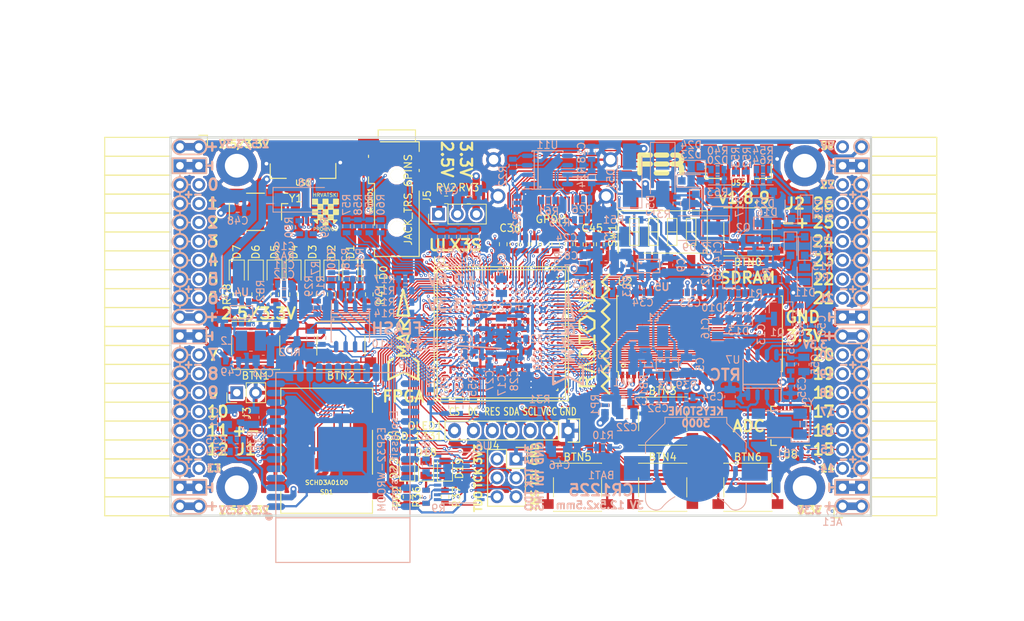
<source format=kicad_pcb>
(kicad_pcb (version 20171130) (host pcbnew 5.0.0-rc2-dev-unknown+dfsg1+20180318-2)
  (layers (0 F.Cu signal) (1 In1.Cu signal) (2 In2.Cu signal) (31 B.Cu signal) (34 B.Paste user) (35 F.Paste user) (36 B.SilkS user) (37 F.SilkS user) (38 B.Mask user) (39 F.Mask user) (44 Edge.Cuts user))
  (net 0 "")
  (net 1 GND)
  (net 2 +5V)
  (net 3 /gpio/IN5V)
  (net 4 /gpio/OUT5V)
  (net 5 +3V3)
  (net 6 BTN_D)
  (net 7 BTN_F1)
  (net 8 BTN_F2)
  (net 9 BTN_L)
  (net 10 BTN_R)
  (net 11 BTN_U)
  (net 12 /power/FB1)
  (net 13 +2V5)
  (net 14 /power/PWREN)
  (net 15 /power/FB3)
  (net 16 /power/FB2)
  (net 17 /power/VBAT)
  (net 18 JTAG_TDI)
  (net 19 JTAG_TCK)
  (net 20 JTAG_TMS)
  (net 21 JTAG_TDO)
  (net 22 /power/WAKEUPn)
  (net 23 /power/WKUP)
  (net 24 /power/SHUT)
  (net 25 /power/WAKE)
  (net 26 /power/HOLD)
  (net 27 /power/WKn)
  (net 28 /power/OSCI_32k)
  (net 29 /power/OSCO_32k)
  (net 30 SHUTDOWN)
  (net 31 /analog/AUDIO_L)
  (net 32 /analog/AUDIO_R)
  (net 33 GPDI_SDA)
  (net 34 GPDI_SCL)
  (net 35 /gpdi/VREF2)
  (net 36 SD_CMD)
  (net 37 SD_CLK)
  (net 38 SD_D0)
  (net 39 SD_D1)
  (net 40 USB5V)
  (net 41 GPDI_CEC)
  (net 42 nRESET)
  (net 43 FTDI_nDTR)
  (net 44 SDRAM_CKE)
  (net 45 SDRAM_A7)
  (net 46 SDRAM_D15)
  (net 47 SDRAM_BA1)
  (net 48 SDRAM_D7)
  (net 49 SDRAM_A6)
  (net 50 SDRAM_CLK)
  (net 51 SDRAM_D13)
  (net 52 SDRAM_BA0)
  (net 53 SDRAM_D6)
  (net 54 SDRAM_A5)
  (net 55 SDRAM_D14)
  (net 56 SDRAM_A11)
  (net 57 SDRAM_D12)
  (net 58 SDRAM_D5)
  (net 59 SDRAM_A4)
  (net 60 SDRAM_A10)
  (net 61 SDRAM_D11)
  (net 62 SDRAM_A3)
  (net 63 SDRAM_D4)
  (net 64 SDRAM_D10)
  (net 65 SDRAM_D9)
  (net 66 SDRAM_A9)
  (net 67 SDRAM_D3)
  (net 68 SDRAM_D8)
  (net 69 SDRAM_A8)
  (net 70 SDRAM_A2)
  (net 71 SDRAM_A1)
  (net 72 SDRAM_A0)
  (net 73 SDRAM_D2)
  (net 74 SDRAM_D1)
  (net 75 SDRAM_D0)
  (net 76 SDRAM_DQM0)
  (net 77 SDRAM_nCS)
  (net 78 SDRAM_nRAS)
  (net 79 SDRAM_DQM1)
  (net 80 SDRAM_nCAS)
  (net 81 SDRAM_nWE)
  (net 82 /flash/FLASH_nWP)
  (net 83 /flash/FLASH_nHOLD)
  (net 84 /flash/FLASH_MOSI)
  (net 85 /flash/FLASH_MISO)
  (net 86 /flash/FLASH_SCK)
  (net 87 /flash/FLASH_nCS)
  (net 88 /flash/FPGA_PROGRAMN)
  (net 89 /flash/FPGA_DONE)
  (net 90 /flash/FPGA_INITN)
  (net 91 OLED_RES)
  (net 92 OLED_DC)
  (net 93 OLED_CS)
  (net 94 WIFI_EN)
  (net 95 FTDI_nRTS)
  (net 96 FTDI_TXD)
  (net 97 FTDI_RXD)
  (net 98 WIFI_RXD)
  (net 99 WIFI_GPIO0)
  (net 100 WIFI_TXD)
  (net 101 USB_FTDI_D+)
  (net 102 USB_FTDI_D-)
  (net 103 SD_D3)
  (net 104 AUDIO_L3)
  (net 105 AUDIO_L2)
  (net 106 AUDIO_L1)
  (net 107 AUDIO_L0)
  (net 108 AUDIO_R3)
  (net 109 AUDIO_R2)
  (net 110 AUDIO_R1)
  (net 111 AUDIO_R0)
  (net 112 OLED_CLK)
  (net 113 OLED_MOSI)
  (net 114 LED0)
  (net 115 LED1)
  (net 116 LED2)
  (net 117 LED3)
  (net 118 LED4)
  (net 119 LED5)
  (net 120 LED6)
  (net 121 LED7)
  (net 122 BTN_PWRn)
  (net 123 FTDI_nTXLED)
  (net 124 FTDI_nSLEEP)
  (net 125 /blinkey/LED_PWREN)
  (net 126 /blinkey/LED_TXLED)
  (net 127 /sdcard/SD3V3)
  (net 128 SD_D2)
  (net 129 CLK_25MHz)
  (net 130 /blinkey/BTNPUL)
  (net 131 /blinkey/BTNPUR)
  (net 132 USB_FPGA_D+)
  (net 133 /power/FTDI_nSUSPEND)
  (net 134 /blinkey/ALED0)
  (net 135 /blinkey/ALED1)
  (net 136 /blinkey/ALED2)
  (net 137 /blinkey/ALED3)
  (net 138 /blinkey/ALED4)
  (net 139 /blinkey/ALED5)
  (net 140 /blinkey/ALED6)
  (net 141 /blinkey/ALED7)
  (net 142 /usb/FTD-)
  (net 143 /usb/FTD+)
  (net 144 ADC_MISO)
  (net 145 ADC_MOSI)
  (net 146 ADC_CSn)
  (net 147 ADC_SCLK)
  (net 148 SW3)
  (net 149 SW2)
  (net 150 SW1)
  (net 151 USB_FPGA_D-)
  (net 152 /usb/FPD+)
  (net 153 /usb/FPD-)
  (net 154 WIFI_GPIO16)
  (net 155 /usb/ANT_433MHz)
  (net 156 /power/PWRBTn)
  (net 157 PROG_DONE)
  (net 158 /power/P3V3)
  (net 159 /power/P2V5)
  (net 160 /power/L1)
  (net 161 /power/L3)
  (net 162 /power/L2)
  (net 163 FTDI_TXDEN)
  (net 164 SDRAM_A12)
  (net 165 /analog/AUDIO_V)
  (net 166 AUDIO_V3)
  (net 167 AUDIO_V2)
  (net 168 AUDIO_V1)
  (net 169 AUDIO_V0)
  (net 170 /blinkey/LED_WIFI)
  (net 171 /power/P1V1)
  (net 172 +1V1)
  (net 173 SW4)
  (net 174 /blinkey/SWPU)
  (net 175 /wifi/WIFIEN)
  (net 176 FT2V5)
  (net 177 GN0)
  (net 178 GP0)
  (net 179 GN1)
  (net 180 GP1)
  (net 181 GN2)
  (net 182 GP2)
  (net 183 GN3)
  (net 184 GP3)
  (net 185 GN4)
  (net 186 GP4)
  (net 187 GN5)
  (net 188 GP5)
  (net 189 GN6)
  (net 190 GP6)
  (net 191 GN14)
  (net 192 GP14)
  (net 193 GN15)
  (net 194 GP15)
  (net 195 GN16)
  (net 196 GP16)
  (net 197 GN17)
  (net 198 GP17)
  (net 199 GN18)
  (net 200 GP18)
  (net 201 GN19)
  (net 202 GP19)
  (net 203 GN20)
  (net 204 GP20)
  (net 205 GN21)
  (net 206 GP21)
  (net 207 GN22)
  (net 208 GP22)
  (net 209 GN23)
  (net 210 GP23)
  (net 211 GN24)
  (net 212 GP24)
  (net 213 GN25)
  (net 214 GP25)
  (net 215 GN26)
  (net 216 GP26)
  (net 217 GN27)
  (net 218 GP27)
  (net 219 GN7)
  (net 220 GP7)
  (net 221 GN8)
  (net 222 GP8)
  (net 223 GN9)
  (net 224 GP9)
  (net 225 GN10)
  (net 226 GP10)
  (net 227 GN11)
  (net 228 GP11)
  (net 229 GN12)
  (net 230 GP12)
  (net 231 GN13)
  (net 232 GP13)
  (net 233 WIFI_GPIO5)
  (net 234 WIFI_GPIO17)
  (net 235 USB_FPGA_PULL_D+)
  (net 236 USB_FPGA_PULL_D-)
  (net 237 "Net-(D23-Pad2)")
  (net 238 "Net-(D24-Pad1)")
  (net 239 "Net-(D25-Pad2)")
  (net 240 "Net-(D26-Pad1)")
  (net 241 /gpdi/GPDI_ETH+)
  (net 242 FPDI_ETH+)
  (net 243 /gpdi/GPDI_ETH-)
  (net 244 FPDI_ETH-)
  (net 245 /gpdi/GPDI_D2-)
  (net 246 FPDI_D2-)
  (net 247 /gpdi/GPDI_D1-)
  (net 248 FPDI_D1-)
  (net 249 /gpdi/GPDI_D0-)
  (net 250 FPDI_D0-)
  (net 251 /gpdi/GPDI_CLK-)
  (net 252 FPDI_CLK-)
  (net 253 /gpdi/GPDI_D2+)
  (net 254 FPDI_D2+)
  (net 255 /gpdi/GPDI_D1+)
  (net 256 FPDI_D1+)
  (net 257 /gpdi/GPDI_D0+)
  (net 258 FPDI_D0+)
  (net 259 /gpdi/GPDI_CLK+)
  (net 260 FPDI_CLK+)
  (net 261 FPDI_SDA)
  (net 262 FPDI_SCL)
  (net 263 /gpdi/FPDI_CEC)
  (net 264 2V5_3V3)
  (net 265 "Net-(AUDIO1-Pad5)")
  (net 266 "Net-(AUDIO1-Pad6)")
  (net 267 "Net-(U1-PadA15)")
  (net 268 "Net-(U1-PadC9)")
  (net 269 "Net-(U1-PadD9)")
  (net 270 "Net-(U1-PadD10)")
  (net 271 "Net-(U1-PadD11)")
  (net 272 "Net-(U1-PadD12)")
  (net 273 "Net-(U1-PadE6)")
  (net 274 "Net-(U1-PadE9)")
  (net 275 "Net-(U1-PadE10)")
  (net 276 "Net-(U1-PadE11)")
  (net 277 "Net-(U1-PadJ4)")
  (net 278 "Net-(U1-PadJ5)")
  (net 279 "Net-(U1-PadK5)")
  (net 280 "Net-(U1-PadL5)")
  (net 281 "Net-(U1-PadM4)")
  (net 282 "Net-(U1-PadM5)")
  (net 283 SD_CD)
  (net 284 SD_WP)
  (net 285 "Net-(U1-PadR3)")
  (net 286 "Net-(U1-PadT16)")
  (net 287 "Net-(U1-PadW4)")
  (net 288 "Net-(U1-PadW5)")
  (net 289 "Net-(U1-PadW8)")
  (net 290 "Net-(U1-PadW9)")
  (net 291 "Net-(U1-PadW13)")
  (net 292 "Net-(U1-PadW14)")
  (net 293 "Net-(U1-PadW17)")
  (net 294 "Net-(U1-PadW18)")
  (net 295 FTDI_nRXLED)
  (net 296 "Net-(U8-Pad12)")
  (net 297 "Net-(U8-Pad25)")
  (net 298 "Net-(U9-Pad32)")
  (net 299 "Net-(U9-Pad22)")
  (net 300 "Net-(U9-Pad21)")
  (net 301 "Net-(U9-Pad20)")
  (net 302 "Net-(U9-Pad19)")
  (net 303 "Net-(U9-Pad18)")
  (net 304 "Net-(U9-Pad17)")
  (net 305 "Net-(U9-Pad12)")
  (net 306 "Net-(U9-Pad5)")
  (net 307 "Net-(U9-Pad4)")
  (net 308 "Net-(US1-Pad4)")
  (net 309 "Net-(US2-Pad4)")
  (net 310 "Net-(Y2-Pad3)")
  (net 311 "Net-(Y2-Pad2)")
  (net 312 "Net-(U1-PadK16)")
  (net 313 "Net-(U1-PadK17)")
  (net 314 /usb/US2VBUS)
  (net 315 /power/SHD)
  (net 316 /power/RTCVDD)
  (module Socket_Strips:Socket_Strip_Angled_2x20 (layer F.Cu) (at 97.91 62.69 270)
    (fp_text reference J1 (at 40.64 -6.35) (layer F.SilkS) (effects (font (size 1.5 1.5) (thickness 0.3))))
    (fp_text value CONN_02X20 hide)
    (pad 1 thru_hole oval (at 0 0 270) (size 1.7272 1.7272) (drill 1.016) (layers *.Cu *.Mask) (net 264 2V5_3V3))
    (pad 2 thru_hole oval (at 0 2.54 270) (size 1.7272 1.7272) (drill 1.016) (layers *.Cu *.Mask) (net 264 2V5_3V3))
    (pad 3 thru_hole rect (at 2.54 0 270) (size 1.7272 1.7272) (drill 1.016) (layers *.Cu *.Mask) (net 1 GND))
    (pad 4 thru_hole rect (at 2.54 2.54 270) (size 1.7272 1.7272) (drill 1.016) (layers *.Cu *.Mask) (net 1 GND))
    (pad 5 thru_hole oval (at 5.08 0 270) (size 1.7272 1.7272) (drill 1.016) (layers *.Cu *.Mask) (net 177 GN0))
    (pad 6 thru_hole oval (at 5.08 2.54 270) (size 1.7272 1.7272) (drill 1.016) (layers *.Cu *.Mask) (net 178 GP0))
    (pad 7 thru_hole oval (at 7.62 0 270) (size 1.7272 1.7272) (drill 1.016) (layers *.Cu *.Mask) (net 179 GN1))
    (pad 8 thru_hole oval (at 7.62 2.54 270) (size 1.7272 1.7272) (drill 1.016) (layers *.Cu *.Mask) (net 180 GP1))
    (pad 9 thru_hole oval (at 10.16 0 270) (size 1.7272 1.7272) (drill 1.016) (layers *.Cu *.Mask) (net 181 GN2))
    (pad 10 thru_hole oval (at 10.16 2.54 270) (size 1.7272 1.7272) (drill 1.016) (layers *.Cu *.Mask) (net 182 GP2))
    (pad 11 thru_hole oval (at 12.7 0 270) (size 1.7272 1.7272) (drill 1.016) (layers *.Cu *.Mask) (net 183 GN3))
    (pad 12 thru_hole oval (at 12.7 2.54 270) (size 1.7272 1.7272) (drill 1.016) (layers *.Cu *.Mask) (net 184 GP3))
    (pad 13 thru_hole oval (at 15.24 0 270) (size 1.7272 1.7272) (drill 1.016) (layers *.Cu *.Mask) (net 185 GN4))
    (pad 14 thru_hole oval (at 15.24 2.54 270) (size 1.7272 1.7272) (drill 1.016) (layers *.Cu *.Mask) (net 186 GP4))
    (pad 15 thru_hole oval (at 17.78 0 270) (size 1.7272 1.7272) (drill 1.016) (layers *.Cu *.Mask) (net 187 GN5))
    (pad 16 thru_hole oval (at 17.78 2.54 270) (size 1.7272 1.7272) (drill 1.016) (layers *.Cu *.Mask) (net 188 GP5))
    (pad 17 thru_hole oval (at 20.32 0 270) (size 1.7272 1.7272) (drill 1.016) (layers *.Cu *.Mask) (net 189 GN6))
    (pad 18 thru_hole oval (at 20.32 2.54 270) (size 1.7272 1.7272) (drill 1.016) (layers *.Cu *.Mask) (net 190 GP6))
    (pad 19 thru_hole oval (at 22.86 0 270) (size 1.7272 1.7272) (drill 1.016) (layers *.Cu *.Mask) (net 264 2V5_3V3))
    (pad 20 thru_hole oval (at 22.86 2.54 270) (size 1.7272 1.7272) (drill 1.016) (layers *.Cu *.Mask) (net 264 2V5_3V3))
    (pad 21 thru_hole rect (at 25.4 0 270) (size 1.7272 1.7272) (drill 1.016) (layers *.Cu *.Mask) (net 1 GND))
    (pad 22 thru_hole rect (at 25.4 2.54 270) (size 1.7272 1.7272) (drill 1.016) (layers *.Cu *.Mask) (net 1 GND))
    (pad 23 thru_hole oval (at 27.94 0 270) (size 1.7272 1.7272) (drill 1.016) (layers *.Cu *.Mask) (net 219 GN7))
    (pad 24 thru_hole oval (at 27.94 2.54 270) (size 1.7272 1.7272) (drill 1.016) (layers *.Cu *.Mask) (net 220 GP7))
    (pad 25 thru_hole oval (at 30.48 0 270) (size 1.7272 1.7272) (drill 1.016) (layers *.Cu *.Mask) (net 221 GN8))
    (pad 26 thru_hole oval (at 30.48 2.54 270) (size 1.7272 1.7272) (drill 1.016) (layers *.Cu *.Mask) (net 222 GP8))
    (pad 27 thru_hole oval (at 33.02 0 270) (size 1.7272 1.7272) (drill 1.016) (layers *.Cu *.Mask) (net 223 GN9))
    (pad 28 thru_hole oval (at 33.02 2.54 270) (size 1.7272 1.7272) (drill 1.016) (layers *.Cu *.Mask) (net 224 GP9))
    (pad 29 thru_hole oval (at 35.56 0 270) (size 1.7272 1.7272) (drill 1.016) (layers *.Cu *.Mask) (net 225 GN10))
    (pad 30 thru_hole oval (at 35.56 2.54 270) (size 1.7272 1.7272) (drill 1.016) (layers *.Cu *.Mask) (net 226 GP10))
    (pad 31 thru_hole oval (at 38.1 0 270) (size 1.7272 1.7272) (drill 1.016) (layers *.Cu *.Mask) (net 227 GN11))
    (pad 32 thru_hole oval (at 38.1 2.54 270) (size 1.7272 1.7272) (drill 1.016) (layers *.Cu *.Mask) (net 228 GP11))
    (pad 33 thru_hole oval (at 40.64 0 270) (size 1.7272 1.7272) (drill 1.016) (layers *.Cu *.Mask) (net 229 GN12))
    (pad 34 thru_hole oval (at 40.64 2.54 270) (size 1.7272 1.7272) (drill 1.016) (layers *.Cu *.Mask) (net 230 GP12))
    (pad 35 thru_hole oval (at 43.18 0 270) (size 1.7272 1.7272) (drill 1.016) (layers *.Cu *.Mask) (net 231 GN13))
    (pad 36 thru_hole oval (at 43.18 2.54 270) (size 1.7272 1.7272) (drill 1.016) (layers *.Cu *.Mask) (net 232 GP13))
    (pad 37 thru_hole rect (at 45.72 0 270) (size 1.7272 1.7272) (drill 1.016) (layers *.Cu *.Mask) (net 1 GND))
    (pad 38 thru_hole rect (at 45.72 2.54 270) (size 1.7272 1.7272) (drill 1.016) (layers *.Cu *.Mask) (net 1 GND))
    (pad 39 thru_hole oval (at 48.26 0 270) (size 1.7272 1.7272) (drill 1.016) (layers *.Cu *.Mask) (net 264 2V5_3V3))
    (pad 40 thru_hole oval (at 48.26 2.54 270) (size 1.7272 1.7272) (drill 1.016) (layers *.Cu *.Mask) (net 264 2V5_3V3))
  )
  (module TSOT-25:TSOT-25 (layer B.Cu) (at 160.775 91.9)
    (fp_text reference U3 (at -0.295 2.9) (layer B.SilkS) (effects (font (thickness 0.2)) (justify mirror)))
    (fp_text value TLV62569DBV)
    (pad 1 smd rect (at -0.95 -1.3) (size 0.7 1.2) (layers B.Cu B.Paste B.Mask) (net 14 /power/PWREN))
    (pad 2 smd rect (at 0 -1.3) (size 0.7 1.2) (layers B.Cu B.Paste B.Mask) (net 1 GND))
    (pad 3 smd rect (at 0.95 -1.3) (size 0.7 1.2) (layers B.Cu B.Paste B.Mask) (net 160 /power/L1))
    (pad 4 smd rect (at 0.95 1.3) (size 0.7 1.2) (layers B.Cu B.Paste B.Mask) (net 2 +5V))
    (pad 5 smd rect (at -0.95 1.3) (size 0.7 1.2) (layers B.Cu B.Paste B.Mask) (net 12 /power/FB1))
  )
  (module TSOT-25:TSOT-25 (layer B.Cu) (at 103.625 84.915 180)
    (fp_text reference U4 (at 0 2.697 180) (layer B.SilkS) (effects (font (thickness 0.2)) (justify mirror)))
    (fp_text value TLV62569DBV)
    (pad 1 smd rect (at -0.95 -1.3 180) (size 0.7 1.2) (layers B.Cu B.Paste B.Mask) (net 14 /power/PWREN))
    (pad 2 smd rect (at 0 -1.3 180) (size 0.7 1.2) (layers B.Cu B.Paste B.Mask) (net 1 GND))
    (pad 3 smd rect (at 0.95 -1.3 180) (size 0.7 1.2) (layers B.Cu B.Paste B.Mask) (net 162 /power/L2))
    (pad 4 smd rect (at 0.95 1.3 180) (size 0.7 1.2) (layers B.Cu B.Paste B.Mask) (net 2 +5V))
    (pad 5 smd rect (at -0.95 1.3 180) (size 0.7 1.2) (layers B.Cu B.Paste B.Mask) (net 16 /power/FB2))
  )
  (module TSOT-25:TSOT-25 (layer B.Cu) (at 158.235 78.692)
    (fp_text reference U5 (at 1.793 2.812) (layer B.SilkS) (effects (font (thickness 0.2)) (justify mirror)))
    (fp_text value TLV62569DBV)
    (pad 1 smd rect (at -0.95 -1.3) (size 0.7 1.2) (layers B.Cu B.Paste B.Mask) (net 14 /power/PWREN))
    (pad 2 smd rect (at 0 -1.3) (size 0.7 1.2) (layers B.Cu B.Paste B.Mask) (net 1 GND))
    (pad 3 smd rect (at 0.95 -1.3) (size 0.7 1.2) (layers B.Cu B.Paste B.Mask) (net 161 /power/L3))
    (pad 4 smd rect (at 0.95 1.3) (size 0.7 1.2) (layers B.Cu B.Paste B.Mask) (net 2 +5V))
    (pad 5 smd rect (at -0.95 1.3) (size 0.7 1.2) (layers B.Cu B.Paste B.Mask) (net 15 /power/FB3))
  )
  (module Socket_Strips:Socket_Strip_Angled_2x20 (layer F.Cu) (at 184.27 110.95 90)
    (fp_text reference J2 (at 40.64 -6.35 180) (layer F.SilkS) (effects (font (size 1.5 1.5) (thickness 0.3))))
    (fp_text value CONN_02X20 hide)
    (pad 1 thru_hole oval (at 0 0 90) (size 1.7272 1.7272) (drill 1.016) (layers *.Cu *.Mask) (net 5 +3V3))
    (pad 2 thru_hole oval (at 0 2.54 90) (size 1.7272 1.7272) (drill 1.016) (layers *.Cu *.Mask) (net 5 +3V3))
    (pad 3 thru_hole rect (at 2.54 0 90) (size 1.7272 1.7272) (drill 1.016) (layers *.Cu *.Mask) (net 1 GND))
    (pad 4 thru_hole rect (at 2.54 2.54 90) (size 1.7272 1.7272) (drill 1.016) (layers *.Cu *.Mask) (net 1 GND))
    (pad 5 thru_hole oval (at 5.08 0 90) (size 1.7272 1.7272) (drill 1.016) (layers *.Cu *.Mask) (net 191 GN14))
    (pad 6 thru_hole oval (at 5.08 2.54 90) (size 1.7272 1.7272) (drill 1.016) (layers *.Cu *.Mask) (net 192 GP14))
    (pad 7 thru_hole oval (at 7.62 0 90) (size 1.7272 1.7272) (drill 1.016) (layers *.Cu *.Mask) (net 193 GN15))
    (pad 8 thru_hole oval (at 7.62 2.54 90) (size 1.7272 1.7272) (drill 1.016) (layers *.Cu *.Mask) (net 194 GP15))
    (pad 9 thru_hole oval (at 10.16 0 90) (size 1.7272 1.7272) (drill 1.016) (layers *.Cu *.Mask) (net 195 GN16))
    (pad 10 thru_hole oval (at 10.16 2.54 90) (size 1.7272 1.7272) (drill 1.016) (layers *.Cu *.Mask) (net 196 GP16))
    (pad 11 thru_hole oval (at 12.7 0 90) (size 1.7272 1.7272) (drill 1.016) (layers *.Cu *.Mask) (net 197 GN17))
    (pad 12 thru_hole oval (at 12.7 2.54 90) (size 1.7272 1.7272) (drill 1.016) (layers *.Cu *.Mask) (net 198 GP17))
    (pad 13 thru_hole oval (at 15.24 0 90) (size 1.7272 1.7272) (drill 1.016) (layers *.Cu *.Mask) (net 199 GN18))
    (pad 14 thru_hole oval (at 15.24 2.54 90) (size 1.7272 1.7272) (drill 1.016) (layers *.Cu *.Mask) (net 200 GP18))
    (pad 15 thru_hole oval (at 17.78 0 90) (size 1.7272 1.7272) (drill 1.016) (layers *.Cu *.Mask) (net 201 GN19))
    (pad 16 thru_hole oval (at 17.78 2.54 90) (size 1.7272 1.7272) (drill 1.016) (layers *.Cu *.Mask) (net 202 GP19))
    (pad 17 thru_hole oval (at 20.32 0 90) (size 1.7272 1.7272) (drill 1.016) (layers *.Cu *.Mask) (net 203 GN20))
    (pad 18 thru_hole oval (at 20.32 2.54 90) (size 1.7272 1.7272) (drill 1.016) (layers *.Cu *.Mask) (net 204 GP20))
    (pad 19 thru_hole oval (at 22.86 0 90) (size 1.7272 1.7272) (drill 1.016) (layers *.Cu *.Mask) (net 5 +3V3))
    (pad 20 thru_hole oval (at 22.86 2.54 90) (size 1.7272 1.7272) (drill 1.016) (layers *.Cu *.Mask) (net 5 +3V3))
    (pad 21 thru_hole rect (at 25.4 0 90) (size 1.7272 1.7272) (drill 1.016) (layers *.Cu *.Mask) (net 1 GND))
    (pad 22 thru_hole rect (at 25.4 2.54 90) (size 1.7272 1.7272) (drill 1.016) (layers *.Cu *.Mask) (net 1 GND))
    (pad 23 thru_hole oval (at 27.94 0 90) (size 1.7272 1.7272) (drill 1.016) (layers *.Cu *.Mask) (net 205 GN21))
    (pad 24 thru_hole oval (at 27.94 2.54 90) (size 1.7272 1.7272) (drill 1.016) (layers *.Cu *.Mask) (net 206 GP21))
    (pad 25 thru_hole oval (at 30.48 0 90) (size 1.7272 1.7272) (drill 1.016) (layers *.Cu *.Mask) (net 207 GN22))
    (pad 26 thru_hole oval (at 30.48 2.54 90) (size 1.7272 1.7272) (drill 1.016) (layers *.Cu *.Mask) (net 208 GP22))
    (pad 27 thru_hole oval (at 33.02 0 90) (size 1.7272 1.7272) (drill 1.016) (layers *.Cu *.Mask) (net 209 GN23))
    (pad 28 thru_hole oval (at 33.02 2.54 90) (size 1.7272 1.7272) (drill 1.016) (layers *.Cu *.Mask) (net 210 GP23))
    (pad 29 thru_hole oval (at 35.56 0 90) (size 1.7272 1.7272) (drill 1.016) (layers *.Cu *.Mask) (net 211 GN24))
    (pad 30 thru_hole oval (at 35.56 2.54 90) (size 1.7272 1.7272) (drill 1.016) (layers *.Cu *.Mask) (net 212 GP24))
    (pad 31 thru_hole oval (at 38.1 0 90) (size 1.7272 1.7272) (drill 1.016) (layers *.Cu *.Mask) (net 213 GN25))
    (pad 32 thru_hole oval (at 38.1 2.54 90) (size 1.7272 1.7272) (drill 1.016) (layers *.Cu *.Mask) (net 214 GP25))
    (pad 33 thru_hole oval (at 40.64 0 90) (size 1.7272 1.7272) (drill 1.016) (layers *.Cu *.Mask) (net 215 GN26))
    (pad 34 thru_hole oval (at 40.64 2.54 90) (size 1.7272 1.7272) (drill 1.016) (layers *.Cu *.Mask) (net 216 GP26))
    (pad 35 thru_hole oval (at 43.18 0 90) (size 1.7272 1.7272) (drill 1.016) (layers *.Cu *.Mask) (net 217 GN27))
    (pad 36 thru_hole oval (at 43.18 2.54 90) (size 1.7272 1.7272) (drill 1.016) (layers *.Cu *.Mask) (net 218 GP27))
    (pad 37 thru_hole rect (at 45.72 0 90) (size 1.7272 1.7272) (drill 1.016) (layers *.Cu *.Mask) (net 1 GND))
    (pad 38 thru_hole rect (at 45.72 2.54 90) (size 1.7272 1.7272) (drill 1.016) (layers *.Cu *.Mask) (net 1 GND))
    (pad 39 thru_hole oval (at 48.26 0 90) (size 1.7272 1.7272) (drill 1.016) (layers *.Cu *.Mask) (net 3 /gpio/IN5V))
    (pad 40 thru_hole oval (at 48.26 2.54 90) (size 1.7272 1.7272) (drill 1.016) (layers *.Cu *.Mask) (net 4 /gpio/OUT5V))
  )
  (module Mounting_Holes:MountingHole_3.2mm_M3_ISO14580_Pad (layer F.Cu) (at 102.99 108.41)
    (fp_text reference H1 hide)
    (fp_text value HOLE hide)
    (pad 1 thru_hole circle (at 0 0) (size 5.5 5.5) (drill 3.2) (layers *.Cu *.Mask) (net 1 GND))
  )
  (module Mounting_Holes:MountingHole_3.2mm_M3_ISO14580_Pad (layer F.Cu) (at 179.19 108.41)
    (fp_text reference H2 hide)
    (fp_text value HOLE hide)
    (pad 1 thru_hole circle (at 0 0) (size 5.5 5.5) (drill 3.2) (layers *.Cu *.Mask) (net 1 GND))
  )
  (module Mounting_Holes:MountingHole_3.2mm_M3_ISO14580_Pad (layer F.Cu) (at 179.19 65.23)
    (fp_text reference H3 hide)
    (fp_text value HOLE hide)
    (pad 1 thru_hole circle (at 0 0) (size 5.5 5.5) (drill 3.2) (layers *.Cu *.Mask) (net 1 GND))
  )
  (module Mounting_Holes:MountingHole_3.2mm_M3_ISO14580_Pad (layer F.Cu) (at 102.99 65.23)
    (fp_text reference H4 hide)
    (fp_text value HOLE hide)
    (pad 1 thru_hole circle (at 0 0) (size 5.5 5.5) (drill 3.2) (layers *.Cu *.Mask) (net 1 GND))
  )
  (module Housings_SSOP:SSOP-20_4.4x6.5mm_Pitch0.65mm (layer B.Cu) (at 132.835 107.14 180)
    (fp_text reference U6 (at -3.175 4.318 180) (layer B.SilkS) (effects (justify mirror)))
    (fp_text value FT231XS)
    (pad 1 smd rect (at -2.9 2.925 180) (size 1 0.4) (layers B.Cu B.Paste B.Mask) (net 43 FTDI_nDTR))
    (pad 2 smd rect (at -2.9 2.275 180) (size 1 0.4) (layers B.Cu B.Paste B.Mask) (net 95 FTDI_nRTS))
    (pad 3 smd rect (at -2.9 1.625 180) (size 1 0.4) (layers B.Cu B.Paste B.Mask) (net 176 FT2V5))
    (pad 4 smd rect (at -2.9 0.975 180) (size 1 0.4) (layers B.Cu B.Paste B.Mask) (net 97 FTDI_RXD))
    (pad 5 smd rect (at -2.9 0.325 180) (size 1 0.4) (layers B.Cu B.Paste B.Mask) (net 18 JTAG_TDI))
    (pad 6 smd rect (at -2.9 -0.325 180) (size 1 0.4) (layers B.Cu B.Paste B.Mask) (net 1 GND))
    (pad 7 smd rect (at -2.9 -0.975 180) (size 1 0.4) (layers B.Cu B.Paste B.Mask) (net 19 JTAG_TCK))
    (pad 8 smd rect (at -2.9 -1.625 180) (size 1 0.4) (layers B.Cu B.Paste B.Mask) (net 20 JTAG_TMS))
    (pad 9 smd rect (at -2.9 -2.275 180) (size 1 0.4) (layers B.Cu B.Paste B.Mask) (net 21 JTAG_TDO))
    (pad 10 smd rect (at -2.9 -2.925 180) (size 1 0.4) (layers B.Cu B.Paste B.Mask) (net 123 FTDI_nTXLED))
    (pad 11 smd rect (at 2.9 -2.925 180) (size 1 0.4) (layers B.Cu B.Paste B.Mask) (net 101 USB_FTDI_D+))
    (pad 12 smd rect (at 2.9 -2.275 180) (size 1 0.4) (layers B.Cu B.Paste B.Mask) (net 102 USB_FTDI_D-))
    (pad 13 smd rect (at 2.9 -1.625 180) (size 1 0.4) (layers B.Cu B.Paste B.Mask) (net 176 FT2V5))
    (pad 14 smd rect (at 2.9 -0.975 180) (size 1 0.4) (layers B.Cu B.Paste B.Mask) (net 42 nRESET))
    (pad 15 smd rect (at 2.9 -0.325 180) (size 1 0.4) (layers B.Cu B.Paste B.Mask) (net 40 USB5V))
    (pad 16 smd rect (at 2.9 0.325 180) (size 1 0.4) (layers B.Cu B.Paste B.Mask) (net 1 GND))
    (pad 17 smd rect (at 2.9 0.975 180) (size 1 0.4) (layers B.Cu B.Paste B.Mask) (net 295 FTDI_nRXLED))
    (pad 18 smd rect (at 2.9 1.625 180) (size 1 0.4) (layers B.Cu B.Paste B.Mask) (net 163 FTDI_TXDEN))
    (pad 19 smd rect (at 2.9 2.275 180) (size 1 0.4) (layers B.Cu B.Paste B.Mask) (net 124 FTDI_nSLEEP))
    (pad 20 smd rect (at 2.9 2.925 180) (size 1 0.4) (layers B.Cu B.Paste B.Mask) (net 96 FTDI_TXD))
  )
  (module usb_otg:USB-MICRO-B-FCI-10118192-0001LF (layer F.Cu) (at 111.88 63.325 180)
    (fp_text reference US1 (at 0 -4.2 180) (layer F.SilkS) (effects (font (size 0.7 0.7))))
    (fp_text value MICRO_USB hide)
    (pad 6 smd rect (at -3.1 -2.55 180) (size 2.1 1.6) (layers F.Cu F.Paste F.Mask) (net 1 GND))
    (pad 6 smd rect (at 3.1 -2.55 180) (size 2.1 1.6) (layers F.Cu F.Paste F.Mask) (net 1 GND))
    (pad 6 smd rect (at -1.2 0 180) (size 1.9 1.9) (layers F.Cu F.Paste F.Mask) (net 1 GND))
    (pad 6 smd rect (at 1.2 0 180) (size 1.9 1.9) (layers F.Cu F.Paste F.Mask) (net 1 GND))
    (pad 1 smd rect (at -1.3 -2.675 180) (size 0.4 1.35) (layers F.Cu F.Paste F.Mask) (net 40 USB5V))
    (pad 2 smd rect (at -0.65 -2.675 180) (size 0.4 1.35) (layers F.Cu F.Paste F.Mask) (net 142 /usb/FTD-))
    (pad 3 smd rect (at 0 -2.675 180) (size 0.4 1.35) (layers F.Cu F.Paste F.Mask) (net 143 /usb/FTD+))
    (pad 4 smd rect (at 0.65 -2.675 180) (size 0.4 1.35) (layers F.Cu F.Paste F.Mask) (net 308 "Net-(US1-Pad4)"))
    (pad 5 smd rect (at 1.3 -2.675 180) (size 0.4 1.35) (layers F.Cu F.Paste F.Mask) (net 1 GND))
    (pad 6 smd rect (at -3.8 0 180) (size 1.8 1.9) (layers F.Cu F.Paste F.Mask) (net 1 GND))
    (pad 6 smd rect (at 3.8 0 180) (size 1.8 1.9) (layers F.Cu F.Paste F.Mask) (net 1 GND))
  )
  (module usb_otg:USB-MICRO-B-FCI-10118192-0001LF (layer F.Cu) (at 170.3 63.325 180)
    (fp_text reference US2 (at 0 -4.2 180) (layer F.SilkS) (effects (font (size 0.7 0.7))))
    (fp_text value MICRO_USB hide)
    (pad 6 smd rect (at -3.1 -2.55 180) (size 2.1 1.6) (layers F.Cu F.Paste F.Mask) (net 1 GND))
    (pad 6 smd rect (at 3.1 -2.55 180) (size 2.1 1.6) (layers F.Cu F.Paste F.Mask) (net 1 GND))
    (pad 6 smd rect (at -1.2 0 180) (size 1.9 1.9) (layers F.Cu F.Paste F.Mask) (net 1 GND))
    (pad 6 smd rect (at 1.2 0 180) (size 1.9 1.9) (layers F.Cu F.Paste F.Mask) (net 1 GND))
    (pad 1 smd rect (at -1.3 -2.675 180) (size 0.4 1.35) (layers F.Cu F.Paste F.Mask) (net 314 /usb/US2VBUS))
    (pad 2 smd rect (at -0.65 -2.675 180) (size 0.4 1.35) (layers F.Cu F.Paste F.Mask) (net 153 /usb/FPD-))
    (pad 3 smd rect (at 0 -2.675 180) (size 0.4 1.35) (layers F.Cu F.Paste F.Mask) (net 152 /usb/FPD+))
    (pad 4 smd rect (at 0.65 -2.675 180) (size 0.4 1.35) (layers F.Cu F.Paste F.Mask) (net 309 "Net-(US2-Pad4)"))
    (pad 5 smd rect (at 1.3 -2.675 180) (size 0.4 1.35) (layers F.Cu F.Paste F.Mask) (net 1 GND))
    (pad 6 smd rect (at -3.8 0 180) (size 1.8 1.9) (layers F.Cu F.Paste F.Mask) (net 1 GND))
    (pad 6 smd rect (at 3.8 0 180) (size 1.8 1.9) (layers F.Cu F.Paste F.Mask) (net 1 GND))
  )
  (module Socket_Strips:Socket_Strip_Straight_2x03 (layer F.Cu) (at 140.455 104.6 270)
    (fp_text reference J4 (at -1.778 3.048) (layer F.SilkS))
    (fp_text value CONN_02X03 hide)
    (pad 1 thru_hole rect (at 0 0 270) (size 1.7272 1.7272) (drill 1.016) (layers *.Cu *.Mask) (net 1 GND))
    (pad 2 thru_hole oval (at 0 2.54 270) (size 1.7272 1.7272) (drill 1.016) (layers *.Cu *.Mask) (net 5 +3V3))
    (pad 3 thru_hole oval (at 2.54 0 270) (size 1.7272 1.7272) (drill 1.016) (layers *.Cu *.Mask) (net 18 JTAG_TDI))
    (pad 4 thru_hole oval (at 2.54 2.54 270) (size 1.7272 1.7272) (drill 1.016) (layers *.Cu *.Mask) (net 19 JTAG_TCK))
    (pad 5 thru_hole oval (at 5.08 0 270) (size 1.7272 1.7272) (drill 1.016) (layers *.Cu *.Mask) (net 20 JTAG_TMS))
    (pad 6 thru_hole oval (at 5.08 2.54 270) (size 1.7272 1.7272) (drill 1.016) (layers *.Cu *.Mask) (net 21 JTAG_TDO))
  )
  (module Housings_DFN_QFN:QFN-28-1EP_5x5mm_Pitch0.5mm (layer F.Cu) (at 177.285 100.155 180)
    (fp_text reference U8 (at 0 -3.875 180) (layer F.SilkS))
    (fp_text value MAX11125)
    (pad 1 smd oval (at -2.45 -1.5 180) (size 0.85 0.3) (layers F.Cu F.Paste F.Mask) (net 194 GP15))
    (pad 2 smd oval (at -2.45 -1 180) (size 0.85 0.3) (layers F.Cu F.Paste F.Mask) (net 195 GN16))
    (pad 3 smd oval (at -2.45 -0.5 180) (size 0.85 0.3) (layers F.Cu F.Paste F.Mask) (net 196 GP16))
    (pad 4 smd oval (at -2.45 0 180) (size 0.85 0.3) (layers F.Cu F.Paste F.Mask) (net 197 GN17))
    (pad 5 smd oval (at -2.45 0.5 180) (size 0.85 0.3) (layers F.Cu F.Paste F.Mask) (net 198 GP17))
    (pad 6 smd oval (at -2.45 1 180) (size 0.85 0.3) (layers F.Cu F.Paste F.Mask) (net 1 GND))
    (pad 7 smd oval (at -2.45 1.5 180) (size 0.85 0.3) (layers F.Cu F.Paste F.Mask) (net 1 GND))
    (pad 8 smd oval (at -1.5 2.45 270) (size 0.85 0.3) (layers F.Cu F.Paste F.Mask) (net 1 GND))
    (pad 9 smd oval (at -1 2.45 270) (size 0.85 0.3) (layers F.Cu F.Paste F.Mask) (net 1 GND))
    (pad 10 smd oval (at -0.5 2.45 270) (size 0.85 0.3) (layers F.Cu F.Paste F.Mask) (net 1 GND))
    (pad 11 smd oval (at 0 2.45 270) (size 0.85 0.3) (layers F.Cu F.Paste F.Mask) (net 1 GND))
    (pad 12 smd oval (at 0.5 2.45 270) (size 0.85 0.3) (layers F.Cu F.Paste F.Mask) (net 296 "Net-(U8-Pad12)"))
    (pad 13 smd oval (at 1 2.45 270) (size 0.85 0.3) (layers F.Cu F.Paste F.Mask) (net 1 GND))
    (pad 14 smd oval (at 1.5 2.45 270) (size 0.85 0.3) (layers F.Cu F.Paste F.Mask) (net 1 GND))
    (pad 15 smd oval (at 2.45 1.5 180) (size 0.85 0.3) (layers F.Cu F.Paste F.Mask) (net 5 +3V3))
    (pad 16 smd oval (at 2.45 1 180) (size 0.85 0.3) (layers F.Cu F.Paste F.Mask) (net 1 GND))
    (pad 17 smd oval (at 2.45 0.5 180) (size 0.85 0.3) (layers F.Cu F.Paste F.Mask) (net 5 +3V3))
    (pad 18 smd oval (at 2.45 0 180) (size 0.85 0.3) (layers F.Cu F.Paste F.Mask) (net 5 +3V3))
    (pad 19 smd oval (at 2.45 -0.5 180) (size 0.85 0.3) (layers F.Cu F.Paste F.Mask) (net 147 ADC_SCLK))
    (pad 20 smd oval (at 2.45 -1 180) (size 0.85 0.3) (layers F.Cu F.Paste F.Mask) (net 146 ADC_CSn))
    (pad 21 smd oval (at 2.45 -1.5 180) (size 0.85 0.3) (layers F.Cu F.Paste F.Mask) (net 145 ADC_MOSI))
    (pad 22 smd oval (at 1.5 -2.45 270) (size 0.85 0.3) (layers F.Cu F.Paste F.Mask) (net 1 GND))
    (pad 23 smd oval (at 1 -2.45 270) (size 0.85 0.3) (layers F.Cu F.Paste F.Mask) (net 5 +3V3))
    (pad 24 smd oval (at 0.5 -2.45 270) (size 0.85 0.3) (layers F.Cu F.Paste F.Mask) (net 144 ADC_MISO))
    (pad 25 smd oval (at 0 -2.45 270) (size 0.85 0.3) (layers F.Cu F.Paste F.Mask) (net 297 "Net-(U8-Pad25)"))
    (pad 26 smd oval (at -0.5 -2.45 270) (size 0.85 0.3) (layers F.Cu F.Paste F.Mask) (net 191 GN14))
    (pad 27 smd oval (at -1 -2.45 270) (size 0.85 0.3) (layers F.Cu F.Paste F.Mask) (net 192 GP14))
    (pad 28 smd oval (at -1.5 -2.45 270) (size 0.85 0.3) (layers F.Cu F.Paste F.Mask) (net 193 GN15))
    (pad 29 smd rect (at 0.8375 0.8375 180) (size 1.675 1.675) (layers F.Cu F.Paste F.Mask) (net 1 GND))
    (pad 29 smd rect (at 0.8375 -0.8375 180) (size 1.675 1.675) (layers F.Cu F.Paste F.Mask) (net 1 GND))
    (pad 29 smd rect (at -0.8375 0.8375 180) (size 1.675 1.675) (layers F.Cu F.Paste F.Mask) (net 1 GND))
    (pad 29 smd rect (at -0.8375 -0.8375 180) (size 1.675 1.675) (layers F.Cu F.Paste F.Mask) (net 1 GND))
  )
  (module oled:oled_13xx (layer F.Cu) (at 139.82 100.79 180)
    (fp_text reference OLED1 (at 11.557 0.635 180) (layer F.SilkS))
    (fp_text value SSD_1331 (at 12.954 -0.762 180) (layer F.SilkS))
    (fp_text user CS (at 7.62 2.54 180) (layer F.SilkS) (effects (font (size 1 0.75))))
    (fp_text user DC (at 5.08 2.54 180) (layer F.SilkS) (effects (font (size 1 0.75))))
    (fp_text user RES (at 2.54 2.54 180) (layer F.SilkS) (effects (font (size 1 0.75))))
    (fp_text user SDA (at 0 2.54 180) (layer F.SilkS) (effects (font (size 1 0.75))))
    (fp_text user SCL (at -2.54 2.54 180) (layer F.SilkS) (effects (font (size 1 0.75))))
    (fp_text user VCC (at -5.08 2.54 180) (layer F.SilkS) (effects (font (size 1 0.75))))
    (fp_text user GND (at -7.62 2.54 180) (layer F.SilkS) (effects (font (size 1 0.75))))
    (pad 1 thru_hole rect (at -7.62 0 180) (size 1.7272 2.032) (drill 1.016) (layers *.Cu *.Mask) (net 1 GND))
    (pad 2 thru_hole oval (at -5.08 0 180) (size 1.7272 2.032) (drill 1.016) (layers *.Cu *.Mask) (net 5 +3V3))
    (pad 3 thru_hole oval (at -2.54 0 180) (size 1.7272 2.032) (drill 1.016) (layers *.Cu *.Mask) (net 112 OLED_CLK))
    (pad 4 thru_hole oval (at 0 0 180) (size 1.7272 2.032) (drill 1.016) (layers *.Cu *.Mask) (net 113 OLED_MOSI))
    (pad 5 thru_hole oval (at 2.54 0 180) (size 1.7272 2.032) (drill 1.016) (layers *.Cu *.Mask) (net 91 OLED_RES))
    (pad 6 thru_hole oval (at 5.08 0 180) (size 1.7272 2.032) (drill 1.016) (layers *.Cu *.Mask) (net 92 OLED_DC))
    (pad 7 thru_hole oval (at 7.62 0 180) (size 1.7272 2.032) (drill 1.016) (layers *.Cu *.Mask) (net 93 OLED_CS))
  )
  (module Buttons_Switches_SMD:SW_SPST_PTS645 (layer F.Cu) (at 171.57 74.12 180)
    (fp_text reference BTN0 (at 0 -4.05 180) (layer F.SilkS))
    (fp_text value PTS645)
    (pad 2 smd rect (at -3.98 2.25 180) (size 1.55 1.3) (layers F.Cu F.Paste F.Mask) (net 1 GND))
    (pad 1 smd rect (at -3.98 -2.25 180) (size 1.55 1.3) (layers F.Cu F.Paste F.Mask) (net 156 /power/PWRBTn))
    (pad 1 smd rect (at 3.98 -2.25 180) (size 1.55 1.3) (layers F.Cu F.Paste F.Mask) (net 156 /power/PWRBTn))
    (pad 2 smd rect (at 3.98 2.25 180) (size 1.55 1.3) (layers F.Cu F.Paste F.Mask) (net 1 GND))
  )
  (module Buttons_Switches_SMD:SW_SPST_PTS645 (layer F.Cu) (at 105.53 89.36)
    (fp_text reference BTN1 (at 0 4.064) (layer F.SilkS))
    (fp_text value PTS645)
    (pad 2 smd rect (at -3.98 2.25) (size 1.55 1.3) (layers F.Cu F.Paste F.Mask) (net 7 BTN_F1))
    (pad 1 smd rect (at -3.98 -2.25) (size 1.55 1.3) (layers F.Cu F.Paste F.Mask) (net 130 /blinkey/BTNPUL))
    (pad 1 smd rect (at 3.98 -2.25) (size 1.55 1.3) (layers F.Cu F.Paste F.Mask) (net 130 /blinkey/BTNPUL))
    (pad 2 smd rect (at 3.98 2.25) (size 1.55 1.3) (layers F.Cu F.Paste F.Mask) (net 7 BTN_F1))
  )
  (module Buttons_Switches_SMD:SW_SPST_PTS645 (layer F.Cu) (at 116.96 89.36)
    (fp_text reference BTN2 (at 0 4.064) (layer F.SilkS))
    (fp_text value PTS645)
    (pad 2 smd rect (at -3.98 2.25) (size 1.55 1.3) (layers F.Cu F.Paste F.Mask) (net 8 BTN_F2))
    (pad 1 smd rect (at -3.98 -2.25) (size 1.55 1.3) (layers F.Cu F.Paste F.Mask) (net 130 /blinkey/BTNPUL))
    (pad 1 smd rect (at 3.98 -2.25) (size 1.55 1.3) (layers F.Cu F.Paste F.Mask) (net 130 /blinkey/BTNPUL))
    (pad 2 smd rect (at 3.98 2.25) (size 1.55 1.3) (layers F.Cu F.Paste F.Mask) (net 8 BTN_F2))
  )
  (module Buttons_Switches_SMD:SW_SPST_PTS645 (layer F.Cu) (at 160.14 99.52)
    (fp_text reference BTN3 (at 0 -4.05) (layer F.SilkS))
    (fp_text value PTS645)
    (pad 2 smd rect (at -3.98 2.25) (size 1.55 1.3) (layers F.Cu F.Paste F.Mask) (net 11 BTN_U))
    (pad 1 smd rect (at -3.98 -2.25) (size 1.55 1.3) (layers F.Cu F.Paste F.Mask) (net 131 /blinkey/BTNPUR))
    (pad 1 smd rect (at 3.98 -2.25) (size 1.55 1.3) (layers F.Cu F.Paste F.Mask) (net 131 /blinkey/BTNPUR))
    (pad 2 smd rect (at 3.98 2.25) (size 1.55 1.3) (layers F.Cu F.Paste F.Mask) (net 11 BTN_U))
  )
  (module Buttons_Switches_SMD:SW_SPST_PTS645 (layer F.Cu) (at 160.14 108.41 180)
    (fp_text reference BTN4 (at 0 4.064 180) (layer F.SilkS))
    (fp_text value PTS645)
    (pad 2 smd rect (at -3.98 2.25 180) (size 1.55 1.3) (layers F.Cu F.Paste F.Mask) (net 6 BTN_D))
    (pad 1 smd rect (at -3.98 -2.25 180) (size 1.55 1.3) (layers F.Cu F.Paste F.Mask) (net 131 /blinkey/BTNPUR))
    (pad 1 smd rect (at 3.98 -2.25 180) (size 1.55 1.3) (layers F.Cu F.Paste F.Mask) (net 131 /blinkey/BTNPUR))
    (pad 2 smd rect (at 3.98 2.25 180) (size 1.55 1.3) (layers F.Cu F.Paste F.Mask) (net 6 BTN_D))
  )
  (module Buttons_Switches_SMD:SW_SPST_PTS645 (layer F.Cu) (at 148.71 108.41 180)
    (fp_text reference BTN5 (at 0 4.064 180) (layer F.SilkS))
    (fp_text value PTS645)
    (pad 2 smd rect (at -3.98 2.25 180) (size 1.55 1.3) (layers F.Cu F.Paste F.Mask) (net 9 BTN_L))
    (pad 1 smd rect (at -3.98 -2.25 180) (size 1.55 1.3) (layers F.Cu F.Paste F.Mask) (net 131 /blinkey/BTNPUR))
    (pad 1 smd rect (at 3.98 -2.25 180) (size 1.55 1.3) (layers F.Cu F.Paste F.Mask) (net 131 /blinkey/BTNPUR))
    (pad 2 smd rect (at 3.98 2.25 180) (size 1.55 1.3) (layers F.Cu F.Paste F.Mask) (net 9 BTN_L))
  )
  (module Buttons_Switches_SMD:SW_SPST_PTS645 (layer F.Cu) (at 171.57 108.41 180)
    (fp_text reference BTN6 (at 0 4.064 180) (layer F.SilkS))
    (fp_text value PTS645)
    (pad 2 smd rect (at -3.98 2.25 180) (size 1.55 1.3) (layers F.Cu F.Paste F.Mask) (net 10 BTN_R))
    (pad 1 smd rect (at -3.98 -2.25 180) (size 1.55 1.3) (layers F.Cu F.Paste F.Mask) (net 131 /blinkey/BTNPUR))
    (pad 1 smd rect (at 3.98 -2.25 180) (size 1.55 1.3) (layers F.Cu F.Paste F.Mask) (net 131 /blinkey/BTNPUR))
    (pad 2 smd rect (at 3.98 2.25 180) (size 1.55 1.3) (layers F.Cu F.Paste F.Mask) (net 10 BTN_R))
  )
  (module Buttons_Switches_SMD:SW_DIP_x4_W8.61mm_Slide_LowProfile (layer F.Cu) (at 160.14 74.12 90)
    (fp_text reference SW1 (at -0.508 -6.731 270) (layer F.SilkS))
    (fp_text value DIPSW)
    (pad 1 smd rect (at -4.305 -3.81 90) (size 2.44 1.12) (layers F.Cu F.Mask) (net 174 /blinkey/SWPU))
    (pad 5 smd rect (at 4.305 3.81 90) (size 2.44 1.12) (layers F.Cu F.Mask) (net 173 SW4))
    (pad 2 smd rect (at -4.305 -1.27 90) (size 2.44 1.12) (layers F.Cu F.Mask) (net 174 /blinkey/SWPU))
    (pad 6 smd rect (at 4.305 1.27 90) (size 2.44 1.12) (layers F.Cu F.Mask) (net 148 SW3))
    (pad 3 smd rect (at -4.305 1.27 90) (size 2.44 1.12) (layers F.Cu F.Mask) (net 174 /blinkey/SWPU))
    (pad 7 smd rect (at 4.305 -1.27 90) (size 2.44 1.12) (layers F.Cu F.Mask) (net 149 SW2))
    (pad 4 smd rect (at -4.305 3.81 90) (size 2.44 1.12) (layers F.Cu F.Mask) (net 174 /blinkey/SWPU))
    (pad 8 smd rect (at 4.305 -3.81 90) (size 2.44 1.12) (layers F.Cu F.Mask) (net 150 SW1))
  )
  (module lfe5bg381:BGA-381_pitch0.8mm_dia0.4mm (layer F.Cu) (at 138.48 87.8)
    (fp_text reference U1 (at -8.2 -9.8) (layer F.SilkS))
    (fp_text value LFE5U-85F-6BG381C)
    (pad A2 smd circle (at -6.8 -7.6) (size 0.35 0.35) (layers F.Cu F.Paste F.Mask) (net 224 GP9))
    (pad A3 smd circle (at -6 -7.6) (size 0.35 0.35) (layers F.Cu F.Paste F.Mask) (net 111 AUDIO_R0))
    (pad A4 smd circle (at -5.2 -7.6) (size 0.35 0.35) (layers F.Cu F.Paste F.Mask) (net 222 GP8))
    (pad A5 smd circle (at -4.4 -7.6) (size 0.35 0.35) (layers F.Cu F.Paste F.Mask) (net 221 GN8))
    (pad A6 smd circle (at -3.6 -7.6) (size 0.35 0.35) (layers F.Cu F.Paste F.Mask) (net 220 GP7))
    (pad A7 smd circle (at -2.8 -7.6) (size 0.35 0.35) (layers F.Cu F.Paste F.Mask) (net 186 GP4))
    (pad A8 smd circle (at -2 -7.6) (size 0.35 0.35) (layers F.Cu F.Paste F.Mask) (net 185 GN4))
    (pad A9 smd circle (at -1.2 -7.6) (size 0.35 0.35) (layers F.Cu F.Paste F.Mask) (net 182 GP2))
    (pad A10 smd circle (at -0.4 -7.6) (size 0.35 0.35) (layers F.Cu F.Paste F.Mask) (net 180 GP1))
    (pad A11 smd circle (at 0.4 -7.6) (size 0.35 0.35) (layers F.Cu F.Paste F.Mask) (net 179 GN1))
    (pad A12 smd circle (at 1.2 -7.6) (size 0.35 0.35) (layers F.Cu F.Paste F.Mask) (net 254 FPDI_D2+))
    (pad A13 smd circle (at 2 -7.6) (size 0.35 0.35) (layers F.Cu F.Paste F.Mask) (net 246 FPDI_D2-))
    (pad A14 smd circle (at 2.8 -7.6) (size 0.35 0.35) (layers F.Cu F.Paste F.Mask) (net 256 FPDI_D1+))
    (pad A15 smd circle (at 3.6 -7.6) (size 0.35 0.35) (layers F.Cu F.Paste F.Mask) (net 267 "Net-(U1-PadA15)"))
    (pad A16 smd circle (at 4.4 -7.6) (size 0.35 0.35) (layers F.Cu F.Paste F.Mask) (net 258 FPDI_D0+))
    (pad A17 smd circle (at 5.2 -7.6) (size 0.35 0.35) (layers F.Cu F.Paste F.Mask) (net 260 FPDI_CLK+))
    (pad A18 smd circle (at 6 -7.6) (size 0.35 0.35) (layers F.Cu F.Paste F.Mask) (net 263 /gpdi/FPDI_CEC))
    (pad A19 smd circle (at 6.8 -7.6) (size 0.35 0.35) (layers F.Cu F.Paste F.Mask) (net 242 FPDI_ETH+))
    (pad B1 smd circle (at -7.6 -6.8) (size 0.35 0.35) (layers F.Cu F.Paste F.Mask) (net 223 GN9))
    (pad B2 smd circle (at -6.8 -6.8) (size 0.35 0.35) (layers F.Cu F.Paste F.Mask) (net 114 LED0))
    (pad B3 smd circle (at -6 -6.8) (size 0.35 0.35) (layers F.Cu F.Paste F.Mask) (net 104 AUDIO_L3))
    (pad B4 smd circle (at -5.2 -6.8) (size 0.35 0.35) (layers F.Cu F.Paste F.Mask) (net 225 GN10))
    (pad B5 smd circle (at -4.4 -6.8) (size 0.35 0.35) (layers F.Cu F.Paste F.Mask) (net 110 AUDIO_R1))
    (pad B6 smd circle (at -3.6 -6.8) (size 0.35 0.35) (layers F.Cu F.Paste F.Mask) (net 219 GN7))
    (pad B7 smd circle (at -2.8 -6.8) (size 0.35 0.35) (layers F.Cu F.Paste F.Mask) (net 1 GND))
    (pad B8 smd circle (at -2 -6.8) (size 0.35 0.35) (layers F.Cu F.Paste F.Mask) (net 187 GN5))
    (pad B9 smd circle (at -1.2 -6.8) (size 0.35 0.35) (layers F.Cu F.Paste F.Mask) (net 184 GP3))
    (pad B10 smd circle (at -0.4 -6.8) (size 0.35 0.35) (layers F.Cu F.Paste F.Mask) (net 181 GN2))
    (pad B11 smd circle (at 0.4 -6.8) (size 0.35 0.35) (layers F.Cu F.Paste F.Mask) (net 178 GP0))
    (pad B12 smd circle (at 1.2 -6.8) (size 0.35 0.35) (layers F.Cu F.Paste F.Mask) (net 235 USB_FPGA_PULL_D+))
    (pad B13 smd circle (at 2 -6.8) (size 0.35 0.35) (layers F.Cu F.Paste F.Mask) (net 216 GP26))
    (pad B14 smd circle (at 2.8 -6.8) (size 0.35 0.35) (layers F.Cu F.Paste F.Mask) (net 1 GND))
    (pad B15 smd circle (at 3.6 -6.8) (size 0.35 0.35) (layers F.Cu F.Paste F.Mask) (net 208 GP22))
    (pad B16 smd circle (at 4.4 -6.8) (size 0.35 0.35) (layers F.Cu F.Paste F.Mask) (net 250 FPDI_D0-))
    (pad B17 smd circle (at 5.2 -6.8) (size 0.35 0.35) (layers F.Cu F.Paste F.Mask) (net 210 GP23))
    (pad B18 smd circle (at 6 -6.8) (size 0.35 0.35) (layers F.Cu F.Paste F.Mask) (net 252 FPDI_CLK-))
    (pad B19 smd circle (at 6.8 -6.8) (size 0.35 0.35) (layers F.Cu F.Paste F.Mask) (net 261 FPDI_SDA))
    (pad B20 smd circle (at 7.6 -6.8) (size 0.35 0.35) (layers F.Cu F.Paste F.Mask) (net 244 FPDI_ETH-))
    (pad C1 smd circle (at -7.6 -6) (size 0.35 0.35) (layers F.Cu F.Paste F.Mask) (net 116 LED2))
    (pad C2 smd circle (at -6.8 -6) (size 0.35 0.35) (layers F.Cu F.Paste F.Mask) (net 115 LED1))
    (pad C3 smd circle (at -6 -6) (size 0.35 0.35) (layers F.Cu F.Paste F.Mask) (net 105 AUDIO_L2))
    (pad C4 smd circle (at -5.2 -6) (size 0.35 0.35) (layers F.Cu F.Paste F.Mask) (net 226 GP10))
    (pad C5 smd circle (at -4.4 -6) (size 0.35 0.35) (layers F.Cu F.Paste F.Mask) (net 108 AUDIO_R3))
    (pad C6 smd circle (at -3.6 -6) (size 0.35 0.35) (layers F.Cu F.Paste F.Mask) (net 190 GP6))
    (pad C7 smd circle (at -2.8 -6) (size 0.35 0.35) (layers F.Cu F.Paste F.Mask) (net 189 GN6))
    (pad C8 smd circle (at -2 -6) (size 0.35 0.35) (layers F.Cu F.Paste F.Mask) (net 188 GP5))
    (pad C9 smd circle (at -1.2 -6) (size 0.35 0.35) (layers F.Cu F.Paste F.Mask) (net 268 "Net-(U1-PadC9)"))
    (pad C10 smd circle (at -0.4 -6) (size 0.35 0.35) (layers F.Cu F.Paste F.Mask) (net 183 GN3))
    (pad C11 smd circle (at 0.4 -6) (size 0.35 0.35) (layers F.Cu F.Paste F.Mask) (net 177 GN0))
    (pad C12 smd circle (at 1.2 -6) (size 0.35 0.35) (layers F.Cu F.Paste F.Mask) (net 236 USB_FPGA_PULL_D-))
    (pad C13 smd circle (at 2 -6) (size 0.35 0.35) (layers F.Cu F.Paste F.Mask) (net 215 GN26))
    (pad C14 smd circle (at 2.8 -6) (size 0.35 0.35) (layers F.Cu F.Paste F.Mask) (net 248 FPDI_D1-))
    (pad C15 smd circle (at 3.6 -6) (size 0.35 0.35) (layers F.Cu F.Paste F.Mask) (net 207 GN22))
    (pad C16 smd circle (at 4.4 -6) (size 0.35 0.35) (layers F.Cu F.Paste F.Mask) (net 212 GP24))
    (pad C17 smd circle (at 5.2 -6) (size 0.35 0.35) (layers F.Cu F.Paste F.Mask) (net 209 GN23))
    (pad C18 smd circle (at 6 -6) (size 0.35 0.35) (layers F.Cu F.Paste F.Mask) (net 206 GP21))
    (pad C19 smd circle (at 6.8 -6) (size 0.35 0.35) (layers F.Cu F.Paste F.Mask) (net 1 GND))
    (pad C20 smd circle (at 7.6 -6) (size 0.35 0.35) (layers F.Cu F.Paste F.Mask) (net 61 SDRAM_D11))
    (pad D1 smd circle (at -7.6 -5.2) (size 0.35 0.35) (layers F.Cu F.Paste F.Mask) (net 118 LED4))
    (pad D2 smd circle (at -6.8 -5.2) (size 0.35 0.35) (layers F.Cu F.Paste F.Mask) (net 117 LED3))
    (pad D3 smd circle (at -6 -5.2) (size 0.35 0.35) (layers F.Cu F.Paste F.Mask) (net 106 AUDIO_L1))
    (pad D4 smd circle (at -5.2 -5.2) (size 0.35 0.35) (layers F.Cu F.Paste F.Mask) (net 1 GND))
    (pad D5 smd circle (at -4.4 -5.2) (size 0.35 0.35) (layers F.Cu F.Paste F.Mask) (net 109 AUDIO_R2))
    (pad D6 smd circle (at -3.6 -5.2) (size 0.35 0.35) (layers F.Cu F.Paste F.Mask) (net 122 BTN_PWRn))
    (pad D7 smd circle (at -2.8 -5.2) (size 0.35 0.35) (layers F.Cu F.Paste F.Mask) (net 148 SW3))
    (pad D8 smd circle (at -2 -5.2) (size 0.35 0.35) (layers F.Cu F.Paste F.Mask) (net 149 SW2))
    (pad D9 smd circle (at -1.2 -5.2) (size 0.35 0.35) (layers F.Cu F.Paste F.Mask) (net 269 "Net-(U1-PadD9)"))
    (pad D10 smd circle (at -0.4 -5.2) (size 0.35 0.35) (layers F.Cu F.Paste F.Mask) (net 270 "Net-(U1-PadD10)"))
    (pad D11 smd circle (at 0.4 -5.2) (size 0.35 0.35) (layers F.Cu F.Paste F.Mask) (net 271 "Net-(U1-PadD11)"))
    (pad D12 smd circle (at 1.2 -5.2) (size 0.35 0.35) (layers F.Cu F.Paste F.Mask) (net 272 "Net-(U1-PadD12)"))
    (pad D13 smd circle (at 2 -5.2) (size 0.35 0.35) (layers F.Cu F.Paste F.Mask) (net 218 GP27))
    (pad D14 smd circle (at 2.8 -5.2) (size 0.35 0.35) (layers F.Cu F.Paste F.Mask) (net 214 GP25))
    (pad D15 smd circle (at 3.6 -5.2) (size 0.35 0.35) (layers F.Cu F.Paste F.Mask) (net 132 USB_FPGA_D+))
    (pad D16 smd circle (at 4.4 -5.2) (size 0.35 0.35) (layers F.Cu F.Paste F.Mask) (net 211 GN24))
    (pad D17 smd circle (at 5.2 -5.2) (size 0.35 0.35) (layers F.Cu F.Paste F.Mask) (net 205 GN21))
    (pad D18 smd circle (at 6 -5.2) (size 0.35 0.35) (layers F.Cu F.Paste F.Mask) (net 204 GP20))
    (pad D19 smd circle (at 6.8 -5.2) (size 0.35 0.35) (layers F.Cu F.Paste F.Mask) (net 64 SDRAM_D10))
    (pad D20 smd circle (at 7.6 -5.2) (size 0.35 0.35) (layers F.Cu F.Paste F.Mask) (net 65 SDRAM_D9))
    (pad E1 smd circle (at -7.6 -4.4) (size 0.35 0.35) (layers F.Cu F.Paste F.Mask) (net 120 LED6))
    (pad E2 smd circle (at -6.8 -4.4) (size 0.35 0.35) (layers F.Cu F.Paste F.Mask) (net 119 LED5))
    (pad E3 smd circle (at -6 -4.4) (size 0.35 0.35) (layers F.Cu F.Paste F.Mask) (net 227 GN11))
    (pad E4 smd circle (at -5.2 -4.4) (size 0.35 0.35) (layers F.Cu F.Paste F.Mask) (net 107 AUDIO_L0))
    (pad E5 smd circle (at -4.4 -4.4) (size 0.35 0.35) (layers F.Cu F.Paste F.Mask) (net 166 AUDIO_V3))
    (pad E6 smd circle (at -3.6 -4.4) (size 0.35 0.35) (layers F.Cu F.Paste F.Mask) (net 273 "Net-(U1-PadE6)"))
    (pad E7 smd circle (at -2.8 -4.4) (size 0.35 0.35) (layers F.Cu F.Paste F.Mask) (net 173 SW4))
    (pad E8 smd circle (at -2 -4.4) (size 0.35 0.35) (layers F.Cu F.Paste F.Mask) (net 150 SW1))
    (pad E9 smd circle (at -1.2 -4.4) (size 0.35 0.35) (layers F.Cu F.Paste F.Mask) (net 274 "Net-(U1-PadE9)"))
    (pad E10 smd circle (at -0.4 -4.4) (size 0.35 0.35) (layers F.Cu F.Paste F.Mask) (net 275 "Net-(U1-PadE10)"))
    (pad E11 smd circle (at 0.4 -4.4) (size 0.35 0.35) (layers F.Cu F.Paste F.Mask) (net 276 "Net-(U1-PadE11)"))
    (pad E12 smd circle (at 1.2 -4.4) (size 0.35 0.35) (layers F.Cu F.Paste F.Mask) (net 262 FPDI_SCL))
    (pad E13 smd circle (at 2 -4.4) (size 0.35 0.35) (layers F.Cu F.Paste F.Mask) (net 217 GN27))
    (pad E14 smd circle (at 2.8 -4.4) (size 0.35 0.35) (layers F.Cu F.Paste F.Mask) (net 213 GN25))
    (pad E15 smd circle (at 3.6 -4.4) (size 0.35 0.35) (layers F.Cu F.Paste F.Mask) (net 151 USB_FPGA_D-))
    (pad E16 smd circle (at 4.4 -4.4) (size 0.35 0.35) (layers F.Cu F.Paste F.Mask) (net 132 USB_FPGA_D+))
    (pad E17 smd circle (at 5.2 -4.4) (size 0.35 0.35) (layers F.Cu F.Paste F.Mask) (net 203 GN20))
    (pad E18 smd circle (at 6 -4.4) (size 0.35 0.35) (layers F.Cu F.Paste F.Mask) (net 57 SDRAM_D12))
    (pad E19 smd circle (at 6.8 -4.4) (size 0.35 0.35) (layers F.Cu F.Paste F.Mask) (net 68 SDRAM_D8))
    (pad E20 smd circle (at 7.6 -4.4) (size 0.35 0.35) (layers F.Cu F.Paste F.Mask) (net 79 SDRAM_DQM1))
    (pad F1 smd circle (at -7.6 -3.6) (size 0.35 0.35) (layers F.Cu F.Paste F.Mask) (net 94 WIFI_EN))
    (pad F2 smd circle (at -6.8 -3.6) (size 0.35 0.35) (layers F.Cu F.Paste F.Mask) (net 168 AUDIO_V1))
    (pad F3 smd circle (at -6 -3.6) (size 0.35 0.35) (layers F.Cu F.Paste F.Mask) (net 229 GN12))
    (pad F4 smd circle (at -5.2 -3.6) (size 0.35 0.35) (layers F.Cu F.Paste F.Mask) (net 228 GP11))
    (pad F5 smd circle (at -4.4 -3.6) (size 0.35 0.35) (layers F.Cu F.Paste F.Mask) (net 167 AUDIO_V2))
    (pad F6 smd circle (at -3.6 -3.6) (size 0.35 0.35) (layers F.Cu F.Paste F.Mask) (net 13 +2V5))
    (pad F7 smd circle (at -2.8 -3.6) (size 0.35 0.35) (layers F.Cu F.Paste F.Mask) (net 1 GND))
    (pad F8 smd circle (at -2 -3.6) (size 0.35 0.35) (layers F.Cu F.Paste F.Mask) (net 1 GND))
    (pad F9 smd circle (at -1.2 -3.6) (size 0.35 0.35) (layers F.Cu F.Paste F.Mask) (net 264 2V5_3V3))
    (pad F10 smd circle (at -0.4 -3.6) (size 0.35 0.35) (layers F.Cu F.Paste F.Mask) (net 264 2V5_3V3))
    (pad F11 smd circle (at 0.4 -3.6) (size 0.35 0.35) (layers F.Cu F.Paste F.Mask) (net 5 +3V3))
    (pad F12 smd circle (at 1.2 -3.6) (size 0.35 0.35) (layers F.Cu F.Paste F.Mask) (net 5 +3V3))
    (pad F13 smd circle (at 2 -3.6) (size 0.35 0.35) (layers F.Cu F.Paste F.Mask) (net 1 GND))
    (pad F14 smd circle (at 2.8 -3.6) (size 0.35 0.35) (layers F.Cu F.Paste F.Mask) (net 1 GND))
    (pad F15 smd circle (at 3.6 -3.6) (size 0.35 0.35) (layers F.Cu F.Paste F.Mask) (net 13 +2V5))
    (pad F16 smd circle (at 4.4 -3.6) (size 0.35 0.35) (layers F.Cu F.Paste F.Mask) (net 151 USB_FPGA_D-))
    (pad F17 smd circle (at 5.2 -3.6) (size 0.35 0.35) (layers F.Cu F.Paste F.Mask) (net 202 GP19))
    (pad F18 smd circle (at 6 -3.6) (size 0.35 0.35) (layers F.Cu F.Paste F.Mask) (net 51 SDRAM_D13))
    (pad F19 smd circle (at 6.8 -3.6) (size 0.35 0.35) (layers F.Cu F.Paste F.Mask) (net 50 SDRAM_CLK))
    (pad F20 smd circle (at 7.6 -3.6) (size 0.35 0.35) (layers F.Cu F.Paste F.Mask) (net 44 SDRAM_CKE))
    (pad G1 smd circle (at -7.6 -2.8) (size 0.35 0.35) (layers F.Cu F.Paste F.Mask) (net 155 /usb/ANT_433MHz))
    (pad G2 smd circle (at -6.8 -2.8) (size 0.35 0.35) (layers F.Cu F.Paste F.Mask) (net 129 CLK_25MHz))
    (pad G3 smd circle (at -6 -2.8) (size 0.35 0.35) (layers F.Cu F.Paste F.Mask) (net 230 GP12))
    (pad G4 smd circle (at -5.2 -2.8) (size 0.35 0.35) (layers F.Cu F.Paste F.Mask) (net 1 GND))
    (pad G5 smd circle (at -4.4 -2.8) (size 0.35 0.35) (layers F.Cu F.Paste F.Mask) (net 231 GN13))
    (pad G6 smd circle (at -3.6 -2.8) (size 0.35 0.35) (layers F.Cu F.Paste F.Mask) (net 1 GND))
    (pad G7 smd circle (at -2.8 -2.8) (size 0.35 0.35) (layers F.Cu F.Paste F.Mask) (net 1 GND))
    (pad G8 smd circle (at -2 -2.8) (size 0.35 0.35) (layers F.Cu F.Paste F.Mask) (net 1 GND))
    (pad G9 smd circle (at -1.2 -2.8) (size 0.35 0.35) (layers F.Cu F.Paste F.Mask) (net 1 GND))
    (pad G10 smd circle (at -0.4 -2.8) (size 0.35 0.35) (layers F.Cu F.Paste F.Mask) (net 1 GND))
    (pad G11 smd circle (at 0.4 -2.8) (size 0.35 0.35) (layers F.Cu F.Paste F.Mask) (net 1 GND))
    (pad G12 smd circle (at 1.2 -2.8) (size 0.35 0.35) (layers F.Cu F.Paste F.Mask) (net 1 GND))
    (pad G13 smd circle (at 2 -2.8) (size 0.35 0.35) (layers F.Cu F.Paste F.Mask) (net 1 GND))
    (pad G14 smd circle (at 2.8 -2.8) (size 0.35 0.35) (layers F.Cu F.Paste F.Mask) (net 1 GND))
    (pad G15 smd circle (at 3.6 -2.8) (size 0.35 0.35) (layers F.Cu F.Paste F.Mask) (net 1 GND))
    (pad G16 smd circle (at 4.4 -2.8) (size 0.35 0.35) (layers F.Cu F.Paste F.Mask) (net 30 SHUTDOWN))
    (pad G17 smd circle (at 5.2 -2.8) (size 0.35 0.35) (layers F.Cu F.Paste F.Mask) (net 1 GND))
    (pad G18 smd circle (at 6 -2.8) (size 0.35 0.35) (layers F.Cu F.Paste F.Mask) (net 201 GN19))
    (pad G19 smd circle (at 6.8 -2.8) (size 0.35 0.35) (layers F.Cu F.Paste F.Mask) (net 164 SDRAM_A12))
    (pad G20 smd circle (at 7.6 -2.8) (size 0.35 0.35) (layers F.Cu F.Paste F.Mask) (net 56 SDRAM_A11))
    (pad H1 smd circle (at -7.6 -2) (size 0.35 0.35) (layers F.Cu F.Paste F.Mask) (net 39 SD_D1))
    (pad H2 smd circle (at -6.8 -2) (size 0.35 0.35) (layers F.Cu F.Paste F.Mask) (net 37 SD_CLK))
    (pad H3 smd circle (at -6 -2) (size 0.35 0.35) (layers F.Cu F.Paste F.Mask) (net 121 LED7))
    (pad H4 smd circle (at -5.2 -2) (size 0.35 0.35) (layers F.Cu F.Paste F.Mask) (net 232 GP13))
    (pad H5 smd circle (at -4.4 -2) (size 0.35 0.35) (layers F.Cu F.Paste F.Mask) (net 169 AUDIO_V0))
    (pad H6 smd circle (at -3.6 -2) (size 0.35 0.35) (layers F.Cu F.Paste F.Mask) (net 264 2V5_3V3))
    (pad H7 smd circle (at -2.8 -2) (size 0.35 0.35) (layers F.Cu F.Paste F.Mask) (net 264 2V5_3V3))
    (pad H8 smd circle (at -2 -2) (size 0.35 0.35) (layers F.Cu F.Paste F.Mask) (net 172 +1V1))
    (pad H9 smd circle (at -1.2 -2) (size 0.35 0.35) (layers F.Cu F.Paste F.Mask) (net 172 +1V1))
    (pad H10 smd circle (at -0.4 -2) (size 0.35 0.35) (layers F.Cu F.Paste F.Mask) (net 172 +1V1))
    (pad H11 smd circle (at 0.4 -2) (size 0.35 0.35) (layers F.Cu F.Paste F.Mask) (net 172 +1V1))
    (pad H12 smd circle (at 1.2 -2) (size 0.35 0.35) (layers F.Cu F.Paste F.Mask) (net 172 +1V1))
    (pad H13 smd circle (at 2 -2) (size 0.35 0.35) (layers F.Cu F.Paste F.Mask) (net 172 +1V1))
    (pad H14 smd circle (at 2.8 -2) (size 0.35 0.35) (layers F.Cu F.Paste F.Mask) (net 5 +3V3))
    (pad H15 smd circle (at 3.6 -2) (size 0.35 0.35) (layers F.Cu F.Paste F.Mask) (net 5 +3V3))
    (pad H16 smd circle (at 4.4 -2) (size 0.35 0.35) (layers F.Cu F.Paste F.Mask) (net 10 BTN_R))
    (pad H17 smd circle (at 5.2 -2) (size 0.35 0.35) (layers F.Cu F.Paste F.Mask) (net 199 GN18))
    (pad H18 smd circle (at 6 -2) (size 0.35 0.35) (layers F.Cu F.Paste F.Mask) (net 200 GP18))
    (pad H19 smd circle (at 6.8 -2) (size 0.35 0.35) (layers F.Cu F.Paste F.Mask) (net 1 GND))
    (pad H20 smd circle (at 7.6 -2) (size 0.35 0.35) (layers F.Cu F.Paste F.Mask) (net 66 SDRAM_A9))
    (pad J1 smd circle (at -7.6 -1.2) (size 0.35 0.35) (layers F.Cu F.Paste F.Mask) (net 36 SD_CMD))
    (pad J2 smd circle (at -6.8 -1.2) (size 0.35 0.35) (layers F.Cu F.Paste F.Mask) (net 1 GND))
    (pad J3 smd circle (at -6 -1.2) (size 0.35 0.35) (layers F.Cu F.Paste F.Mask) (net 38 SD_D0))
    (pad J4 smd circle (at -5.2 -1.2) (size 0.35 0.35) (layers F.Cu F.Paste F.Mask) (net 277 "Net-(U1-PadJ4)"))
    (pad J5 smd circle (at -4.4 -1.2) (size 0.35 0.35) (layers F.Cu F.Paste F.Mask) (net 278 "Net-(U1-PadJ5)"))
    (pad J6 smd circle (at -3.6 -1.2) (size 0.35 0.35) (layers F.Cu F.Paste F.Mask) (net 264 2V5_3V3))
    (pad J7 smd circle (at -2.8 -1.2) (size 0.35 0.35) (layers F.Cu F.Paste F.Mask) (net 1 GND))
    (pad J8 smd circle (at -2 -1.2) (size 0.35 0.35) (layers F.Cu F.Paste F.Mask) (net 172 +1V1))
    (pad J9 smd circle (at -1.2 -1.2) (size 0.35 0.35) (layers F.Cu F.Paste F.Mask) (net 1 GND))
    (pad J10 smd circle (at -0.4 -1.2) (size 0.35 0.35) (layers F.Cu F.Paste F.Mask) (net 1 GND))
    (pad J11 smd circle (at 0.4 -1.2) (size 0.35 0.35) (layers F.Cu F.Paste F.Mask) (net 1 GND))
    (pad J12 smd circle (at 1.2 -1.2) (size 0.35 0.35) (layers F.Cu F.Paste F.Mask) (net 1 GND))
    (pad J13 smd circle (at 2 -1.2) (size 0.35 0.35) (layers F.Cu F.Paste F.Mask) (net 172 +1V1))
    (pad J14 smd circle (at 2.8 -1.2) (size 0.35 0.35) (layers F.Cu F.Paste F.Mask) (net 1 GND))
    (pad J15 smd circle (at 3.6 -1.2) (size 0.35 0.35) (layers F.Cu F.Paste F.Mask) (net 5 +3V3))
    (pad J16 smd circle (at 4.4 -1.2) (size 0.35 0.35) (layers F.Cu F.Paste F.Mask) (net 75 SDRAM_D0))
    (pad J17 smd circle (at 5.2 -1.2) (size 0.35 0.35) (layers F.Cu F.Paste F.Mask) (net 46 SDRAM_D15))
    (pad J18 smd circle (at 6 -1.2) (size 0.35 0.35) (layers F.Cu F.Paste F.Mask) (net 55 SDRAM_D14))
    (pad J19 smd circle (at 6.8 -1.2) (size 0.35 0.35) (layers F.Cu F.Paste F.Mask) (net 69 SDRAM_A8))
    (pad J20 smd circle (at 7.6 -1.2) (size 0.35 0.35) (layers F.Cu F.Paste F.Mask) (net 45 SDRAM_A7))
    (pad K1 smd circle (at -7.6 -0.4) (size 0.35 0.35) (layers F.Cu F.Paste F.Mask) (net 128 SD_D2))
    (pad K2 smd circle (at -6.8 -0.4) (size 0.35 0.35) (layers F.Cu F.Paste F.Mask) (net 103 SD_D3))
    (pad K3 smd circle (at -6 -0.4) (size 0.35 0.35) (layers F.Cu F.Paste F.Mask) (net 98 WIFI_RXD))
    (pad K4 smd circle (at -5.2 -0.4) (size 0.35 0.35) (layers F.Cu F.Paste F.Mask) (net 100 WIFI_TXD))
    (pad K5 smd circle (at -4.4 -0.4) (size 0.35 0.35) (layers F.Cu F.Paste F.Mask) (net 279 "Net-(U1-PadK5)"))
    (pad K6 smd circle (at -3.6 -0.4) (size 0.35 0.35) (layers F.Cu F.Paste F.Mask) (net 1 GND))
    (pad K7 smd circle (at -2.8 -0.4) (size 0.35 0.35) (layers F.Cu F.Paste F.Mask) (net 1 GND))
    (pad K8 smd circle (at -2 -0.4) (size 0.35 0.35) (layers F.Cu F.Paste F.Mask) (net 172 +1V1))
    (pad K9 smd circle (at -1.2 -0.4) (size 0.35 0.35) (layers F.Cu F.Paste F.Mask) (net 1 GND))
    (pad K10 smd circle (at -0.4 -0.4) (size 0.35 0.35) (layers F.Cu F.Paste F.Mask) (net 1 GND))
    (pad K11 smd circle (at 0.4 -0.4) (size 0.35 0.35) (layers F.Cu F.Paste F.Mask) (net 1 GND))
    (pad K12 smd circle (at 1.2 -0.4) (size 0.35 0.35) (layers F.Cu F.Paste F.Mask) (net 1 GND))
    (pad K13 smd circle (at 2 -0.4) (size 0.35 0.35) (layers F.Cu F.Paste F.Mask) (net 172 +1V1))
    (pad K14 smd circle (at 2.8 -0.4) (size 0.35 0.35) (layers F.Cu F.Paste F.Mask) (net 1 GND))
    (pad K15 smd circle (at 3.6 -0.4) (size 0.35 0.35) (layers F.Cu F.Paste F.Mask) (net 1 GND))
    (pad K16 smd circle (at 4.4 -0.4) (size 0.35 0.35) (layers F.Cu F.Paste F.Mask) (net 312 "Net-(U1-PadK16)"))
    (pad K17 smd circle (at 5.2 -0.4) (size 0.35 0.35) (layers F.Cu F.Paste F.Mask) (net 313 "Net-(U1-PadK17)"))
    (pad K18 smd circle (at 6 -0.4) (size 0.35 0.35) (layers F.Cu F.Paste F.Mask) (net 49 SDRAM_A6))
    (pad K19 smd circle (at 6.8 -0.4) (size 0.35 0.35) (layers F.Cu F.Paste F.Mask) (net 54 SDRAM_A5))
    (pad K20 smd circle (at 7.6 -0.4) (size 0.35 0.35) (layers F.Cu F.Paste F.Mask) (net 59 SDRAM_A4))
    (pad L1 smd circle (at -7.6 0.4) (size 0.35 0.35) (layers F.Cu F.Paste F.Mask) (net 154 WIFI_GPIO16))
    (pad L2 smd circle (at -6.8 0.4) (size 0.35 0.35) (layers F.Cu F.Paste F.Mask) (net 99 WIFI_GPIO0))
    (pad L3 smd circle (at -6 0.4) (size 0.35 0.35) (layers F.Cu F.Paste F.Mask) (net 163 FTDI_TXDEN))
    (pad L4 smd circle (at -5.2 0.4) (size 0.35 0.35) (layers F.Cu F.Paste F.Mask) (net 97 FTDI_RXD))
    (pad L5 smd circle (at -4.4 0.4) (size 0.35 0.35) (layers F.Cu F.Paste F.Mask) (net 280 "Net-(U1-PadL5)"))
    (pad L6 smd circle (at -3.6 0.4) (size 0.35 0.35) (layers F.Cu F.Paste F.Mask) (net 5 +3V3))
    (pad L7 smd circle (at -2.8 0.4) (size 0.35 0.35) (layers F.Cu F.Paste F.Mask) (net 5 +3V3))
    (pad L8 smd circle (at -2 0.4) (size 0.35 0.35) (layers F.Cu F.Paste F.Mask) (net 172 +1V1))
    (pad L9 smd circle (at -1.2 0.4) (size 0.35 0.35) (layers F.Cu F.Paste F.Mask) (net 1 GND))
    (pad L10 smd circle (at -0.4 0.4) (size 0.35 0.35) (layers F.Cu F.Paste F.Mask) (net 1 GND))
    (pad L11 smd circle (at 0.4 0.4) (size 0.35 0.35) (layers F.Cu F.Paste F.Mask) (net 1 GND))
    (pad L12 smd circle (at 1.2 0.4) (size 0.35 0.35) (layers F.Cu F.Paste F.Mask) (net 1 GND))
    (pad L13 smd circle (at 2 0.4) (size 0.35 0.35) (layers F.Cu F.Paste F.Mask) (net 172 +1V1))
    (pad L14 smd circle (at 2.8 0.4) (size 0.35 0.35) (layers F.Cu F.Paste F.Mask) (net 5 +3V3))
    (pad L15 smd circle (at 3.6 0.4) (size 0.35 0.35) (layers F.Cu F.Paste F.Mask) (net 5 +3V3))
    (pad L16 smd circle (at 4.4 0.4) (size 0.35 0.35) (layers F.Cu F.Paste F.Mask) (net 198 GP17))
    (pad L17 smd circle (at 5.2 0.4) (size 0.35 0.35) (layers F.Cu F.Paste F.Mask) (net 197 GN17))
    (pad L18 smd circle (at 6 0.4) (size 0.35 0.35) (layers F.Cu F.Paste F.Mask) (net 74 SDRAM_D1))
    (pad L19 smd circle (at 6.8 0.4) (size 0.35 0.35) (layers F.Cu F.Paste F.Mask) (net 62 SDRAM_A3))
    (pad L20 smd circle (at 7.6 0.4) (size 0.35 0.35) (layers F.Cu F.Paste F.Mask) (net 70 SDRAM_A2))
    (pad M1 smd circle (at -7.6 1.2) (size 0.35 0.35) (layers F.Cu F.Paste F.Mask) (net 96 FTDI_TXD))
    (pad M2 smd circle (at -6.8 1.2) (size 0.35 0.35) (layers F.Cu F.Paste F.Mask) (net 1 GND))
    (pad M3 smd circle (at -6 1.2) (size 0.35 0.35) (layers F.Cu F.Paste F.Mask) (net 95 FTDI_nRTS))
    (pad M4 smd circle (at -5.2 1.2) (size 0.35 0.35) (layers F.Cu F.Paste F.Mask) (net 281 "Net-(U1-PadM4)"))
    (pad M5 smd circle (at -4.4 1.2) (size 0.35 0.35) (layers F.Cu F.Paste F.Mask) (net 282 "Net-(U1-PadM5)"))
    (pad M6 smd circle (at -3.6 1.2) (size 0.35 0.35) (layers F.Cu F.Paste F.Mask) (net 5 +3V3))
    (pad M7 smd circle (at -2.8 1.2) (size 0.35 0.35) (layers F.Cu F.Paste F.Mask) (net 1 GND))
    (pad M8 smd circle (at -2 1.2) (size 0.35 0.35) (layers F.Cu F.Paste F.Mask) (net 172 +1V1))
    (pad M9 smd circle (at -1.2 1.2) (size 0.35 0.35) (layers F.Cu F.Paste F.Mask) (net 1 GND))
    (pad M10 smd circle (at -0.4 1.2) (size 0.35 0.35) (layers F.Cu F.Paste F.Mask) (net 1 GND))
    (pad M11 smd circle (at 0.4 1.2) (size 0.35 0.35) (layers F.Cu F.Paste F.Mask) (net 1 GND))
    (pad M12 smd circle (at 1.2 1.2) (size 0.35 0.35) (layers F.Cu F.Paste F.Mask) (net 1 GND))
    (pad M13 smd circle (at 2 1.2) (size 0.35 0.35) (layers F.Cu F.Paste F.Mask) (net 172 +1V1))
    (pad M14 smd circle (at 2.8 1.2) (size 0.35 0.35) (layers F.Cu F.Paste F.Mask) (net 1 GND))
    (pad M15 smd circle (at 3.6 1.2) (size 0.35 0.35) (layers F.Cu F.Paste F.Mask) (net 5 +3V3))
    (pad M16 smd circle (at 4.4 1.2) (size 0.35 0.35) (layers F.Cu F.Paste F.Mask) (net 1 GND))
    (pad M17 smd circle (at 5.2 1.2) (size 0.35 0.35) (layers F.Cu F.Paste F.Mask) (net 195 GN16))
    (pad M18 smd circle (at 6 1.2) (size 0.35 0.35) (layers F.Cu F.Paste F.Mask) (net 73 SDRAM_D2))
    (pad M19 smd circle (at 6.8 1.2) (size 0.35 0.35) (layers F.Cu F.Paste F.Mask) (net 71 SDRAM_A1))
    (pad M20 smd circle (at 7.6 1.2) (size 0.35 0.35) (layers F.Cu F.Paste F.Mask) (net 72 SDRAM_A0))
    (pad N1 smd circle (at -7.6 2) (size 0.35 0.35) (layers F.Cu F.Paste F.Mask) (net 43 FTDI_nDTR))
    (pad N2 smd circle (at -6.8 2) (size 0.35 0.35) (layers F.Cu F.Paste F.Mask) (net 93 OLED_CS))
    (pad N3 smd circle (at -6 2) (size 0.35 0.35) (layers F.Cu F.Paste F.Mask) (net 234 WIFI_GPIO17))
    (pad N4 smd circle (at -5.2 2) (size 0.35 0.35) (layers F.Cu F.Paste F.Mask) (net 233 WIFI_GPIO5))
    (pad N5 smd circle (at -4.4 2) (size 0.35 0.35) (layers F.Cu F.Paste F.Mask) (net 283 SD_CD))
    (pad N6 smd circle (at -3.6 2) (size 0.35 0.35) (layers F.Cu F.Paste F.Mask) (net 1 GND))
    (pad N7 smd circle (at -2.8 2) (size 0.35 0.35) (layers F.Cu F.Paste F.Mask) (net 1 GND))
    (pad N8 smd circle (at -2 2) (size 0.35 0.35) (layers F.Cu F.Paste F.Mask) (net 172 +1V1))
    (pad N9 smd circle (at -1.2 2) (size 0.35 0.35) (layers F.Cu F.Paste F.Mask) (net 172 +1V1))
    (pad N10 smd circle (at -0.4 2) (size 0.35 0.35) (layers F.Cu F.Paste F.Mask) (net 172 +1V1))
    (pad N11 smd circle (at 0.4 2) (size 0.35 0.35) (layers F.Cu F.Paste F.Mask) (net 172 +1V1))
    (pad N12 smd circle (at 1.2 2) (size 0.35 0.35) (layers F.Cu F.Paste F.Mask) (net 172 +1V1))
    (pad N13 smd circle (at 2 2) (size 0.35 0.35) (layers F.Cu F.Paste F.Mask) (net 172 +1V1))
    (pad N14 smd circle (at 2.8 2) (size 0.35 0.35) (layers F.Cu F.Paste F.Mask) (net 1 GND))
    (pad N15 smd circle (at 3.6 2) (size 0.35 0.35) (layers F.Cu F.Paste F.Mask) (net 1 GND))
    (pad N16 smd circle (at 4.4 2) (size 0.35 0.35) (layers F.Cu F.Paste F.Mask) (net 196 GP16))
    (pad N17 smd circle (at 5.2 2) (size 0.35 0.35) (layers F.Cu F.Paste F.Mask) (net 194 GP15))
    (pad N18 smd circle (at 6 2) (size 0.35 0.35) (layers F.Cu F.Paste F.Mask) (net 67 SDRAM_D3))
    (pad N19 smd circle (at 6.8 2) (size 0.35 0.35) (layers F.Cu F.Paste F.Mask) (net 60 SDRAM_A10))
    (pad N20 smd circle (at 7.6 2) (size 0.35 0.35) (layers F.Cu F.Paste F.Mask) (net 47 SDRAM_BA1))
    (pad P1 smd circle (at -7.6 2.8) (size 0.35 0.35) (layers F.Cu F.Paste F.Mask) (net 92 OLED_DC))
    (pad P2 smd circle (at -6.8 2.8) (size 0.35 0.35) (layers F.Cu F.Paste F.Mask) (net 91 OLED_RES))
    (pad P3 smd circle (at -6 2.8) (size 0.35 0.35) (layers F.Cu F.Paste F.Mask) (net 113 OLED_MOSI))
    (pad P4 smd circle (at -5.2 2.8) (size 0.35 0.35) (layers F.Cu F.Paste F.Mask) (net 112 OLED_CLK))
    (pad P5 smd circle (at -4.4 2.8) (size 0.35 0.35) (layers F.Cu F.Paste F.Mask) (net 284 SD_WP))
    (pad P6 smd circle (at -3.6 2.8) (size 0.35 0.35) (layers F.Cu F.Paste F.Mask) (net 13 +2V5))
    (pad P7 smd circle (at -2.8 2.8) (size 0.35 0.35) (layers F.Cu F.Paste F.Mask) (net 1 GND))
    (pad P8 smd circle (at -2 2.8) (size 0.35 0.35) (layers F.Cu F.Paste F.Mask) (net 1 GND))
    (pad P9 smd circle (at -1.2 2.8) (size 0.35 0.35) (layers F.Cu F.Paste F.Mask) (net 5 +3V3))
    (pad P10 smd circle (at -0.4 2.8) (size 0.35 0.35) (layers F.Cu F.Paste F.Mask) (net 5 +3V3))
    (pad P11 smd circle (at 0.4 2.8) (size 0.35 0.35) (layers F.Cu F.Paste F.Mask) (net 1 GND))
    (pad P12 smd circle (at 1.2 2.8) (size 0.35 0.35) (layers F.Cu F.Paste F.Mask) (net 1 GND))
    (pad P13 smd circle (at 2 2.8) (size 0.35 0.35) (layers F.Cu F.Paste F.Mask) (net 1 GND))
    (pad P14 smd circle (at 2.8 2.8) (size 0.35 0.35) (layers F.Cu F.Paste F.Mask) (net 1 GND))
    (pad P15 smd circle (at 3.6 2.8) (size 0.35 0.35) (layers F.Cu F.Paste F.Mask) (net 13 +2V5))
    (pad P16 smd circle (at 4.4 2.8) (size 0.35 0.35) (layers F.Cu F.Paste F.Mask) (net 193 GN15))
    (pad P17 smd circle (at 5.2 2.8) (size 0.35 0.35) (layers F.Cu F.Paste F.Mask) (net 147 ADC_SCLK))
    (pad P18 smd circle (at 6 2.8) (size 0.35 0.35) (layers F.Cu F.Paste F.Mask) (net 63 SDRAM_D4))
    (pad P19 smd circle (at 6.8 2.8) (size 0.35 0.35) (layers F.Cu F.Paste F.Mask) (net 52 SDRAM_BA0))
    (pad P20 smd circle (at 7.6 2.8) (size 0.35 0.35) (layers F.Cu F.Paste F.Mask) (net 77 SDRAM_nCS))
    (pad R1 smd circle (at -7.6 3.6) (size 0.35 0.35) (layers F.Cu F.Paste F.Mask) (net 7 BTN_F1))
    (pad R2 smd circle (at -6.8 3.6) (size 0.35 0.35) (layers F.Cu F.Paste F.Mask) (net 87 /flash/FLASH_nCS))
    (pad R3 smd circle (at -6 3.6) (size 0.35 0.35) (layers F.Cu F.Paste F.Mask) (net 285 "Net-(U1-PadR3)"))
    (pad R4 smd circle (at -5.2 3.6) (size 0.35 0.35) (layers F.Cu F.Paste F.Mask) (net 1 GND))
    (pad R5 smd circle (at -4.4 3.6) (size 0.35 0.35) (layers F.Cu F.Paste F.Mask) (net 18 JTAG_TDI))
    (pad R16 smd circle (at 4.4 3.6) (size 0.35 0.35) (layers F.Cu F.Paste F.Mask) (net 145 ADC_MOSI))
    (pad R17 smd circle (at 5.2 3.6) (size 0.35 0.35) (layers F.Cu F.Paste F.Mask) (net 146 ADC_CSn))
    (pad R18 smd circle (at 6 3.6) (size 0.35 0.35) (layers F.Cu F.Paste F.Mask) (net 11 BTN_U))
    (pad R19 smd circle (at 6.8 3.6) (size 0.35 0.35) (layers F.Cu F.Paste F.Mask) (net 1 GND))
    (pad R20 smd circle (at 7.6 3.6) (size 0.35 0.35) (layers F.Cu F.Paste F.Mask) (net 78 SDRAM_nRAS))
    (pad T1 smd circle (at -7.6 4.4) (size 0.35 0.35) (layers F.Cu F.Paste F.Mask) (net 8 BTN_F2))
    (pad T2 smd circle (at -6.8 4.4) (size 0.35 0.35) (layers F.Cu F.Paste F.Mask) (net 5 +3V3))
    (pad T3 smd circle (at -6 4.4) (size 0.35 0.35) (layers F.Cu F.Paste F.Mask) (net 5 +3V3))
    (pad T4 smd circle (at -5.2 4.4) (size 0.35 0.35) (layers F.Cu F.Paste F.Mask) (net 5 +3V3))
    (pad T5 smd circle (at -4.4 4.4) (size 0.35 0.35) (layers F.Cu F.Paste F.Mask) (net 19 JTAG_TCK))
    (pad T6 smd circle (at -3.6 4.4) (size 0.35 0.35) (layers F.Cu F.Paste F.Mask) (net 1 GND))
    (pad T7 smd circle (at -2.8 4.4) (size 0.35 0.35) (layers F.Cu F.Paste F.Mask) (net 1 GND))
    (pad T8 smd circle (at -2 4.4) (size 0.35 0.35) (layers F.Cu F.Paste F.Mask) (net 1 GND))
    (pad T9 smd circle (at -1.2 4.4) (size 0.35 0.35) (layers F.Cu F.Paste F.Mask) (net 1 GND))
    (pad T10 smd circle (at -0.4 4.4) (size 0.35 0.35) (layers F.Cu F.Paste F.Mask) (net 1 GND))
    (pad T11 smd circle (at 0.4 4.4) (size 0.35 0.35) (layers F.Cu F.Paste F.Mask) (net 1 GND))
    (pad T12 smd circle (at 1.2 4.4) (size 0.35 0.35) (layers F.Cu F.Paste F.Mask) (net 1 GND))
    (pad T13 smd circle (at 2 4.4) (size 0.35 0.35) (layers F.Cu F.Paste F.Mask) (net 1 GND))
    (pad T14 smd circle (at 2.8 4.4) (size 0.35 0.35) (layers F.Cu F.Paste F.Mask) (net 1 GND))
    (pad T15 smd circle (at 3.6 4.4) (size 0.35 0.35) (layers F.Cu F.Paste F.Mask) (net 1 GND))
    (pad T16 smd circle (at 4.4 4.4) (size 0.35 0.35) (layers F.Cu F.Paste F.Mask) (net 286 "Net-(U1-PadT16)"))
    (pad T17 smd circle (at 5.2 4.4) (size 0.35 0.35) (layers F.Cu F.Paste F.Mask) (net 53 SDRAM_D6))
    (pad T18 smd circle (at 6 4.4) (size 0.35 0.35) (layers F.Cu F.Paste F.Mask) (net 58 SDRAM_D5))
    (pad T19 smd circle (at 6.8 4.4) (size 0.35 0.35) (layers F.Cu F.Paste F.Mask) (net 80 SDRAM_nCAS))
    (pad T20 smd circle (at 7.6 4.4) (size 0.35 0.35) (layers F.Cu F.Paste F.Mask) (net 81 SDRAM_nWE))
    (pad U1 smd circle (at -7.6 5.2) (size 0.35 0.35) (layers F.Cu F.Paste F.Mask) (net 9 BTN_L))
    (pad U2 smd circle (at -6.8 5.2) (size 0.35 0.35) (layers F.Cu F.Paste F.Mask) (net 5 +3V3))
    (pad U3 smd circle (at -6 5.2) (size 0.35 0.35) (layers F.Cu F.Paste F.Mask) (net 86 /flash/FLASH_SCK))
    (pad U4 smd circle (at -5.2 5.2) (size 0.35 0.35) (layers F.Cu F.Paste F.Mask) (net 1 GND))
    (pad U5 smd circle (at -4.4 5.2) (size 0.35 0.35) (layers F.Cu F.Paste F.Mask) (net 20 JTAG_TMS))
    (pad U6 smd circle (at -3.6 5.2) (size 0.35 0.35) (layers F.Cu F.Paste F.Mask) (net 1 GND))
    (pad U7 smd circle (at -2.8 5.2) (size 0.35 0.35) (layers F.Cu F.Paste F.Mask) (net 1 GND))
    (pad U8 smd circle (at -2 5.2) (size 0.35 0.35) (layers F.Cu F.Paste F.Mask) (net 1 GND))
    (pad U9 smd circle (at -1.2 5.2) (size 0.35 0.35) (layers F.Cu F.Paste F.Mask) (net 1 GND))
    (pad U10 smd circle (at -0.4 5.2) (size 0.35 0.35) (layers F.Cu F.Paste F.Mask) (net 1 GND))
    (pad U11 smd circle (at 0.4 5.2) (size 0.35 0.35) (layers F.Cu F.Paste F.Mask) (net 1 GND))
    (pad U12 smd circle (at 1.2 5.2) (size 0.35 0.35) (layers F.Cu F.Paste F.Mask) (net 1 GND))
    (pad U13 smd circle (at 2 5.2) (size 0.35 0.35) (layers F.Cu F.Paste F.Mask) (net 1 GND))
    (pad U14 smd circle (at 2.8 5.2) (size 0.35 0.35) (layers F.Cu F.Paste F.Mask) (net 1 GND))
    (pad U15 smd circle (at 3.6 5.2) (size 0.35 0.35) (layers F.Cu F.Paste F.Mask) (net 1 GND))
    (pad U16 smd circle (at 4.4 5.2) (size 0.35 0.35) (layers F.Cu F.Paste F.Mask) (net 144 ADC_MISO))
    (pad U17 smd circle (at 5.2 5.2) (size 0.35 0.35) (layers F.Cu F.Paste F.Mask) (net 191 GN14))
    (pad U18 smd circle (at 6 5.2) (size 0.35 0.35) (layers F.Cu F.Paste F.Mask) (net 192 GP14))
    (pad U19 smd circle (at 6.8 5.2) (size 0.35 0.35) (layers F.Cu F.Paste F.Mask) (net 76 SDRAM_DQM0))
    (pad U20 smd circle (at 7.6 5.2) (size 0.35 0.35) (layers F.Cu F.Paste F.Mask) (net 48 SDRAM_D7))
    (pad V1 smd circle (at -7.6 6) (size 0.35 0.35) (layers F.Cu F.Paste F.Mask) (net 6 BTN_D))
    (pad V2 smd circle (at -6.8 6) (size 0.35 0.35) (layers F.Cu F.Paste F.Mask) (net 85 /flash/FLASH_MISO))
    (pad V3 smd circle (at -6 6) (size 0.35 0.35) (layers F.Cu F.Paste F.Mask) (net 90 /flash/FPGA_INITN))
    (pad V4 smd circle (at -5.2 6) (size 0.35 0.35) (layers F.Cu F.Paste F.Mask) (net 21 JTAG_TDO))
    (pad V5 smd circle (at -4.4 6) (size 0.35 0.35) (layers F.Cu F.Paste F.Mask) (net 1 GND))
    (pad V6 smd circle (at -3.6 6) (size 0.35 0.35) (layers F.Cu F.Paste F.Mask) (net 1 GND))
    (pad V7 smd circle (at -2.8 6) (size 0.35 0.35) (layers F.Cu F.Paste F.Mask) (net 1 GND))
    (pad V8 smd circle (at -2 6) (size 0.35 0.35) (layers F.Cu F.Paste F.Mask) (net 1 GND))
    (pad V9 smd circle (at -1.2 6) (size 0.35 0.35) (layers F.Cu F.Paste F.Mask) (net 1 GND))
    (pad V10 smd circle (at -0.4 6) (size 0.35 0.35) (layers F.Cu F.Paste F.Mask) (net 1 GND))
    (pad V11 smd circle (at 0.4 6) (size 0.35 0.35) (layers F.Cu F.Paste F.Mask) (net 1 GND))
    (pad V12 smd circle (at 1.2 6) (size 0.35 0.35) (layers F.Cu F.Paste F.Mask) (net 1 GND))
    (pad V13 smd circle (at 2 6) (size 0.35 0.35) (layers F.Cu F.Paste F.Mask) (net 1 GND))
    (pad V14 smd circle (at 2.8 6) (size 0.35 0.35) (layers F.Cu F.Paste F.Mask) (net 1 GND))
    (pad V15 smd circle (at 3.6 6) (size 0.35 0.35) (layers F.Cu F.Paste F.Mask) (net 1 GND))
    (pad V16 smd circle (at 4.4 6) (size 0.35 0.35) (layers F.Cu F.Paste F.Mask) (net 1 GND))
    (pad V17 smd circle (at 5.2 6) (size 0.35 0.35) (layers F.Cu F.Paste F.Mask) (net 1 GND))
    (pad V18 smd circle (at 6 6) (size 0.35 0.35) (layers F.Cu F.Paste F.Mask) (net 1 GND))
    (pad V19 smd circle (at 6.8 6) (size 0.35 0.35) (layers F.Cu F.Paste F.Mask) (net 1 GND))
    (pad V20 smd circle (at 7.6 6) (size 0.35 0.35) (layers F.Cu F.Paste F.Mask) (net 1 GND))
    (pad W1 smd circle (at -7.6 6.8) (size 0.35 0.35) (layers F.Cu F.Paste F.Mask) (net 83 /flash/FLASH_nHOLD))
    (pad W2 smd circle (at -6.8 6.8) (size 0.35 0.35) (layers F.Cu F.Paste F.Mask) (net 84 /flash/FLASH_MOSI))
    (pad W3 smd circle (at -6 6.8) (size 0.35 0.35) (layers F.Cu F.Paste F.Mask) (net 88 /flash/FPGA_PROGRAMN))
    (pad W4 smd circle (at -5.2 6.8) (size 0.35 0.35) (layers F.Cu F.Paste F.Mask) (net 287 "Net-(U1-PadW4)"))
    (pad W5 smd circle (at -4.4 6.8) (size 0.35 0.35) (layers F.Cu F.Paste F.Mask) (net 288 "Net-(U1-PadW5)"))
    (pad W6 smd circle (at -3.6 6.8) (size 0.35 0.35) (layers F.Cu F.Paste F.Mask) (net 1 GND))
    (pad W7 smd circle (at -2.8 6.8) (size 0.35 0.35) (layers F.Cu F.Paste F.Mask) (net 1 GND))
    (pad W8 smd circle (at -2 6.8) (size 0.35 0.35) (layers F.Cu F.Paste F.Mask) (net 289 "Net-(U1-PadW8)"))
    (pad W9 smd circle (at -1.2 6.8) (size 0.35 0.35) (layers F.Cu F.Paste F.Mask) (net 290 "Net-(U1-PadW9)"))
    (pad W10 smd circle (at -0.4 6.8) (size 0.35 0.35) (layers F.Cu F.Paste F.Mask))
    (pad W11 smd circle (at 0.4 6.8) (size 0.35 0.35) (layers F.Cu F.Paste F.Mask))
    (pad W12 smd circle (at 1.2 6.8) (size 0.35 0.35) (layers F.Cu F.Paste F.Mask) (net 1 GND))
    (pad W13 smd circle (at 2 6.8) (size 0.35 0.35) (layers F.Cu F.Paste F.Mask) (net 291 "Net-(U1-PadW13)"))
    (pad W14 smd circle (at 2.8 6.8) (size 0.35 0.35) (layers F.Cu F.Paste F.Mask) (net 292 "Net-(U1-PadW14)"))
    (pad W15 smd circle (at 3.6 6.8) (size 0.35 0.35) (layers F.Cu F.Paste F.Mask) (net 1 GND))
    (pad W16 smd circle (at 4.4 6.8) (size 0.35 0.35) (layers F.Cu F.Paste F.Mask) (net 1 GND))
    (pad W17 smd circle (at 5.2 6.8) (size 0.35 0.35) (layers F.Cu F.Paste F.Mask) (net 293 "Net-(U1-PadW17)"))
    (pad W18 smd circle (at 6 6.8) (size 0.35 0.35) (layers F.Cu F.Paste F.Mask) (net 294 "Net-(U1-PadW18)"))
    (pad W19 smd circle (at 6.8 6.8) (size 0.35 0.35) (layers F.Cu F.Paste F.Mask) (net 1 GND))
    (pad W20 smd circle (at 7.6 6.8) (size 0.35 0.35) (layers F.Cu F.Paste F.Mask) (net 1 GND))
    (pad Y2 smd circle (at -6.8 7.6) (size 0.35 0.35) (layers F.Cu F.Paste F.Mask) (net 82 /flash/FLASH_nWP))
    (pad Y3 smd circle (at -6 7.6) (size 0.35 0.35) (layers F.Cu F.Paste F.Mask) (net 89 /flash/FPGA_DONE))
    (pad Y5 smd circle (at -4.4 7.6) (size 0.35 0.35) (layers F.Cu F.Paste F.Mask) (net 1 GND))
    (pad Y6 smd circle (at -3.6 7.6) (size 0.35 0.35) (layers F.Cu F.Paste F.Mask) (net 1 GND))
    (pad Y7 smd circle (at -2.8 7.6) (size 0.35 0.35) (layers F.Cu F.Paste F.Mask) (net 1 GND))
    (pad Y8 smd circle (at -2 7.6) (size 0.35 0.35) (layers F.Cu F.Paste F.Mask) (net 1 GND))
    (pad Y11 smd circle (at 0.4 7.6) (size 0.35 0.35) (layers F.Cu F.Paste F.Mask) (net 1 GND))
    (pad Y12 smd circle (at 1.2 7.6) (size 0.35 0.35) (layers F.Cu F.Paste F.Mask) (net 1 GND))
    (pad Y14 smd circle (at 2.8 7.6) (size 0.35 0.35) (layers F.Cu F.Paste F.Mask) (net 1 GND))
    (pad Y15 smd circle (at 3.6 7.6) (size 0.35 0.35) (layers F.Cu F.Paste F.Mask) (net 1 GND))
    (pad Y16 smd circle (at 4.4 7.6) (size 0.35 0.35) (layers F.Cu F.Paste F.Mask) (net 1 GND))
    (pad Y17 smd circle (at 5.2 7.6) (size 0.35 0.35) (layers F.Cu F.Paste F.Mask) (net 1 GND))
    (pad Y19 smd circle (at 6.8 7.6) (size 0.35 0.35) (layers F.Cu F.Paste F.Mask) (net 1 GND))
  )
  (module radiona:radiona (layer F.Cu) (at 149.98 87.836 90)
    (fp_text reference radiona hide)
    (fp_text value radiona hide)
  )
  (module fer:fer (layer F.Cu) (at 159.88 65)
    (fp_text reference fer hide)
    (fp_text value fer hide)
  )
  (module Keystone_3000_1x12mm-CoinCell:Keystone_3000_1x12mm-CoinCell (layer B.Cu) (at 164.585 105.87 180)
    (fp_text reference BAT1 (at 12.705 -0.93 180) (layer B.SilkS) (effects (justify mirror)))
    (fp_text value CR1225)
    (pad 1 smd rect (at -7.9 0 180) (size 3.5 3.3) (layers B.Cu B.Paste B.Mask) (net 17 /power/VBAT) (clearance 0.5))
    (pad 1 smd rect (at 7.9 0 180) (size 3.5 3.3) (layers B.Cu B.Paste B.Mask) (net 17 /power/VBAT) (clearance 0.5))
    (pad 2 smd circle (at 0 0 180) (size 9 9) (layers B.Cu B.Mask) (net 1 GND))
  )
  (module audio-jack:CUI_SJ-43516-SMT (layer F.Cu) (at 124.468 69.518)
    (fp_text reference AUDIO1 (at -3.560502 0.28335 270) (layer F.SilkS) (effects (font (size 0.6096 0.6096) (thickness 0.1524))))
    (fp_text value JACK_TRS_6PINS (at 1.519498 0.28335 270) (layer F.SilkS))
    (pad 1 smd rect (at -3.8 -6.9 270) (size 2 2.8) (layers F.Cu F.Paste F.Mask) (net 1 GND))
    (pad 4 smd rect (at -3.8 -4.1 270) (size 2.2 2.8) (layers F.Cu F.Paste F.Mask) (net 165 /analog/AUDIO_V))
    (pad 2 smd rect (at -3.8 5.3 270) (size 2.8 2.8) (layers F.Cu F.Paste F.Mask) (net 31 /analog/AUDIO_L))
    (pad 5 smd rect (at 0.75 9.4 270) (size 2.8 2.8) (layers F.Cu F.Paste F.Mask) (net 265 "Net-(AUDIO1-Pad5)"))
    (pad 3 smd rect (at 3.8 -2.2 270) (size 2.2 2.8) (layers F.Cu F.Paste F.Mask) (net 32 /analog/AUDIO_R))
    (pad 6 smd rect (at 3.8 -5 270) (size 2 2.8) (layers F.Cu F.Paste F.Mask) (net 266 "Net-(AUDIO1-Pad6)"))
    (pad "" np_thru_hole circle (at 0 -3 270) (size 1.7 1.7) (drill 1.7) (layers *.Cu *.Mask F.SilkS) (clearance 0.4))
    (pad "" np_thru_hole circle (at 0 4 270) (size 1.7 1.7) (drill 1.7) (layers *.Cu *.Mask F.SilkS) (clearance 0.4))
  )
  (module SOT96-1:SOT96-1 (layer B.Cu) (at 173.49 93.315 90)
    (fp_text reference U7 (at 2.032 -3.937 180) (layer B.SilkS) (effects (justify mirror)))
    (fp_text value PCF8523)
    (pad 1 smd rect (at -2.7 1.905 90) (size 1.55 0.6) (layers B.Cu B.Paste B.Mask) (net 28 /power/OSCI_32k))
    (pad 2 smd oval (at -2.7 0.635 90) (size 1.55 0.6) (layers B.Cu B.Paste B.Mask) (net 29 /power/OSCO_32k))
    (pad 3 smd oval (at -2.7 -0.635 90) (size 1.55 0.6) (layers B.Cu B.Paste B.Mask) (net 17 /power/VBAT))
    (pad 4 smd oval (at -2.7 -1.905 90) (size 1.55 0.6) (layers B.Cu B.Paste B.Mask) (net 1 GND))
    (pad 5 smd oval (at 2.7 -1.905 90) (size 1.55 0.6) (layers B.Cu B.Paste B.Mask) (net 261 FPDI_SDA))
    (pad 6 smd oval (at 2.7 -0.635 90) (size 1.55 0.6) (layers B.Cu B.Paste B.Mask) (net 262 FPDI_SCL))
    (pad 7 smd oval (at 2.7 0.635 90) (size 1.55 0.6) (layers B.Cu B.Paste B.Mask) (net 22 /power/WAKEUPn))
    (pad 8 smd oval (at 2.7 1.905 90) (size 1.55 0.6) (layers B.Cu B.Paste B.Mask) (net 316 /power/RTCVDD))
  )
  (module SOA008-150mil:SOA008-150mil (layer B.Cu) (at 118.23 86.82 270)
    (fp_text reference U10 (at 2.304 -4.318) (layer B.SilkS) (effects (justify mirror)))
    (fp_text value IS25LP032D-JNLE-TR)
    (pad 1 smd rect (at -2.7 1.905 270) (size 1.55 0.6) (layers B.Cu B.Paste B.Mask) (net 87 /flash/FLASH_nCS))
    (pad 2 smd oval (at -2.7 0.635 270) (size 1.55 0.6) (layers B.Cu B.Paste B.Mask) (net 85 /flash/FLASH_MISO))
    (pad 3 smd oval (at -2.7 -0.635 270) (size 1.55 0.6) (layers B.Cu B.Paste B.Mask) (net 82 /flash/FLASH_nWP))
    (pad 4 smd oval (at -2.7 -1.905 270) (size 1.55 0.6) (layers B.Cu B.Paste B.Mask) (net 1 GND))
    (pad 5 smd oval (at 2.7 -1.905 270) (size 1.55 0.6) (layers B.Cu B.Paste B.Mask) (net 84 /flash/FLASH_MOSI))
    (pad 6 smd oval (at 2.7 -0.635 270) (size 1.55 0.6) (layers B.Cu B.Paste B.Mask) (net 86 /flash/FLASH_SCK))
    (pad 7 smd oval (at 2.7 0.635 270) (size 1.55 0.6) (layers B.Cu B.Paste B.Mask) (net 83 /flash/FLASH_nHOLD))
    (pad 8 smd oval (at 2.7 1.905 270) (size 1.55 0.6) (layers B.Cu B.Paste B.Mask) (net 5 +3V3))
  )
  (module ESP32:ESP32-WROOM (layer B.Cu) (at 117.23 105.75 180)
    (fp_text reference U9 (at -8.366 13.85 180) (layer B.SilkS) (effects (justify mirror)))
    (fp_text value ESP-WROOM-32)
    (fp_text user "Espressif Systems" (at -6.858 0.889 90) (layer B.SilkS) (effects (justify mirror)))
    (fp_text user ESP32-WROOM (at -5.207 -0.254 90) (layer B.SilkS) (effects (justify mirror)))
    (pad 38 smd oval (at -9 -5.25 180) (size 2.5 0.9) (layers B.Cu B.Paste B.Mask) (net 1 GND))
    (pad 37 smd oval (at -9 -3.98 180) (size 2.5 0.9) (layers B.Cu B.Paste B.Mask) (net 18 JTAG_TDI))
    (pad 36 smd oval (at -9 -2.71 180) (size 2.5 0.9) (layers B.Cu B.Paste B.Mask) (net 157 PROG_DONE))
    (pad 35 smd oval (at -9 -1.44 180) (size 2.5 0.9) (layers B.Cu B.Paste B.Mask) (net 100 WIFI_TXD))
    (pad 34 smd oval (at -9 -0.17 180) (size 2.5 0.9) (layers B.Cu B.Paste B.Mask) (net 98 WIFI_RXD))
    (pad 33 smd oval (at -9 1.1 180) (size 2.5 0.9) (layers B.Cu B.Paste B.Mask) (net 20 JTAG_TMS))
    (pad 32 smd oval (at -9 2.37 180) (size 2.5 0.9) (layers B.Cu B.Paste B.Mask) (net 298 "Net-(U9-Pad32)"))
    (pad 31 smd oval (at -9 3.64 180) (size 2.5 0.9) (layers B.Cu B.Paste B.Mask) (net 21 JTAG_TDO))
    (pad 30 smd oval (at -9 4.91 180) (size 2.5 0.9) (layers B.Cu B.Paste B.Mask) (net 19 JTAG_TCK))
    (pad 29 smd oval (at -9 6.18 180) (size 2.5 0.9) (layers B.Cu B.Paste B.Mask) (net 233 WIFI_GPIO5))
    (pad 28 smd oval (at -9 7.45 180) (size 2.5 0.9) (layers B.Cu B.Paste B.Mask) (net 234 WIFI_GPIO17))
    (pad 27 smd oval (at -9 8.72 180) (size 2.5 0.9) (layers B.Cu B.Paste B.Mask) (net 154 WIFI_GPIO16))
    (pad 26 smd oval (at -9 9.99 180) (size 2.5 0.9) (layers B.Cu B.Paste B.Mask) (net 39 SD_D1))
    (pad 25 smd oval (at -9 11.26 180) (size 2.5 0.9) (layers B.Cu B.Paste B.Mask) (net 99 WIFI_GPIO0))
    (pad 24 smd oval (at -5.715 12.75 180) (size 0.9 2.5) (layers B.Cu B.Paste B.Mask) (net 38 SD_D0))
    (pad 23 smd oval (at -4.445 12.75 180) (size 0.9 2.5) (layers B.Cu B.Paste B.Mask) (net 36 SD_CMD))
    (pad 22 smd oval (at -3.175 12.75 180) (size 0.9 2.5) (layers B.Cu B.Paste B.Mask) (net 299 "Net-(U9-Pad22)"))
    (pad 21 smd oval (at -1.905 12.75 180) (size 0.9 2.5) (layers B.Cu B.Paste B.Mask) (net 300 "Net-(U9-Pad21)"))
    (pad 20 smd oval (at -0.635 12.75 180) (size 0.9 2.5) (layers B.Cu B.Paste B.Mask) (net 301 "Net-(U9-Pad20)"))
    (pad 19 smd oval (at 0.635 12.75 180) (size 0.9 2.5) (layers B.Cu B.Paste B.Mask) (net 302 "Net-(U9-Pad19)"))
    (pad 18 smd oval (at 1.905 12.75 180) (size 0.9 2.5) (layers B.Cu B.Paste B.Mask) (net 303 "Net-(U9-Pad18)"))
    (pad 17 smd oval (at 3.175 12.75 180) (size 0.9 2.5) (layers B.Cu B.Paste B.Mask) (net 304 "Net-(U9-Pad17)"))
    (pad 16 smd oval (at 4.445 12.75 180) (size 0.9 2.5) (layers B.Cu B.Paste B.Mask) (net 103 SD_D3))
    (pad 15 smd oval (at 5.715 12.75 180) (size 0.9 2.5) (layers B.Cu B.Paste B.Mask) (net 1 GND))
    (pad 14 smd oval (at 9 11.26 180) (size 2.5 0.9) (layers B.Cu B.Paste B.Mask) (net 128 SD_D2))
    (pad 13 smd oval (at 9 9.99 180) (size 2.5 0.9) (layers B.Cu B.Paste B.Mask) (net 37 SD_CLK))
    (pad 12 smd oval (at 9 8.72 180) (size 2.5 0.9) (layers B.Cu B.Paste B.Mask) (net 305 "Net-(U9-Pad12)"))
    (pad 11 smd oval (at 9 7.45 180) (size 2.5 0.9) (layers B.Cu B.Paste B.Mask) (net 227 GN11))
    (pad 10 smd oval (at 9 6.18 180) (size 2.5 0.9) (layers B.Cu B.Paste B.Mask) (net 228 GP11))
    (pad 9 smd oval (at 9 4.91 180) (size 2.5 0.9) (layers B.Cu B.Paste B.Mask) (net 229 GN12))
    (pad 8 smd oval (at 9 3.64 180) (size 2.5 0.9) (layers B.Cu B.Paste B.Mask) (net 230 GP12))
    (pad 7 smd oval (at 9 2.37 180) (size 2.5 0.9) (layers B.Cu B.Paste B.Mask) (net 231 GN13))
    (pad 6 smd oval (at 9 1.1 180) (size 2.5 0.9) (layers B.Cu B.Paste B.Mask) (net 232 GP13))
    (pad 5 smd oval (at 9 -0.17 180) (size 2.5 0.9) (layers B.Cu B.Paste B.Mask) (net 306 "Net-(U9-Pad5)"))
    (pad 4 smd oval (at 9 -1.44 180) (size 2.5 0.9) (layers B.Cu B.Paste B.Mask) (net 307 "Net-(U9-Pad4)"))
    (pad 3 smd oval (at 9 -2.71 180) (size 2.5 0.9) (layers B.Cu B.Paste B.Mask) (net 175 /wifi/WIFIEN))
    (pad 2 smd oval (at 9 -3.98 180) (size 2.5 0.9) (layers B.Cu B.Paste B.Mask) (net 5 +3V3))
    (pad 1 smd oval (at 9 -5.25 180) (size 2.5 0.9) (layers B.Cu B.Paste B.Mask) (net 1 GND))
    (pad 39 smd rect (at 0.3 2.45 180) (size 6 6) (layers B.Cu B.Paste B.Mask) (net 1 GND))
  )
  (module abs25:Crystal_SMD_ABS25 (layer B.Cu) (at 175.776 99.922 180)
    (fp_text reference Y2 (at -3.81 2.924 180) (layer B.SilkS) (effects (justify mirror)))
    (fp_text value 32768Hz)
    (pad 4 smd rect (at -2.8 1.4 180) (size 1.8 1.4) (layers B.Cu B.Paste B.Mask) (net 29 /power/OSCO_32k))
    (pad 3 smd rect (at 2.8 1.4 180) (size 1.8 1.4) (layers B.Cu B.Paste B.Mask) (net 310 "Net-(Y2-Pad3)"))
    (pad 2 smd rect (at 2.8 -1.4 180) (size 1.8 1.4) (layers B.Cu B.Paste B.Mask) (net 311 "Net-(Y2-Pad2)"))
    (pad 1 smd rect (at -2.8 -1.4 180) (size 1.8 1.4) (layers B.Cu B.Paste B.Mask) (net 28 /power/OSCI_32k))
  )
  (module micro-sd-schd3a0100:SCHD3A100 (layer F.Cu) (at 115.05 103.5 270)
    (fp_text reference SD1 (at 5.55 0) (layer F.SilkS) (effects (font (size 0.59944 0.59944) (thickness 0.12446))))
    (fp_text value SCHD3A0100 (at 4.28 0) (layer F.SilkS) (effects (font (size 0.59944 0.59944) (thickness 0.12446))))
    (pad 1 smd rect (at 1.75 -3.2) (size 0.7 1.5) (layers F.Cu F.Paste F.Mask) (net 128 SD_D2))
    (pad 2 smd rect (at 1.75 -2.1) (size 0.7 1.5) (layers F.Cu F.Paste F.Mask) (net 103 SD_D3))
    (pad 3 smd rect (at 1.75 -1) (size 0.7 1.5) (layers F.Cu F.Paste F.Mask) (net 36 SD_CMD))
    (pad 4 smd rect (at 1.75 0.1) (size 0.7 1.5) (layers F.Cu F.Paste F.Mask) (net 127 /sdcard/SD3V3))
    (pad 5 smd rect (at 1.75 1.2) (size 0.7 1.5) (layers F.Cu F.Paste F.Mask) (net 37 SD_CLK))
    (pad 6 smd rect (at 1.75 2.3) (size 0.7 1.5) (layers F.Cu F.Paste F.Mask) (net 1 GND))
    (pad 7 smd rect (at 1.75 3.4) (size 0.7 1.5) (layers F.Cu F.Paste F.Mask) (net 38 SD_D0))
    (pad 8 smd rect (at 1.75 4.5) (size 0.7 1.5) (layers F.Cu F.Paste F.Mask) (net 39 SD_D1))
    (pad 10 smd rect (at 6.05 -6.875) (size 1.45 0.9) (layers F.Cu F.Paste F.Mask) (net 1 GND))
    (pad 11 smd rect (at -5.65 6.875 90) (size 0.9 1.45) (layers F.Cu F.Paste F.Mask) (net 1 GND))
    (pad 9 smd rect (at 4.35 6.875) (size 1.45 2) (layers F.Cu F.Paste F.Mask) (net 1 GND))
    (pad 9 smd rect (at 4.35 -6.875) (size 1.45 2) (layers F.Cu F.Paste F.Mask) (net 1 GND))
    (pad 9 smd rect (at -3.95 -6.875) (size 1.45 2) (layers F.Cu F.Paste F.Mask) (net 1 GND))
    (pad 9 smd rect (at -3.95 6.875) (size 1.45 2) (layers F.Cu F.Paste F.Mask) (net 1 GND))
  )
  (module oscxo:Crystal_SMD_7050_4Pads (layer F.Cu) (at 105.5 71.42 180)
    (fp_text reference Y1 (at -5.4 1.8 180) (layer F.SilkS))
    (fp_text value FNETHE025 hide)
    (pad 1 smd rect (at -2.54 2.2 180) (size 2.2 1.8) (layers F.Cu F.Paste F.Mask) (net 5 +3V3))
    (pad 2 smd rect (at 2.54 2.2 180) (size 2.2 1.8) (layers F.Cu F.Paste F.Mask) (net 1 GND))
    (pad 3 smd rect (at 2.54 -2.2 180) (size 2.2 1.8) (layers F.Cu F.Paste F.Mask) (net 129 CLK_25MHz))
    (pad 4 smd rect (at -2.54 -2.2 180) (size 2.2 1.8) (layers F.Cu F.Paste F.Mask) (net 5 +3V3))
  )
  (module emard:emard12mm (layer B.Cu) (at 147.44 88.979 90)
    (fp_text reference REF** hide)
    (fp_text value emard12mm hide)
  )
  (module TSOP54:TSOP54 (layer F.Cu) (at 165.093 87.8 90)
    (fp_text reference U2 (at 6.98 -9.993 180) (layer F.SilkS))
    (fp_text value MT48LC16M16A2TG)
    (pad 28 smd rect (at 5.53 10.4 90) (size 0.9 0.56) (layers F.Cu F.Paste F.Mask) (net 1 GND))
    (pad 1 smd rect (at -5.53 -10.4 90) (size 0.9 0.56) (layers F.Cu F.Paste F.Mask) (net 5 +3V3))
    (pad 2 smd rect (at -5.53 -9.6 90) (size 0.9 0.56) (layers F.Cu F.Paste F.Mask) (net 75 SDRAM_D0))
    (pad 3 smd rect (at -5.53 -8.8 90) (size 0.9 0.56) (layers F.Cu F.Paste F.Mask) (net 5 +3V3))
    (pad 4 smd rect (at -5.53 -8 90) (size 0.9 0.56) (layers F.Cu F.Paste F.Mask) (net 74 SDRAM_D1))
    (pad 5 smd rect (at -5.53 -7.2 90) (size 0.9 0.56) (layers F.Cu F.Paste F.Mask) (net 73 SDRAM_D2))
    (pad 6 smd rect (at -5.53 -6.4 90) (size 0.9 0.56) (layers F.Cu F.Paste F.Mask) (net 1 GND))
    (pad 7 smd rect (at -5.53 -5.6 90) (size 0.9 0.56) (layers F.Cu F.Paste F.Mask) (net 67 SDRAM_D3))
    (pad 8 smd rect (at -5.53 -4.8 90) (size 0.9 0.56) (layers F.Cu F.Paste F.Mask) (net 63 SDRAM_D4))
    (pad 9 smd rect (at -5.53 -4 90) (size 0.9 0.56) (layers F.Cu F.Paste F.Mask) (net 5 +3V3))
    (pad 10 smd rect (at -5.53 -3.2 90) (size 0.9 0.56) (layers F.Cu F.Paste F.Mask) (net 58 SDRAM_D5))
    (pad 11 smd rect (at -5.53 -2.4 90) (size 0.9 0.56) (layers F.Cu F.Paste F.Mask) (net 53 SDRAM_D6))
    (pad 12 smd rect (at -5.53 -1.6 90) (size 0.9 0.56) (layers F.Cu F.Paste F.Mask) (net 1 GND))
    (pad 13 smd rect (at -5.53 -0.8 90) (size 0.9 0.56) (layers F.Cu F.Paste F.Mask) (net 48 SDRAM_D7))
    (pad 14 smd rect (at -5.53 0 90) (size 0.9 0.56) (layers F.Cu F.Paste F.Mask) (net 5 +3V3))
    (pad 15 smd rect (at -5.53 0.8 90) (size 0.9 0.56) (layers F.Cu F.Paste F.Mask) (net 76 SDRAM_DQM0))
    (pad 16 smd rect (at -5.53 1.6 90) (size 0.9 0.56) (layers F.Cu F.Paste F.Mask) (net 81 SDRAM_nWE))
    (pad 17 smd rect (at -5.53 2.4 90) (size 0.9 0.56) (layers F.Cu F.Paste F.Mask) (net 80 SDRAM_nCAS))
    (pad 18 smd rect (at -5.53 3.2 90) (size 0.9 0.56) (layers F.Cu F.Paste F.Mask) (net 78 SDRAM_nRAS))
    (pad 19 smd rect (at -5.53 4 90) (size 0.9 0.56) (layers F.Cu F.Paste F.Mask) (net 77 SDRAM_nCS))
    (pad 20 smd rect (at -5.53 4.8 90) (size 0.9 0.56) (layers F.Cu F.Paste F.Mask) (net 52 SDRAM_BA0))
    (pad 21 smd rect (at -5.53 5.6 90) (size 0.9 0.56) (layers F.Cu F.Paste F.Mask) (net 47 SDRAM_BA1))
    (pad 22 smd rect (at -5.53 6.4 90) (size 0.9 0.56) (layers F.Cu F.Paste F.Mask) (net 60 SDRAM_A10))
    (pad 23 smd rect (at -5.53 7.2 90) (size 0.9 0.56) (layers F.Cu F.Paste F.Mask) (net 72 SDRAM_A0))
    (pad 24 smd rect (at -5.53 8 90) (size 0.9 0.56) (layers F.Cu F.Paste F.Mask) (net 71 SDRAM_A1))
    (pad 25 smd rect (at -5.53 8.8 90) (size 0.9 0.56) (layers F.Cu F.Paste F.Mask) (net 70 SDRAM_A2))
    (pad 26 smd rect (at -5.53 9.6 90) (size 0.9 0.56) (layers F.Cu F.Paste F.Mask) (net 62 SDRAM_A3))
    (pad 27 smd rect (at -5.53 10.4 90) (size 0.9 0.56) (layers F.Cu F.Paste F.Mask) (net 5 +3V3))
    (pad 29 smd rect (at 5.53 9.6 90) (size 0.9 0.56) (layers F.Cu F.Paste F.Mask) (net 59 SDRAM_A4))
    (pad 30 smd rect (at 5.53 8.8 90) (size 0.9 0.56) (layers F.Cu F.Paste F.Mask) (net 54 SDRAM_A5))
    (pad 31 smd rect (at 5.53 8 90) (size 0.9 0.56) (layers F.Cu F.Paste F.Mask) (net 49 SDRAM_A6))
    (pad 32 smd rect (at 5.53 7.2 90) (size 0.9 0.56) (layers F.Cu F.Paste F.Mask) (net 45 SDRAM_A7))
    (pad 33 smd rect (at 5.53 6.4 90) (size 0.9 0.56) (layers F.Cu F.Paste F.Mask) (net 69 SDRAM_A8))
    (pad 34 smd rect (at 5.53 5.6 90) (size 0.9 0.56) (layers F.Cu F.Paste F.Mask) (net 66 SDRAM_A9))
    (pad 35 smd rect (at 5.53 4.8 90) (size 0.9 0.56) (layers F.Cu F.Paste F.Mask) (net 56 SDRAM_A11))
    (pad 36 smd rect (at 5.53 4 90) (size 0.9 0.56) (layers F.Cu F.Paste F.Mask) (net 164 SDRAM_A12))
    (pad 37 smd rect (at 5.53 3.2 90) (size 0.9 0.56) (layers F.Cu F.Paste F.Mask) (net 44 SDRAM_CKE))
    (pad 38 smd rect (at 5.53 2.4 90) (size 0.9 0.56) (layers F.Cu F.Paste F.Mask) (net 50 SDRAM_CLK))
    (pad 39 smd rect (at 5.53 1.6 90) (size 0.9 0.56) (layers F.Cu F.Paste F.Mask) (net 79 SDRAM_DQM1))
    (pad 40 smd rect (at 5.53 0.8 90) (size 0.9 0.56) (layers F.Cu F.Paste F.Mask))
    (pad 41 smd rect (at 5.53 0 90) (size 0.9 0.56) (layers F.Cu F.Paste F.Mask) (net 1 GND))
    (pad 42 smd rect (at 5.53 -0.8 90) (size 0.9 0.56) (layers F.Cu F.Paste F.Mask) (net 68 SDRAM_D8))
    (pad 43 smd rect (at 5.53 -1.6 90) (size 0.9 0.56) (layers F.Cu F.Paste F.Mask) (net 5 +3V3))
    (pad 44 smd rect (at 5.53 -2.4 90) (size 0.9 0.56) (layers F.Cu F.Paste F.Mask) (net 65 SDRAM_D9))
    (pad 45 smd rect (at 5.53 -3.2 90) (size 0.9 0.56) (layers F.Cu F.Paste F.Mask) (net 64 SDRAM_D10))
    (pad 46 smd rect (at 5.53 -4 90) (size 0.9 0.56) (layers F.Cu F.Paste F.Mask) (net 1 GND))
    (pad 47 smd rect (at 5.53 -4.8 90) (size 0.9 0.56) (layers F.Cu F.Paste F.Mask) (net 61 SDRAM_D11))
    (pad 48 smd rect (at 5.53 -5.6 90) (size 0.9 0.56) (layers F.Cu F.Paste F.Mask) (net 57 SDRAM_D12))
    (pad 49 smd rect (at 5.53 -6.4 90) (size 0.9 0.56) (layers F.Cu F.Paste F.Mask) (net 5 +3V3))
    (pad 50 smd rect (at 5.53 -7.2 90) (size 0.9 0.56) (layers F.Cu F.Paste F.Mask) (net 51 SDRAM_D13))
    (pad 51 smd rect (at 5.53 -8 90) (size 0.9 0.56) (layers F.Cu F.Paste F.Mask) (net 55 SDRAM_D14))
    (pad 52 smd rect (at 5.53 -8.8 90) (size 0.9 0.56) (layers F.Cu F.Paste F.Mask) (net 1 GND))
    (pad 53 smd rect (at 5.53 -9.6 90) (size 0.9 0.56) (layers F.Cu F.Paste F.Mask) (net 46 SDRAM_D15))
    (pad 54 smd rect (at 5.53 -10.4 90) (size 0.9 0.56) (layers F.Cu F.Paste F.Mask) (net 1 GND))
  )
  (module emard:emard12mm (layer F.Cu) (at 125.342 88.344 90)
    (fp_text reference REF** hide)
    (fp_text value emard12mm hide)
  )
  (module hrvatski_proizvod_veci:hrvatski (layer F.Cu) (at 114.9 71.453)
    (fp_text reference HR hide)
    (fp_text value HR hide)
    (fp_text user PROIZVOD (at 0 2.3) (layer F.SilkS) (effects (font (size 0.45 0.45) (thickness 0.075))))
    (fp_text user HRVATSKI (at 0 -2.3) (layer F.SilkS) (effects (font (size 0.5 0.5) (thickness 0.075))))
  )
  (module Capacitor_SMD:C_0805_2012Metric (layer B.Cu) (at 134.501 68.55)
    (fp_text reference C47 (at -3.175 0) (layer B.SilkS) (effects (justify mirror)))
    (fp_text value 2.2uF)
    (pad 1 smd rect (at -0.955 0) (size 0.97 1.5) (layers B.Cu B.Paste B.Mask) (net 264 2V5_3V3))
    (pad 2 smd rect (at 0.955 0) (size 0.97 1.5) (layers B.Cu B.Paste B.Mask) (net 1 GND))
  )
  (module Capacitor_SMD:C_0805_2012Metric (layer B.Cu) (at 101.085 84.915 270)
    (fp_text reference C1 (at -2.522 -0.142 270) (layer B.SilkS) (effects (justify mirror)))
    (fp_text value 22uF)
    (pad 1 smd rect (at -0.955 0 270) (size 0.97 1.5) (layers B.Cu B.Paste B.Mask) (net 2 +5V))
    (pad 2 smd rect (at 0.955 0 270) (size 0.97 1.5) (layers B.Cu B.Paste B.Mask) (net 1 GND))
  )
  (module Capacitor_SMD:C_0603_1608Metric (layer B.Cu) (at 154.86 96.91)
    (fp_text reference C2 (at 2.374 -0.039) (layer B.SilkS) (effects (justify mirror)))
    (fp_text value 470pF)
    (pad 1 smd rect (at -0.875 0) (size 0.67 1) (layers B.Cu B.Paste B.Mask) (net 171 /power/P1V1))
    (pad 2 smd rect (at 0.875 0) (size 0.67 1) (layers B.Cu B.Paste B.Mask) (net 12 /power/FB1))
  )
  (module Capacitor_SMD:C_0805_2012Metric (layer B.Cu) (at 155.06 90.63)
    (fp_text reference C3 (at -2.78 0.018) (layer B.SilkS) (effects (justify mirror)))
    (fp_text value 22uF)
    (pad 2 smd rect (at 0.955 0) (size 0.97 1.5) (layers B.Cu B.Paste B.Mask) (net 1 GND))
    (pad 1 smd rect (at -0.955 0) (size 0.97 1.5) (layers B.Cu B.Paste B.Mask) (net 171 /power/P1V1))
  )
  (module Capacitor_SMD:C_0805_2012Metric (layer B.Cu) (at 155.06 92.535)
    (fp_text reference C4 (at -2.78 0.065) (layer B.SilkS) (effects (justify mirror)))
    (fp_text value 22uF)
    (pad 1 smd rect (at -0.955 0) (size 0.97 1.5) (layers B.Cu B.Paste B.Mask) (net 171 /power/P1V1))
    (pad 2 smd rect (at 0.955 0) (size 0.97 1.5) (layers B.Cu B.Paste B.Mask) (net 1 GND))
  )
  (module Capacitor_SMD:C_0805_2012Metric (layer B.Cu) (at 163.315 91.9 90)
    (fp_text reference C5 (at 0 1.85 90) (layer B.SilkS) (effects (justify mirror)))
    (fp_text value 22uF)
    (pad 2 smd rect (at 0.955 0 90) (size 0.97 1.5) (layers B.Cu B.Paste B.Mask) (net 1 GND))
    (pad 1 smd rect (at -0.955 0 90) (size 0.97 1.5) (layers B.Cu B.Paste B.Mask) (net 2 +5V))
  )
  (module Capacitor_SMD:C_0603_1608Metric (layer B.Cu) (at 152.52 82.375)
    (fp_text reference C6 (at -2.779 0.018) (layer B.SilkS) (effects (justify mirror)))
    (fp_text value 470pF)
    (pad 1 smd rect (at -0.875 0) (size 0.67 1) (layers B.Cu B.Paste B.Mask) (net 158 /power/P3V3))
    (pad 2 smd rect (at 0.875 0) (size 0.67 1) (layers B.Cu B.Paste B.Mask) (net 15 /power/FB3))
  )
  (module Capacitor_SMD:C_0805_2012Metric (layer B.Cu) (at 152.52 79.2)
    (fp_text reference C7 (at -4.684 -0.109) (layer B.SilkS) (effects (justify mirror)))
    (fp_text value 22uF)
    (pad 2 smd rect (at 0.955 0) (size 0.97 1.5) (layers B.Cu B.Paste B.Mask) (net 1 GND))
    (pad 1 smd rect (at -0.955 0) (size 0.97 1.5) (layers B.Cu B.Paste B.Mask) (net 158 /power/P3V3))
  )
  (module Capacitor_SMD:C_0805_2012Metric (layer B.Cu) (at 152.52 77.295)
    (fp_text reference C8 (at -4.684 0.018) (layer B.SilkS) (effects (justify mirror)))
    (fp_text value 22uF)
    (pad 2 smd rect (at 0.955 0) (size 0.97 1.5) (layers B.Cu B.Paste B.Mask) (net 1 GND))
    (pad 1 smd rect (at -0.955 0) (size 0.97 1.5) (layers B.Cu B.Paste B.Mask) (net 158 /power/P3V3))
  )
  (module Capacitor_SMD:C_0805_2012Metric (layer B.Cu) (at 160.775 78.565 90)
    (fp_text reference C9 (at 0 1.85 90) (layer B.SilkS) (effects (justify mirror)))
    (fp_text value 22uF)
    (pad 1 smd rect (at -0.955 0 90) (size 0.97 1.5) (layers B.Cu B.Paste B.Mask) (net 2 +5V))
    (pad 2 smd rect (at 0.955 0 90) (size 0.97 1.5) (layers B.Cu B.Paste B.Mask) (net 1 GND))
  )
  (module Capacitor_SMD:C_0603_1608Metric (layer B.Cu) (at 109.34 81.105 180)
    (fp_text reference C10 (at -0.015 5.062 180) (layer B.SilkS) (effects (justify mirror)))
    (fp_text value 470pF)
    (pad 2 smd rect (at 0.875 0 180) (size 0.67 1) (layers B.Cu B.Paste B.Mask) (net 16 /power/FB2))
    (pad 1 smd rect (at -0.875 0 180) (size 0.67 1) (layers B.Cu B.Paste B.Mask) (net 159 /power/P2V5))
  )
  (module Capacitor_SMD:C_0805_2012Metric (layer B.Cu) (at 109.34 84.28 180)
    (fp_text reference C11 (at -0.015 5.697 180) (layer B.SilkS) (effects (justify mirror)))
    (fp_text value 22uF)
    (pad 2 smd rect (at 0.955 0 180) (size 0.97 1.5) (layers B.Cu B.Paste B.Mask) (net 1 GND))
    (pad 1 smd rect (at -0.955 0 180) (size 0.97 1.5) (layers B.Cu B.Paste B.Mask) (net 159 /power/P2V5))
  )
  (module Capacitor_SMD:C_0805_2012Metric (layer B.Cu) (at 109.34 86.185 180)
    (fp_text reference C12 (at -0.015 6.332 180) (layer B.SilkS) (effects (justify mirror)))
    (fp_text value 22uF)
    (pad 1 smd rect (at -0.955 0 180) (size 0.97 1.5) (layers B.Cu B.Paste B.Mask) (net 159 /power/P2V5))
    (pad 2 smd rect (at 0.955 0 180) (size 0.97 1.5) (layers B.Cu B.Paste B.Mask) (net 1 GND))
  )
  (module Capacitor_SMD:C_0805_2012Metric (layer B.Cu) (at 173.221 84.788 90)
    (fp_text reference C13 (at -3.066 0.142 90) (layer B.SilkS) (effects (justify mirror)))
    (fp_text value 2.2uF)
    (pad 2 smd rect (at 0.955 0 90) (size 0.97 1.5) (layers B.Cu B.Paste B.Mask) (net 23 /power/WKUP))
    (pad 1 smd rect (at -0.955 0 90) (size 0.97 1.5) (layers B.Cu B.Paste B.Mask) (net 2 +5V))
  )
  (module Capacitor_SMD:C_0603_1608Metric (layer B.Cu) (at 175.38 76.025 270)
    (fp_text reference C14 (at 0.78 7.859 270) (layer B.SilkS) (effects (justify mirror)))
    (fp_text value 100nF)
    (pad 2 smd rect (at 0.875 0 270) (size 0.67 1) (layers B.Cu B.Paste B.Mask) (net 1 GND))
    (pad 1 smd rect (at -0.875 0 270) (size 0.67 1) (layers B.Cu B.Paste B.Mask) (net 24 /power/SHUT))
  )
  (module Capacitor_SMD:C_0805_2012Metric (layer B.Cu) (at 105.276 99.012 90)
    (fp_text reference C15 (at -3.193 0.904 90) (layer B.SilkS) (effects (justify mirror)))
    (fp_text value 22uF)
    (pad 1 smd rect (at -0.955 0 90) (size 0.97 1.5) (layers B.Cu B.Paste B.Mask) (net 127 /sdcard/SD3V3))
    (pad 2 smd rect (at 0.955 0 90) (size 0.97 1.5) (layers B.Cu B.Paste B.Mask) (net 1 GND))
  )
  (module Capacitor_SMD:C_0805_2012Metric (layer B.Cu) (at 167.506 87.074 90)
    (fp_text reference C16 (at 0 -1.636 90) (layer B.SilkS) (effects (justify mirror)))
    (fp_text value 2.2uF)
    (pad 1 smd rect (at -0.955 0 90) (size 0.97 1.5) (layers B.Cu B.Paste B.Mask) (net 5 +3V3))
    (pad 2 smd rect (at 0.955 0 90) (size 0.97 1.5) (layers B.Cu B.Paste B.Mask) (net 1 GND))
  )
  (module Capacitor_SMD:C_0805_2012Metric (layer B.Cu) (at 138.5 91.62 270)
    (fp_text reference C17 (at 3.092 -0.065 270) (layer B.SilkS) (effects (justify mirror)))
    (fp_text value 2.2uF)
    (pad 1 smd rect (at -0.955 0 270) (size 0.97 1.5) (layers B.Cu B.Paste B.Mask) (net 172 +1V1))
    (pad 2 smd rect (at 0.955 0 270) (size 0.97 1.5) (layers B.Cu B.Paste B.Mask) (net 1 GND))
  )
  (module Capacitor_SMD:C_0603_1608Metric (layer B.Cu) (at 150.5896 63.484 90)
    (fp_text reference C18 (at 0.014 -1.3566 90) (layer B.SilkS) (effects (justify mirror)))
    (fp_text value 470pF)
    (pad 1 smd rect (at -0.875 0 90) (size 0.67 1) (layers B.Cu B.Paste B.Mask) (net 35 /gpdi/VREF2))
    (pad 2 smd rect (at 0.875 0 90) (size 0.67 1) (layers B.Cu B.Paste B.Mask) (net 1 GND))
  )
  (module Capacitor_SMD:C_0805_2012Metric (layer B.Cu) (at 138.5 81.42 90)
    (fp_text reference C19 (at 3.091 0.065 90) (layer B.SilkS) (effects (justify mirror)))
    (fp_text value 2.2uF)
    (pad 1 smd rect (at -0.955 0 90) (size 0.97 1.5) (layers B.Cu B.Paste B.Mask) (net 13 +2V5))
    (pad 2 smd rect (at 0.955 0 90) (size 0.97 1.5) (layers B.Cu B.Paste B.Mask) (net 1 GND))
  )
  (module Capacitor_SMD:C_0805_2012Metric (layer B.Cu) (at 138.5 86.62 270)
    (fp_text reference C20 (at -2.449 -0.065) (layer B.SilkS) (effects (justify mirror)))
    (fp_text value 2.2uF)
    (pad 2 smd rect (at 0.955 0 270) (size 0.97 1.5) (layers B.Cu B.Paste B.Mask) (net 1 GND))
    (pad 1 smd rect (at -0.955 0 270) (size 0.97 1.5) (layers B.Cu B.Paste B.Mask) (net 5 +3V3))
  )
  (module Capacitor_SMD:C_0805_2012Metric (layer B.Cu) (at 101.593 99.012 270)
    (fp_text reference C21 (at 0 1.636 270) (layer B.SilkS) (effects (justify mirror)))
    (fp_text value 22uF)
    (pad 2 smd rect (at 0.955 0 270) (size 0.97 1.5) (layers B.Cu B.Paste B.Mask) (net 1 GND))
    (pad 1 smd rect (at -0.955 0 270) (size 0.97 1.5) (layers B.Cu B.Paste B.Mask) (net 5 +3V3))
  )
  (module Capacitor_SMD:C_0805_2012Metric (layer B.Cu) (at 155.314 98.504)
    (fp_text reference C22 (at 0 1.85) (layer B.SilkS) (effects (justify mirror)))
    (fp_text value 2.2uF)
    (pad 1 smd rect (at -0.955 0) (size 0.97 1.5) (layers B.Cu B.Paste B.Mask) (net 171 /power/P1V1))
    (pad 2 smd rect (at 0.955 0) (size 0.97 1.5) (layers B.Cu B.Paste B.Mask) (net 1 GND))
  )
  (module Capacitor_SMD:C_0805_2012Metric (layer B.Cu) (at 106.546 91.392 180)
    (fp_text reference C23 (at 0 -1.669 180) (layer B.SilkS) (effects (justify mirror)))
    (fp_text value 2.2uF)
    (pad 2 smd rect (at 0.955 0 180) (size 0.97 1.5) (layers B.Cu B.Paste B.Mask) (net 1 GND))
    (pad 1 smd rect (at -0.955 0 180) (size 0.97 1.5) (layers B.Cu B.Paste B.Mask) (net 159 /power/P2V5))
  )
  (module Capacitor_SMD:C_0805_2012Metric (layer B.Cu) (at 150.234 74.882 180)
    (fp_text reference C24 (at 2.9822 -0.018 180) (layer B.SilkS) (effects (justify mirror)))
    (fp_text value 2.2uF)
    (pad 1 smd rect (at -0.955 0 180) (size 0.97 1.5) (layers B.Cu B.Paste B.Mask) (net 158 /power/P3V3))
    (pad 2 smd rect (at 0.955 0 180) (size 0.97 1.5) (layers B.Cu B.Paste B.Mask) (net 1 GND))
  )
  (module Capacitor_SMD:C_0603_1608Metric (layer B.Cu) (at 140.9 86.22 270)
    (fp_text reference C25 (at -2.938 -0.078 270) (layer B.SilkS) (effects (justify mirror)))
    (fp_text value 22nF)
    (pad 2 smd rect (at 0.875 0 270) (size 0.67 1) (layers B.Cu B.Paste B.Mask) (net 1 GND))
    (pad 1 smd rect (at -0.875 0 270) (size 0.67 1) (layers B.Cu B.Paste B.Mask) (net 5 +3V3))
  )
  (module Capacitor_SMD:C_0603_1608Metric (layer B.Cu) (at 136.1 86.22 270)
    (fp_text reference C26 (at -3.065 -0.052 270) (layer B.SilkS) (effects (justify mirror)))
    (fp_text value 22nF)
    (pad 2 smd rect (at 0.875 0 270) (size 0.67 1) (layers B.Cu B.Paste B.Mask) (net 1 GND))
    (pad 1 smd rect (at -0.875 0 270) (size 0.67 1) (layers B.Cu B.Paste B.Mask) (net 264 2V5_3V3))
  )
  (module Capacitor_SMD:C_0603_1608Metric (layer B.Cu) (at 136.9 91.22 270)
    (fp_text reference C27 (at 2.857 -0.014 270) (layer B.SilkS) (effects (justify mirror)))
    (fp_text value 22nF)
    (pad 2 smd rect (at 0.875 0 270) (size 0.67 1) (layers B.Cu B.Paste B.Mask) (net 1 GND))
    (pad 1 smd rect (at -0.875 0 270) (size 0.67 1) (layers B.Cu B.Paste B.Mask) (net 172 +1V1))
  )
  (module Capacitor_SMD:C_0603_1608Metric (layer B.Cu) (at 140.1 91.22 270)
    (fp_text reference C28 (at 2.857 -0.116 270) (layer B.SilkS) (effects (justify mirror)))
    (fp_text value 22nF)
    (pad 1 smd rect (at -0.875 0 270) (size 0.67 1) (layers B.Cu B.Paste B.Mask) (net 172 +1V1))
    (pad 2 smd rect (at 0.875 0 270) (size 0.67 1) (layers B.Cu B.Paste B.Mask) (net 1 GND))
  )
  (module Capacitor_SMD:C_0603_1608Metric (layer B.Cu) (at 142.1 91.22 270)
    (fp_text reference C29 (at 0.063 -1.291 270) (layer B.SilkS) (effects (justify mirror)))
    (fp_text value 22nF)
    (pad 2 smd rect (at 0.875 0 270) (size 0.67 1) (layers B.Cu B.Paste B.Mask) (net 1 GND))
    (pad 1 smd rect (at -0.875 0 270) (size 0.67 1) (layers B.Cu B.Paste B.Mask) (net 13 +2V5))
  )
  (module Capacitor_SMD:C_0603_1608Metric (layer B.Cu) (at 134.9 91.02 270)
    (fp_text reference C30 (at 0.009 1.288 270) (layer B.SilkS) (effects (justify mirror)))
    (fp_text value 22nF)
    (pad 1 smd rect (at -0.875 0 270) (size 0.67 1) (layers B.Cu B.Paste B.Mask) (net 13 +2V5))
    (pad 2 smd rect (at 0.875 0 270) (size 0.67 1) (layers B.Cu B.Paste B.Mask) (net 1 GND))
  )
  (module Capacitor_SMD:C_0603_1608Metric (layer B.Cu) (at 136.1 88.42)
    (fp_text reference C31 (at -2.869 0.069) (layer B.SilkS) (effects (justify mirror)))
    (fp_text value 22nF)
    (pad 1 smd rect (at -0.875 0) (size 0.67 1) (layers B.Cu B.Paste B.Mask) (net 5 +3V3))
    (pad 2 smd rect (at 0.875 0) (size 0.67 1) (layers B.Cu B.Paste B.Mask) (net 1 GND))
  )
  (module Capacitor_SMD:C_0603_1608Metric (layer B.Cu) (at 140.9 88.42 180)
    (fp_text reference C32 (at -2.872 -0.069 180) (layer B.SilkS) (effects (justify mirror)))
    (fp_text value 22nF)
    (pad 2 smd rect (at 0.875 0 180) (size 0.67 1) (layers B.Cu B.Paste B.Mask) (net 1 GND))
    (pad 1 smd rect (at -0.875 0 180) (size 0.67 1) (layers B.Cu B.Paste B.Mask) (net 5 +3V3))
  )
  (module Capacitor_SMD:C_0603_1608Metric (layer B.Cu) (at 164.3 82.22)
    (fp_text reference C33 (at -0.462 1.443) (layer B.SilkS) (effects (justify mirror)))
    (fp_text value 22nF)
    (pad 1 smd rect (at -0.875 0) (size 0.67 1) (layers B.Cu B.Paste B.Mask) (net 5 +3V3))
    (pad 2 smd rect (at 0.875 0) (size 0.67 1) (layers B.Cu B.Paste B.Mask) (net 1 GND))
  )
  (module Capacitor_SMD:C_0603_1608Metric (layer B.Cu) (at 157.5 82.22 180)
    (fp_text reference C34 (at 0.02 -1.38 180) (layer B.SilkS) (effects (justify mirror)))
    (fp_text value 22nF)
    (pad 1 smd rect (at -0.875 0 180) (size 0.67 1) (layers B.Cu B.Paste B.Mask) (net 5 +3V3))
    (pad 2 smd rect (at 0.875 0 180) (size 0.67 1) (layers B.Cu B.Paste B.Mask) (net 1 GND))
  )
  (module Capacitor_SMD:C_0603_1608Metric (layer B.Cu) (at 177.3 94.9 270)
    (fp_text reference C35 (at 0.066 -1.524 270) (layer B.SilkS) (effects (justify mirror)))
    (fp_text value 22nF)
    (pad 1 smd rect (at -0.875 0 270) (size 0.67 1) (layers B.Cu B.Paste B.Mask) (net 5 +3V3))
    (pad 2 smd rect (at 0.875 0 270) (size 0.67 1) (layers B.Cu B.Paste B.Mask) (net 1 GND))
  )
  (module Capacitor_SMD:C_0603_1608Metric (layer F.Cu) (at 150.361 75.771 90)
    (fp_text reference C36 (at 2.171 -10.681 180) (layer F.SilkS))
    (fp_text value 100nF)
    (pad 1 smd rect (at -0.875 0 90) (size 0.67 1) (layers F.Cu F.Paste F.Mask) (net 242 FPDI_ETH+))
    (pad 2 smd rect (at 0.875 0 90) (size 0.67 1) (layers F.Cu F.Paste F.Mask) (net 241 /gpdi/GPDI_ETH+))
  )
  (module Capacitor_SMD:C_0603_1608Metric (layer F.Cu) (at 151.758 75.771 90)
    (fp_text reference C37 hide)
    (fp_text value 100nF)
    (pad 2 smd rect (at 0.875 0 90) (size 0.67 1) (layers F.Cu F.Paste F.Mask) (net 243 /gpdi/GPDI_ETH-))
    (pad 1 smd rect (at -0.875 0 90) (size 0.67 1) (layers F.Cu F.Paste F.Mask) (net 244 FPDI_ETH-))
  )
  (module Capacitor_SMD:C_0603_1608Metric (layer F.Cu) (at 140.201 75.771 90)
    (fp_text reference C38 hide)
    (fp_text value 100nF)
    (pad 2 smd rect (at 0.875 0 90) (size 0.67 1) (layers F.Cu F.Paste F.Mask) (net 245 /gpdi/GPDI_D2-))
    (pad 1 smd rect (at -0.875 0 90) (size 0.67 1) (layers F.Cu F.Paste F.Mask) (net 246 FPDI_D2-))
  )
  (module Capacitor_SMD:C_0603_1608Metric (layer F.Cu) (at 142.995 75.771 90)
    (fp_text reference C39 hide)
    (fp_text value 100nF)
    (pad 1 smd rect (at -0.875 0 90) (size 0.67 1) (layers F.Cu F.Paste F.Mask) (net 248 FPDI_D1-))
    (pad 2 smd rect (at 0.875 0 90) (size 0.67 1) (layers F.Cu F.Paste F.Mask) (net 247 /gpdi/GPDI_D1-))
  )
  (module Capacitor_SMD:C_0603_1608Metric (layer F.Cu) (at 145.789 75.771 90)
    (fp_text reference C40 hide)
    (fp_text value 100nF)
    (pad 1 smd rect (at -0.875 0 90) (size 0.67 1) (layers F.Cu F.Paste F.Mask) (net 250 FPDI_D0-))
    (pad 2 smd rect (at 0.875 0 90) (size 0.67 1) (layers F.Cu F.Paste F.Mask) (net 249 /gpdi/GPDI_D0-))
  )
  (module Capacitor_SMD:C_0603_1608Metric (layer F.Cu) (at 148.964 75.771 90)
    (fp_text reference C41 hide)
    (fp_text value 100nF)
    (pad 2 smd rect (at 0.875 0 90) (size 0.67 1) (layers F.Cu F.Paste F.Mask) (net 251 /gpdi/GPDI_CLK-))
    (pad 1 smd rect (at -0.875 0 90) (size 0.67 1) (layers F.Cu F.Paste F.Mask) (net 252 FPDI_CLK-))
  )
  (module Capacitor_SMD:C_0603_1608Metric (layer F.Cu) (at 138.7428 75.7636 90)
    (fp_text reference C42 hide)
    (fp_text value 100nF)
    (pad 1 smd rect (at -0.875 0 90) (size 0.67 1) (layers F.Cu F.Paste F.Mask) (net 254 FPDI_D2+))
    (pad 2 smd rect (at 0.875 0 90) (size 0.67 1) (layers F.Cu F.Paste F.Mask) (net 253 /gpdi/GPDI_D2+))
  )
  (module Capacitor_SMD:C_0603_1608Metric (layer F.Cu) (at 141.598 75.771 90)
    (fp_text reference C43 hide)
    (fp_text value 100nF)
    (pad 2 smd rect (at 0.875 0 90) (size 0.67 1) (layers F.Cu F.Paste F.Mask) (net 255 /gpdi/GPDI_D1+))
    (pad 1 smd rect (at -0.875 0 90) (size 0.67 1) (layers F.Cu F.Paste F.Mask) (net 256 FPDI_D1+))
  )
  (module Capacitor_SMD:C_0603_1608Metric (layer F.Cu) (at 144.392 75.771 90)
    (fp_text reference C44 hide)
    (fp_text value 100nF)
    (pad 2 smd rect (at 0.875 0 90) (size 0.67 1) (layers F.Cu F.Paste F.Mask) (net 257 /gpdi/GPDI_D0+))
    (pad 1 smd rect (at -0.875 0 90) (size 0.67 1) (layers F.Cu F.Paste F.Mask) (net 258 FPDI_D0+))
  )
  (module Capacitor_SMD:C_0603_1608Metric (layer F.Cu) (at 147.567 75.759 90)
    (fp_text reference C45 (at 2.159 3.113 180) (layer F.SilkS))
    (fp_text value 100nF)
    (pad 1 smd rect (at -0.875 0 90) (size 0.67 1) (layers F.Cu F.Paste F.Mask) (net 260 FPDI_CLK+))
    (pad 2 smd rect (at 0.875 0 90) (size 0.67 1) (layers F.Cu F.Paste F.Mask) (net 259 /gpdi/GPDI_CLK+))
  )
  (module Capacitor_SMD:C_0805_2012Metric (layer B.Cu) (at 146.297 103.584)
    (fp_text reference C46 (at 0 1.85) (layer B.SilkS) (effects (justify mirror)))
    (fp_text value 2.2uF)
    (pad 1 smd rect (at -0.955 0) (size 0.97 1.5) (layers B.Cu B.Paste B.Mask) (net 5 +3V3))
    (pad 2 smd rect (at 0.955 0) (size 0.97 1.5) (layers B.Cu B.Paste B.Mask) (net 1 GND))
  )
  (module Capacitor_SMD:C_0603_1608Metric (layer B.Cu) (at 103.12 70.963)
    (fp_text reference C48 (at 0 1.65) (layer B.SilkS) (effects (justify mirror)))
    (fp_text value 22nF)
    (pad 2 smd rect (at 0.875 0) (size 0.67 1) (layers B.Cu B.Paste B.Mask) (net 1 GND))
    (pad 1 smd rect (at -0.875 0) (size 0.67 1) (layers B.Cu B.Paste B.Mask) (net 264 2V5_3V3))
  )
  (module Capacitor_SMD:C_0603_1608Metric (layer B.Cu) (at 102.37 91.41)
    (fp_text reference C49 (at -0.127 1.524) (layer B.SilkS) (effects (justify mirror)))
    (fp_text value 22nF)
    (pad 2 smd rect (at 0.875 0) (size 0.67 1) (layers B.Cu B.Paste B.Mask) (net 1 GND))
    (pad 1 smd rect (at -0.875 0) (size 0.67 1) (layers B.Cu B.Paste B.Mask) (net 264 2V5_3V3))
  )
  (module Capacitor_SMD:C_0603_1608Metric (layer B.Cu) (at 180.094 86.711 90)
    (fp_text reference C50 (at 0 1.397 90) (layer B.SilkS) (effects (justify mirror)))
    (fp_text value 22nF)
    (pad 1 smd rect (at -0.875 0 90) (size 0.67 1) (layers B.Cu B.Paste B.Mask) (net 5 +3V3))
    (pad 2 smd rect (at 0.875 0 90) (size 0.67 1) (layers B.Cu B.Paste B.Mask) (net 1 GND))
  )
  (module Capacitor_SMD:C_0603_1608Metric (layer B.Cu) (at 179.598 103.856 180)
    (fp_text reference C51 (at 2.806 0 180) (layer B.SilkS) (effects (justify mirror)))
    (fp_text value 22nF)
    (pad 1 smd rect (at -0.875 0 180) (size 0.67 1) (layers B.Cu B.Paste B.Mask) (net 5 +3V3))
    (pad 2 smd rect (at 0.875 0 180) (size 0.67 1) (layers B.Cu B.Paste B.Mask) (net 1 GND))
  )
  (module Capacitor_SMD:C_0603_1608Metric (layer B.Cu) (at 159.52 96.49 180)
    (fp_text reference C52 (at 0 -1.31 180) (layer B.SilkS) (effects (justify mirror)))
    (fp_text value 22nF)
    (pad 2 smd rect (at 0.875 0 180) (size 0.67 1) (layers B.Cu B.Paste B.Mask) (net 1 GND))
    (pad 1 smd rect (at -0.875 0 180) (size 0.67 1) (layers B.Cu B.Paste B.Mask) (net 5 +3V3))
  )
  (module Capacitor_SMD:C_0603_1608Metric (layer B.Cu) (at 133.7022 86.33 180)
    (fp_text reference C53 (at 2.8842 0 180) (layer B.SilkS) (effects (justify mirror)))
    (fp_text value 22nF)
    (pad 2 smd rect (at 0.875 0 180) (size 0.67 1) (layers B.Cu B.Paste B.Mask) (net 1 GND))
    (pad 1 smd rect (at -0.875 0 180) (size 0.67 1) (layers B.Cu B.Paste B.Mask) (net 264 2V5_3V3))
  )
  (module Capacitor_SMD:C_0805_2012Metric (layer B.Cu) (at 169.172 96.236 90)
    (fp_text reference C54 (at 0 -2.286 180) (layer B.SilkS) (effects (justify mirror)))
    (fp_text value 22uF)
    (pad 2 smd rect (at 0.955 0 90) (size 0.97 1.5) (layers B.Cu B.Paste B.Mask) (net 1 GND))
    (pad 1 smd rect (at -0.955 0 90) (size 0.97 1.5) (layers B.Cu B.Paste B.Mask) (net 17 /power/VBAT))
  )
  (module LED_SMD:LED_0805_2012Metric (layer F.Cu) (at 130.93 105.87 90)
    (fp_text reference D19 (at 0 1.92 90) (layer F.SilkS))
    (fp_text value RED)
    (pad 1 smd rect (at -0.955 0 90) (size 0.97 1.5) (layers F.Cu F.Paste F.Mask) (net 126 /blinkey/LED_TXLED))
    (pad 2 smd rect (at 0.955 0 90) (size 0.97 1.5) (layers F.Cu F.Paste F.Mask) (net 176 FT2V5))
  )
  (module LED_SMD:LED_0805_2012Metric (layer F.Cu) (at 120.77 79.599 270)
    (fp_text reference D0 (at 0 -1.92 270) (layer F.SilkS))
    (fp_text value RED)
    (pad 1 smd rect (at -0.955 0 270) (size 0.97 1.5) (layers F.Cu F.Paste F.Mask) (net 1 GND))
    (pad 2 smd rect (at 0.955 0 270) (size 0.97 1.5) (layers F.Cu F.Paste F.Mask) (net 134 /blinkey/ALED0))
  )
  (module LED_SMD:LED_0805_2012Metric (layer F.Cu) (at 118.23 79.599 270)
    (fp_text reference D1 (at -2.794 -0.015 270) (layer F.SilkS))
    (fp_text value ORANGE)
    (pad 2 smd rect (at 0.955 0 270) (size 0.97 1.5) (layers F.Cu F.Paste F.Mask) (net 135 /blinkey/ALED1))
    (pad 1 smd rect (at -0.955 0 270) (size 0.97 1.5) (layers F.Cu F.Paste F.Mask) (net 1 GND))
  )
  (module LED_SMD:LED_0805_2012Metric (layer F.Cu) (at 115.69 79.599 270)
    (fp_text reference D2 (at -2.794 -0.015 270) (layer F.SilkS))
    (fp_text value GREEN)
    (pad 1 smd rect (at -0.955 0 270) (size 0.97 1.5) (layers F.Cu F.Paste F.Mask) (net 1 GND))
    (pad 2 smd rect (at 0.955 0 270) (size 0.97 1.5) (layers F.Cu F.Paste F.Mask) (net 136 /blinkey/ALED2))
  )
  (module LED_SMD:LED_0805_2012Metric (layer F.Cu) (at 113.15 79.599 270)
    (fp_text reference D3 (at -2.794 -0.015 270) (layer F.SilkS))
    (fp_text value BLUE)
    (pad 1 smd rect (at -0.955 0 270) (size 0.97 1.5) (layers F.Cu F.Paste F.Mask) (net 1 GND))
    (pad 2 smd rect (at 0.955 0 270) (size 0.97 1.5) (layers F.Cu F.Paste F.Mask) (net 137 /blinkey/ALED3))
  )
  (module LED_SMD:LED_0805_2012Metric (layer F.Cu) (at 110.61 79.599 270)
    (fp_text reference D4 (at -2.794 -0.015 270) (layer F.SilkS))
    (fp_text value RED)
    (pad 2 smd rect (at 0.955 0 270) (size 0.97 1.5) (layers F.Cu F.Paste F.Mask) (net 138 /blinkey/ALED4))
    (pad 1 smd rect (at -0.955 0 270) (size 0.97 1.5) (layers F.Cu F.Paste F.Mask) (net 1 GND))
  )
  (module LED_SMD:LED_0805_2012Metric (layer F.Cu) (at 108.07 79.599 270)
    (fp_text reference D5 (at -2.794 -0.015 270) (layer F.SilkS))
    (fp_text value ORANGE)
    (pad 2 smd rect (at 0.955 0 270) (size 0.97 1.5) (layers F.Cu F.Paste F.Mask) (net 139 /blinkey/ALED5))
    (pad 1 smd rect (at -0.955 0 270) (size 0.97 1.5) (layers F.Cu F.Paste F.Mask) (net 1 GND))
  )
  (module LED_SMD:LED_0805_2012Metric (layer F.Cu) (at 105.545 79.599 270)
    (fp_text reference D6 (at -2.794 0 270) (layer F.SilkS))
    (fp_text value GREEN)
    (pad 1 smd rect (at -0.955 0 270) (size 0.97 1.5) (layers F.Cu F.Paste F.Mask) (net 1 GND))
    (pad 2 smd rect (at 0.955 0 270) (size 0.97 1.5) (layers F.Cu F.Paste F.Mask) (net 140 /blinkey/ALED6))
  )
  (module LED_SMD:LED_0805_2012Metric (layer F.Cu) (at 102.99 79.599 270)
    (fp_text reference D7 (at -2.794 -0.015 270) (layer F.SilkS))
    (fp_text value BLUE)
    (pad 2 smd rect (at 0.955 0 270) (size 0.97 1.5) (layers F.Cu F.Paste F.Mask) (net 141 /blinkey/ALED7))
    (pad 1 smd rect (at -0.955 0 270) (size 0.97 1.5) (layers F.Cu F.Paste F.Mask) (net 1 GND))
  )
  (module LED_SMD:LED_0805_2012Metric (layer B.Cu) (at 179.19 79.835 90)
    (fp_text reference D11 (at -2.431 0.015 180) (layer B.SilkS) (effects (justify mirror)))
    (fp_text value RED)
    (pad 1 smd rect (at -0.955 0 90) (size 0.97 1.5) (layers B.Cu B.Paste B.Mask) (net 26 /power/HOLD))
    (pad 2 smd rect (at 0.955 0 90) (size 0.97 1.5) (layers B.Cu B.Paste B.Mask) (net 5 +3V3))
  )
  (module LED_SMD:LED_0805_2012Metric (layer F.Cu) (at 128.39 105.87 90)
    (fp_text reference D18 (at 2.141 0.015 180) (layer F.SilkS))
    (fp_text value GREEN)
    (pad 1 smd rect (at -0.955 0 90) (size 0.97 1.5) (layers F.Cu F.Paste F.Mask) (net 125 /blinkey/LED_PWREN))
    (pad 2 smd rect (at 0.955 0 90) (size 0.97 1.5) (layers F.Cu F.Paste F.Mask) (net 124 FTDI_nSLEEP))
  )
  (module LED_SMD:LED_0805_2012Metric (layer F.Cu) (at 125.85 105.87 90)
    (fp_text reference D22 (at -0.018 -1.763 90) (layer F.SilkS))
    (fp_text value BLUE)
    (pad 2 smd rect (at 0.955 0 90) (size 0.97 1.5) (layers F.Cu F.Paste F.Mask) (net 233 WIFI_GPIO5))
    (pad 1 smd rect (at -0.955 0 90) (size 0.97 1.5) (layers F.Cu F.Paste F.Mask) (net 170 /blinkey/LED_WIFI))
  )
  (module conn-fci:CONN-10029449-111RLF (layer F.Cu) (at 145.296 69.312 180)
    (fp_text reference GPDI1 (at 0 -3.1115 180) (layer F.SilkS))
    (fp_text value GPDI-D)
    (pad 19 smd rect (at -4.25 -1 180) (size 0.3 1.9) (layers F.Cu F.Paste F.Mask) (net 243 /gpdi/GPDI_ETH-))
    (pad 18 smd rect (at -3.75 -1 180) (size 0.3 1.9) (layers F.Cu F.Paste F.Mask) (net 2 +5V))
    (pad 17 smd rect (at -3.25 -1 180) (size 0.3 1.9) (layers F.Cu F.Paste F.Mask) (net 1 GND))
    (pad 16 smd rect (at -2.75 -1 180) (size 0.3 1.9) (layers F.Cu F.Paste F.Mask) (net 33 GPDI_SDA))
    (pad 15 smd rect (at -2.25 -1 180) (size 0.3 1.9) (layers F.Cu F.Paste F.Mask) (net 34 GPDI_SCL))
    (pad 14 smd rect (at -1.75 -1 180) (size 0.3 1.9) (layers F.Cu F.Paste F.Mask) (net 241 /gpdi/GPDI_ETH+))
    (pad 13 smd rect (at -1.25 -1 180) (size 0.3 1.9) (layers F.Cu F.Paste F.Mask) (net 41 GPDI_CEC))
    (pad 12 smd rect (at -0.75 -1 180) (size 0.3 1.9) (layers F.Cu F.Paste F.Mask) (net 251 /gpdi/GPDI_CLK-))
    (pad 11 smd rect (at -0.25 -1 180) (size 0.3 1.9) (layers F.Cu F.Paste F.Mask) (net 1 GND))
    (pad 10 smd rect (at 0.25 -1 180) (size 0.3 1.9) (layers F.Cu F.Paste F.Mask) (net 259 /gpdi/GPDI_CLK+))
    (pad 9 smd rect (at 0.75 -1 180) (size 0.3 1.9) (layers F.Cu F.Paste F.Mask) (net 249 /gpdi/GPDI_D0-))
    (pad 8 smd rect (at 1.25 -1 180) (size 0.3 1.9) (layers F.Cu F.Paste F.Mask) (net 1 GND))
    (pad 7 smd rect (at 1.75 -1 180) (size 0.3 1.9) (layers F.Cu F.Paste F.Mask) (net 257 /gpdi/GPDI_D0+))
    (pad 6 smd rect (at 2.25 -1 180) (size 0.3 1.9) (layers F.Cu F.Paste F.Mask) (net 247 /gpdi/GPDI_D1-))
    (pad 5 smd rect (at 2.75 -1 180) (size 0.3 1.9) (layers F.Cu F.Paste F.Mask) (net 1 GND))
    (pad 4 smd rect (at 3.25 -1 180) (size 0.3 1.9) (layers F.Cu F.Paste F.Mask) (net 255 /gpdi/GPDI_D1+))
    (pad 3 smd rect (at 3.75 -1 180) (size 0.3 1.9) (layers F.Cu F.Paste F.Mask) (net 245 /gpdi/GPDI_D2-))
    (pad 2 smd rect (at 4.25 -1 180) (size 0.3 1.9) (layers F.Cu F.Paste F.Mask) (net 1 GND))
    (pad 1 smd rect (at 4.75 -1 180) (size 0.3 1.9) (layers F.Cu F.Paste F.Mask) (net 253 /gpdi/GPDI_D2+))
    (pad 0 thru_hole circle (at -7.25 0 180) (size 2 2) (drill 1.3) (layers *.Cu *.Mask) (net 1 GND))
    (pad 0 thru_hole circle (at 7.25 0 180) (size 2 2) (drill 1.3) (layers *.Cu *.Mask) (net 1 GND))
    (pad 0 thru_hole circle (at -7.85 4.9 180) (size 2 2) (drill 1.3) (layers *.Cu *.Mask) (net 1 GND))
    (pad 0 thru_hole circle (at 7.85 4.9 180) (size 2 2) (drill 1.3) (layers *.Cu *.Mask) (net 1 GND))
  )
  (module Resistor_SMD:R_0603_1608Metric (layer F.Cu) (at 120.77 82.502 90)
    (fp_text reference R41 (at 0 1.539 90) (layer F.SilkS))
    (fp_text value 1.2k)
    (pad 1 smd rect (at -0.875 0 90) (size 0.67 1) (layers F.Cu F.Paste F.Mask) (net 114 LED0))
    (pad 2 smd rect (at 0.875 0 90) (size 0.67 1) (layers F.Cu F.Paste F.Mask) (net 134 /blinkey/ALED0))
  )
  (module Resistor_SMD:R_0603_1608Metric (layer F.Cu) (at 118.23 82.502 90)
    (fp_text reference R42 hide)
    (fp_text value 1.2k)
    (pad 2 smd rect (at 0.875 0 90) (size 0.67 1) (layers F.Cu F.Paste F.Mask) (net 135 /blinkey/ALED1))
    (pad 1 smd rect (at -0.875 0 90) (size 0.67 1) (layers F.Cu F.Paste F.Mask) (net 115 LED1))
  )
  (module Resistor_SMD:R_0603_1608Metric (layer F.Cu) (at 115.69 82.502 90)
    (fp_text reference R43 hide)
    (fp_text value 1.2k)
    (pad 1 smd rect (at -0.875 0 90) (size 0.67 1) (layers F.Cu F.Paste F.Mask) (net 116 LED2))
    (pad 2 smd rect (at 0.875 0 90) (size 0.67 1) (layers F.Cu F.Paste F.Mask) (net 136 /blinkey/ALED2))
  )
  (module Resistor_SMD:R_0603_1608Metric (layer F.Cu) (at 113.15 82.502 90)
    (fp_text reference R44 hide)
    (fp_text value 1.2k)
    (pad 2 smd rect (at 0.875 0 90) (size 0.67 1) (layers F.Cu F.Paste F.Mask) (net 137 /blinkey/ALED3))
    (pad 1 smd rect (at -0.875 0 90) (size 0.67 1) (layers F.Cu F.Paste F.Mask) (net 117 LED3))
  )
  (module Resistor_SMD:R_0603_1608Metric (layer F.Cu) (at 110.61 82.502 90)
    (fp_text reference R45 hide)
    (fp_text value 1.2k)
    (pad 2 smd rect (at 0.875 0 90) (size 0.67 1) (layers F.Cu F.Paste F.Mask) (net 138 /blinkey/ALED4))
    (pad 1 smd rect (at -0.875 0 90) (size 0.67 1) (layers F.Cu F.Paste F.Mask) (net 118 LED4))
  )
  (module Resistor_SMD:R_0603_1608Metric (layer F.Cu) (at 108.07 82.502 90)
    (fp_text reference R46 hide)
    (fp_text value 1.2k)
    (pad 1 smd rect (at -0.875 0 90) (size 0.67 1) (layers F.Cu F.Paste F.Mask) (net 119 LED5))
    (pad 2 smd rect (at 0.875 0 90) (size 0.67 1) (layers F.Cu F.Paste F.Mask) (net 139 /blinkey/ALED5))
  )
  (module Resistor_SMD:R_0603_1608Metric (layer F.Cu) (at 105.53 82.502 90)
    (fp_text reference R47 hide)
    (fp_text value 1.2k)
    (pad 2 smd rect (at 0.875 0 90) (size 0.67 1) (layers F.Cu F.Paste F.Mask) (net 140 /blinkey/ALED6))
    (pad 1 smd rect (at -0.875 0 90) (size 0.67 1) (layers F.Cu F.Paste F.Mask) (net 120 LED6))
  )
  (module Resistor_SMD:R_0603_1608Metric (layer F.Cu) (at 102.99 82.502 90)
    (fp_text reference R48 (at 0 -1.31 90) (layer F.SilkS))
    (fp_text value 1.2k)
    (pad 1 smd rect (at -0.875 0 90) (size 0.67 1) (layers F.Cu F.Paste F.Mask) (net 121 LED7))
    (pad 2 smd rect (at 0.875 0 90) (size 0.67 1) (layers F.Cu F.Paste F.Mask) (net 141 /blinkey/ALED7))
  )
  (module Resistor_SMD:R_0603_1608Metric (layer F.Cu) (at 128.39 109.68 270)
    (fp_text reference R36 (at 0.018 1.255 90) (layer F.SilkS))
    (fp_text value 1.2k)
    (pad 2 smd rect (at 0.875 0 270) (size 0.67 1) (layers F.Cu F.Paste F.Mask) (net 1 GND))
    (pad 1 smd rect (at -0.875 0 270) (size 0.67 1) (layers F.Cu F.Paste F.Mask) (net 125 /blinkey/LED_PWREN))
  )
  (module Resistor_SMD:R_0603_1608Metric (layer F.Cu) (at 130.93 109.68 90)
    (fp_text reference R37 (at 0 1.539 90) (layer F.SilkS))
    (fp_text value 1.2k)
    (pad 1 smd rect (at -0.875 0 90) (size 0.67 1) (layers F.Cu F.Paste F.Mask) (net 123 FTDI_nTXLED))
    (pad 2 smd rect (at 0.875 0 90) (size 0.67 1) (layers F.Cu F.Paste F.Mask) (net 126 /blinkey/LED_TXLED))
  )
  (module Resistor_SMD:R_0603_1608Metric (layer F.Cu) (at 125.85 109.68 270)
    (fp_text reference R62 (at 0.018 1.382 270) (layer F.SilkS))
    (fp_text value 1.2k)
    (pad 1 smd rect (at -0.875 0 270) (size 0.67 1) (layers F.Cu F.Paste F.Mask) (net 170 /blinkey/LED_WIFI))
    (pad 2 smd rect (at 0.875 0 270) (size 0.67 1) (layers F.Cu F.Paste F.Mask) (net 1 GND))
  )
  (module Diode_SMD:D_SOD-323_HandSoldering (layer B.Cu) (at 170.3 84.28)
    (fp_text reference D10 (at -3.541 0) (layer B.SilkS) (effects (justify mirror)))
    (fp_text value 1N4148)
    (pad 1 smd rect (at -1.25 0) (size 1 1) (layers B.Cu B.Paste B.Mask) (net 25 /power/WAKE))
    (pad 2 smd rect (at 1.25 0) (size 1 1) (layers B.Cu B.Paste B.Mask) (net 23 /power/WKUP))
  )
  (module Diode_SMD:D_SOD-323_HandSoldering (layer B.Cu) (at 169.03 79.835 90)
    (fp_text reference D12 (at -0.018 -3.16 90) (layer B.SilkS) (effects (justify mirror)))
    (fp_text value BAT54W)
    (pad 2 smd rect (at 1.25 0 90) (size 1 1) (layers B.Cu B.Paste B.Mask) (net 133 /power/FTDI_nSUSPEND))
    (pad 1 smd rect (at -1.25 0 90) (size 1 1) (layers B.Cu B.Paste B.Mask) (net 14 /power/PWREN))
  )
  (module Diode_SMD:D_SOD-323_HandSoldering (layer B.Cu) (at 170.3 85.804 180)
    (fp_text reference D13 (at 0 -1.651 180) (layer B.SilkS) (effects (justify mirror)))
    (fp_text value 1N4148)
    (pad 1 smd rect (at -1.25 0 180) (size 1 1) (layers B.Cu B.Paste B.Mask) (net 23 /power/WKUP))
    (pad 2 smd rect (at 1.25 0 180) (size 1 1) (layers B.Cu B.Paste B.Mask) (net 1 GND))
  )
  (module Diode_SMD:D_SOD-323_HandSoldering (layer B.Cu) (at 179.19 76.025 90)
    (fp_text reference D14 (at -0.018 3.19 270) (layer B.SilkS) (effects (justify mirror)))
    (fp_text value 1N4148)
    (pad 2 smd rect (at 1.25 0 90) (size 1 1) (layers B.Cu B.Paste B.Mask) (net 24 /power/SHUT))
    (pad 1 smd rect (at -1.25 0 90) (size 1 1) (layers B.Cu B.Paste B.Mask) (net 5 +3V3))
  )
  (module Diode_SMD:D_SOD-323_HandSoldering (layer B.Cu) (at 177.285 76.025 270)
    (fp_text reference D15 (at 0.018 -3.571 90) (layer B.SilkS) (effects (justify mirror)))
    (fp_text value BAT54W)
    (pad 2 smd rect (at 1.25 0 270) (size 1 1) (layers B.Cu B.Paste B.Mask) (net 30 SHUTDOWN))
    (pad 1 smd rect (at -1.25 0 270) (size 1 1) (layers B.Cu B.Paste B.Mask) (net 24 /power/SHUT))
  )
  (module Diode_SMD:D_SOD-323_HandSoldering (layer B.Cu) (at 174.237 72.977)
    (fp_text reference D16 (at -0.112 -1.506) (layer B.SilkS) (effects (justify mirror)))
    (fp_text value 1N4148)
    (pad 1 smd rect (at -1.25 0) (size 1 1) (layers B.Cu B.Paste B.Mask) (net 156 /power/PWRBTn))
    (pad 2 smd rect (at 1.25 0) (size 1 1) (layers B.Cu B.Paste B.Mask) (net 22 /power/WAKEUPn))
  )
  (module Diode_SMD:D_SOD-323_HandSoldering (layer B.Cu) (at 164.585 70.31 270)
    (fp_text reference D17 (at 0.399 -5.857 270) (layer B.SilkS) (effects (justify mirror)))
    (fp_text value 1N4148)
    (pad 1 smd rect (at -1.25 0 270) (size 1 1) (layers B.Cu B.Paste B.Mask) (net 156 /power/PWRBTn))
    (pad 2 smd rect (at 1.25 0 270) (size 1 1) (layers B.Cu B.Paste B.Mask) (net 122 BTN_PWRn))
  )
  (module Diode_SMD:D_SOD-323_HandSoldering (layer B.Cu) (at 167.506 68.659 180)
    (fp_text reference D20 (at -0.015 4.173) (layer B.SilkS) (effects (justify mirror)))
    (fp_text value 3.6V)
    (pad 1 smd rect (at -1.25 0 180) (size 1 1) (layers B.Cu B.Paste B.Mask) (net 132 USB_FPGA_D+))
    (pad 2 smd rect (at 1.25 0 180) (size 1 1) (layers B.Cu B.Paste B.Mask) (net 1 GND))
  )
  (module Diode_SMD:D_SOD-323_HandSoldering (layer B.Cu) (at 173.729 68.659)
    (fp_text reference D21 (at 0.015 1.651 180) (layer B.SilkS) (effects (justify mirror)))
    (fp_text value 3.6V)
    (pad 2 smd rect (at 1.25 0) (size 1 1) (layers B.Cu B.Paste B.Mask) (net 1 GND))
    (pad 1 smd rect (at -1.25 0) (size 1 1) (layers B.Cu B.Paste B.Mask) (net 151 USB_FPGA_D-))
  )
  (module Diode_SMD:D_SOD-323_HandSoldering (layer B.Cu) (at 163.95 67.262)
    (fp_text reference D23 (at 0 -3.538) (layer B.SilkS) (effects (justify mirror)))
    (fp_text value 1N4148)
    (pad 2 smd rect (at 1.25 0) (size 1 1) (layers B.Cu B.Paste B.Mask) (net 237 "Net-(D23-Pad2)"))
    (pad 1 smd rect (at -1.25 0) (size 1 1) (layers B.Cu B.Paste B.Mask) (net 235 USB_FPGA_PULL_D+))
  )
  (module Diode_SMD:D_SOD-323_HandSoldering (layer B.Cu) (at 163.95 65.357 180)
    (fp_text reference D24 (at 0 2.903 180) (layer B.SilkS) (effects (justify mirror)))
    (fp_text value 1N4148)
    (pad 2 smd rect (at 1.25 0 180) (size 1 1) (layers B.Cu B.Paste B.Mask) (net 235 USB_FPGA_PULL_D+))
    (pad 1 smd rect (at -1.25 0 180) (size 1 1) (layers B.Cu B.Paste B.Mask) (net 238 "Net-(D24-Pad1)"))
  )
  (module Diode_SMD:D_SOD-323_HandSoldering (layer B.Cu) (at 177.412 71.072 90)
    (fp_text reference D25 (at -0.018 3.698 270) (layer B.SilkS) (effects (justify mirror)))
    (fp_text value 1N4148)
    (pad 1 smd rect (at -1.25 0 90) (size 1 1) (layers B.Cu B.Paste B.Mask) (net 236 USB_FPGA_PULL_D-))
    (pad 2 smd rect (at 1.25 0 90) (size 1 1) (layers B.Cu B.Paste B.Mask) (net 239 "Net-(D25-Pad2)"))
  )
  (module Diode_SMD:D_SOD-323_HandSoldering (layer B.Cu) (at 179.444 71.072 270)
    (fp_text reference D26 (at 0.018 -3.063 90) (layer B.SilkS) (effects (justify mirror)))
    (fp_text value 1N4148)
    (pad 1 smd rect (at -1.25 0 270) (size 1 1) (layers B.Cu B.Paste B.Mask) (net 240 "Net-(D26-Pad1)"))
    (pad 2 smd rect (at 1.25 0 270) (size 1 1) (layers B.Cu B.Paste B.Mask) (net 236 USB_FPGA_PULL_D-))
  )
  (module Package_TO_SOT_SMD:SOT-23_Handsoldering (layer B.Cu) (at 176.015 84.28 90)
    (fp_text reference Q1 (at -3.32 -0.493 180) (layer B.SilkS) (effects (justify mirror)))
    (fp_text value BC857)
    (pad 3 smd rect (at 1.5 0 90) (size 1.9 0.8) (layers B.Cu B.Paste B.Mask) (net 23 /power/WKUP))
    (pad 2 smd rect (at -1.5 -0.95 90) (size 1.9 0.8) (layers B.Cu B.Paste B.Mask) (net 2 +5V))
    (pad 1 smd rect (at -1.5 0.95 90) (size 1.9 0.8) (layers B.Cu B.Paste B.Mask) (net 27 /power/WKn))
  )
  (module Package_TO_SOT_SMD:SOT-23_Handsoldering (layer B.Cu) (at 170.935 76.025 180)
    (fp_text reference Q2 (at 0 2.5 180) (layer B.SilkS) (effects (justify mirror)))
    (fp_text value 2N7002)
    (pad 1 smd rect (at -1.5 0.95 180) (size 1.9 0.8) (layers B.Cu B.Paste B.Mask) (net 24 /power/SHUT))
    (pad 2 smd rect (at -1.5 -0.95 180) (size 1.9 0.8) (layers B.Cu B.Paste B.Mask) (net 1 GND))
    (pad 3 smd rect (at 1.5 0 180) (size 1.9 0.8) (layers B.Cu B.Paste B.Mask) (net 315 /power/SHD))
  )
  (module Diode_SMD:D_SMA_Handsoldering (layer B.Cu) (at 112.261 69.802)
    (fp_text reference D8 (at -0.127 -2.286) (layer B.SilkS) (effects (justify mirror)))
    (fp_text value STPS2L30AF)
    (pad 2 smd rect (at 2.5 0) (size 3.5 1.8) (layers B.Cu B.Paste B.Mask) (net 40 USB5V))
    (pad 1 smd rect (at -2.5 0) (size 3.5 1.8) (layers B.Cu B.Paste B.Mask) (net 2 +5V))
  )
  (module Diode_SMD:D_SMA_Handsoldering (layer B.Cu) (at 164.712 73.612 180)
    (fp_text reference D9 (at 1.001 -2.558 180) (layer B.SilkS) (effects (justify mirror)))
    (fp_text value STPS2L30AF hide)
    (pad 1 smd rect (at -2.5 0 180) (size 3.5 1.8) (layers B.Cu B.Paste B.Mask) (net 314 /usb/US2VBUS))
    (pad 2 smd rect (at 2.5 0 180) (size 3.5 1.8) (layers B.Cu B.Paste B.Mask) (net 2 +5V))
  )
  (module Diode_SMD:D_SMA_Handsoldering (layer B.Cu) (at 155.695 66.5 90)
    (fp_text reference D51 (at -0.526 -2.525 90) (layer B.SilkS) (effects (justify mirror)))
    (fp_text value STPS2L30AF hide)
    (pad 1 smd rect (at -2.5 0 90) (size 3.5 1.8) (layers B.Cu B.Paste B.Mask) (net 2 +5V))
    (pad 2 smd rect (at 2.5 0 90) (size 3.5 1.8) (layers B.Cu B.Paste B.Mask) (net 3 /gpio/IN5V))
  )
  (module Diode_SMD:D_SMA_Handsoldering (layer B.Cu) (at 160.14 66.5 270)
    (fp_text reference D52 (at 4.082 1.636 270) (layer B.SilkS) (effects (justify mirror)))
    (fp_text value STPS2L30AF hide)
    (pad 2 smd rect (at 2.5 0 270) (size 3.5 1.8) (layers B.Cu B.Paste B.Mask) (net 2 +5V))
    (pad 1 smd rect (at -2.5 0 270) (size 3.5 1.8) (layers B.Cu B.Paste B.Mask) (net 4 /gpio/OUT5V))
  )
  (module TestPoint:TestPoint_Pad_D1.0mm (layer B.Cu) (at 182.888 111.603)
    (fp_text reference AE1 (at 0 1.448) (layer B.SilkS) (effects (justify mirror)))
    (fp_text value 433MHz)
    (pad 1 smd circle (at 0 0) (size 0.3 0.3) (layers B.Cu B.Mask) (net 155 /usb/ANT_433MHz))
  )
  (module Resistor_SMD:R_0603_1608Metric (layer B.Cu) (at 113.277 73.485 90)
    (fp_text reference R49 (at -0.018 1.539 90) (layer B.SilkS) (effects (justify mirror)))
    (fp_text value 27)
    (pad 1 smd rect (at -0.875 0 90) (size 0.67 1) (layers B.Cu B.Paste B.Mask) (net 102 USB_FTDI_D-))
    (pad 2 smd rect (at 0.875 0 90) (size 0.67 1) (layers B.Cu B.Paste B.Mask) (net 142 /usb/FTD-))
  )
  (module Resistor_SMD:R_0603_1608Metric (layer B.Cu) (at 111.372 73.485 90)
    (fp_text reference R50 (at -0.018 -1.382 90) (layer B.SilkS) (effects (justify mirror)))
    (fp_text value 27)
    (pad 2 smd rect (at 0.875 0 90) (size 0.67 1) (layers B.Cu B.Paste B.Mask) (net 143 /usb/FTD+))
    (pad 1 smd rect (at -0.875 0 90) (size 0.67 1) (layers B.Cu B.Paste B.Mask) (net 101 USB_FTDI_D+))
  )
  (module Resistor_SMD:R_0603_1608Metric (layer B.Cu) (at 156.33 72.487 180)
    (fp_text reference R51 (at 2.779 0 180) (layer B.SilkS) (effects (justify mirror)))
    (fp_text value 150)
    (pad 2 smd rect (at 0.875 0 180) (size 0.67 1) (layers B.Cu B.Paste B.Mask) (net 174 /blinkey/SWPU))
    (pad 1 smd rect (at -0.875 0 180) (size 0.67 1) (layers B.Cu B.Paste B.Mask) (net 264 2V5_3V3))
  )
  (module Resistor_SMD:R_0603_1608Metric (layer B.Cu) (at 171.316 66.965 90)
    (fp_text reference R52 (at 2.86 0.142 90) (layer B.SilkS) (effects (justify mirror)))
    (fp_text value 27)
    (pad 2 smd rect (at 0.875 0 90) (size 0.67 1) (layers B.Cu B.Paste B.Mask) (net 153 /usb/FPD-))
    (pad 1 smd rect (at -0.875 0 90) (size 0.67 1) (layers B.Cu B.Paste B.Mask) (net 151 USB_FPGA_D-))
  )
  (module Resistor_SMD:R_0603_1608Metric (layer B.Cu) (at 169.919 66.965 90)
    (fp_text reference R53 (at 2.86 0.015 90) (layer B.SilkS) (effects (justify mirror)))
    (fp_text value 27)
    (pad 1 smd rect (at -0.875 0 90) (size 0.67 1) (layers B.Cu B.Paste B.Mask) (net 132 USB_FPGA_D+))
    (pad 2 smd rect (at 0.875 0 90) (size 0.67 1) (layers B.Cu B.Paste B.Mask) (net 152 /usb/FPD+))
  )
  (module Resistor_SMD:R_0603_1608Metric (layer B.Cu) (at 173.602 65.738)
    (fp_text reference R54 (at 0 -2.522) (layer B.SilkS) (effects (justify mirror)))
    (fp_text value 1.2k)
    (pad 2 smd rect (at 0.875 0) (size 0.67 1) (layers B.Cu B.Paste B.Mask) (net 240 "Net-(D26-Pad1)"))
    (pad 1 smd rect (at -0.875 0) (size 0.67 1) (layers B.Cu B.Paste B.Mask) (net 151 USB_FPGA_D-))
  )
  (module Resistor_SMD:R_0603_1608Metric (layer B.Cu) (at 128.39 105.446 90)
    (fp_text reference R56 (at 2.733 0.015 90) (layer B.SilkS) (effects (justify mirror)))
    (fp_text value 0)
    (pad 1 smd rect (at -0.875 0 90) (size 0.67 1) (layers B.Cu B.Paste B.Mask) (net 1 GND))
    (pad 2 smd rect (at 0.875 0 90) (size 0.67 1) (layers B.Cu B.Paste B.Mask) (net 163 FTDI_TXDEN))
  )
  (module Resistor_SMD:R_0603_1608Metric (layer B.Cu) (at 117.722 73.358 90)
    (fp_text reference R57 (at 2.903 0.015 90) (layer B.SilkS) (effects (justify mirror)))
    (fp_text value 1.2k)
    (pad 2 smd rect (at 0.875 0 90) (size 0.67 1) (layers B.Cu B.Paste B.Mask) (net 165 /analog/AUDIO_V))
    (pad 1 smd rect (at -0.875 0 90) (size 0.67 1) (layers B.Cu B.Paste B.Mask) (net 169 AUDIO_V0))
  )
  (module Resistor_SMD:R_0603_1608Metric (layer B.Cu) (at 119.246 73.358 90)
    (fp_text reference R58 (at 2.903 0.015 90) (layer B.SilkS) (effects (justify mirror)))
    (fp_text value 680)
    (pad 1 smd rect (at -0.875 0 90) (size 0.67 1) (layers B.Cu B.Paste B.Mask) (net 168 AUDIO_V1))
    (pad 2 smd rect (at 0.875 0 90) (size 0.67 1) (layers B.Cu B.Paste B.Mask) (net 165 /analog/AUDIO_V))
  )
  (module Resistor_SMD:R_0603_1608Metric (layer B.Cu) (at 120.77 73.358 90)
    (fp_text reference R59 (at 2.903 0.015 90) (layer B.SilkS) (effects (justify mirror)))
    (fp_text value 330)
    (pad 2 smd rect (at 0.875 0 90) (size 0.67 1) (layers B.Cu B.Paste B.Mask) (net 165 /analog/AUDIO_V))
    (pad 1 smd rect (at -0.875 0 90) (size 0.67 1) (layers B.Cu B.Paste B.Mask) (net 167 AUDIO_V2))
  )
  (module Resistor_SMD:R_0603_1608Metric (layer B.Cu) (at 122.294 73.358 90)
    (fp_text reference R60 (at 2.903 0.015 90) (layer B.SilkS) (effects (justify mirror)))
    (fp_text value 150)
    (pad 1 smd rect (at -0.875 0 90) (size 0.67 1) (layers B.Cu B.Paste B.Mask) (net 166 AUDIO_V3))
    (pad 2 smd rect (at 0.875 0 90) (size 0.67 1) (layers B.Cu B.Paste B.Mask) (net 165 /analog/AUDIO_V))
  )
  (module Resistor_SMD:R_0603_1608Metric (layer B.Cu) (at 144.78 69.9 180)
    (fp_text reference R61 (at -0.008 -1.444 180) (layer B.SilkS) (effects (justify mirror)))
    (fp_text value 680)
    (pad 1 smd rect (at -0.875 0 180) (size 0.67 1) (layers B.Cu B.Paste B.Mask) (net 41 GPDI_CEC))
    (pad 2 smd rect (at 0.875 0 180) (size 0.67 1) (layers B.Cu B.Paste B.Mask) (net 263 /gpdi/FPDI_CEC))
  )
  (module Resistor_SMD:R_0603_1608Metric_Pad0.84x1.00mm_HandSolder (layer B.Cu) (at 152.393 97.361 270)
    (fp_text reference RP1 (at 0 1.313 270) (layer B.SilkS) (effects (justify mirror)))
    (fp_text value 0)
    (pad 1 smd rect (at -0.9625 0 270) (size 0.845 1) (layers B.Cu B.Paste B.Mask) (net 171 /power/P1V1))
    (pad 2 smd rect (at 0.9625 0 270) (size 0.845 1) (layers B.Cu B.Paste B.Mask) (net 172 +1V1))
  )
  (module Resistor_SMD:R_0603_1608Metric_Pad0.84x1.00mm_HandSolder (layer B.Cu) (at 110.102 88.598)
    (fp_text reference RP2 (at 0.015 1.669 180) (layer B.SilkS) (effects (justify mirror)))
    (fp_text value 0)
    (pad 2 smd rect (at 0.9625 0) (size 0.845 1) (layers B.Cu B.Paste B.Mask) (net 13 +2V5))
    (pad 1 smd rect (at -0.9625 0) (size 0.845 1) (layers B.Cu B.Paste B.Mask) (net 159 /power/P2V5))
  )
  (module Resistor_SMD:R_0603_1608Metric_Pad0.84x1.00mm_HandSolder (layer B.Cu) (at 149.472 78.311 270)
    (fp_text reference RP3 (at -0.236 3.287 270) (layer B.SilkS) (effects (justify mirror)))
    (fp_text value 0)
    (pad 1 smd rect (at -0.9625 0 270) (size 0.845 1) (layers B.Cu B.Paste B.Mask) (net 158 /power/P3V3))
    (pad 2 smd rect (at 0.9625 0 270) (size 0.845 1) (layers B.Cu B.Paste B.Mask) (net 5 +3V3))
  )
  (module Resistor_SMD:R_0603_1608Metric_Pad0.84x1.00mm_HandSolder (layer F.Cu) (at 131.086001 69.8145)
    (fp_text reference RV2 (at 0 -1.65) (layer F.SilkS))
    (fp_text value 0)
    (pad 1 smd rect (at -0.9625 0) (size 0.845 1) (layers F.Cu F.Paste F.Mask) (net 13 +2V5))
    (pad 2 smd rect (at 0.9625 0) (size 0.845 1) (layers F.Cu F.Paste F.Mask) (net 264 2V5_3V3))
  )
  (module Resistor_SMD:R_0603_1608Metric_Pad0.84x1.00mm_HandSolder (layer F.Cu) (at 134.12 69.8145)
    (fp_text reference RV3 (at 0 -1.65) (layer F.SilkS))
    (fp_text value 0)
    (pad 2 smd rect (at 0.9625 0) (size 0.845 1) (layers F.Cu F.Paste F.Mask) (net 5 +3V3))
    (pad 1 smd rect (at -0.9625 0) (size 0.845 1) (layers F.Cu F.Paste F.Mask) (net 264 2V5_3V3))
  )
  (module Connector_PinHeader_2.54mm:PinHeader_1x02_P2.54mm_Vertical (layer F.Cu) (at 102.99 95.71 90)
    (fp_text reference J3 (at -2.7485 1.3485 90) (layer F.SilkS))
    (fp_text value WIFI_OFF)
    (pad 1 thru_hole rect (at 0 0 90) (size 1.7 1.7) (drill 1) (layers *.Cu *.Mask) (net 175 /wifi/WIFIEN))
    (pad 2 thru_hole oval (at 0 2.54 90) (size 1.7 1.7) (drill 1) (layers *.Cu *.Mask) (net 1 GND))
  )
  (module Connector_PinHeader_2.54mm:PinHeader_1x03_P2.54mm_Vertical (layer F.Cu) (at 130.056 71.725 90)
    (fp_text reference J5 (at 2.3495 -1.524 90) (layer F.SilkS))
    (fp_text value VJ1)
    (pad 1 thru_hole rect (at 0 0 90) (size 1.7 1.7) (drill 1) (layers *.Cu *.Mask) (net 13 +2V5))
    (pad 2 thru_hole oval (at 0 2.54 90) (size 1.7 1.7) (drill 1) (layers *.Cu *.Mask) (net 264 2V5_3V3))
    (pad 3 thru_hole oval (at 0 5.08 90) (size 1.7 1.7) (drill 1) (layers *.Cu *.Mask) (net 5 +3V3))
  )
  (module Resistor_SMD:R_0603_1608Metric (layer B.Cu) (at 167.506 65.738)
    (fp_text reference R40 (at 0.015 -2.522) (layer B.SilkS) (effects (justify mirror)))
    (fp_text value 1.2k)
    (pad 1 smd rect (at -0.875 0) (size 0.67 1) (layers B.Cu B.Paste B.Mask) (net 238 "Net-(D24-Pad1)"))
    (pad 2 smd rect (at 0.875 0) (size 0.67 1) (layers B.Cu B.Paste B.Mask) (net 132 USB_FPGA_D+))
  )
  (module Resistor_SMD:R_0603_1608Metric (layer B.Cu) (at 134.74 97.615 270)
    (fp_text reference R55 (at -2.776 0.112 270) (layer B.SilkS) (effects (justify mirror)))
    (fp_text value 15k)
    (pad 1 smd rect (at -0.875 0 270) (size 0.67 1) (layers B.Cu B.Paste B.Mask) (net 89 /flash/FPGA_DONE))
    (pad 2 smd rect (at 0.875 0 270) (size 0.67 1) (layers B.Cu B.Paste B.Mask) (net 157 PROG_DONE))
  )
  (module SM8:SM8 (layer B.Cu) (at 144.68 65.8015 90)
    (fp_text reference U11 (at 3.3475 -0.019 -180) (layer B.SilkS) (effects (justify mirror)))
    (fp_text value PCA9306D)
    (pad 1 smd rect (at -1.905 -2.7) (size 1.55 0.6) (layers B.Cu B.Paste B.Mask) (net 1 GND))
    (pad 2 smd oval (at -0.635 -2.7) (size 1.55 0.6) (layers B.Cu B.Paste B.Mask) (net 5 +3V3))
    (pad 3 smd oval (at 0.635 -2.7) (size 1.55 0.6) (layers B.Cu B.Paste B.Mask) (net 262 FPDI_SCL))
    (pad 4 smd oval (at 1.905 -2.7) (size 1.55 0.6) (layers B.Cu B.Paste B.Mask) (net 261 FPDI_SDA))
    (pad 5 smd oval (at 1.905 2.7) (size 1.55 0.6) (layers B.Cu B.Paste B.Mask) (net 33 GPDI_SDA))
    (pad 6 smd oval (at 0.635 2.7) (size 1.55 0.6) (layers B.Cu B.Paste B.Mask) (net 34 GPDI_SCL))
    (pad 7 smd oval (at -0.635 2.7) (size 1.55 0.6) (layers B.Cu B.Paste B.Mask) (net 35 /gpdi/VREF2))
    (pad 8 smd oval (at -1.905 2.7) (size 1.55 0.6) (layers B.Cu B.Paste B.Mask) (net 35 /gpdi/VREF2))
  )
  (module Capacitor_SMD:C_0805_2012Metric (layer B.Cu) (at 179.078 91.918 270)
    (fp_text reference C55 (at 0 -1.524 270) (layer B.SilkS) (effects (justify mirror)))
    (fp_text value 22uF)
    (pad 1 smd rect (at -0.955 0 270) (size 0.97 1.5) (layers B.Cu B.Paste B.Mask) (net 316 /power/RTCVDD))
    (pad 2 smd rect (at 0.955 0 270) (size 0.97 1.5) (layers B.Cu B.Paste B.Mask) (net 1 GND))
  )
  (module Resistor_SMD:R_0603_1608Metric (layer B.Cu) (at 177.3 91.918 90)
    (fp_text reference R65 (at 2.794 0 90) (layer B.SilkS) (effects (justify mirror)))
    (fp_text value 680)
    (pad 1 smd rect (at -0.875 0 90) (size 0.67 1) (layers B.Cu B.Paste B.Mask) (net 5 +3V3))
    (pad 2 smd rect (at 0.875 0 90) (size 0.67 1) (layers B.Cu B.Paste B.Mask) (net 316 /power/RTCVDD))
  )
  (module L_1008_1210:L_1008_1210 (layer B.Cu) (at 158.87 88.09 180)
    (fp_text reference L1 (at 0 2.5 180) (layer B.SilkS) (effects (justify mirror)))
    (fp_text value 2.2uH)
    (pad 1 smd rect (at -1.27 0 180) (size 1.5 2.7) (layers B.Cu B.Paste B.Mask) (net 160 /power/L1))
    (pad 2 smd rect (at 1.27 0 180) (size 1.5 2.7) (layers B.Cu B.Paste B.Mask) (net 171 /power/P1V1))
  )
  (module L_1008_1210:L_1008_1210 (layer B.Cu) (at 104.895 88.725)
    (fp_text reference L2 (at -3.2235 0.018) (layer B.SilkS) (effects (justify mirror)))
    (fp_text value 2.2uH)
    (pad 1 smd rect (at -1.27 0) (size 1.5 2.7) (layers B.Cu B.Paste B.Mask) (net 162 /power/L2))
    (pad 2 smd rect (at 1.27 0) (size 1.5 2.7) (layers B.Cu B.Paste B.Mask) (net 159 /power/P2V5))
  )
  (module L_1008_1210:L_1008_1210 (layer B.Cu) (at 156.33 74.755 180)
    (fp_text reference L3 (at 3.287 -0.018 180) (layer B.SilkS) (effects (justify mirror)))
    (fp_text value 2.2uH)
    (pad 2 smd rect (at 1.27 0 180) (size 1.5 2.7) (layers B.Cu B.Paste B.Mask) (net 158 /power/P3V3))
    (pad 1 smd rect (at -1.27 0 180) (size 1.5 2.7) (layers B.Cu B.Paste B.Mask) (net 161 /power/L3))
  )
  (module Resistor_SMD:R_0603_1608Metric (layer B.Cu) (at 170.3 82.375)
    (fp_text reference R1 (at 2.301 0.018) (layer B.SilkS) (effects (justify mirror)))
    (fp_text value 15k)
    (pad 2 smd rect (at 0.875 0) (size 0.67 1) (layers B.Cu B.Paste B.Mask) (net 14 /power/PWREN))
    (pad 1 smd rect (at -0.875 0) (size 0.67 1) (layers B.Cu B.Paste B.Mask) (net 25 /power/WAKE))
  )
  (module Resistor_SMD:R_0603_1608Metric (layer B.Cu) (at 172.84 79.835 90)
    (fp_text reference R2 (at 0 1.285 90) (layer B.SilkS) (effects (justify mirror)))
    (fp_text value 47k)
    (pad 2 smd rect (at 0.875 0 90) (size 0.67 1) (layers B.Cu B.Paste B.Mask) (net 1 GND))
    (pad 1 smd rect (at -0.875 0 90) (size 0.67 1) (layers B.Cu B.Paste B.Mask) (net 14 /power/PWREN))
  )
  (module Resistor_SMD:R_0603_1608Metric (layer B.Cu) (at 162.045 70.31 90)
    (fp_text reference R3 (at -1.415 -1.763) (layer B.SilkS) (effects (justify mirror)))
    (fp_text value 4.7k)
    (pad 1 smd rect (at -0.875 0 90) (size 0.67 1) (layers B.Cu B.Paste B.Mask) (net 2 +5V))
    (pad 2 smd rect (at 0.875 0 90) (size 0.67 1) (layers B.Cu B.Paste B.Mask) (net 156 /power/PWRBTn))
  )
  (module Resistor_SMD:R_0603_1608Metric (layer B.Cu) (at 176.015 80.47 180)
    (fp_text reference R4 (at -5.476 0.236 180) (layer B.SilkS) (effects (justify mirror)))
    (fp_text value 4.7k)
    (pad 1 smd rect (at -0.875 0 180) (size 0.67 1) (layers B.Cu B.Paste B.Mask) (net 26 /power/HOLD))
    (pad 2 smd rect (at 0.875 0 180) (size 0.67 1) (layers B.Cu B.Paste B.Mask) (net 14 /power/PWREN))
  )
  (module Resistor_SMD:R_0603_1608Metric (layer B.Cu) (at 174.11 76.025 270)
    (fp_text reference R5 (at 0.272 7.986 270) (layer B.SilkS) (effects (justify mirror)))
    (fp_text value 4.7M)
    (pad 1 smd rect (at -0.875 0 270) (size 0.67 1) (layers B.Cu B.Paste B.Mask) (net 24 /power/SHUT))
    (pad 2 smd rect (at 0.875 0 270) (size 0.67 1) (layers B.Cu B.Paste B.Mask) (net 1 GND))
  )
  (module Resistor_SMD:R_0603_1608Metric (layer B.Cu) (at 178.555 84.915 270)
    (fp_text reference R6 (at 2.304 -0.015 270) (layer B.SilkS) (effects (justify mirror)))
    (fp_text value 1.2k)
    (pad 2 smd rect (at 0.875 0 270) (size 0.67 1) (layers B.Cu B.Paste B.Mask) (net 22 /power/WAKEUPn))
    (pad 1 smd rect (at -0.875 0 270) (size 0.67 1) (layers B.Cu B.Paste B.Mask) (net 27 /power/WKn))
  )
  (module Resistor_SMD:R_0603_1608Metric (layer B.Cu) (at 113.785 84.28 270)
    (fp_text reference R7 (at -5.316 0.239 270) (layer B.SilkS) (effects (justify mirror)))
    (fp_text value 150)
    (pad 2 smd rect (at 0.875 0 270) (size 0.67 1) (layers B.Cu B.Paste B.Mask) (net 130 /blinkey/BTNPUL))
    (pad 1 smd rect (at -0.875 0 270) (size 0.67 1) (layers B.Cu B.Paste B.Mask) (net 5 +3V3))
  )
  (module Resistor_SMD:R_0603_1608Metric (layer B.Cu) (at 170.935 79.835 90)
    (fp_text reference R8 (at 0.109 -3.541 90) (layer B.SilkS) (effects (justify mirror)))
    (fp_text value 1.2k)
    (pad 1 smd rect (at -0.875 0 90) (size 0.67 1) (layers B.Cu B.Paste B.Mask) (net 14 /power/PWREN))
    (pad 2 smd rect (at 0.875 0 90) (size 0.67 1) (layers B.Cu B.Paste B.Mask) (net 315 /power/SHD))
  )
  (module Resistor_SMD:R_0603_1608Metric (layer B.Cu) (at 128.39 109.68 270)
    (fp_text reference R9 (at 1.542 -1.666) (layer B.SilkS) (effects (justify mirror)))
    (fp_text value 15k)
    (pad 2 smd rect (at 0.875 0 270) (size 0.67 1) (layers B.Cu B.Paste B.Mask) (net 176 FT2V5))
    (pad 1 smd rect (at -0.875 0 270) (size 0.67 1) (layers B.Cu B.Paste B.Mask) (net 42 nRESET))
  )
  (module Resistor_SMD:R_0603_1608Metric (layer B.Cu) (at 152.139 103.076 180)
    (fp_text reference R10 (at 0 1.65 180) (layer B.SilkS) (effects (justify mirror)))
    (fp_text value 150)
    (pad 2 smd rect (at 0.875 0 180) (size 0.67 1) (layers B.Cu B.Paste B.Mask) (net 124 FTDI_nSLEEP))
    (pad 1 smd rect (at -0.875 0 180) (size 0.67 1) (layers B.Cu B.Paste B.Mask) (net 133 /power/FTDI_nSUSPEND))
  )
  (module Resistor_SMD:R_0603_1608Metric (layer B.Cu) (at 119.5 80.47 270)
    (fp_text reference R11 (at -2.776 -0.015 270) (layer B.SilkS) (effects (justify mirror)))
    (fp_text value 12k)
    (pad 2 smd rect (at 0.875 0 270) (size 0.67 1) (layers B.Cu B.Paste B.Mask) (net 82 /flash/FLASH_nWP))
    (pad 1 smd rect (at -0.875 0 270) (size 0.67 1) (layers B.Cu B.Paste B.Mask) (net 5 +3V3))
  )
  (module Resistor_SMD:R_0603_1608Metric (layer B.Cu) (at 114.42 88.344 90)
    (fp_text reference R12 (at 6.967 -0.1755 90) (layer B.SilkS) (effects (justify mirror)))
    (fp_text value 12k)
    (pad 1 smd rect (at -0.875 0 90) (size 0.67 1) (layers B.Cu B.Paste B.Mask) (net 5 +3V3))
    (pad 2 smd rect (at 0.875 0 90) (size 0.67 1) (layers B.Cu B.Paste B.Mask) (net 83 /flash/FLASH_nHOLD))
  )
  (module Resistor_SMD:R_0603_1608Metric (layer B.Cu) (at 176.015 78.565 180)
    (fp_text reference R13 (at -5.603 -0.145 180) (layer B.SilkS) (effects (justify mirror)))
    (fp_text value 15k)
    (pad 2 smd rect (at 0.875 0 180) (size 0.67 1) (layers B.Cu B.Paste B.Mask) (net 1 GND))
    (pad 1 smd rect (at -0.875 0 180) (size 0.67 1) (layers B.Cu B.Paste B.Mask) (net 30 SHUTDOWN))
  )
  (module Resistor_SMD:R_0603_1608Metric (layer B.Cu) (at 125.596 85.06 180)
    (fp_text reference R14 (at 2.779 0 180) (layer B.SilkS) (effects (justify mirror)))
    (fp_text value 1.2k)
    (pad 2 smd rect (at 0.875 0 180) (size 0.67 1) (layers B.Cu B.Paste B.Mask) (net 31 /analog/AUDIO_L))
    (pad 1 smd rect (at -0.875 0 180) (size 0.67 1) (layers B.Cu B.Paste B.Mask) (net 107 AUDIO_L0))
  )
  (module Resistor_SMD:R_0603_1608Metric (layer B.Cu) (at 125.596 83.536 180)
    (fp_text reference R15 (at 2.779 0 180) (layer B.SilkS) (effects (justify mirror)))
    (fp_text value 680)
    (pad 1 smd rect (at -0.875 0 180) (size 0.67 1) (layers B.Cu B.Paste B.Mask) (net 106 AUDIO_L1))
    (pad 2 smd rect (at 0.875 0 180) (size 0.67 1) (layers B.Cu B.Paste B.Mask) (net 31 /analog/AUDIO_L))
  )
  (module Resistor_SMD:R_0603_1608Metric (layer B.Cu) (at 125.596 82.012 180)
    (fp_text reference R16 (at 2.779 0 180) (layer B.SilkS) (effects (justify mirror)))
    (fp_text value 330)
    (pad 2 smd rect (at 0.875 0 180) (size 0.67 1) (layers B.Cu B.Paste B.Mask) (net 31 /analog/AUDIO_L))
    (pad 1 smd rect (at -0.875 0 180) (size 0.67 1) (layers B.Cu B.Paste B.Mask) (net 105 AUDIO_L2))
  )
  (module Resistor_SMD:R_0603_1608Metric (layer B.Cu) (at 125.596 80.47 180)
    (fp_text reference R17 (at 2.779 -0.018 180) (layer B.SilkS) (effects (justify mirror)))
    (fp_text value 150)
    (pad 1 smd rect (at -0.875 0 180) (size 0.67 1) (layers B.Cu B.Paste B.Mask) (net 104 AUDIO_L3))
    (pad 2 smd rect (at 0.875 0 180) (size 0.67 1) (layers B.Cu B.Paste B.Mask) (net 31 /analog/AUDIO_L))
  )
  (module Resistor_SMD:R_0603_1608Metric (layer B.Cu) (at 130.422 74.773 90)
    (fp_text reference R18 (at -2.794 0.015 90) (layer B.SilkS) (effects (justify mirror)))
    (fp_text value 1.2k)
    (pad 2 smd rect (at 0.875 0 90) (size 0.67 1) (layers B.Cu B.Paste B.Mask) (net 32 /analog/AUDIO_R))
    (pad 1 smd rect (at -0.875 0 90) (size 0.67 1) (layers B.Cu B.Paste B.Mask) (net 111 AUDIO_R0))
  )
  (module Resistor_SMD:R_0603_1608Metric (layer B.Cu) (at 131.961 74.773 90)
    (fp_text reference R19 (at -2.794 0 90) (layer B.SilkS) (effects (justify mirror)))
    (fp_text value 680)
    (pad 2 smd rect (at 0.875 0 90) (size 0.67 1) (layers B.Cu B.Paste B.Mask) (net 32 /analog/AUDIO_R))
    (pad 1 smd rect (at -0.875 0 90) (size 0.67 1) (layers B.Cu B.Paste B.Mask) (net 110 AUDIO_R1))
  )
  (module Resistor_SMD:R_0603_1608Metric (layer B.Cu) (at 133.485 74.773 90)
    (fp_text reference R20 (at -2.794 0 90) (layer B.SilkS) (effects (justify mirror)))
    (fp_text value 330)
    (pad 2 smd rect (at 0.875 0 90) (size 0.67 1) (layers B.Cu B.Paste B.Mask) (net 32 /analog/AUDIO_R))
    (pad 1 smd rect (at -0.875 0 90) (size 0.67 1) (layers B.Cu B.Paste B.Mask) (net 109 AUDIO_R2))
  )
  (module Resistor_SMD:R_0603_1608Metric (layer B.Cu) (at 135.009 74.773 90)
    (fp_text reference R21 (at -2.794 0.127 90) (layer B.SilkS) (effects (justify mirror)))
    (fp_text value 150)
    (pad 1 smd rect (at -0.875 0 90) (size 0.67 1) (layers B.Cu B.Paste B.Mask) (net 108 AUDIO_R3))
    (pad 2 smd rect (at 0.875 0 90) (size 0.67 1) (layers B.Cu B.Paste B.Mask) (net 32 /analog/AUDIO_R))
  )
  (module Resistor_SMD:R_0603_1608Metric (layer B.Cu) (at 140.0255 65.23 90)
    (fp_text reference R22 (at -1.415 -1.3335 90) (layer B.SilkS) (effects (justify mirror)))
    (fp_text value 3.3k)
    (pad 1 smd rect (at -0.875 0 90) (size 0.67 1) (layers B.Cu B.Paste B.Mask) (net 5 +3V3))
    (pad 2 smd rect (at 0.875 0 90) (size 0.67 1) (layers B.Cu B.Paste B.Mask) (net 261 FPDI_SDA))
  )
  (module Resistor_SMD:R_0603_1608Metric (layer B.Cu) (at 140.597 70.201 270)
    (fp_text reference R23 (at 2.794 0 270) (layer B.SilkS) (effects (justify mirror)))
    (fp_text value 3.3k)
    (pad 2 smd rect (at 0.875 0 270) (size 0.67 1) (layers B.Cu B.Paste B.Mask) (net 262 FPDI_SCL))
    (pad 1 smd rect (at -0.875 0 270) (size 0.67 1) (layers B.Cu B.Paste B.Mask) (net 5 +3V3))
  )
  (module Resistor_SMD:R_0603_1608Metric (layer B.Cu) (at 150.615 66.772 90)
    (fp_text reference R24 (at 0 -1.382 90) (layer B.SilkS) (effects (justify mirror)))
    (fp_text value 100k)
    (pad 1 smd rect (at -0.875 0 90) (size 0.67 1) (layers B.Cu B.Paste B.Mask) (net 2 +5V))
    (pad 2 smd rect (at 0.875 0 90) (size 0.67 1) (layers B.Cu B.Paste B.Mask) (net 35 /gpdi/VREF2))
  )
  (module Resistor_SMD:R_0603_1608Metric (layer B.Cu) (at 149.175 72.487 180)
    (fp_text reference R25 (at 2.863 -0.381 180) (layer B.SilkS) (effects (justify mirror)))
    (fp_text value 4.7k)
    (pad 2 smd rect (at 0.875 0 180) (size 0.67 1) (layers B.Cu B.Paste B.Mask) (net 34 GPDI_SCL))
    (pad 1 smd rect (at -0.875 0 180) (size 0.67 1) (layers B.Cu B.Paste B.Mask) (net 2 +5V))
  )
  (module Resistor_SMD:R_0603_1608Metric (layer B.Cu) (at 149.487 69.693 180)
    (fp_text reference R26 (at 0.127 -1.397 180) (layer B.SilkS) (effects (justify mirror)))
    (fp_text value 4.7k)
    (pad 1 smd rect (at -0.875 0 180) (size 0.67 1) (layers B.Cu B.Paste B.Mask) (net 2 +5V))
    (pad 2 smd rect (at 0.875 0 180) (size 0.67 1) (layers B.Cu B.Paste B.Mask) (net 33 GPDI_SDA))
  )
  (module Resistor_SMD:R_0603_1608Metric (layer B.Cu) (at 129.025 96.175 90)
    (fp_text reference R27 (at 2.86 0.015 90) (layer B.SilkS) (effects (justify mirror)))
    (fp_text value 12k)
    (pad 2 smd rect (at 0.875 0 90) (size 0.67 1) (layers B.Cu B.Paste B.Mask) (net 84 /flash/FLASH_MOSI))
    (pad 1 smd rect (at -0.875 0 90) (size 0.67 1) (layers B.Cu B.Paste B.Mask) (net 5 +3V3))
  )
  (module Resistor_SMD:R_0603_1608Metric (layer B.Cu) (at 117.595 80.47 270)
    (fp_text reference R28 (at -2.776 -0.015 270) (layer B.SilkS) (effects (justify mirror)))
    (fp_text value 12k)
    (pad 1 smd rect (at -0.875 0 270) (size 0.67 1) (layers B.Cu B.Paste B.Mask) (net 5 +3V3))
    (pad 2 smd rect (at 0.875 0 270) (size 0.67 1) (layers B.Cu B.Paste B.Mask) (net 85 /flash/FLASH_MISO))
  )
  (module Resistor_SMD:R_0603_1608Metric (layer B.Cu) (at 112.896 88.344 90)
    (fp_text reference R29 (at 6.967 -0.239 90) (layer B.SilkS) (effects (justify mirror)))
    (fp_text value 1.2k)
    (pad 1 smd rect (at -0.875 0 90) (size 0.67 1) (layers B.Cu B.Paste B.Mask) (net 5 +3V3))
    (pad 2 smd rect (at 0.875 0 90) (size 0.67 1) (layers B.Cu B.Paste B.Mask) (net 86 /flash/FLASH_SCK))
  )
  (module Resistor_SMD:R_0603_1608Metric (layer B.Cu) (at 115.69 80.47 270)
    (fp_text reference R30 (at -2.776 -0.015 270) (layer B.SilkS) (effects (justify mirror)))
    (fp_text value 4.7k)
    (pad 1 smd rect (at -0.875 0 270) (size 0.67 1) (layers B.Cu B.Paste B.Mask) (net 5 +3V3))
    (pad 2 smd rect (at 0.875 0 270) (size 0.67 1) (layers B.Cu B.Paste B.Mask) (net 87 /flash/FLASH_nCS))
  )
  (module Resistor_SMD:R_0603_1608Metric (layer B.Cu) (at 143.63 98.25 180)
    (fp_text reference R31 (at 0 1.65 180) (layer B.SilkS) (effects (justify mirror)))
    (fp_text value 12k)
    (pad 2 smd rect (at 0.875 0 180) (size 0.67 1) (layers B.Cu B.Paste B.Mask) (net 88 /flash/FPGA_PROGRAMN))
    (pad 1 smd rect (at -0.875 0 180) (size 0.67 1) (layers B.Cu B.Paste B.Mask) (net 5 +3V3))
  )
  (module Resistor_SMD:R_0603_1608Metric (layer B.Cu) (at 132.835 97.615 90)
    (fp_text reference R32 (at 2.776 0.015 90) (layer B.SilkS) (effects (justify mirror)))
    (fp_text value 12k)
    (pad 1 smd rect (at -0.875 0 90) (size 0.67 1) (layers B.Cu B.Paste B.Mask) (net 5 +3V3))
    (pad 2 smd rect (at 0.875 0 90) (size 0.67 1) (layers B.Cu B.Paste B.Mask) (net 89 /flash/FPGA_DONE))
  )
  (module Resistor_SMD:R_0603_1608Metric (layer B.Cu) (at 130.93 97.615 90)
    (fp_text reference R33 (at 2.776 0.015 90) (layer B.SilkS) (effects (justify mirror)))
    (fp_text value 12k)
    (pad 2 smd rect (at 0.875 0 90) (size 0.67 1) (layers B.Cu B.Paste B.Mask) (net 90 /flash/FPGA_INITN))
    (pad 1 smd rect (at -0.875 0 90) (size 0.67 1) (layers B.Cu B.Paste B.Mask) (net 5 +3V3))
  )
  (module Resistor_SMD:R_0603_1608Metric (layer B.Cu) (at 102.99 103.6)
    (fp_text reference R34 (at -2.779 0.002) (layer B.SilkS) (effects (justify mirror)))
    (fp_text value 15k)
    (pad 1 smd rect (at -0.875 0) (size 0.67 1) (layers B.Cu B.Paste B.Mask) (net 5 +3V3))
    (pad 2 smd rect (at 0.875 0) (size 0.67 1) (layers B.Cu B.Paste B.Mask) (net 94 WIFI_EN))
  )
  (module Resistor_SMD:R_0603_1608Metric (layer B.Cu) (at 102.99 102.06 180)
    (fp_text reference R35 (at 2.779 -0.018 180) (layer B.SilkS) (effects (justify mirror)))
    (fp_text value 680)
    (pad 2 smd rect (at 0.875 0 180) (size 0.67 1) (layers B.Cu B.Paste B.Mask) (net 175 /wifi/WIFIEN))
    (pad 1 smd rect (at -0.875 0 180) (size 0.67 1) (layers B.Cu B.Paste B.Mask) (net 94 WIFI_EN))
  )
  (module Resistor_SMD:R_0603_1608Metric (layer B.Cu) (at 103.498 98.758 90)
    (fp_text reference R38 (at -3.447 1.4755 90) (layer B.SilkS) (effects (justify mirror)))
    (fp_text value 0.47)
    (pad 1 smd rect (at -0.875 0 90) (size 0.67 1) (layers B.Cu B.Paste B.Mask) (net 127 /sdcard/SD3V3))
    (pad 2 smd rect (at 0.875 0 90) (size 0.67 1) (layers B.Cu B.Paste B.Mask) (net 5 +3V3))
  )
  (module Resistor_SMD:R_0603_1608Metric (layer B.Cu) (at 163.315 96.345 180)
    (fp_text reference R39 (at 0 1.65 180) (layer B.SilkS) (effects (justify mirror)))
    (fp_text value 150)
    (pad 1 smd rect (at -0.875 0 180) (size 0.67 1) (layers B.Cu B.Paste B.Mask) (net 5 +3V3))
    (pad 2 smd rect (at 0.875 0 180) (size 0.67 1) (layers B.Cu B.Paste B.Mask) (net 131 /blinkey/BTNPUR))
  )
  (module Resistor_SMD:R_0603_1608Metric (layer B.Cu) (at 167.506 67.135)
    (fp_text reference R63 (at 0 1.65) (layer B.SilkS) (effects (justify mirror)))
    (fp_text value 12k)
    (pad 2 smd rect (at 0.875 0) (size 0.67 1) (layers B.Cu B.Paste B.Mask) (net 132 USB_FPGA_D+))
    (pad 1 smd rect (at -0.875 0) (size 0.67 1) (layers B.Cu B.Paste B.Mask) (net 237 "Net-(D23-Pad2)"))
  )
  (module Resistor_SMD:R_0603_1608Metric (layer B.Cu) (at 173.6 67.12 180)
    (fp_text reference R64 (at 0 2.634 180) (layer B.SilkS) (effects (justify mirror)))
    (fp_text value 12k)
    (pad 1 smd rect (at -0.875 0 180) (size 0.67 1) (layers B.Cu B.Paste B.Mask) (net 239 "Net-(D25-Pad2)"))
    (pad 2 smd rect (at 0.875 0 180) (size 0.67 1) (layers B.Cu B.Paste B.Mask) (net 151 USB_FPGA_D-))
  )
  (module Resistor_SMD:R_0603_1608Metric (layer B.Cu) (at 154.86 95.64)
    (fp_text reference RA1 (at 0 -1.309) (layer B.SilkS) (effects (justify mirror)))
    (fp_text value 15k)
    (pad 1 smd rect (at -0.875 0) (size 0.67 1) (layers B.Cu B.Paste B.Mask) (net 171 /power/P1V1))
    (pad 2 smd rect (at 0.875 0) (size 0.67 1) (layers B.Cu B.Paste B.Mask) (net 12 /power/FB1))
  )
  (module Resistor_SMD:R_0603_1608Metric (layer B.Cu) (at 109.34 82.375 180)
    (fp_text reference RA2 (at -0.015 5.062 180) (layer B.SilkS) (effects (justify mirror)))
    (fp_text value 15k)
    (pad 1 smd rect (at -0.875 0 180) (size 0.67 1) (layers B.Cu B.Paste B.Mask) (net 159 /power/P2V5))
    (pad 2 smd rect (at 0.875 0 180) (size 0.67 1) (layers B.Cu B.Paste B.Mask) (net 16 /power/FB2))
  )
  (module Resistor_SMD:R_0603_1608Metric (layer B.Cu) (at 152.52 81.105)
    (fp_text reference RA3 (at -3.16 0.018) (layer B.SilkS) (effects (justify mirror)))
    (fp_text value 15k)
    (pad 1 smd rect (at -0.875 0) (size 0.67 1) (layers B.Cu B.Paste B.Mask) (net 158 /power/P3V3))
    (pad 2 smd rect (at 0.875 0) (size 0.67 1) (layers B.Cu B.Paste B.Mask) (net 15 /power/FB3))
  )
  (module Resistor_SMD:R_0603_1608Metric (layer B.Cu) (at 158.235 91.9 270)
    (fp_text reference RB1 (at 2.812 0.62 270) (layer B.SilkS) (effects (justify mirror)))
    (fp_text value 18k)
    (pad 2 smd rect (at 0.875 0 270) (size 0.67 1) (layers B.Cu B.Paste B.Mask) (net 12 /power/FB1))
    (pad 1 smd rect (at -0.875 0 270) (size 0.67 1) (layers B.Cu B.Paste B.Mask) (net 1 GND))
  )
  (module Resistor_SMD:R_0603_1608Metric (layer B.Cu) (at 106.165 84.915 90)
    (fp_text reference RB2 (at 2.903 0.015 90) (layer B.SilkS) (effects (justify mirror)))
    (fp_text value 4.7k)
    (pad 1 smd rect (at -0.875 0 90) (size 0.67 1) (layers B.Cu B.Paste B.Mask) (net 1 GND))
    (pad 2 smd rect (at 0.875 0 90) (size 0.67 1) (layers B.Cu B.Paste B.Mask) (net 16 /power/FB2))
  )
  (module Resistor_SMD:R_0603_1608Metric (layer B.Cu) (at 155.695 78.565 270)
    (fp_text reference RB3 (at 2.812 0.366 270) (layer B.SilkS) (effects (justify mirror)))
    (fp_text value 3.3k)
    (pad 2 smd rect (at 0.875 0 270) (size 0.67 1) (layers B.Cu B.Paste B.Mask) (net 15 /power/FB3))
    (pad 1 smd rect (at -0.875 0 270) (size 0.67 1) (layers B.Cu B.Paste B.Mask) (net 1 GND))
  )
  (gr_text 21 (at 182.126 83.028) (layer B.SilkS) (effects (font (size 1 1) (thickness 0.25)) (justify mirror)))
  (gr_text 20 (at 182.126 90.648) (layer B.SilkS) (effects (font (size 1 1) (thickness 0.25)) (justify mirror)))
  (gr_text 19 (at 182.126 93.188) (layer B.SilkS) (effects (font (size 1 1) (thickness 0.25)) (justify mirror)))
  (gr_text 18 (at 182.126 95.728) (layer B.SilkS) (effects (font (size 1 1) (thickness 0.25)) (justify mirror)))
  (gr_line (start 104.148 100.808) (end 103.513 100.3) (layer B.SilkS) (width 0.2))
  (gr_line (start 169.426 70.709) (end 165.997 70.709) (layer B.SilkS) (width 0.2))
  (gr_text FLASH (at 124.468 87.092) (layer B.SilkS) (effects (font (size 1.5 1.5) (thickness 0.3)) (justify mirror)))
  (gr_text "3V 12.5x2.5mm" (at 151.68 110.8) (layer B.SilkS) (effects (font (size 1 1) (thickness 0.25)) (justify mirror)))
  (gr_circle (center 134.628 104.237) (end 134.755 104.237) (layer B.SilkS) (width 0.2))
  (gr_text 3.3V (at 133.739 64.359 270) (layer F.SilkS) (effects (font (size 1.5 1.5) (thickness 0.3))))
  (gr_text 2.5V (at 131.199 64.359 270) (layer F.SilkS) (effects (font (size 1.5 1.5) (thickness 0.3))))
  (gr_text +- (at 104.26 100.79) (layer F.SilkS) (effects (font (size 1.5 1.5) (thickness 0.3))))
  (gr_text v1.8.9 (at 171.062 69.548) (layer F.SilkS) (effects (font (size 1.5 1.5) (thickness 0.3))))
  (gr_line (start 135.39 80.869) (end 137.422 82.393) (layer B.SilkS) (width 0.2))
  (gr_line (start 135.136 84.425) (end 137.549 84.933) (layer B.SilkS) (width 0.2))
  (gr_line (start 132.215 89.378) (end 138.438 89.759) (layer B.SilkS) (width 0.2))
  (gr_text "KEYSTONE\n3000" (at 164.585 99) (layer B.SilkS) (effects (font (size 1 1) (thickness 0.25)) (justify mirror)))
  (gr_line (start 182.492 87.582) (end 182.492 88.598) (layer F.SilkS) (width 0.3))
  (gr_line (start 181.984 88.09) (end 183.254 88.09) (layer F.SilkS) (width 0.3))
  (gr_line (start 182.492 87.582) (end 182.492 88.598) (layer B.SilkS) (width 0.3))
  (gr_line (start 183.254 88.09) (end 181.984 88.09) (layer B.SilkS) (width 0.3))
  (gr_line (start 182.492 110.442) (end 182.492 111.458) (layer B.SilkS) (width 0.3))
  (gr_line (start 183.254 110.95) (end 181.984 110.95) (layer B.SilkS) (width 0.3))
  (gr_line (start 182.492 110.442) (end 182.492 111.458) (layer F.SilkS) (width 0.3))
  (gr_line (start 183.254 110.95) (end 181.984 110.95) (layer F.SilkS) (width 0.3))
  (gr_line (start 99.688 110.442) (end 99.688 111.458) (layer F.SilkS) (width 0.3))
  (gr_line (start 98.926 110.95) (end 100.196 110.95) (layer F.SilkS) (width 0.3))
  (gr_line (start 99.688 62.182) (end 99.688 63.198) (layer B.SilkS) (width 0.3))
  (gr_line (start 98.926 62.69) (end 100.196 62.69) (layer B.SilkS) (width 0.3))
  (gr_line (start 99.688 110.442) (end 99.688 111.458) (layer B.SilkS) (width 0.3))
  (gr_line (start 98.926 110.95) (end 100.196 110.95) (layer B.SilkS) (width 0.3))
  (gr_line (start 99.688 85.042) (end 99.688 86.058) (layer B.SilkS) (width 0.3))
  (gr_line (start 98.926 85.55) (end 100.196 85.55) (layer B.SilkS) (width 0.3))
  (gr_line (start 99.688 62.182) (end 99.688 63.198) (layer F.SilkS) (width 0.3))
  (gr_line (start 98.926 62.69) (end 100.196 62.69) (layer F.SilkS) (width 0.3))
  (gr_line (start 99.688 85.042) (end 99.688 86.058) (layer F.SilkS) (width 0.3))
  (gr_line (start 98.926 85.55) (end 100.196 85.55) (layer F.SilkS) (width 0.3))
  (gr_arc (start 97.91 62.69) (end 97.91 61.674) (angle 180) (layer F.SilkS) (width 0.2))
  (gr_circle (center 186.81 62.69) (end 186.81 63.706) (layer B.SilkS) (width 0.2))
  (gr_line (start 184.27 87.074) (end 186.81 87.074) (layer B.SilkS) (width 0.2))
  (gr_line (start 184.27 89.106) (end 186.81 89.106) (layer B.SilkS) (width 0.2))
  (gr_arc (start 184.27 88.09) (end 184.27 89.106) (angle 180) (layer B.SilkS) (width 0.2))
  (gr_arc (start 186.81 88.09) (end 186.81 87.074) (angle 180) (layer B.SilkS) (width 0.2))
  (gr_arc (start 184.27 110.95) (end 184.27 111.966) (angle 180) (layer F.SilkS) (width 0.2))
  (gr_line (start 184.27 111.966) (end 186.81 111.966) (layer B.SilkS) (width 0.2))
  (gr_line (start 184.27 109.934) (end 186.81 109.934) (layer B.SilkS) (width 0.2))
  (gr_arc (start 184.27 110.95) (end 184.27 111.966) (angle 180) (layer B.SilkS) (width 0.2))
  (gr_arc (start 186.81 110.95) (end 186.81 109.934) (angle 180) (layer B.SilkS) (width 0.2))
  (gr_arc (start 97.91 62.69) (end 97.91 61.674) (angle 180) (layer B.SilkS) (width 0.2))
  (gr_line (start 95.37 61.674) (end 97.91 61.674) (layer B.SilkS) (width 0.2))
  (gr_line (start 95.37 63.706) (end 97.91 63.706) (layer B.SilkS) (width 0.2))
  (gr_arc (start 95.37 62.69) (end 95.37 63.706) (angle 180) (layer B.SilkS) (width 0.2))
  (gr_line (start 95.37 86.566) (end 97.91 86.566) (layer B.SilkS) (width 0.2))
  (gr_line (start 95.37 84.534) (end 97.91 84.534) (layer B.SilkS) (width 0.2))
  (gr_arc (start 95.37 85.55) (end 95.37 86.566) (angle 180) (layer B.SilkS) (width 0.2))
  (gr_arc (start 97.91 85.55) (end 97.91 84.534) (angle 180) (layer B.SilkS) (width 0.2))
  (gr_line (start 95.37 111.966) (end 97.91 111.966) (layer B.SilkS) (width 0.2))
  (gr_line (start 95.37 109.934) (end 97.91 109.934) (layer B.SilkS) (width 0.2))
  (gr_arc (start 95.37 110.95) (end 95.37 111.966) (angle 180) (layer B.SilkS) (width 0.2))
  (gr_arc (start 97.91 110.95) (end 97.91 109.934) (angle 180) (layer B.SilkS) (width 0.2))
  (gr_line (start 95.37 111.966) (end 97.91 111.966) (layer F.SilkS) (width 0.2))
  (gr_line (start 95.37 109.934) (end 97.91 109.934) (layer F.SilkS) (width 0.2))
  (gr_arc (start 97.91 110.95) (end 97.91 109.934) (angle 180) (layer F.SilkS) (width 0.2))
  (gr_arc (start 95.37 110.95) (end 95.37 111.966) (angle 180) (layer F.SilkS) (width 0.2))
  (gr_line (start 95.37 61.674) (end 97.91 61.674) (layer F.SilkS) (width 0.2))
  (gr_line (start 95.37 63.706) (end 97.91 63.706) (layer F.SilkS) (width 0.2))
  (gr_arc (start 95.37 62.69) (end 95.37 63.706) (angle 180) (layer F.SilkS) (width 0.2))
  (gr_line (start 95.37 84.534) (end 97.91 84.534) (layer F.SilkS) (width 0.2))
  (gr_line (start 95.37 86.566) (end 97.91 86.566) (layer F.SilkS) (width 0.2))
  (gr_arc (start 95.37 85.55) (end 95.37 86.566) (angle 180) (layer F.SilkS) (width 0.2))
  (gr_arc (start 97.91 85.55) (end 97.91 84.534) (angle 180) (layer F.SilkS) (width 0.2))
  (gr_circle (center 186.81 62.69) (end 187.826 62.69) (layer F.SilkS) (width 0.2))
  (gr_line (start 184.27 89.106) (end 186.81 89.106) (layer F.SilkS) (width 0.2))
  (gr_line (start 184.27 87.074) (end 186.81 87.074) (layer F.SilkS) (width 0.2))
  (gr_arc (start 184.27 88.09) (end 184.27 89.106) (angle 180) (layer F.SilkS) (width 0.2))
  (gr_arc (start 186.81 88.09) (end 186.81 87.074) (angle 180) (layer F.SilkS) (width 0.2))
  (gr_line (start 186.81 111.966) (end 184.27 111.966) (layer F.SilkS) (width 0.2))
  (gr_line (start 186.81 109.934) (end 184.27 109.934) (layer F.SilkS) (width 0.2))
  (gr_arc (start 186.81 110.95) (end 186.81 109.934) (angle 180) (layer F.SilkS) (width 0.2))
  (gr_line (start 98.926 107.394) (end 94.354 107.394) (layer B.SilkS) (width 0.2))
  (gr_line (start 98.926 109.426) (end 98.926 107.394) (layer B.SilkS) (width 0.2))
  (gr_line (start 94.354 109.426) (end 98.926 109.426) (layer B.SilkS) (width 0.2))
  (gr_line (start 94.354 107.394) (end 94.354 109.426) (layer B.SilkS) (width 0.2))
  (gr_line (start 187.826 107.394) (end 183.254 107.394) (layer B.SilkS) (width 0.2))
  (gr_line (start 187.826 109.426) (end 187.826 107.394) (layer B.SilkS) (width 0.2))
  (gr_line (start 183.254 109.426) (end 187.826 109.426) (layer B.SilkS) (width 0.2))
  (gr_line (start 183.254 107.394) (end 183.254 109.426) (layer B.SilkS) (width 0.2))
  (gr_line (start 187.826 84.534) (end 183.254 84.534) (layer B.SilkS) (width 0.2))
  (gr_line (start 187.826 86.566) (end 187.826 84.534) (layer B.SilkS) (width 0.2))
  (gr_line (start 183.254 86.566) (end 187.826 86.566) (layer B.SilkS) (width 0.2))
  (gr_line (start 183.254 84.534) (end 183.254 86.566) (layer B.SilkS) (width 0.2))
  (gr_line (start 187.826 64.214) (end 183.254 64.214) (layer B.SilkS) (width 0.2))
  (gr_line (start 187.826 66.246) (end 187.826 64.214) (layer B.SilkS) (width 0.2))
  (gr_line (start 183.254 66.246) (end 187.826 66.246) (layer B.SilkS) (width 0.2))
  (gr_line (start 183.254 64.214) (end 183.254 66.246) (layer B.SilkS) (width 0.2))
  (gr_line (start 98.926 64.214) (end 94.354 64.214) (layer B.SilkS) (width 0.2))
  (gr_line (start 98.926 66.246) (end 98.926 64.214) (layer B.SilkS) (width 0.2))
  (gr_line (start 94.354 66.246) (end 98.926 66.246) (layer B.SilkS) (width 0.2))
  (gr_line (start 94.354 64.214) (end 94.354 66.246) (layer B.SilkS) (width 0.2))
  (gr_line (start 98.926 87.074) (end 94.354 87.074) (layer B.SilkS) (width 0.2))
  (gr_line (start 98.926 89.106) (end 98.926 87.074) (layer B.SilkS) (width 0.2))
  (gr_line (start 94.354 89.106) (end 98.926 89.106) (layer B.SilkS) (width 0.2))
  (gr_line (start 94.354 87.074) (end 94.354 89.106) (layer B.SilkS) (width 0.2))
  (gr_line (start 94.354 66.246) (end 94.354 64.214) (layer F.SilkS) (width 0.2))
  (gr_line (start 98.926 66.246) (end 94.354 66.246) (layer F.SilkS) (width 0.2))
  (gr_line (start 98.926 64.214) (end 98.926 66.246) (layer F.SilkS) (width 0.2))
  (gr_line (start 94.354 64.214) (end 98.926 64.214) (layer F.SilkS) (width 0.2))
  (gr_line (start 94.354 87.074) (end 98.926 87.074) (layer F.SilkS) (width 0.2))
  (gr_line (start 94.354 89.106) (end 94.354 87.074) (layer F.SilkS) (width 0.2))
  (gr_line (start 98.926 89.106) (end 94.354 89.106) (layer F.SilkS) (width 0.2))
  (gr_line (start 98.926 87.074) (end 98.926 89.106) (layer F.SilkS) (width 0.2))
  (gr_line (start 94.354 109.426) (end 98.926 109.426) (layer F.SilkS) (width 0.2))
  (gr_line (start 94.354 107.394) (end 94.354 109.426) (layer F.SilkS) (width 0.2))
  (gr_line (start 98.926 107.394) (end 94.354 107.394) (layer F.SilkS) (width 0.2))
  (gr_line (start 98.926 109.426) (end 98.926 107.394) (layer F.SilkS) (width 0.2))
  (gr_line (start 183.254 109.426) (end 187.826 109.426) (layer F.SilkS) (width 0.2))
  (gr_line (start 183.254 107.394) (end 183.254 109.426) (layer F.SilkS) (width 0.2))
  (gr_line (start 187.826 107.394) (end 187.826 109.426) (layer F.SilkS) (width 0.2))
  (gr_line (start 183.254 107.394) (end 187.826 107.394) (layer F.SilkS) (width 0.2))
  (gr_line (start 183.254 66.246) (end 187.826 66.246) (layer F.SilkS) (width 0.2))
  (gr_line (start 183.254 64.214) (end 183.254 66.246) (layer F.SilkS) (width 0.2))
  (gr_line (start 187.826 64.214) (end 183.254 64.214) (layer F.SilkS) (width 0.2))
  (gr_line (start 187.826 66.246) (end 187.826 64.214) (layer F.SilkS) (width 0.2))
  (gr_line (start 183.254 84.534) (end 187.826 84.534) (layer F.SilkS) (width 0.2))
  (gr_line (start 183.254 86.566) (end 183.254 84.534) (layer F.SilkS) (width 0.2))
  (gr_line (start 187.826 86.566) (end 183.254 86.566) (layer F.SilkS) (width 0.2))
  (gr_line (start 187.826 84.534) (end 187.826 86.566) (layer F.SilkS) (width 0.2))
  (gr_text +- (at 185.032 91.9) (layer B.SilkS) (effects (font (size 1 1) (thickness 0.25)) (justify mirror)))
  (gr_text +- (at 185.032 69.04) (layer B.SilkS) (effects (font (size 1 1) (thickness 0.25)) (justify mirror)))
  (gr_text +- (at 185.032 81.74) (layer B.SilkS) (effects (font (size 1 1) (thickness 0.25)) (justify mirror)))
  (gr_text +- (at 185.032 104.6) (layer B.SilkS) (effects (font (size 1 1) (thickness 0.25)) (justify mirror)))
  (gr_text -+ (at 97.148 104.6) (layer B.SilkS) (effects (font (size 1 1) (thickness 0.25)) (justify mirror)))
  (gr_text -+ (at 97.148 91.9) (layer B.SilkS) (effects (font (size 1 1) (thickness 0.25)) (justify mirror)))
  (gr_text -+ (at 97.148 81.74) (layer B.SilkS) (effects (font (size 1 1) (thickness 0.25)) (justify mirror)))
  (gr_text -+ (at 97.148 69.04) (layer B.SilkS) (effects (font (size 1 1) (thickness 0.25)) (justify mirror)))
  (gr_text +- (at 97.148 69.04) (layer F.SilkS) (effects (font (size 1 1) (thickness 0.25))))
  (gr_text +- (at 97.148 81.74) (layer F.SilkS) (effects (font (size 1 1) (thickness 0.25))))
  (gr_text +- (at 97.148 91.9) (layer F.SilkS) (effects (font (size 1 1) (thickness 0.25))))
  (gr_text +- (at 97.148 104.6) (layer F.SilkS) (effects (font (size 1 1) (thickness 0.25))))
  (gr_text -+ (at 185.032 104.6) (layer F.SilkS) (effects (font (size 1 1) (thickness 0.25))))
  (gr_text -+ (at 185.032 91.9) (layer F.SilkS) (effects (font (size 1 1) (thickness 0.25))))
  (gr_text -+ (at 185.032 81.74) (layer F.SilkS) (effects (font (size 1 1) (thickness 0.25))))
  (gr_text -+ (at 185.032 69.04) (layer F.SilkS) (effects (font (size 1 1) (thickness 0.25))))
  (gr_line (start 182.492 107.902) (end 182.492 108.918) (layer B.SilkS) (width 0.3))
  (gr_line (start 183.254 108.41) (end 182.492 108.41) (layer B.SilkS) (width 0.3))
  (gr_line (start 95.37 96.726) (end 95.37 97.234) (layer B.SilkS) (width 0.2))
  (gr_line (start 96.386 95.71) (end 96.64 95.71) (layer B.SilkS) (width 0.2))
  (gr_line (start 94.354 95.71) (end 94.1 95.71) (layer B.SilkS) (width 0.2))
  (gr_line (start 187.826 98.25) (end 188.08 98.25) (layer B.SilkS) (width 0.2))
  (gr_line (start 187.826 83.01) (end 188.08 83.01) (layer B.SilkS) (width 0.2))
  (gr_text -+ (at 177.92 72.85) (layer F.SilkS) (effects (font (size 1.5 1.5) (thickness 0.3))))
  (gr_line (start 95.37 107.14) (end 95.37 106.886) (layer B.SilkS) (width 0.2))
  (gr_line (start 96.386 105.87) (end 96.64 105.87) (layer B.SilkS) (width 0.2))
  (gr_line (start 94.354 105.87) (end 94.1 105.87) (layer B.SilkS) (width 0.2))
  (gr_line (start 94.354 103.33) (end 94.1 103.33) (layer B.SilkS) (width 0.2))
  (gr_line (start 95.37 104.346) (end 95.37 104.854) (layer B.SilkS) (width 0.2))
  (gr_line (start 96.386 103.33) (end 96.64 103.33) (layer B.SilkS) (width 0.2))
  (gr_line (start 94.354 100.79) (end 94.1 100.79) (layer B.SilkS) (width 0.2))
  (gr_line (start 95.37 102.314) (end 95.37 101.806) (layer B.SilkS) (width 0.2))
  (gr_line (start 96.386 100.79) (end 96.64 100.79) (layer B.SilkS) (width 0.2))
  (gr_line (start 95.37 99.266) (end 95.37 99.774) (layer B.SilkS) (width 0.2))
  (gr_line (start 94.354 98.25) (end 94.1 98.25) (layer B.SilkS) (width 0.2))
  (gr_line (start 96.386 98.25) (end 96.64 98.25) (layer B.SilkS) (width 0.2))
  (gr_line (start 95.37 94.186) (end 95.37 94.694) (layer B.SilkS) (width 0.2))
  (gr_line (start 96.386 93.17) (end 96.64 93.17) (layer B.SilkS) (width 0.2))
  (gr_line (start 94.354 93.17) (end 94.1 93.17) (layer B.SilkS) (width 0.2))
  (gr_line (start 94.354 90.63) (end 94.1 90.63) (layer B.SilkS) (width 0.2))
  (gr_line (start 95.37 91.646) (end 95.37 92.154) (layer B.SilkS) (width 0.2))
  (gr_line (start 96.64 90.63) (end 96.386 90.63) (layer B.SilkS) (width 0.2))
  (gr_line (start 95.37 89.36) (end 95.37 89.614) (layer B.SilkS) (width 0.2))
  (gr_line (start 94.354 83.01) (end 94.1 83.01) (layer B.SilkS) (width 0.2))
  (gr_line (start 95.37 84.28) (end 95.37 84.026) (layer B.SilkS) (width 0.2))
  (gr_line (start 96.386 83.01) (end 96.64 83.01) (layer B.SilkS) (width 0.2))
  (gr_line (start 95.37 81.486) (end 95.37 81.994) (layer B.SilkS) (width 0.2))
  (gr_line (start 94.354 80.47) (end 94.1 80.47) (layer B.SilkS) (width 0.2))
  (gr_line (start 96.64 80.47) (end 96.386 80.47) (layer B.SilkS) (width 0.2))
  (gr_line (start 95.37 78.946) (end 95.37 79.454) (layer B.SilkS) (width 0.2))
  (gr_line (start 96.386 77.93) (end 96.64 77.93) (layer B.SilkS) (width 0.2))
  (gr_line (start 94.354 77.93) (end 94.1 77.93) (layer B.SilkS) (width 0.2))
  (gr_line (start 95.37 76.406) (end 95.37 76.914) (layer B.SilkS) (width 0.2))
  (gr_line (start 94.354 75.39) (end 94.1 75.39) (layer B.SilkS) (width 0.2))
  (gr_line (start 96.386 75.39) (end 96.64 75.39) (layer B.SilkS) (width 0.2))
  (gr_line (start 95.37 73.866) (end 95.37 74.374) (layer B.SilkS) (width 0.2))
  (gr_line (start 96.386 72.85) (end 96.64 72.85) (layer B.SilkS) (width 0.2))
  (gr_line (start 94.1 72.85) (end 94.354 72.85) (layer B.SilkS) (width 0.2))
  (gr_line (start 94.354 70.31) (end 94.1 70.31) (layer B.SilkS) (width 0.2))
  (gr_line (start 96.64 70.31) (end 96.386 70.31) (layer B.SilkS) (width 0.2))
  (gr_line (start 95.37 71.326) (end 95.37 71.834) (layer B.SilkS) (width 0.2))
  (gr_line (start 95.37 68.786) (end 95.37 69.294) (layer B.SilkS) (width 0.2))
  (gr_line (start 96.386 67.77) (end 96.64 67.77) (layer B.SilkS) (width 0.2))
  (gr_line (start 94.354 67.77) (end 94.1 67.77) (layer B.SilkS) (width 0.2))
  (gr_line (start 95.37 66.5) (end 95.37 66.754) (layer B.SilkS) (width 0.2))
  (gr_line (start 187.826 105.87) (end 188.08 105.87) (layer B.SilkS) (width 0.2))
  (gr_line (start 186.81 107.14) (end 186.81 106.886) (layer B.SilkS) (width 0.2))
  (gr_line (start 185.54 105.87) (end 185.794 105.87) (layer B.SilkS) (width 0.2))
  (gr_line (start 186.81 104.346) (end 186.81 104.854) (layer B.SilkS) (width 0.2))
  (gr_line (start 187.826 103.33) (end 188.08 103.33) (layer B.SilkS) (width 0.2))
  (gr_line (start 185.54 103.33) (end 185.794 103.33) (layer B.SilkS) (width 0.2))
  (gr_line (start 186.81 101.806) (end 186.81 102.314) (layer B.SilkS) (width 0.2))
  (gr_line (start 187.826 100.79) (end 188.08 100.79) (layer B.SilkS) (width 0.2))
  (gr_line (start 185.54 100.79) (end 185.794 100.79) (layer B.SilkS) (width 0.2))
  (gr_line (start 186.81 99.266) (end 186.81 99.774) (layer B.SilkS) (width 0.2))
  (gr_line (start 185.54 98.25) (end 185.794 98.25) (layer B.SilkS) (width 0.2))
  (gr_line (start 186.81 97.234) (end 186.81 96.726) (layer B.SilkS) (width 0.2))
  (gr_line (start 187.826 95.71) (end 188.08 95.71) (layer B.SilkS) (width 0.2))
  (gr_line (start 185.54 95.71) (end 185.794 95.71) (layer B.SilkS) (width 0.2))
  (gr_line (start 186.81 94.694) (end 186.81 94.186) (layer B.SilkS) (width 0.2))
  (gr_line (start 187.826 93.17) (end 188.08 93.17) (layer B.SilkS) (width 0.2))
  (gr_line (start 185.54 93.17) (end 185.794 93.17) (layer B.SilkS) (width 0.2))
  (gr_line (start 186.81 92.154) (end 186.81 91.646) (layer B.SilkS) (width 0.2))
  (gr_line (start 187.826 90.63) (end 188.08 90.63) (layer B.SilkS) (width 0.2))
  (gr_line (start 185.54 90.63) (end 185.794 90.63) (layer B.SilkS) (width 0.2))
  (gr_line (start 186.81 89.36) (end 186.81 89.614) (layer B.SilkS) (width 0.2))
  (gr_line (start 186.81 84.28) (end 186.81 84.026) (layer B.SilkS) (width 0.2))
  (gr_line (start 185.54 83.01) (end 185.794 83.01) (layer B.SilkS) (width 0.2))
  (gr_line (start 186.81 81.994) (end 186.81 81.486) (layer B.SilkS) (width 0.2))
  (gr_line (start 185.794 80.47) (end 185.54 80.47) (layer B.SilkS) (width 0.2))
  (gr_line (start 187.826 80.47) (end 188.08 80.47) (layer B.SilkS) (width 0.2))
  (gr_line (start 186.81 78.946) (end 186.81 79.454) (layer B.SilkS) (width 0.2))
  (gr_line (start 185.794 77.93) (end 185.54 77.93) (layer B.SilkS) (width 0.2))
  (gr_line (start 187.826 77.93) (end 188.08 77.93) (layer B.SilkS) (width 0.2))
  (gr_line (start 186.81 76.406) (end 186.81 76.914) (layer B.SilkS) (width 0.2))
  (gr_line (start 186.81 73.866) (end 186.81 74.374) (layer B.SilkS) (width 0.2))
  (gr_line (start 185.794 75.39) (end 185.54 75.39) (layer B.SilkS) (width 0.2))
  (gr_line (start 187.826 75.39) (end 188.08 75.39) (layer B.SilkS) (width 0.2))
  (gr_line (start 187.826 72.85) (end 188.08 72.85) (layer B.SilkS) (width 0.2))
  (gr_line (start 185.54 72.85) (end 185.794 72.85) (layer B.SilkS) (width 0.2))
  (gr_line (start 186.81 71.834) (end 186.81 71.326) (layer B.SilkS) (width 0.2))
  (gr_line (start 187.826 70.31) (end 188.08 70.31) (layer B.SilkS) (width 0.2))
  (gr_line (start 185.54 70.31) (end 185.794 70.31) (layer B.SilkS) (width 0.2))
  (gr_line (start 187.826 67.77) (end 188.08 67.77) (layer B.SilkS) (width 0.2))
  (gr_line (start 186.81 68.786) (end 186.81 69.294) (layer B.SilkS) (width 0.2))
  (gr_line (start 185.54 67.77) (end 185.794 67.77) (layer B.SilkS) (width 0.2))
  (gr_line (start 186.81 66.5) (end 186.81 66.754) (layer B.SilkS) (width 0.2))
  (gr_circle (center 186.81 67.77) (end 187.826 67.77) (layer B.SilkS) (width 0.2))
  (gr_circle (center 186.81 70.31) (end 187.826 70.31) (layer B.SilkS) (width 0.2))
  (gr_circle (center 186.81 72.85) (end 187.826 72.85) (layer B.SilkS) (width 0.2))
  (gr_circle (center 186.81 75.39) (end 187.826 75.39) (layer B.SilkS) (width 0.2))
  (gr_circle (center 186.81 77.93) (end 187.826 77.93) (layer B.SilkS) (width 0.2))
  (gr_circle (center 186.81 80.47) (end 187.826 80.47) (layer B.SilkS) (width 0.2))
  (gr_circle (center 186.81 83.01) (end 187.826 83.01) (layer B.SilkS) (width 0.2))
  (gr_circle (center 186.81 90.63) (end 187.826 90.63) (layer B.SilkS) (width 0.2))
  (gr_circle (center 186.81 93.17) (end 187.826 93.17) (layer B.SilkS) (width 0.2))
  (gr_circle (center 186.81 95.71) (end 187.826 95.71) (layer B.SilkS) (width 0.2))
  (gr_circle (center 186.81 98.25) (end 187.826 98.25) (layer B.SilkS) (width 0.2))
  (gr_circle (center 186.81 100.79) (end 187.826 100.79) (layer B.SilkS) (width 0.2))
  (gr_circle (center 186.81 103.33) (end 187.826 103.33) (layer B.SilkS) (width 0.2))
  (gr_circle (center 186.81 105.87) (end 187.826 105.87) (layer B.SilkS) (width 0.2))
  (gr_circle (center 186.81 67.77) (end 187.826 67.77) (layer F.SilkS) (width 0.2))
  (gr_circle (center 186.81 70.31) (end 187.826 70.31) (layer F.SilkS) (width 0.2))
  (gr_circle (center 186.81 72.85) (end 187.826 72.85) (layer F.SilkS) (width 0.2))
  (gr_circle (center 186.81 75.39) (end 187.826 75.39) (layer F.SilkS) (width 0.2))
  (gr_circle (center 186.81 77.93) (end 187.826 77.93) (layer F.SilkS) (width 0.2))
  (gr_circle (center 186.81 80.47) (end 187.826 80.47) (layer F.SilkS) (width 0.2))
  (gr_circle (center 186.81 83.01) (end 187.826 83.01) (layer F.SilkS) (width 0.2))
  (gr_circle (center 186.81 90.63) (end 187.826 90.63) (layer F.SilkS) (width 0.2))
  (gr_circle (center 186.81 93.17) (end 187.826 93.17) (layer F.SilkS) (width 0.2))
  (gr_circle (center 186.81 95.71) (end 187.826 95.71) (layer F.SilkS) (width 0.2))
  (gr_circle (center 186.81 98.25) (end 187.826 98.25) (layer F.SilkS) (width 0.2))
  (gr_circle (center 186.81 100.79) (end 187.826 100.79) (layer F.SilkS) (width 0.2))
  (gr_circle (center 186.81 103.33) (end 187.826 103.33) (layer F.SilkS) (width 0.2))
  (gr_circle (center 186.81 105.87) (end 187.826 105.87) (layer F.SilkS) (width 0.2))
  (gr_circle (center 95.37 105.87) (end 96.386 105.87) (layer F.SilkS) (width 0.2))
  (gr_circle (center 95.37 103.33) (end 96.386 103.33) (layer F.SilkS) (width 0.2))
  (gr_circle (center 95.37 100.79) (end 96.386 100.79) (layer F.SilkS) (width 0.2))
  (gr_circle (center 95.37 98.25) (end 96.386 98.25) (layer F.SilkS) (width 0.2))
  (gr_circle (center 95.37 95.71) (end 96.386 95.71) (layer F.SilkS) (width 0.2))
  (gr_circle (center 95.37 93.17) (end 96.386 93.17) (layer F.SilkS) (width 0.2))
  (gr_circle (center 95.37 90.63) (end 96.386 90.63) (layer F.SilkS) (width 0.2))
  (gr_circle (center 95.37 83.01) (end 96.386 83.01) (layer F.SilkS) (width 0.2))
  (gr_circle (center 95.37 80.47) (end 96.386 80.47) (layer F.SilkS) (width 0.2))
  (gr_circle (center 95.37 77.93) (end 96.386 77.93) (layer F.SilkS) (width 0.2))
  (gr_circle (center 95.37 75.39) (end 96.386 75.39) (layer F.SilkS) (width 0.2))
  (gr_circle (center 95.37 72.85) (end 96.386 72.85) (layer F.SilkS) (width 0.2))
  (gr_circle (center 95.37 70.31) (end 96.386 70.31) (layer F.SilkS) (width 0.2))
  (gr_circle (center 95.37 67.77) (end 96.386 67.77) (layer F.SilkS) (width 0.2))
  (gr_circle (center 95.37 105.87) (end 96.386 105.87) (layer B.SilkS) (width 0.2))
  (gr_circle (center 95.37 103.33) (end 96.386 103.33) (layer B.SilkS) (width 0.2))
  (gr_circle (center 95.37 100.79) (end 96.386 100.79) (layer B.SilkS) (width 0.2))
  (gr_circle (center 95.37 98.25) (end 96.386 98.25) (layer B.SilkS) (width 0.2))
  (gr_circle (center 95.37 95.71) (end 96.386 95.71) (layer B.SilkS) (width 0.2))
  (gr_circle (center 95.37 93.17) (end 96.386 93.17) (layer B.SilkS) (width 0.2))
  (gr_circle (center 95.37 90.63) (end 96.386 90.63) (layer B.SilkS) (width 0.2))
  (gr_circle (center 95.37 83.01) (end 96.386 83.01) (layer B.SilkS) (width 0.2))
  (gr_circle (center 95.37 80.47) (end 96.386 80.47) (layer B.SilkS) (width 0.2))
  (gr_circle (center 95.37 77.93) (end 96.386 77.93) (layer B.SilkS) (width 0.2))
  (gr_circle (center 95.37 75.39) (end 96.386 75.39) (layer B.SilkS) (width 0.2))
  (gr_circle (center 95.37 72.85) (end 96.386 72.85) (layer B.SilkS) (width 0.2))
  (gr_circle (center 95.37 70.31) (end 96.386 70.31) (layer B.SilkS) (width 0.2))
  (gr_circle (center 95.37 67.77) (end 96.386 67.77) (layer B.SilkS) (width 0.2))
  (gr_text 5V (at 182.238 62.563) (layer B.SilkS) (effects (font (size 1 1) (thickness 0.25)) (justify mirror)))
  (gr_line (start 182.492 64.722) (end 182.492 65.738) (layer B.SilkS) (width 0.3))
  (gr_line (start 183.254 65.23) (end 182.492 65.23) (layer B.SilkS) (width 0.3))
  (gr_text 27 (at 182.238 67.77) (layer B.SilkS) (effects (font (size 1 1) (thickness 0.25)) (justify mirror)))
  (gr_line (start 182.492 85.042) (end 182.492 86.058) (layer B.SilkS) (width 0.3))
  (gr_line (start 183.254 85.55) (end 182.492 85.55) (layer B.SilkS) (width 0.3))
  (gr_text 3.3V (at 180.602 89.251) (layer B.SilkS) (effects (font (size 1 1) (thickness 0.25)) (justify mirror)))
  (gr_text 17 (at 182.238 98.25) (layer B.SilkS) (effects (font (size 1 1) (thickness 0.25)) (justify mirror)))
  (gr_text 16 (at 182.238 100.79) (layer B.SilkS) (effects (font (size 1 1) (thickness 0.25)) (justify mirror)))
  (gr_text 15 (at 182.238 103.33) (layer B.SilkS) (effects (font (size 1 1) (thickness 0.25)) (justify mirror)))
  (gr_text 14 (at 182.238 105.87) (layer B.SilkS) (effects (font (size 1 1) (thickness 0.25)) (justify mirror)))
  (gr_text 3.3V (at 181.618 111.476) (layer B.SilkS) (effects (font (size 1 1) (thickness 0.25)) (justify left mirror)))
  (gr_line (start 99.688 108.918) (end 99.688 107.902) (layer B.SilkS) (width 0.3))
  (gr_line (start 98.926 108.41) (end 99.688 108.41) (layer B.SilkS) (width 0.3))
  (gr_line (start 99.688 88.598) (end 99.688 87.582) (layer B.SilkS) (width 0.3))
  (gr_line (start 98.926 88.09) (end 99.688 88.09) (layer B.SilkS) (width 0.3))
  (gr_line (start 99.688 64.722) (end 99.688 65.738) (layer B.SilkS) (width 0.3))
  (gr_line (start 98.926 65.23) (end 99.688 65.23) (layer B.SilkS) (width 0.3))
  (gr_text 2.5/3.3V (at 100.465 111.476) (layer B.SilkS) (effects (font (size 1 1) (thickness 0.25)) (justify right mirror)))
  (gr_text 13 (at 99.942 105.87) (layer B.SilkS) (effects (font (size 1 1) (thickness 0.25)) (justify mirror)))
  (gr_text 9 (at 99.815 95.71) (layer B.SilkS) (effects (font (size 1.5 1.5) (thickness 0.3)) (justify mirror)))
  (gr_text 8 (at 99.815 93.17) (layer B.SilkS) (effects (font (size 1.5 1.5) (thickness 0.3)) (justify mirror)))
  (gr_text 7 (at 99.815 90.63) (layer B.SilkS) (effects (font (size 1.5 1.5) (thickness 0.3)) (justify mirror)))
  (gr_text 6 (at 99.815 83.01) (layer B.SilkS) (effects (font (size 1.5 1.5) (thickness 0.3)) (justify mirror)))
  (gr_text 5 (at 99.815 80.47) (layer B.SilkS) (effects (font (size 1.5 1.5) (thickness 0.3)) (justify mirror)))
  (gr_text 4 (at 99.815 77.93) (layer B.SilkS) (effects (font (size 1.5 1.5) (thickness 0.25)) (justify mirror)))
  (gr_text 3 (at 99.688 75.39) (layer B.SilkS) (effects (font (size 1.5 1.5) (thickness 0.25)) (justify mirror)))
  (gr_text 2 (at 99.688 72.85) (layer B.SilkS) (effects (font (size 1.5 1.5) (thickness 0.3)) (justify mirror)))
  (gr_text 1 (at 99.688 70.31) (layer B.SilkS) (effects (font (size 1.5 1.5) (thickness 0.3)) (justify mirror)))
  (gr_text 0 (at 99.815 67.77) (layer B.SilkS) (effects (font (size 1.5 1.5) (thickness 0.3)) (justify mirror)))
  (gr_text 2.5/3.3V (at 100.465 62.327) (layer B.SilkS) (effects (font (size 1 1) (thickness 0.25)) (justify right mirror)))
  (gr_text GND (at 178.936 85.55) (layer F.SilkS) (effects (font (size 1.5 1.5) (thickness 0.3))))
  (gr_line (start 182.492 86.058) (end 182.492 85.042) (layer F.SilkS) (width 0.3))
  (gr_line (start 183.254 85.55) (end 182.492 85.55) (layer F.SilkS) (width 0.3))
  (gr_line (start 182.492 107.902) (end 182.492 108.918) (layer F.SilkS) (width 0.3))
  (gr_line (start 182.492 108.41) (end 183.254 108.41) (layer F.SilkS) (width 0.3))
  (gr_text 14 (at 182.238 105.87) (layer F.SilkS) (effects (font (size 1 1) (thickness 0.25))))
  (gr_text 27 (at 182.238 67.77) (layer F.SilkS) (effects (font (size 1 1) (thickness 0.25))))
  (gr_line (start 182.492 64.722) (end 182.492 65.738) (layer F.SilkS) (width 0.3))
  (gr_line (start 182.492 65.23) (end 183.254 65.23) (layer F.SilkS) (width 0.3))
  (gr_line (start 99.688 107.902) (end 99.688 108.918) (layer F.SilkS) (width 0.3))
  (gr_line (start 98.926 108.41) (end 99.688 108.41) (layer F.SilkS) (width 0.3))
  (gr_text 3 (at 99.815 75.39) (layer F.SilkS) (effects (font (size 1.5 1.5) (thickness 0.3))))
  (gr_text 4 (at 99.815 77.93) (layer F.SilkS) (effects (font (size 1.5 1.5) (thickness 0.3))))
  (gr_text 5 (at 99.815 80.47) (layer F.SilkS) (effects (font (size 1.5 1.5) (thickness 0.3))))
  (gr_text 13 (at 99.942 105.87) (layer F.SilkS) (effects (font (size 1 1) (thickness 0.25))))
  (gr_text 7 (at 99.815 90.63) (layer F.SilkS) (effects (font (size 1.5 1.5) (thickness 0.3))))
  (gr_line (start 99.688 87.582) (end 99.688 88.598) (layer F.SilkS) (width 0.3))
  (gr_line (start 98.926 88.09) (end 99.688 88.09) (layer F.SilkS) (width 0.3))
  (gr_line (start 99.688 64.722) (end 99.688 65.738) (layer F.SilkS) (width 0.3))
  (gr_line (start 98.926 65.23) (end 99.688 65.23) (layer F.SilkS) (width 0.3))
  (gr_text 2.5/3.3V (at 100.465 62.327) (layer F.SilkS) (effects (font (size 1 1) (thickness 0.25)) (justify left)))
  (gr_text 3.3V (at 181.618 111.458) (layer F.SilkS) (effects (font (size 1 1) (thickness 0.25)) (justify right)))
  (gr_text 2.5/3.3V (at 100.719 85.06) (layer F.SilkS) (effects (font (size 1.5 1.5) (thickness 0.3)) (justify left)))
  (gr_text 2.5/3.3V (at 100.465 111.476) (layer F.SilkS) (effects (font (size 1 1) (thickness 0.25)) (justify left)))
  (gr_text 5V (at 182.238 62.563) (layer F.SilkS) (effects (font (size 1 1) (thickness 0.25))))
  (gr_text 26 (at 181.73 70.31) (layer F.SilkS) (effects (font (size 1.5 1.5) (thickness 0.3))))
  (gr_text 25 (at 181.73 72.85) (layer F.SilkS) (effects (font (size 1.5 1.5) (thickness 0.3))))
  (gr_text 24 (at 181.73 75.39) (layer F.SilkS) (effects (font (size 1.5 1.5) (thickness 0.3))))
  (gr_text 23 (at 181.73 77.93) (layer F.SilkS) (effects (font (size 1.5 1.5) (thickness 0.3))))
  (gr_text 22 (at 181.73 80.47) (layer F.SilkS) (effects (font (size 1.5 1.5) (thickness 0.3))))
  (gr_text 21 (at 181.73 83.01) (layer F.SilkS) (effects (font (size 1.5 1.5) (thickness 0.3))))
  (gr_text 3.3V (at 179.19 88.09) (layer F.SilkS) (effects (font (size 1.5 1.5) (thickness 0.3))))
  (gr_text 20 (at 181.73 90.63) (layer F.SilkS) (effects (font (size 1.5 1.5) (thickness 0.3))))
  (gr_text 19 (at 181.73 93.17) (layer F.SilkS) (effects (font (size 1.5 1.5) (thickness 0.3))))
  (gr_text 18 (at 181.73 95.71) (layer F.SilkS) (effects (font (size 1.5 1.5) (thickness 0.3))))
  (gr_text 17 (at 181.73 98.25) (layer F.SilkS) (effects (font (size 1.5 1.5) (thickness 0.3))))
  (gr_text 16 (at 181.73 100.79) (layer F.SilkS) (effects (font (size 1.5 1.5) (thickness 0.3))))
  (gr_text 15 (at 181.73 103.33) (layer F.SilkS) (effects (font (size 1.5 1.5) (thickness 0.3))))
  (gr_line (start 186.81 66.5) (end 186.81 66.754) (layer F.SilkS) (width 0.2))
  (gr_line (start 187.826 67.77) (end 188.08 67.77) (layer F.SilkS) (width 0.2))
  (gr_line (start 185.54 67.77) (end 185.794 67.77) (layer F.SilkS) (width 0.2))
  (gr_line (start 186.81 69.294) (end 186.81 68.786) (layer F.SilkS) (width 0.2))
  (gr_line (start 187.826 70.31) (end 188.08 70.31) (layer F.SilkS) (width 0.2))
  (gr_line (start 185.54 70.31) (end 185.794 70.31) (layer F.SilkS) (width 0.2))
  (gr_line (start 186.81 71.326) (end 186.81 71.834) (layer F.SilkS) (width 0.2))
  (gr_line (start 187.826 72.85) (end 188.08 72.85) (layer F.SilkS) (width 0.2))
  (gr_line (start 185.54 72.85) (end 185.794 72.85) (layer F.SilkS) (width 0.2))
  (gr_line (start 186.81 73.866) (end 186.81 74.374) (layer F.SilkS) (width 0.2))
  (gr_line (start 187.826 75.39) (end 188.08 75.39) (layer F.SilkS) (width 0.2))
  (gr_line (start 185.54 75.39) (end 185.794 75.39) (layer F.SilkS) (width 0.2))
  (gr_line (start 186.81 76.406) (end 186.81 76.914) (layer F.SilkS) (width 0.2))
  (gr_line (start 187.826 77.93) (end 188.08 77.93) (layer F.SilkS) (width 0.2))
  (gr_line (start 185.54 77.93) (end 185.794 77.93) (layer F.SilkS) (width 0.2))
  (gr_line (start 186.81 79.454) (end 186.81 78.946) (layer F.SilkS) (width 0.2))
  (gr_line (start 187.826 80.47) (end 188.08 80.47) (layer F.SilkS) (width 0.2))
  (gr_line (start 185.54 80.47) (end 185.794 80.47) (layer F.SilkS) (width 0.2))
  (gr_line (start 186.81 81.994) (end 186.81 81.486) (layer F.SilkS) (width 0.2))
  (gr_line (start 187.826 83.01) (end 188.08 83.01) (layer F.SilkS) (width 0.2))
  (gr_line (start 185.54 83.01) (end 185.794 83.01) (layer F.SilkS) (width 0.2))
  (gr_line (start 186.81 84.026) (end 186.81 84.28) (layer F.SilkS) (width 0.2))
  (gr_line (start 186.81 89.36) (end 186.81 89.614) (layer F.SilkS) (width 0.2))
  (gr_line (start 187.826 90.63) (end 188.08 90.63) (layer F.SilkS) (width 0.2))
  (gr_line (start 185.54 90.63) (end 185.794 90.63) (layer F.SilkS) (width 0.2))
  (gr_line (start 186.81 91.646) (end 186.81 92.154) (layer F.SilkS) (width 0.2))
  (gr_line (start 187.826 93.17) (end 188.08 93.17) (layer F.SilkS) (width 0.2))
  (gr_line (start 185.54 93.17) (end 185.794 93.17) (layer F.SilkS) (width 0.2))
  (gr_line (start 186.81 94.186) (end 186.81 94.694) (layer F.SilkS) (width 0.2))
  (gr_line (start 187.826 95.71) (end 188.08 95.71) (layer F.SilkS) (width 0.2))
  (gr_line (start 185.54 95.71) (end 185.794 95.71) (layer F.SilkS) (width 0.2))
  (gr_line (start 186.81 97.234) (end 186.81 96.726) (layer F.SilkS) (width 0.2))
  (gr_line (start 187.826 98.25) (end 188.08 98.25) (layer F.SilkS) (width 0.2))
  (gr_line (start 185.54 98.25) (end 185.794 98.25) (layer F.SilkS) (width 0.2))
  (gr_line (start 187.826 100.79) (end 188.08 100.79) (layer F.SilkS) (width 0.2))
  (gr_line (start 185.54 100.79) (end 185.794 100.79) (layer F.SilkS) (width 0.2))
  (gr_line (start 186.81 99.266) (end 186.81 99.774) (layer F.SilkS) (width 0.2))
  (gr_line (start 186.81 102.314) (end 186.81 101.806) (layer F.SilkS) (width 0.2))
  (gr_line (start 187.826 103.33) (end 188.08 103.33) (layer F.SilkS) (width 0.2))
  (gr_line (start 185.54 103.33) (end 185.794 103.33) (layer F.SilkS) (width 0.2))
  (gr_line (start 186.81 104.346) (end 186.81 104.854) (layer F.SilkS) (width 0.2))
  (gr_line (start 185.54 105.87) (end 185.794 105.87) (layer F.SilkS) (width 0.2))
  (gr_line (start 187.826 105.87) (end 188.08 105.87) (layer F.SilkS) (width 0.2))
  (gr_line (start 186.81 106.886) (end 186.81 107.14) (layer F.SilkS) (width 0.2))
  (gr_line (start 95.37 66.754) (end 95.37 66.5) (layer F.SilkS) (width 0.2))
  (gr_line (start 96.386 67.77) (end 96.64 67.77) (layer F.SilkS) (width 0.2))
  (gr_line (start 94.1 67.77) (end 94.354 67.77) (layer F.SilkS) (width 0.2))
  (gr_line (start 95.37 68.786) (end 95.37 69.294) (layer F.SilkS) (width 0.2))
  (gr_line (start 96.386 70.31) (end 96.64 70.31) (layer F.SilkS) (width 0.2))
  (gr_line (start 94.1 70.31) (end 94.354 70.31) (layer F.SilkS) (width 0.2))
  (gr_line (start 95.37 71.326) (end 95.37 71.834) (layer F.SilkS) (width 0.2))
  (gr_line (start 96.386 72.85) (end 96.64 72.85) (layer F.SilkS) (width 0.2))
  (gr_line (start 94.1 72.85) (end 94.354 72.85) (layer F.SilkS) (width 0.2))
  (gr_line (start 95.37 73.866) (end 95.37 74.374) (layer F.SilkS) (width 0.2))
  (gr_line (start 96.386 75.39) (end 96.64 75.39) (layer F.SilkS) (width 0.2))
  (gr_line (start 95.37 76.406) (end 95.37 76.914) (layer F.SilkS) (width 0.2))
  (gr_line (start 96.386 77.93) (end 96.64 77.93) (layer F.SilkS) (width 0.2))
  (gr_line (start 94.1 77.93) (end 94.354 77.93) (layer F.SilkS) (width 0.2))
  (gr_line (start 95.37 79.454) (end 95.37 78.946) (layer F.SilkS) (width 0.2))
  (gr_line (start 96.386 80.47) (end 96.64 80.47) (layer F.SilkS) (width 0.2))
  (gr_line (start 94.1 80.47) (end 94.354 80.47) (layer F.SilkS) (width 0.2))
  (gr_line (start 95.37 81.486) (end 95.37 81.994) (layer F.SilkS) (width 0.2))
  (gr_line (start 96.386 83.01) (end 96.64 83.01) (layer F.SilkS) (width 0.2))
  (gr_line (start 95.37 84.026) (end 95.37 84.28) (layer F.SilkS) (width 0.2))
  (gr_line (start 94.1 83.01) (end 94.354 83.01) (layer F.SilkS) (width 0.2))
  (gr_line (start 95.37 106.886) (end 95.37 107.14) (layer F.SilkS) (width 0.2))
  (gr_line (start 95.37 89.36) (end 95.37 89.614) (layer F.SilkS) (width 0.2))
  (gr_line (start 96.386 93.17) (end 96.64 93.17) (layer F.SilkS) (width 0.2))
  (gr_line (start 94.1 93.17) (end 94.354 93.17) (layer F.SilkS) (width 0.2))
  (gr_line (start 95.37 94.186) (end 95.37 94.694) (layer F.SilkS) (width 0.2))
  (gr_line (start 94.1 90.63) (end 94.354 90.63) (layer F.SilkS) (width 0.2))
  (gr_line (start 96.386 90.63) (end 96.64 90.63) (layer F.SilkS) (width 0.2))
  (gr_line (start 95.37 92.154) (end 95.37 91.646) (layer F.SilkS) (width 0.2))
  (gr_line (start 96.386 95.71) (end 96.64 95.71) (layer F.SilkS) (width 0.2))
  (gr_line (start 94.1 95.71) (end 94.354 95.71) (layer F.SilkS) (width 0.2))
  (gr_line (start 96.386 98.25) (end 96.64 98.25) (layer F.SilkS) (width 0.2))
  (gr_line (start 94.354 98.25) (end 94.1 98.25) (layer F.SilkS) (width 0.2))
  (gr_line (start 95.37 96.726) (end 95.37 97.234) (layer F.SilkS) (width 0.2))
  (gr_line (start 95.37 99.266) (end 95.37 99.774) (layer F.SilkS) (width 0.2))
  (gr_line (start 94.1 100.79) (end 94.354 100.79) (layer F.SilkS) (width 0.2))
  (gr_line (start 96.386 100.79) (end 96.64 100.79) (layer F.SilkS) (width 0.2))
  (gr_line (start 94.1 103.33) (end 94.354 103.33) (layer F.SilkS) (width 0.2))
  (gr_line (start 96.386 103.33) (end 96.64 103.33) (layer F.SilkS) (width 0.2))
  (gr_line (start 95.37 101.806) (end 95.37 102.314) (layer F.SilkS) (width 0.2))
  (gr_line (start 95.37 104.346) (end 95.37 104.854) (layer F.SilkS) (width 0.2))
  (gr_line (start 96.386 105.87) (end 96.64 105.87) (layer F.SilkS) (width 0.2))
  (gr_line (start 94.1 105.87) (end 94.354 105.87) (layer F.SilkS) (width 0.2))
  (gr_text 12 (at 100.45 103.33) (layer F.SilkS) (effects (font (size 1.5 1.5) (thickness 0.3))))
  (gr_text 11 (at 100.45 100.79) (layer F.SilkS) (effects (font (size 1.5 1.5) (thickness 0.3))))
  (gr_text 10 (at 100.45 98.25) (layer F.SilkS) (effects (font (size 1.5 1.5) (thickness 0.3))))
  (gr_text 9 (at 99.815 95.71) (layer F.SilkS) (effects (font (size 1.5 1.5) (thickness 0.3))))
  (gr_text 8 (at 99.815 93.17) (layer F.SilkS) (effects (font (size 1.5 1.5) (thickness 0.3))))
  (gr_text 6 (at 99.815 83.01) (layer F.SilkS) (effects (font (size 1.5 1.5) (thickness 0.3))))
  (gr_text 2 (at 99.815 72.85) (layer F.SilkS) (effects (font (size 1.5 1.5) (thickness 0.3))))
  (gr_text 1 (at 99.815 70.31) (layer F.SilkS) (effects (font (size 1.5 1.5) (thickness 0.3))))
  (gr_text 0 (at 99.815 67.77) (layer F.SilkS) (effects (font (size 1.5 1.5) (thickness 0.3))))
  (gr_text CR1225 (at 151.885 108.8) (layer B.SilkS) (effects (font (size 1.5 1.5) (thickness 0.3)) (justify mirror)))
  (gr_text +2.5V (at 131.961 80.615) (layer B.SilkS) (effects (font (size 1.5 1.5) (thickness 0.3)) (justify mirror)))
  (gr_text +3.3V (at 131.946 83.917) (layer B.SilkS) (effects (font (size 1.5 1.5) (thickness 0.3)) (justify mirror)))
  (gr_text +1.1V (at 128.659 89.251) (layer B.SilkS) (effects (font (size 1.5 1.5) (thickness 0.3)) (justify mirror)))
  (gr_text TCK (at 142.233 107.14 90) (layer B.SilkS) (effects (font (size 1 1) (thickness 0.25)) (justify mirror)))
  (gr_text 3V3 (at 142.233 103.965 90) (layer B.SilkS) (effects (font (size 1 1) (thickness 0.25)) (justify mirror)))
  (gr_text TDO (at 142.233 110.188 90) (layer B.SilkS) (effects (font (size 1 1) (thickness 0.25)) (justify mirror)))
  (gr_text GND (at 143.63 103.838 90) (layer B.SilkS) (effects (font (size 1 1) (thickness 0.25)) (justify mirror)))
  (gr_text TDI (at 143.63 107.14 90) (layer B.SilkS) (effects (font (size 1 1) (thickness 0.25)) (justify mirror)))
  (gr_text TMS (at 143.63 110.188 90) (layer B.SilkS) (effects (font (size 1 1) (thickness 0.25)) (justify mirror)))
  (gr_text RTC (at 168.537 93.315) (layer B.SilkS) (effects (font (size 1.5 1.5) (thickness 0.3)) (justify mirror)))
  (gr_text ULX3S (at 132.327 75.898) (layer F.SilkS) (effects (font (size 1.5 1.5) (thickness 0.3))))
  (gr_text FPGA (at 125.342 96.218) (layer F.SilkS) (effects (font (size 1.5 1.5) (thickness 0.3))))
  (gr_text SDRAM (at 171.5065 80.2795) (layer F.SilkS) (effects (font (size 1.5 1.5) (thickness 0.3))))
  (gr_text ADC (at 171.68 100.2) (layer F.SilkS) (effects (font (size 1.5 1.5) (thickness 0.3))))
  (gr_text TMS (at 142.995 110.188 90) (layer F.SilkS) (effects (font (size 1 1) (thickness 0.25))))
  (gr_text TDI (at 142.995 107.14 90) (layer F.SilkS) (effects (font (size 1 1) (thickness 0.25))))
  (gr_text GND (at 142.995 103.965 90) (layer F.SilkS) (effects (font (size 1 1) (thickness 0.25))))
  (gr_text TDO (at 135.375 110.315 90) (layer F.SilkS) (effects (font (size 1 1) (thickness 0.25))))
  (gr_text TCK (at 135.375 107.14 90) (layer F.SilkS) (effects (font (size 1 1) (thickness 0.25))))
  (gr_text 3V3 (at 135.375 103.965 90) (layer F.SilkS) (effects (font (size 1 1) (thickness 0.25))))
  (gr_line (start 94.1 61.42) (end 94.1 112.22) (layer Edge.Cuts) (width 0.3))
  (gr_line (start 188.08 61.42) (end 94.1 61.42) (layer Edge.Cuts) (width 0.3))
  (gr_line (start 188.08 112.22) (end 188.08 61.42) (layer Edge.Cuts) (width 0.3))
  (gr_line (start 94.1 112.22) (end 188.08 112.22) (layer Edge.Cuts) (width 0.3))
  (via (at 124.632693 93.120351) (size 0.4) (drill 0.2) (layers F.Cu B.Cu) (net 0))
  (segment (start 112.75 102.874) (end 112.784 102.84) (width 0.7) (layer F.Cu) (net 1))
  (segment (start 112.75 105.25) (end 112.75 102.874) (width 0.7) (layer F.Cu) (net 1))
  (via (at 112.784 102.84) (size 0.7) (drill 0.3) (layers F.Cu B.Cu) (net 1))
  (segment (start 153.146 64.412) (end 152.146001 65.411999) (width 0.3) (layer F.Cu) (net 1))
  (segment (start 152.146001 65.411999) (end 151.809999 65.411999) (width 0.3) (layer F.Cu) (net 1))
  (segment (start 153.146 64.412) (end 151.466 64.412) (width 0.3) (layer F.Cu) (net 1))
  (segment (start 151.466 64.412) (end 151.392 64.486) (width 0.3) (layer F.Cu) (net 1))
  (segment (start 125.85 110.555) (end 125.02 110.555) (width 0.3) (layer F.Cu) (net 1))
  (segment (start 125.02 110.555) (end 123.437 108.972) (width 0.3) (layer F.Cu) (net 1))
  (segment (start 128.39 110.555) (end 125.85 110.555) (width 0.3) (layer F.Cu) (net 1))
  (segment (start 118.23 78.644) (end 120.77 78.644) (width 0.3) (layer F.Cu) (net 1))
  (segment (start 115.69 78.644) (end 118.23 78.644) (width 0.3) (layer F.Cu) (net 1))
  (segment (start 113.15 78.644) (end 115.69 78.644) (width 0.3) (layer F.Cu) (net 1))
  (segment (start 110.61 78.644) (end 113.15 78.644) (width 0.3) (layer F.Cu) (net 1))
  (segment (start 108.07 78.644) (end 110.61 78.644) (width 0.3) (layer F.Cu) (net 1))
  (segment (start 105.545 78.644) (end 108.07 78.644) (width 0.3) (layer F.Cu) (net 1))
  (segment (start 102.99 78.644) (end 105.545 78.644) (width 0.3) (layer F.Cu) (net 1))
  (segment (start 141.046 69.062) (end 141.069639 69.038361) (width 0.3) (layer F.Cu) (net 1))
  (segment (start 141.069639 69.038361) (end 141.460005 69.038361) (width 0.3) (layer F.Cu) (net 1))
  (segment (start 141.460005 69.038361) (end 141.742847 69.038361) (width 0.3) (layer F.Cu) (net 1))
  (segment (start 141.046 70.312) (end 141.046 69.062) (width 0.3) (layer F.Cu) (net 1))
  (via (at 141.742847 69.038361) (size 0.4) (drill 0.2) (layers F.Cu B.Cu) (net 1))
  (segment (start 141.105001 89.174999) (end 141.28 89) (width 0.3) (layer F.Cu) (net 1))
  (segment (start 141.105001 89.425001) (end 141.105001 89.174999) (width 0.3) (layer F.Cu) (net 1))
  (segment (start 142.08 89.8) (end 142.211038 89.8) (width 0.3) (layer F.Cu) (net 1))
  (segment (start 142.705001 89.306037) (end 142.705001 89.174999) (width 0.3) (layer F.Cu) (net 1))
  (segment (start 142.705001 89.174999) (end 142.88 89) (width 0.3) (layer F.Cu) (net 1))
  (segment (start 141.48 89.8) (end 141.105001 89.425001) (width 0.3) (layer F.Cu) (net 1))
  (segment (start 142.211038 89.8) (end 142.705001 89.306037) (width 0.3) (layer F.Cu) (net 1))
  (segment (start 152.154 69.704) (end 152.154 70.610213) (width 0.3) (layer B.Cu) (net 1))
  (segment (start 152.154 70.610213) (end 152.408 70.864213) (width 0.3) (layer B.Cu) (net 1))
  (segment (start 152.408 70.864213) (end 152.408 72.1695) (width 0.3) (layer B.Cu) (net 1))
  (via (at 152.408 72.1695) (size 0.4) (drill 0.2) (layers F.Cu B.Cu) (net 1))
  (segment (start 152.546 69.312) (end 151.546001 68.312001) (width 0.3) (layer F.Cu) (net 1))
  (segment (start 151.546001 68.312001) (end 148.835999 68.312001) (width 0.3) (layer F.Cu) (net 1))
  (segment (start 148.835999 68.312001) (end 148.598 68.55) (width 0.3) (layer F.Cu) (net 1))
  (segment (start 148.454999 68.312001) (end 148.4075 68.3595) (width 0.3) (layer F.Cu) (net 1))
  (segment (start 146.058 68.3595) (end 148.4075 68.3595) (width 0.3) (layer F.Cu) (net 1))
  (segment (start 148.4075 68.3595) (end 148.598 68.55) (width 0.3) (layer F.Cu) (net 1))
  (segment (start 148.598 68.55) (end 148.598 69.01) (width 0.3) (layer F.Cu) (net 1))
  (segment (start 145.546 68.8715) (end 146.058 68.3595) (width 0.3) (layer F.Cu) (net 1))
  (segment (start 145.546 69.062) (end 145.546 68.8715) (width 0.3) (layer F.Cu) (net 1))
  (segment (start 148.546 70.312) (end 148.546 69.062) (width 0.3) (layer F.Cu) (net 1))
  (segment (start 148.546 69.062) (end 148.598 69.01) (width 0.3) (layer F.Cu) (net 1))
  (segment (start 144.046 70.312) (end 144.046 68.951) (width 0.3) (layer F.Cu) (net 1))
  (segment (start 145.546 70.312) (end 145.546 69.062) (width 0.3) (layer F.Cu) (net 1))
  (segment (start 145.546 69.062) (end 145.55 69.058) (width 0.3) (layer F.Cu) (net 1))
  (segment (start 142.5655 69.3755) (end 142.5655 69.058) (width 0.3) (layer F.Cu) (net 1))
  (segment (start 142.546 70.312) (end 142.546 69.395) (width 0.3) (layer F.Cu) (net 1))
  (segment (start 142.546 69.395) (end 142.5655 69.3755) (width 0.3) (layer F.Cu) (net 1))
  (segment (start 152.903398 83.282) (end 152.510125 82.888727) (width 0.3) (layer B.Cu) (net 1))
  (segment (start 154.588 83.282) (end 152.903398 83.282) (width 0.3) (layer B.Cu) (net 1))
  (segment (start 152.510125 82.888727) (end 152.510125 82.119493) (width 0.3) (layer B.Cu) (net 1))
  (segment (start 155.65 82.22) (end 154.588 83.282) (width 0.3) (layer B.Cu) (net 1))
  (segment (start 156.262773 81.349374) (end 156.262773 81.932773) (width 0.3) (layer B.Cu) (net 1))
  (segment (start 156.55 82.22) (end 155.65 82.22) (width 0.3) (layer B.Cu) (net 1))
  (segment (start 156.262773 81.932773) (end 156.55 82.22) (width 0.3) (layer B.Cu) (net 1))
  (segment (start 152.510125 82.119493) (end 152.510125 81.695229) (width 0.3) (layer B.Cu) (net 1))
  (segment (start 169.172 95.1935) (end 170.7635 95.1935) (width 0.3) (layer B.Cu) (net 1))
  (segment (start 170.7635 95.1935) (end 171.585 96.015) (width 0.3) (layer B.Cu) (net 1))
  (via (at 138.48 92.6) (size 0.4) (drill 0.2) (layers F.Cu B.Cu) (net 1))
  (segment (start 138.48 92.2) (end 138.88 92.2) (width 0.3) (layer F.Cu) (net 1))
  (segment (start 138.08 92.2) (end 138.48 92.2) (width 0.3) (layer F.Cu) (net 1))
  (segment (start 138.48 92.2) (end 138.48 92.6) (width 0.3) (layer F.Cu) (net 1))
  (via (at 140.08 92.6) (size 0.4) (drill 0.2) (layers F.Cu B.Cu) (net 1))
  (segment (start 140.08 92.2) (end 140.48 92.2) (width 0.3) (layer F.Cu) (net 1))
  (segment (start 139.68 92.2) (end 140.08 92.2) (width 0.3) (layer F.Cu) (net 1))
  (segment (start 140.08 92.2) (end 140.08 92.6) (width 0.3) (layer F.Cu) (net 1))
  (segment (start 139.68 95.4) (end 141.28 95.4) (width 0.3) (layer F.Cu) (net 1))
  (segment (start 136.48 95.4) (end 138.88 95.4) (width 0.3) (layer F.Cu) (net 1))
  (segment (start 136.188509 87.050148) (end 136.609374 87.050148) (width 0.5) (layer B.Cu) (net 1))
  (segment (start 136.609374 87.050148) (end 136.85 87.290774) (width 0.5) (layer B.Cu) (net 1))
  (segment (start 136.85 87.290774) (end 136.85 88.027041) (width 0.5) (layer B.Cu) (net 1))
  (segment (start 140.48 92.2) (end 140.48 91.827547) (width 0.3) (layer F.Cu) (net 1))
  (segment (start 140.48 91.827547) (end 140.874194 91.433353) (width 0.3) (layer F.Cu) (net 1))
  (segment (start 141.28 92.2) (end 141.28 91.839159) (width 0.3) (layer F.Cu) (net 1))
  (segment (start 141.28 91.839159) (end 140.874194 91.433353) (width 0.3) (layer F.Cu) (net 1))
  (segment (start 139.68 92.2) (end 139.68 92.030569) (width 0.3) (layer F.Cu) (net 1))
  (segment (start 139.68 92.030569) (end 139.264636 91.615205) (width 0.3) (layer F.Cu) (net 1))
  (segment (start 138.88 92.2) (end 138.88 91.999841) (width 0.3) (layer F.Cu) (net 1))
  (segment (start 138.88 91.999841) (end 139.264636 91.615205) (width 0.3) (layer F.Cu) (net 1))
  (segment (start 139.68 90.6) (end 139.68 92.2) (width 0.3) (layer F.Cu) (net 1))
  (segment (start 135.68 90.6) (end 135.68 92.2) (width 0.3) (layer F.Cu) (net 1))
  (segment (start 135.342764 89.38163) (end 135.342764 89.462764) (width 0.3) (layer F.Cu) (net 1))
  (segment (start 135.342764 89.462764) (end 135.68 89.8) (width 0.3) (layer F.Cu) (net 1))
  (segment (start 135.342764 89.38163) (end 135.342764 89.337236) (width 0.3) (layer F.Cu) (net 1))
  (segment (start 135.342764 89.337236) (end 135.68 89) (width 0.3) (layer F.Cu) (net 1))
  (segment (start 135.342764 89.38163) (end 135.29837 89.38163) (width 0.3) (layer F.Cu) (net 1))
  (segment (start 135.29837 89.38163) (end 134.88 89.8) (width 0.3) (layer F.Cu) (net 1))
  (segment (start 135.68 89.8) (end 135.28 89.8) (width 0.3) (layer F.Cu) (net 1))
  (segment (start 135.28 89.8) (end 134.88 89.8) (width 0.3) (layer F.Cu) (net 1))
  (segment (start 135.28 89.727236) (end 135.28 89.8) (width 0.3) (layer F.Cu) (net 1))
  (segment (start 135.342764 89.38163) (end 135.342764 89.664472) (width 0.3) (layer F.Cu) (net 1))
  (segment (start 135.342764 89.664472) (end 135.28 89.727236) (width 0.3) (layer F.Cu) (net 1))
  (segment (start 135.28 87) (end 136.07 87) (width 0.3) (layer B.Cu) (net 1))
  (segment (start 136.07 87) (end 136.1 86.97) (width 0.3) (layer B.Cu) (net 1))
  (segment (start 135.28 87) (end 135.68 86.6) (width 0.3) (layer F.Cu) (net 1))
  (segment (start 135.28 87) (end 134.88 87.4) (width 0.3) (layer F.Cu) (net 1))
  (via (at 135.28 87) (size 0.4) (drill 0.2) (layers F.Cu B.Cu) (net 1))
  (segment (start 135.68 87) (end 135.68 87.4) (width 0.3) (layer F.Cu) (net 1))
  (segment (start 135.68 86.6) (end 135.68 87) (width 0.3) (layer F.Cu) (net 1))
  (segment (start 135.68 87) (end 135.28 87) (width 0.3) (layer F.Cu) (net 1))
  (segment (start 139.68 90.6) (end 139.830784 90.750784) (width 0.3) (layer F.Cu) (net 1))
  (segment (start 139.830784 90.750784) (end 140.329216 90.750784) (width 0.3) (layer F.Cu) (net 1))
  (segment (start 140.329216 90.750784) (end 140.48 90.6) (width 0.3) (layer F.Cu) (net 1))
  (segment (start 145.683354 90.996646) (end 145.687392 90.996646) (width 0.3) (layer F.Cu) (net 1))
  (segment (start 145.28 91.4) (end 145.683354 90.996646) (width 0.3) (layer F.Cu) (net 1))
  (via (at 145.687392 90.996646) (size 0.4) (drill 0.2) (layers F.Cu B.Cu) (net 1))
  (segment (start 141.675979 86.986521) (end 141.675979 87.004021) (width 0.3) (layer F.Cu) (net 1))
  (segment (start 141.675979 87.004021) (end 141.28 87.4) (width 0.3) (layer F.Cu) (net 1))
  (segment (start 141.675979 86.986521) (end 141.675979 86.995979) (width 0.3) (layer F.Cu) (net 1))
  (segment (start 141.675979 86.995979) (end 142.08 87.4) (width 0.3) (layer F.Cu) (net 1))
  (segment (start 141.666521 86.986521) (end 141.675979 86.986521) (width 0.3) (layer F.Cu) (net 1))
  (segment (start 141.28 86.6) (end 141.666521 86.986521) (width 0.3) (layer F.Cu) (net 1))
  (segment (start 141.6625 87) (end 141.675979 86.986521) (width 0.3) (layer B.Cu) (net 1))
  (segment (start 139.28 87) (end 141.6625 87) (width 0.3) (layer B.Cu) (net 1))
  (segment (start 141.354953 86.986521) (end 141.675979 86.986521) (width 0.3) (layer B.Cu) (net 1))
  (segment (start 140.773938 86.994997) (end 140.782414 86.986521) (width 0.3) (layer B.Cu) (net 1))
  (segment (start 140.782414 86.986521) (end 141.354953 86.986521) (width 0.3) (layer B.Cu) (net 1))
  (via (at 141.675979 86.986521) (size 0.454) (drill 0.254) (layers F.Cu B.Cu) (net 1))
  (segment (start 140.927464 84.552536) (end 140.876932 84.552536) (width 0.3) (layer F.Cu) (net 1))
  (segment (start 141.28 84.2) (end 140.927464 84.552536) (width 0.3) (layer F.Cu) (net 1))
  (via (at 140.876932 84.552536) (size 0.4) (drill 0.2) (layers F.Cu B.Cu) (net 1))
  (segment (start 133.28 85) (end 132.915369 84.635369) (width 0.3) (layer F.Cu) (net 1))
  (segment (start 132.915369 84.635369) (end 132.882184 84.635369) (width 0.3) (layer F.Cu) (net 1))
  (via (at 132.882184 84.635369) (size 0.4) (drill 0.2) (layers F.Cu B.Cu) (net 1))
  (segment (start 133.28 82.6) (end 132.879996 82.199996) (width 0.3) (layer F.Cu) (net 1))
  (segment (start 132.879996 82.199996) (end 132.879996 82.103336) (width 0.3) (layer F.Cu) (net 1))
  (via (at 132.879996 82.103336) (size 0.4) (drill 0.2) (layers F.Cu B.Cu) (net 1))
  (segment (start 133.68 91) (end 132.88 91.8) (width 0.3) (layer B.Cu) (net 1))
  (segment (start 134.45 91.77) (end 133.68 91) (width 0.3) (layer B.Cu) (net 1))
  (segment (start 134.9 91.77) (end 134.45 91.77) (width 0.3) (layer B.Cu) (net 1))
  (via (at 140.922639 81.447441) (size 0.4) (drill 0.2) (layers F.Cu B.Cu) (net 1))
  (segment (start 141.28 81) (end 140.922639 81.357361) (width 0.3) (layer F.Cu) (net 1))
  (segment (start 140.922639 81.357361) (end 140.922639 81.447441) (width 0.3) (layer F.Cu) (net 1))
  (segment (start 177.3 95.85) (end 177.3 96.766645) (width 0.3) (layer B.Cu) (net 1))
  (segment (start 177.3 96.766645) (end 177.287984 96.778661) (width 0.3) (layer B.Cu) (net 1))
  (segment (start 177.285 96.781645) (end 177.287984 96.778661) (width 0.3) (layer F.Cu) (net 1))
  (segment (start 177.285 97.705) (end 177.285 96.781645) (width 0.3) (layer F.Cu) (net 1))
  (via (at 177.287984 96.778661) (size 0.4) (drill 0.2) (layers F.Cu B.Cu) (net 1))
  (segment (start 184.23 85.55) (end 182.920003 84.240003) (width 0.5) (layer F.Cu) (net 1))
  (segment (start 182.920003 84.240003) (end 182.920003 84.225534) (width 0.5) (layer F.Cu) (net 1))
  (segment (start 184.27 85.55) (end 184.23 85.55) (width 0.3) (layer F.Cu) (net 1))
  (segment (start 184.27 85.61) (end 182.952738 86.927262) (width 0.5) (layer F.Cu) (net 1))
  (segment (start 182.952738 86.927262) (end 182.916738 86.927262) (width 0.5) (layer F.Cu) (net 1))
  (segment (start 184.27 85.55) (end 184.27 85.61) (width 0.3) (layer F.Cu) (net 1))
  (segment (start 97.91 88.09) (end 99.203955 86.796045) (width 0.5) (layer F.Cu) (net 1))
  (segment (start 99.203955 86.796045) (end 99.203955 86.791266) (width 0.5) (layer F.Cu) (net 1))
  (segment (start 155.96203 83.029572) (end 155.02397 83.029572) (width 0.3) (layer F.Cu) (net 1))
  (segment (start 155.02397 83.029572) (end 153.689627 81.695229) (width 0.3) (layer F.Cu) (net 1))
  (segment (start 156.205 82.786602) (end 155.96203 83.029572) (width 0.3) (layer F.Cu) (net 1))
  (via (at 152.510125 81.695229) (size 0.6) (drill 0.3) (layers F.Cu B.Cu) (net 1))
  (segment (start 153.689627 81.695229) (end 152.934389 81.695229) (width 0.3) (layer F.Cu) (net 1))
  (segment (start 152.934389 81.695229) (end 152.510125 81.695229) (width 0.3) (layer F.Cu) (net 1))
  (segment (start 156.205 81.92) (end 156.205 82.786602) (width 0.3) (layer F.Cu) (net 1))
  (segment (start 139.16386 75.537864) (end 137.472985 77.228739) (width 0.3) (layer B.Cu) (net 1))
  (segment (start 139.16386 73.73386) (end 139.16386 75.537864) (width 0.3) (layer B.Cu) (net 1))
  (segment (start 137.472985 77.228739) (end 137.472985 78.092985) (width 0.3) (layer B.Cu) (net 1))
  (segment (start 137.68 71.55) (end 137.68 72.25) (width 0.3) (layer B.Cu) (net 1))
  (segment (start 137.68 72.25) (end 139.16386 73.73386) (width 0.3) (layer B.Cu) (net 1))
  (segment (start 138.5 79.12) (end 138.5 80.17) (width 0.3) (layer B.Cu) (net 1))
  (segment (start 137.472985 78.092985) (end 138.5 79.12) (width 0.3) (layer B.Cu) (net 1))
  (segment (start 135.505001 87.225001) (end 135.68 87.4) (width 0.3) (layer F.Cu) (net 1))
  (segment (start 135.054999 87.225001) (end 135.505001 87.225001) (width 0.3) (layer F.Cu) (net 1))
  (segment (start 134.88 87.4) (end 135.054999 87.225001) (width 0.3) (layer F.Cu) (net 1))
  (segment (start 131.30711 86.22711) (end 131.264297 86.22711) (width 0.3) (layer F.Cu) (net 1))
  (via (at 131.264297 86.22711) (size 0.4) (drill 0.2) (layers F.Cu B.Cu) (net 1))
  (segment (start 131.68 86.6) (end 131.30711 86.22711) (width 0.3) (layer F.Cu) (net 1))
  (segment (start 105.276 97.762) (end 105.276 95.964) (width 0.3) (layer B.Cu) (net 1))
  (segment (start 105.276 95.964) (end 105.53 95.71) (width 0.3) (layer B.Cu) (net 1))
  (segment (start 138.5 87.87) (end 137.137029 87.87) (width 0.3) (layer B.Cu) (net 1))
  (segment (start 137.137029 87.87) (end 136.979988 88.027041) (width 0.3) (layer B.Cu) (net 1))
  (segment (start 136.979988 88.027041) (end 136.85 88.027041) (width 0.3) (layer B.Cu) (net 1))
  (segment (start 140.15 88.42) (end 140.15 87.836) (width 0.3) (layer B.Cu) (net 1))
  (segment (start 140.15 87.836) (end 140.15 87.618935) (width 0.3) (layer B.Cu) (net 1))
  (segment (start 138.5 87.87) (end 140.116 87.87) (width 0.3) (layer B.Cu) (net 1))
  (segment (start 140.116 87.87) (end 140.15 87.836) (width 0.3) (layer B.Cu) (net 1))
  (segment (start 139.28 88.6) (end 139.23 88.6) (width 0.3) (layer B.Cu) (net 1))
  (segment (start 139.23 88.6) (end 138.5 87.87) (width 0.3) (layer B.Cu) (net 1))
  (segment (start 137.68 88.6) (end 137.77 88.6) (width 0.3) (layer B.Cu) (net 1))
  (segment (start 137.77 88.6) (end 138.5 87.87) (width 0.3) (layer B.Cu) (net 1))
  (segment (start 147.547 103.584) (end 147.547 100.897) (width 1) (layer B.Cu) (net 1))
  (segment (start 147.547 100.897) (end 147.44 100.79) (width 0.3) (layer B.Cu) (net 1))
  (segment (start 174.055999 71.738989) (end 173.856 71.53899) (width 0.3) (layer F.Cu) (net 1))
  (segment (start 174.18701 71.87) (end 174.055999 71.738989) (width 0.3) (layer F.Cu) (net 1))
  (via (at 173.856 71.53899) (size 0.4) (drill 0.2) (layers F.Cu B.Cu) (net 1))
  (segment (start 175.55 71.87) (end 174.18701 71.87) (width 0.3) (layer F.Cu) (net 1))
  (segment (start 165.447007 63.694068) (end 164.947008 63.194069) (width 1) (layer F.Cu) (net 1))
  (segment (start 165.712939 63.96) (end 165.447007 63.694068) (width 1) (layer F.Cu) (net 1))
  (segment (start 166.5 63.96) (end 165.712939 63.96) (width 1) (layer F.Cu) (net 1))
  (segment (start 175.494572 64.322557) (end 166.075496 64.322557) (width 0.3) (layer B.Cu) (net 1))
  (segment (start 166.075496 64.322557) (end 165.447007 63.694068) (width 0.3) (layer B.Cu) (net 1))
  (segment (start 165.447007 63.694068) (end 164.947008 63.194069) (width 0.3) (layer B.Cu) (net 1))
  (via (at 164.947008 63.194069) (size 1) (drill 0.5) (layers F.Cu B.Cu) (net 1))
  (segment (start 174.787466 64.322557) (end 175.494572 64.322557) (width 1) (layer F.Cu) (net 1))
  (segment (start 174.462557 64.322557) (end 174.787466 64.322557) (width 1) (layer F.Cu) (net 1))
  (segment (start 174.1 63.96) (end 174.462557 64.322557) (width 1) (layer F.Cu) (net 1))
  (via (at 175.494572 64.322557) (size 1) (drill 0.5) (layers F.Cu B.Cu) (net 1))
  (segment (start 164.882869 80.938986) (end 164.882869 81.852869) (width 0.3) (layer B.Cu) (net 1))
  (segment (start 164.882869 81.852869) (end 165.25 82.22) (width 0.3) (layer B.Cu) (net 1))
  (segment (start 139.264636 91.615205) (end 139.745205 91.615205) (width 0.3) (layer B.Cu) (net 1))
  (segment (start 139.745205 91.615205) (end 140.1 91.97) (width 0.3) (layer B.Cu) (net 1))
  (segment (start 140.15 88.42) (end 140.15 87.606614) (width 0.5) (layer B.Cu) (net 1))
  (segment (start 140.15 87.606614) (end 139.543386 87) (width 0.5) (layer B.Cu) (net 1))
  (segment (start 139.543386 87) (end 139.28 87) (width 0.3) (layer B.Cu) (net 1))
  (segment (start 140.15 87.618935) (end 140.773938 86.994997) (width 0.5) (layer B.Cu) (net 1))
  (segment (start 137.68 87) (end 137.68 87.05) (width 0.3) (layer B.Cu) (net 1))
  (segment (start 137.68 87.05) (end 138.5 87.87) (width 0.3) (layer B.Cu) (net 1))
  (segment (start 139.28 87) (end 139.28 87.09) (width 0.3) (layer B.Cu) (net 1))
  (segment (start 139.28 87.09) (end 138.5 87.87) (width 0.3) (layer B.Cu) (net 1))
  (segment (start 140.15 88.42) (end 141.15 89.42) (width 0.3) (layer B.Cu) (net 1))
  (segment (start 140.15 88.42) (end 139.46 88.42) (width 0.3) (layer B.Cu) (net 1))
  (segment (start 139.46 88.42) (end 139.28 88.6) (width 0.3) (layer B.Cu) (net 1))
  (segment (start 137.68 87) (end 137.68 87.298789) (width 0.3) (layer B.Cu) (net 1))
  (segment (start 137.68 87.298789) (end 136.85 88.128789) (width 0.5) (layer B.Cu) (net 1))
  (segment (start 136.85 88.128789) (end 136.85 88.42) (width 0.3) (layer B.Cu) (net 1))
  (segment (start 136.11099 86.995403) (end 136.11099 87.288031) (width 0.3) (layer B.Cu) (net 1))
  (segment (start 136.85 88.027041) (end 136.85 88.42) (width 0.3) (layer B.Cu) (net 1))
  (segment (start 136.11099 86.995403) (end 137.675403 86.995403) (width 0.3) (layer B.Cu) (net 1))
  (segment (start 137.675403 86.995403) (end 137.68 87) (width 0.3) (layer B.Cu) (net 1))
  (segment (start 135.85 90.22) (end 135.85 89.545) (width 0.3) (layer B.Cu) (net 1))
  (segment (start 135.85 89.545) (end 136.795 88.6) (width 0.3) (layer B.Cu) (net 1))
  (segment (start 136.795 88.6) (end 137.397158 88.6) (width 0.3) (layer B.Cu) (net 1))
  (segment (start 137.397158 88.6) (end 137.68 88.6) (width 0.3) (layer B.Cu) (net 1))
  (segment (start 135.66163 89.38163) (end 135.625606 89.38163) (width 0.3) (layer F.Cu) (net 1))
  (segment (start 135.625606 89.38163) (end 135.342764 89.38163) (width 0.3) (layer F.Cu) (net 1))
  (segment (start 135.68 89.4) (end 135.66163 89.38163) (width 0.3) (layer F.Cu) (net 1))
  (via (at 135.342764 89.38163) (size 0.4) (drill 0.2) (layers F.Cu B.Cu) (net 1))
  (segment (start 139.505001 90.774999) (end 139.68 90.6) (width 0.3) (layer F.Cu) (net 1))
  (segment (start 139.054999 90.774999) (end 139.505001 90.774999) (width 0.3) (layer F.Cu) (net 1))
  (segment (start 138.88 90.6) (end 139.054999 90.774999) (width 0.3) (layer F.Cu) (net 1))
  (segment (start 144.0196 84.6604) (end 144.103496 84.6604) (width 0.3) (layer F.Cu) (net 1))
  (segment (start 143.68 85) (end 144.0196 84.6604) (width 0.3) (layer F.Cu) (net 1))
  (via (at 144.103496 84.6604) (size 0.4) (drill 0.2) (layers F.Cu B.Cu) (net 1))
  (segment (start 177.252609 82.281349) (end 177.658444 82.281349) (width 0.3) (layer F.Cu) (net 1))
  (segment (start 177.24126 82.27) (end 177.252609 82.281349) (width 0.3) (layer F.Cu) (net 1))
  (via (at 177.658444 82.281349) (size 1) (drill 0.5) (layers F.Cu B.Cu) (net 1))
  (via (at 145.68 81.405125) (size 0.4) (drill 0.2) (layers F.Cu B.Cu) (net 1))
  (segment (start 145.28 81.8) (end 145.674875 81.405125) (width 0.3) (layer F.Cu) (net 1))
  (segment (start 145.674875 81.405125) (end 145.68 81.405125) (width 0.3) (layer F.Cu) (net 1))
  (segment (start 145.691238 93.811238) (end 145.691238 93.88391) (width 0.3) (layer F.Cu) (net 1))
  (segment (start 145.68 93.8) (end 145.691238 93.811238) (width 0.3) (layer F.Cu) (net 1))
  (segment (start 145.691238 93.88391) (end 145.691238 94.166752) (width 0.3) (layer F.Cu) (net 1))
  (via (at 145.691238 94.166752) (size 0.4) (drill 0.2) (layers F.Cu B.Cu) (net 1))
  (segment (start 121.925 107.45) (end 121.925 109.15) (width 0.3) (layer F.Cu) (net 1))
  (segment (start 163.456097 94.578489) (end 162.956098 95.078488) (width 0.3) (layer F.Cu) (net 1))
  (segment (start 163.48 94.554586) (end 163.456097 94.578489) (width 0.3) (layer F.Cu) (net 1))
  (segment (start 163.48 93.33) (end 163.48 94.554586) (width 0.3) (layer F.Cu) (net 1))
  (via (at 162.956098 95.078488) (size 1) (drill 0.5) (layers F.Cu B.Cu) (net 1))
  (via (at 158.539988 94.868772) (size 1) (drill 0.5) (layers F.Cu B.Cu) (net 1))
  (segment (start 161.075765 81.416286) (end 161.075765 80.992022) (width 0.3) (layer F.Cu) (net 1))
  (segment (start 161.075765 82.265765) (end 161.075765 81.416286) (width 0.3) (layer F.Cu) (net 1))
  (segment (start 161.08 82.27) (end 161.075765 82.265765) (width 0.3) (layer F.Cu) (net 1))
  (via (at 161.075765 80.992022) (size 0.6) (drill 0.3) (layers F.Cu B.Cu) (net 1))
  (via (at 164.882869 80.938986) (size 0.6) (drill 0.3) (layers F.Cu B.Cu) (net 1))
  (via (at 156.262773 81.349374) (size 0.6) (drill 0.3) (layers F.Cu B.Cu) (net 1))
  (segment (start 156.28 82.27) (end 156.28 81.366601) (width 0.3) (layer F.Cu) (net 1))
  (segment (start 156.28 81.366601) (end 156.262773 81.349374) (width 0.3) (layer F.Cu) (net 1))
  (segment (start 175.48 82.27) (end 177.24126 82.27) (width 0.5) (layer F.Cu) (net 1))
  (segment (start 173.236 86.249527) (end 173.236 85.758) (width 0.3) (layer B.Cu) (net 2))
  (segment (start 172.047074 87.438453) (end 173.236 86.249527) (width 0.3) (layer B.Cu) (net 2))
  (segment (start 173.236 85.758) (end 173.221 85.743) (width 0.3) (layer B.Cu) (net 2))
  (segment (start 173.221 85.743) (end 175.028 85.743) (width 0.3) (layer B.Cu) (net 2))
  (segment (start 175.028 85.743) (end 175.065 85.78) (width 0.3) (layer B.Cu) (net 2))
  (segment (start 166.245264 79.350736) (end 166.076 79.52) (width 1) (layer B.Cu) (net 2))
  (segment (start 166.255545 79.350736) (end 166.245264 79.350736) (width 1) (layer B.Cu) (net 2))
  (segment (start 166.076 79.52) (end 160.775 79.52) (width 1) (layer B.Cu) (net 2))
  (segment (start 160.742 79.52) (end 160.536 79.726) (width 0.3) (layer B.Cu) (net 2))
  (segment (start 160.775 79.52) (end 160.742 79.52) (width 0.3) (layer B.Cu) (net 2))
  (segment (start 160.536 79.726) (end 159.451 79.726) (width 1) (layer B.Cu) (net 2))
  (segment (start 159.451 79.726) (end 159.185 79.992) (width 1) (layer B.Cu) (net 2))
  (segment (start 150.249 69.806) (end 150.249 72.016) (width 0.3) (layer B.Cu) (net 2))
  (segment (start 150.249 72.016) (end 150.05 72.215) (width 0.3) (layer B.Cu) (net 2))
  (segment (start 150.362 69.693) (end 150.249 69.806) (width 0.3) (layer B.Cu) (net 2))
  (segment (start 150.615 67.647) (end 152.770962 67.647) (width 0.3) (layer B.Cu) (net 2))
  (segment (start 152.770962 67.647) (end 154.123962 69) (width 0.3) (layer B.Cu) (net 2))
  (segment (start 150.362 68.8815) (end 150.615 68.6285) (width 0.3) (layer B.Cu) (net 2))
  (segment (start 150.615 68.6285) (end 150.615 67.647) (width 0.3) (layer B.Cu) (net 2))
  (segment (start 154.123962 69) (end 155.695 69) (width 0.3) (layer B.Cu) (net 2))
  (segment (start 149.452342 68.8675) (end 150.376 68.8675) (width 0.3) (layer B.Cu) (net 2))
  (segment (start 150.362 68.8815) (end 150.376 68.8675) (width 0.3) (layer B.Cu) (net 2))
  (segment (start 150.362 69.693) (end 150.362 68.8815) (width 0.3) (layer B.Cu) (net 2))
  (segment (start 149.1695 68.8675) (end 149.452342 68.8675) (width 0.3) (layer B.Cu) (net 2))
  (segment (start 149.046 68.991) (end 149.1695 68.8675) (width 0.3) (layer F.Cu) (net 2))
  (segment (start 149.046 70.312) (end 149.046 68.991) (width 0.3) (layer F.Cu) (net 2))
  (via (at 149.1695 68.8675) (size 0.4) (drill 0.2) (layers F.Cu B.Cu) (net 2))
  (segment (start 134.455822 94.267172) (end 134.455822 94.224178) (width 0.3) (layer F.Cu) (net 1))
  (segment (start 134.455822 94.224178) (end 134.88 93.8) (width 0.3) (layer F.Cu) (net 1))
  (segment (start 133.415999 107.664999) (end 133.216 107.465) (width 0.3) (layer B.Cu) (net 1))
  (segment (start 133.612013 107.861013) (end 133.415999 107.664999) (width 0.3) (layer B.Cu) (net 1))
  (segment (start 131.991648 111.780338) (end 133.612013 110.159973) (width 0.3) (layer B.Cu) (net 1))
  (segment (start 127.810434 111.780338) (end 131.991648 111.780338) (width 0.3) (layer B.Cu) (net 1))
  (segment (start 133.612013 110.159973) (end 133.612013 107.861013) (width 0.3) (layer B.Cu) (net 1))
  (segment (start 127.060434 111.030338) (end 127.810434 111.780338) (width 0.3) (layer B.Cu) (net 1))
  (segment (start 126.260434 111.030338) (end 127.060434 111.030338) (width 0.3) (layer B.Cu) (net 1))
  (segment (start 121.93 107.465) (end 123.437 108.972) (width 0.3) (layer F.Cu) (net 1))
  (via (at 123.437 108.972) (size 0.6) (drill 0.3) (layers F.Cu B.Cu) (net 1))
  (segment (start 184.27 108.41) (end 186.81 108.41) (width 1) (layer B.Cu) (net 1))
  (segment (start 184.27 85.55) (end 186.81 85.55) (width 1) (layer B.Cu) (net 1))
  (segment (start 184.27 65.23) (end 186.81 65.23) (width 1) (layer B.Cu) (net 1))
  (segment (start 95.37 65.23) (end 97.91 65.23) (width 1) (layer B.Cu) (net 1))
  (segment (start 95.37 88.09) (end 97.91 88.09) (width 1) (layer B.Cu) (net 1))
  (segment (start 95.37 108.41) (end 97.91 108.41) (width 1) (layer B.Cu) (net 1))
  (segment (start 184.27 65.23) (end 186.81 65.23) (width 1) (layer F.Cu) (net 1))
  (segment (start 184.27 85.55) (end 186.81 85.55) (width 1) (layer F.Cu) (net 1))
  (segment (start 184.27 108.41) (end 186.81 108.41) (width 1) (layer F.Cu) (net 1))
  (segment (start 95.37 108.41) (end 97.91 108.41) (width 1) (layer F.Cu) (net 1))
  (segment (start 97.91 88.09) (end 99.01359 89.19359) (width 0.5) (layer F.Cu) (net 1))
  (segment (start 99.01359 89.19359) (end 99.060056 89.19359) (width 0.3) (layer F.Cu) (net 1))
  (segment (start 95.37 88.09) (end 97.91 88.09) (width 1) (layer F.Cu) (net 1))
  (segment (start 95.37 65.23) (end 97.91 65.23) (width 1) (layer F.Cu) (net 1))
  (segment (start 139.264636 90.984636) (end 139.295364 90.984636) (width 0.3) (layer F.Cu) (net 1))
  (segment (start 139.295364 90.984636) (end 139.68 90.6) (width 0.3) (layer F.Cu) (net 1))
  (segment (start 140.48 90.6) (end 140.48 92.2) (width 0.3) (layer F.Cu) (net 1))
  (segment (start 135.281276 80.601276) (end 135.281276 80.583119) (width 0.3) (layer F.Cu) (net 1))
  (segment (start 135.68 81) (end 135.281276 80.601276) (width 0.3) (layer F.Cu) (net 1))
  (via (at 135.281276 80.583119) (size 0.4) (drill 0.2) (layers F.Cu B.Cu) (net 1))
  (segment (start 131.279502 89.400498) (end 131.279502 89.407325) (width 0.3) (layer F.Cu) (net 1))
  (via (at 131.279502 89.407325) (size 0.4) (drill 0.2) (layers F.Cu B.Cu) (net 1))
  (segment (start 131.68 89) (end 131.279502 89.400498) (width 0.3) (layer F.Cu) (net 1))
  (segment (start 108.260434 111.030338) (end 109.060434 111.030338) (width 0.3) (layer B.Cu) (net 1))
  (segment (start 109.060434 111.030338) (end 109.140772 110.95) (width 0.3) (layer B.Cu) (net 1))
  (segment (start 110.957617 110.95) (end 112.38 109.527617) (width 0.3) (layer B.Cu) (net 1))
  (segment (start 109.140772 110.95) (end 110.957617 110.95) (width 0.3) (layer B.Cu) (net 1))
  (segment (start 112.38 109.527617) (end 112.38 107.854384) (width 0.3) (layer B.Cu) (net 1))
  (segment (start 112.38 107.854384) (end 116.904046 103.330338) (width 0.3) (layer B.Cu) (net 1))
  (segment (start 116.904046 103.330338) (end 116.960434 103.330338) (width 0.3) (layer B.Cu) (net 1))
  (segment (start 167.506 85.824) (end 169.927068 85.824) (width 0.3) (layer B.Cu) (net 1))
  (segment (start 169.927068 85.824) (end 170.10954 85.641528) (width 0.3) (layer B.Cu) (net 1))
  (segment (start 170.10954 85.641528) (end 170.309539 85.441529) (width 0.3) (layer B.Cu) (net 1))
  (via (at 170.309539 85.441529) (size 0.4) (drill 0.2) (layers F.Cu B.Cu) (net 1))
  (segment (start 145.672808 85.407192) (end 145.672808 85.396062) (width 0.3) (layer F.Cu) (net 1))
  (segment (start 145.28 85.8) (end 145.672808 85.407192) (width 0.3) (layer F.Cu) (net 1))
  (via (at 145.672808 85.396062) (size 0.4) (drill 0.2) (layers F.Cu B.Cu) (net 1))
  (segment (start 133.216 107.465) (end 132.214478 107.465) (width 0.3) (layer B.Cu) (net 1))
  (segment (start 135.735 107.465) (end 133.216 107.465) (width 0.3) (layer B.Cu) (net 1))
  (via (at 133.216 107.465) (size 0.4) (drill 0.2) (layers F.Cu B.Cu) (net 1))
  (segment (start 132.214478 107.465) (end 131.572496 106.823018) (width 0.3) (layer B.Cu) (net 1))
  (segment (start 131.572496 106.823018) (end 129.919874 106.823018) (width 0.3) (layer B.Cu) (net 1))
  (segment (start 126.260434 111.030338) (end 124.660659 111.030338) (width 0.3) (layer B.Cu) (net 1))
  (segment (start 124.660659 111.030338) (end 116.960659 103.330338) (width 0.3) (layer B.Cu) (net 1))
  (segment (start 116.960659 103.330338) (end 116.960434 103.330338) (width 0.3) (layer B.Cu) (net 1))
  (via (at 137.68 88.6) (size 0.4) (drill 0.2) (layers F.Cu B.Cu) (net 1))
  (segment (start 137.28 89) (end 137.68 88.6) (width 0.3) (layer F.Cu) (net 1))
  (via (at 142.48 95) (size 0.4) (drill 0.2) (layers F.Cu B.Cu) (net 1))
  (segment (start 142.48 94.6) (end 142.88 94.6) (width 0.3) (layer F.Cu) (net 1))
  (segment (start 142.08 94.6) (end 142.48 94.6) (width 0.3) (layer F.Cu) (net 1))
  (segment (start 142.48 94.6) (end 142.48 95) (width 0.3) (layer F.Cu) (net 1))
  (via (at 141.68 92.6) (size 0.4) (drill 0.2) (layers F.Cu B.Cu) (net 1))
  (segment (start 141.68 92.2) (end 142.08 92.2) (width 0.3) (layer F.Cu) (net 1))
  (segment (start 141.28 92.2) (end 141.68 92.2) (width 0.3) (layer F.Cu) (net 1))
  (segment (start 141.68 92.2) (end 141.68 92.6) (width 0.3) (layer F.Cu) (net 1))
  (segment (start 135.284627 95.395373) (end 135.284627 95.268139) (width 0.3) (layer F.Cu) (net 1))
  (segment (start 135.28 95.4) (end 135.284627 95.395373) (width 0.3) (layer F.Cu) (net 1))
  (segment (start 135.284627 95.268139) (end 135.284627 94.985297) (width 0.3) (layer F.Cu) (net 1))
  (via (at 135.284627 94.985297) (size 0.4) (drill 0.2) (layers F.Cu B.Cu) (net 1))
  (segment (start 135.288625 93.942777) (end 135.288625 94.225619) (width 0.3) (layer F.Cu) (net 1))
  (segment (start 135.288625 93.808625) (end 135.288625 93.942777) (width 0.3) (layer F.Cu) (net 1))
  (segment (start 135.28 93.8) (end 135.288625 93.808625) (width 0.3) (layer F.Cu) (net 1))
  (via (at 135.288625 94.225619) (size 0.4) (drill 0.2) (layers F.Cu B.Cu) (net 1))
  (segment (start 134.455822 94.175822) (end 134.455822 94.267172) (width 0.3) (layer F.Cu) (net 1))
  (segment (start 134.08 93.8) (end 134.455822 94.175822) (width 0.3) (layer F.Cu) (net 1))
  (via (at 134.455822 94.267172) (size 0.4) (drill 0.2) (layers F.Cu B.Cu) (net 1))
  (segment (start 145.28 94.6) (end 145.28 95.4) (width 0.3) (layer F.Cu) (net 1))
  (segment (start 143.498655 93.891906) (end 143.590561 93.8) (width 0.3) (layer F.Cu) (net 1))
  (segment (start 143.040733 93.891906) (end 143.498655 93.891906) (width 0.3) (layer F.Cu) (net 1))
  (segment (start 142.88 93.8) (end 142.948827 93.8) (width 0.3) (layer F.Cu) (net 1))
  (segment (start 142.948827 93.8) (end 143.040733 93.891906) (width 0.3) (layer F.Cu) (net 1))
  (segment (start 143.590561 93.8) (end 143.68 93.8) (width 0.3) (layer F.Cu) (net 1))
  (segment (start 145.28 93.8) (end 144.48 93.8) (width 0.3) (layer F.Cu) (net 1))
  (segment (start 146.08 94.6) (end 146.08 93.8) (width 0.3) (layer F.Cu) (net 1))
  (segment (start 145.28 94.6) (end 146.08 94.6) (width 0.3) (layer F.Cu) (net 1))
  (segment (start 142.08 95.4) (end 142.08 94.6) (width 0.3) (layer F.Cu) (net 1))
  (segment (start 142.88 95.4) (end 142.88 94.6) (width 0.3) (layer F.Cu) (net 1))
  (segment (start 142.88 95.4) (end 143.68 95.4) (width 0.3) (layer F.Cu) (net 1))
  (segment (start 142.08 95.4) (end 142.88 95.4) (width 0.3) (layer F.Cu) (net 1))
  (segment (start 141.28 95.4) (end 142.08 95.4) (width 0.3) (layer F.Cu) (net 1))
  (segment (start 142.08 93) (end 142.08 93.8) (width 0.3) (layer F.Cu) (net 1))
  (segment (start 138.88 92.2) (end 138.88 93) (width 0.3) (layer F.Cu) (net 1))
  (segment (start 139.68 92.2) (end 139.68 93) (width 0.3) (layer F.Cu) (net 1))
  (segment (start 140.48 93) (end 140.48 92.2) (width 0.3) (layer F.Cu) (net 1))
  (segment (start 141.28 93) (end 141.28 92.2) (width 0.3) (layer F.Cu) (net 1))
  (segment (start 142.08 93) (end 141.28 93) (width 0.3) (layer F.Cu) (net 1))
  (segment (start 142.08 92.2) (end 142.08 93) (width 0.3) (layer F.Cu) (net 1))
  (segment (start 140.48 92.2) (end 141.28 92.2) (width 0.3) (layer F.Cu) (net 1))
  (segment (start 138.88 92.2) (end 139.68 92.2) (width 0.3) (layer F.Cu) (net 1))
  (segment (start 129.935 106.815) (end 128.659 106.815) (width 0.3) (layer B.Cu) (net 1))
  (segment (start 128.659 106.815) (end 128.39 106.546) (width 0.3) (layer B.Cu) (net 1))
  (segment (start 128.39 106.546) (end 128.558 106.546) (width 0.3) (layer B.Cu) (net 1))
  (segment (start 136.126306 93.4) (end 136.095958 93.369652) (width 0.3) (layer B.Cu) (net 1))
  (segment (start 136.095958 93.08681) (end 136.095958 93.369652) (width 0.3) (layer F.Cu) (net 1))
  (segment (start 136.08 93) (end 136.095958 93.015958) (width 0.3) (layer F.Cu) (net 1))
  (segment (start 136.88 92.6) (end 136.110348 93.369652) (width 0.3) (layer B.Cu) (net 1))
  (segment (start 136.095958 93.015958) (end 136.095958 93.08681) (width 0.3) (layer F.Cu) (net 1))
  (segment (start 136.049652 93.369652) (end 136.095958 93.369652) (width 0.3) (layer B.Cu) (net 1))
  (segment (start 137.68 93.4) (end 136.126306 93.4) (width 0.3) (layer B.Cu) (net 1))
  (segment (start 135.28 92.6) (end 136.049652 93.369652) (width 0.3) (layer B.Cu) (net 1))
  (segment (start 136.110348 93.369652) (end 136.095958 93.369652) (width 0.3) (layer B.Cu) (net 1))
  (via (at 136.095958 93.369652) (size 0.4) (drill 0.2) (layers F.Cu B.Cu) (net 1))
  (segment (start 139.264636 91.294179) (end 139.264636 91.615205) (width 0.3) (layer F.Cu) (net 1))
  (segment (start 139.264636 90.984636) (end 139.264636 91.294179) (width 0.3) (layer F.Cu) (net 1))
  (segment (start 138.88 90.6) (end 139.264636 90.984636) (width 0.3) (layer F.Cu) (net 1))
  (segment (start 139.264636 92.054364) (end 139.264636 91.936231) (width 0.3) (layer B.Cu) (net 1))
  (segment (start 139.264636 91.936231) (end 139.264636 91.615205) (width 0.3) (layer B.Cu) (net 1))
  (segment (start 138.55 92.769) (end 139.264636 92.054364) (width 0.3) (layer B.Cu) (net 1))
  (via (at 139.264636 91.615205) (size 0.454) (drill 0.254) (layers F.Cu B.Cu) (net 1))
  (segment (start 136.88 92.6) (end 137.68 93.4) (width 0.3) (layer B.Cu) (net 1))
  (segment (start 136.88 92.6) (end 138.381 92.6) (width 0.3) (layer B.Cu) (net 1))
  (segment (start 138.381 92.6) (end 138.55 92.769) (width 0.3) (layer B.Cu) (net 1))
  (segment (start 135.28 92.6) (end 136.88 92.6) (width 0.3) (layer B.Cu) (net 1))
  (segment (start 138.55 92.769) (end 138.649 92.769) (width 0.3) (layer B.Cu) (net 1))
  (segment (start 138.649 92.769) (end 139.28 93.4) (width 0.3) (layer B.Cu) (net 1))
  (segment (start 138.55 92.769) (end 138.311 92.769) (width 0.3) (layer B.Cu) (net 1))
  (segment (start 138.311 92.769) (end 137.68 93.4) (width 0.3) (layer B.Cu) (net 1))
  (segment (start 116.880503 65.510046) (end 116.880503 64.80294) (width 1) (layer F.Cu) (net 1))
  (segment (start 116.265561 66.124988) (end 116.880503 65.510046) (width 1) (layer F.Cu) (net 1))
  (segment (start 115.68 65.91) (end 115.894988 66.124988) (width 1) (layer F.Cu) (net 1))
  (segment (start 115.68 63.96) (end 115.68 65.91) (width 1) (layer F.Cu) (net 1))
  (via (at 116.880503 64.80294) (size 1) (drill 0.5) (layers F.Cu B.Cu) (net 1))
  (segment (start 115.894988 66.124988) (end 116.265561 66.124988) (width 1) (layer F.Cu) (net 1))
  (segment (start 107.474808 64.453975) (end 106.974809 64.953974) (width 1) (layer F.Cu) (net 1))
  (segment (start 107.968783 63.96) (end 107.474808 64.453975) (width 1) (layer F.Cu) (net 1))
  (segment (start 108.08 63.96) (end 107.968783 63.96) (width 1) (layer F.Cu) (net 1))
  (via (at 106.974809 64.953974) (size 1) (drill 0.5) (layers F.Cu B.Cu) (net 1))
  (segment (start 175.495631 72.230631) (end 175.495631 71.740274) (width 0.3) (layer F.Cu) (net 1))
  (segment (start 175.535 72.27) (end 175.495631 72.230631) (width 0.3) (layer F.Cu) (net 1))
  (segment (start 108.78 66.51) (end 110.455 66.51) (width 0.6) (layer F.Cu) (net 1))
  (segment (start 110.455 66.51) (end 110.58 66.635) (width 0.3) (layer F.Cu) (net 1))
  (segment (start 108.08 63.96) (end 108.08 65.81) (width 1) (layer F.Cu) (net 1))
  (segment (start 108.08 65.81) (end 108.78 66.51) (width 1) (layer F.Cu) (net 1))
  (segment (start 115.68 63.96) (end 115.68 65.81) (width 1) (layer F.Cu) (net 1))
  (segment (start 115.68 65.81) (end 114.98 66.51) (width 0.3) (layer F.Cu) (net 1))
  (segment (start 113.08 63.96) (end 115.68 63.96) (width 1) (layer F.Cu) (net 1))
  (segment (start 110.68 63.96) (end 113.08 63.96) (width 1) (layer F.Cu) (net 1))
  (segment (start 108.08 63.96) (end 110.68 63.96) (width 1) (layer F.Cu) (net 1))
  (segment (start 167.2 66.51) (end 168.875 66.51) (width 0.6) (layer F.Cu) (net 1))
  (segment (start 168.875 66.51) (end 169 66.635) (width 0.3) (layer F.Cu) (net 1))
  (segment (start 174.1 63.96) (end 174.1 65.81) (width 1) (layer F.Cu) (net 1))
  (segment (start 174.1 65.81) (end 173.4 66.51) (width 1) (layer F.Cu) (net 1))
  (segment (start 166.5 63.96) (end 166.5 65.81) (width 1) (layer F.Cu) (net 1))
  (segment (start 166.5 65.81) (end 167.2 66.51) (width 1) (layer F.Cu) (net 1))
  (segment (start 171.5 63.96) (end 174.1 63.96) (width 1) (layer F.Cu) (net 1))
  (segment (start 169.1 63.96) (end 171.5 63.96) (width 1) (layer F.Cu) (net 1))
  (segment (start 166.5 63.96) (end 169.1 63.96) (width 1) (layer F.Cu) (net 1))
  (segment (start 178.785 97.705) (end 178.785 98.655) (width 0.3) (layer F.Cu) (net 1))
  (segment (start 178.785 98.655) (end 178.1225 99.3175) (width 0.3) (layer F.Cu) (net 1))
  (segment (start 176.285 97.705) (end 175.785 97.705) (width 0.3) (layer F.Cu) (net 1))
  (segment (start 175.785 102.605) (end 175.785 101.655) (width 0.3) (layer F.Cu) (net 1))
  (segment (start 175.785 101.655) (end 176.4475 100.9925) (width 0.3) (layer F.Cu) (net 1))
  (segment (start 178.1225 99.3175) (end 178.1225 100.9925) (width 0.3) (layer F.Cu) (net 1))
  (segment (start 176.4475 99.3175) (end 178.1225 99.3175) (width 0.3) (layer F.Cu) (net 1))
  (segment (start 176.4475 100.9925) (end 178.1225 100.9925) (width 0.3) (layer F.Cu) (net 1))
  (segment (start 178.1225 99.3175) (end 178.285 99.155) (width 0.3) (layer F.Cu) (net 1))
  (segment (start 178.285 99.155) (end 179.735 99.155) (width 0.3) (layer F.Cu) (net 1))
  (segment (start 179.735 98.655) (end 179.735 99.155) (width 0.3) (layer F.Cu) (net 1))
  (segment (start 177.785 97.705) (end 177.92 97.705) (width 0.3) (layer F.Cu) (net 1))
  (segment (start 177.92 97.705) (end 178.285 97.705) (width 0.3) (layer F.Cu) (net 1))
  (segment (start 178.285 97.705) (end 178.785 97.705) (width 0.3) (layer F.Cu) (net 1))
  (segment (start 177.285 97.705) (end 177.785 97.705) (width 0.3) (layer F.Cu) (net 1))
  (segment (start 175.785 97.705) (end 175.785 98.655) (width 0.3) (layer F.Cu) (net 1))
  (segment (start 175.785 98.655) (end 176.4475 99.3175) (width 0.3) (layer F.Cu) (net 1))
  (segment (start 174.835 99.155) (end 176.285 99.155) (width 0.3) (layer F.Cu) (net 1))
  (segment (start 176.285 99.155) (end 176.4475 99.3175) (width 0.3) (layer F.Cu) (net 1))
  (segment (start 135.054999 84.825001) (end 137.08 84.825001) (width 0.3) (layer F.Cu) (net 1))
  (segment (start 137.28 85) (end 137.105001 84.825001) (width 0.3) (layer F.Cu) (net 1))
  (segment (start 137.105001 84.825001) (end 137.08 84.825001) (width 0.3) (layer F.Cu) (net 1))
  (segment (start 138.28 85.088351) (end 137.368351 85.088351) (width 0.3) (layer F.Cu) (net 1))
  (segment (start 137.368351 85.088351) (end 137.28 85) (width 0.3) (layer F.Cu) (net 1))
  (segment (start 139.68 86.6) (end 139.28 87) (width 0.3) (layer F.Cu) (net 1))
  (segment (start 139.68 88.2) (end 139.68 89) (width 0.3) (layer F.Cu) (net 1))
  (segment (start 139.68 87.4) (end 139.68 88.2) (width 0.3) (layer F.Cu) (net 1))
  (segment (start 139.68 86.6) (end 139.68 87.4) (width 0.3) (layer F.Cu) (net 1))
  (segment (start 137.28 88.2) (end 137.28 89) (width 0.3) (layer F.Cu) (net 1))
  (segment (start 137.28 87.4) (end 137.28 88.2) (width 0.3) (layer F.Cu) (net 1))
  (segment (start 137.28 86.6) (end 137.28 87.4) (width 0.3) (layer F.Cu) (net 1))
  (segment (start 138.88 87.4) (end 138.88 88.2) (width 0.3) (layer F.Cu) (net 1))
  (segment (start 138.88 86.6) (end 138.88 87.4) (width 0.3) (layer F.Cu) (net 1))
  (segment (start 138.08 87.4) (end 138.08 86.6) (width 0.3) (layer F.Cu) (net 1))
  (segment (start 138.08 88.2) (end 138.08 87.4) (width 0.3) (layer F.Cu) (net 1))
  (segment (start 138.08 89) (end 138.08 88.2) (width 0.3) (layer F.Cu) (net 1))
  (segment (start 138.08 88.2) (end 138.88 88.2) (width 0.3) (layer F.Cu) (net 1))
  (segment (start 138.08 87.4) (end 138.88 87.4) (width 0.3) (layer F.Cu) (net 1))
  (segment (start 137.28 87.4) (end 138.08 87.4) (width 0.3) (layer F.Cu) (net 1))
  (segment (start 141.28 89.8) (end 141.48 89.8) (width 0.3) (layer F.Cu) (net 1))
  (segment (start 141.48 89.8) (end 142.08 89.8) (width 0.3) (layer F.Cu) (net 1))
  (segment (start 141.454999 90.425001) (end 141.454999 89.825001) (width 0.3) (layer F.Cu) (net 1))
  (segment (start 141.454999 89.825001) (end 141.48 89.8) (width 0.3) (layer F.Cu) (net 1))
  (segment (start 102.21 84.915) (end 103.625 84.915) (width 0.3) (layer B.Cu) (net 1))
  (segment (start 103.625 84.915) (end 105.215 84.915) (width 0.3) (layer B.Cu) (net 1))
  (segment (start 103.625 86.215) (end 103.625 84.915) (width 0.3) (layer B.Cu) (net 1))
  (segment (start 105.215 84.915) (end 106.165 85.865) (width 0.3) (layer B.Cu) (net 1))
  (segment (start 106.165 85.865) (end 106.165 86.015) (width 0.3) (layer B.Cu) (net 1))
  (segment (start 101.085 86.165) (end 101.085 86.04) (width 0.3) (layer B.Cu) (net 1))
  (segment (start 101.085 86.04) (end 102.21 84.915) (width 0.3) (layer B.Cu) (net 1))
  (segment (start 106.165 86.015) (end 107.92 86.015) (width 0.3) (layer B.Cu) (net 1))
  (segment (start 107.92 86.015) (end 108.09 86.185) (width 0.3) (layer B.Cu) (net 1))
  (segment (start 140.874194 90.605806) (end 140.874194 91.150511) (width 0.3) (layer F.Cu) (net 1))
  (segment (start 140.88 90.6) (end 140.874194 90.605806) (width 0.3) (layer F.Cu) (net 1))
  (segment (start 140.874194 91.150511) (end 140.874194 91.433353) (width 0.3) (layer F.Cu) (net 1))
  (via (at 140.874194 91.433353) (size 0.4) (drill 0.2) (layers F.Cu B.Cu) (net 1))
  (segment (start 140.48 90.6) (end 140.88 90.6) (width 0.3) (layer F.Cu) (net 1))
  (segment (start 140.88 90.6) (end 141.28 90.6) (width 0.3) (layer F.Cu) (net 1))
  (segment (start 153.77 77.295) (end 155.525 77.295) (width 1) (layer B.Cu) (net 1))
  (segment (start 155.525 77.295) (end 155.695 77.465) (width 0.3) (layer B.Cu) (net 1))
  (segment (start 153.77 79.2) (end 153.77 77.295) (width 1) (layer B.Cu) (net 1))
  (segment (start 174.11 77.125) (end 174.745 77.125) (width 0.3) (layer B.Cu) (net 1))
  (segment (start 174.745 77.125) (end 175.23 77.125) (width 0.3) (layer B.Cu) (net 1))
  (segment (start 174.915 78.565) (end 174.915 77.295) (width 0.3) (layer B.Cu) (net 1))
  (segment (start 174.915 77.295) (end 174.745 77.125) (width 0.3) (layer B.Cu) (net 1))
  (segment (start 172.84 78.735) (end 172.84 77.38) (width 0.3) (layer B.Cu) (net 1))
  (segment (start 172.84 77.38) (end 172.435 76.975) (width 0.3) (layer B.Cu) (net 1))
  (segment (start 175.23 77.125) (end 175.38 76.975) (width 0.3) (layer B.Cu) (net 1))
  (segment (start 172.435 76.975) (end 173.96 76.975) (width 0.3) (layer B.Cu) (net 1))
  (segment (start 173.96 76.975) (end 174.11 77.125) (width 0.3) (layer B.Cu) (net 1))
  (segment (start 141.28 85) (end 141.28 84.8) (width 0.3) (layer F.Cu) (net 1))
  (segment (start 141.28 84.2) (end 141.28 85) (width 0.3) (layer F.Cu) (net 1))
  (segment (start 140.48 84.2) (end 141.28 84.2) (width 0.3) (layer F.Cu) (net 1))
  (segment (start 141.28 84.8) (end 141.28 84.2) (width 0.3) (layer F.Cu) (net 1))
  (segment (start 141.905001 84.825001) (end 141.305001 84.825001) (width 0.3) (layer F.Cu) (net 1))
  (segment (start 141.305001 84.825001) (end 141.28 84.8) (width 0.3) (layer F.Cu) (net 1))
  (segment (start 140.48 85) (end 140.48 84.2) (width 0.3) (layer F.Cu) (net 1))
  (segment (start 139.68 85) (end 139.68 84.898347) (width 0.3) (layer F.Cu) (net 1))
  (segment (start 139.68 84.898347) (end 139.753346 84.825001) (width 0.3) (layer F.Cu) (net 1))
  (segment (start 138.28 85.088351) (end 138.68 85.088351) (width 0.3) (layer F.Cu) (net 1))
  (segment (start 138.28 85.088351) (end 139.489996 85.088351) (width 0.3) (layer F.Cu) (net 1))
  (segment (start 138.08 85) (end 138.191649 85) (width 0.3) (layer F.Cu) (net 1))
  (segment (start 138.191649 85) (end 138.28 85.088351) (width 0.3) (layer F.Cu) (net 1))
  (segment (start 138.88 85) (end 138.768351 85) (width 0.3) (layer F.Cu) (net 1))
  (segment (start 138.768351 85) (end 138.68 85.088351) (width 0.3) (layer F.Cu) (net 1))
  (segment (start 135.68 84.2) (end 135.68 84.8) (width 0.3) (layer F.Cu) (net 1))
  (segment (start 135.68 84.8) (end 135.68 85) (width 0.3) (layer F.Cu) (net 1))
  (segment (start 135.054999 84.825001) (end 135.654999 84.825001) (width 0.3) (layer F.Cu) (net 1))
  (segment (start 135.654999 84.825001) (end 135.68 84.8) (width 0.3) (layer F.Cu) (net 1))
  (segment (start 136.48 85) (end 136.48 84.2) (width 0.3) (layer F.Cu) (net 1))
  (segment (start 134.88 85) (end 135.054999 84.825001) (width 0.3) (layer F.Cu) (net 1))
  (segment (start 138.88 87.4) (end 139.68 87.4) (width 0.3) (layer F.Cu) (net 1))
  (segment (start 138.88 88.2) (end 138.88 89) (width 0.3) (layer F.Cu) (net 1))
  (segment (start 138.88 88.2) (end 139.68 88.2) (width 0.3) (layer F.Cu) (net 1))
  (segment (start 137.28 88.2) (end 138.08 88.2) (width 0.3) (layer F.Cu) (net 1))
  (segment (start 141.28 90.6) (end 141.454999 90.425001) (width 0.3) (layer F.Cu) (net 1))
  (segment (start 145.68 93.8) (end 145.28 93.8) (width 0.3) (layer F.Cu) (net 1))
  (segment (start 146.08 93.8) (end 145.68 93.8) (width 0.3) (layer F.Cu) (net 1))
  (segment (start 135.68 89.4) (end 135.68 89.8) (width 0.3) (layer F.Cu) (net 1))
  (segment (start 135.68 89) (end 135.68 89.4) (width 0.3) (layer F.Cu) (net 1))
  (segment (start 135.28 95.4) (end 135.68 95.4) (width 0.3) (layer F.Cu) (net 1))
  (segment (start 134.88 95.4) (end 135.28 95.4) (width 0.3) (layer F.Cu) (net 1))
  (segment (start 135.28 93.8) (end 135.68 93.8) (width 0.3) (layer F.Cu) (net 1))
  (segment (start 134.88 93.8) (end 135.28 93.8) (width 0.3) (layer F.Cu) (net 1))
  (via (at 142.48 94.2) (size 0.4) (drill 0.2) (layers F.Cu B.Cu) (net 1))
  (segment (start 142.48 93.8) (end 142.08 93.8) (width 0.3) (layer F.Cu) (net 1))
  (segment (start 142.88 93.8) (end 142.48 93.8) (width 0.3) (layer F.Cu) (net 1))
  (segment (start 142.48 93.8) (end 142.48 94.2) (width 0.3) (layer F.Cu) (net 1))
  (via (at 140.88 93.4) (size 0.4) (drill 0.2) (layers F.Cu B.Cu) (net 1))
  (segment (start 140.88 93) (end 141.28 93) (width 0.3) (layer F.Cu) (net 1))
  (segment (start 140.48 93) (end 140.88 93) (width 0.3) (layer F.Cu) (net 1))
  (segment (start 140.88 93) (end 140.88 93.4) (width 0.3) (layer F.Cu) (net 1))
  (via (at 139.28 93.4) (size 0.4) (drill 0.2) (layers F.Cu B.Cu) (net 1))
  (segment (start 139.28 93) (end 138.88 93) (width 0.3) (layer F.Cu) (net 1))
  (segment (start 139.68 93) (end 139.28 93) (width 0.3) (layer F.Cu) (net 1))
  (segment (start 139.28 93) (end 139.28 93.4) (width 0.3) (layer F.Cu) (net 1))
  (via (at 137.68 93.4) (size 0.4) (drill 0.2) (layers F.Cu B.Cu) (net 1))
  (segment (start 137.68 93) (end 137.28 93) (width 0.3) (layer F.Cu) (net 1))
  (segment (start 137.68 93) (end 137.68 93.4) (width 0.3) (layer F.Cu) (net 1))
  (segment (start 138.08 93) (end 137.68 93) (width 0.3) (layer F.Cu) (net 1))
  (segment (start 136.08 93) (end 135.68 93) (width 0.3) (layer F.Cu) (net 1))
  (segment (start 136.48 93) (end 136.08 93) (width 0.3) (layer F.Cu) (net 1))
  (via (at 136.88 92.6) (size 0.4) (drill 0.2) (layers F.Cu B.Cu) (net 1))
  (segment (start 136.88 93) (end 136.48 93) (width 0.3) (layer F.Cu) (net 1))
  (segment (start 137.28 93) (end 136.88 93) (width 0.3) (layer F.Cu) (net 1))
  (segment (start 136.88 93) (end 136.88 92.6) (width 0.3) (layer F.Cu) (net 1))
  (via (at 135.28 92.6) (size 0.4) (drill 0.2) (layers F.Cu B.Cu) (net 1))
  (segment (start 135.28 93) (end 135.68 93) (width 0.3) (layer F.Cu) (net 1))
  (segment (start 134.88 93) (end 135.28 93) (width 0.3) (layer F.Cu) (net 1))
  (segment (start 135.28 93) (end 135.28 92.6) (width 0.3) (layer F.Cu) (net 1))
  (segment (start 133.28 91.4) (end 132.88 91.8) (width 0.3) (layer F.Cu) (net 1))
  (via (at 132.88 91.8) (size 0.4) (drill 0.2) (layers F.Cu B.Cu) (net 1))
  (via (at 132.88 93.4) (size 0.4) (drill 0.2) (layers F.Cu B.Cu) (net 1))
  (segment (start 133.28 93) (end 132.88 93.4) (width 0.3) (layer F.Cu) (net 1))
  (segment (start 139.753346 84.825001) (end 141.905001 84.825001) (width 0.3) (layer F.Cu) (net 1))
  (segment (start 139.489996 85.088351) (end 139.753346 84.825001) (width 0.3) (layer F.Cu) (net 1))
  (segment (start 141.905001 84.825001) (end 142.08 85) (width 0.3) (layer F.Cu) (net 1))
  (segment (start 159.85 78.365) (end 158.235 78.365) (width 0.3) (layer B.Cu) (net 1))
  (segment (start 158.235 78.365) (end 156.445 78.365) (width 0.3) (layer B.Cu) (net 1))
  (segment (start 158.235 77.235) (end 158.235 78.365) (width 0.3) (layer B.Cu) (net 1))
  (segment (start 160.775 77.315) (end 160.775 77.44) (width 0.3) (layer B.Cu) (net 1))
  (segment (start 160.775 77.44) (end 159.85 78.365) (width 0.3) (layer B.Cu) (net 1))
  (segment (start 156.445 78.365) (end 155.695 77.615) (width 0.3) (layer B.Cu) (net 1))
  (segment (start 155.695 77.615) (end 155.695 77.465) (width 0.3) (layer B.Cu) (net 1))
  (segment (start 156.31 90.63) (end 156.31 92.535) (width 1) (layer B.Cu) (net 1))
  (segment (start 158.235 90.8) (end 156.48 90.8) (width 1) (layer B.Cu) (net 1))
  (segment (start 156.48 90.8) (end 156.31 90.63) (width 0.3) (layer B.Cu) (net 1))
  (segment (start 163.315 90.65) (end 163.315 90.834602) (width 0.3) (layer B.Cu) (net 1))
  (segment (start 163.315 90.834602) (end 162.249602 91.9) (width 0.3) (layer B.Cu) (net 1))
  (segment (start 162.249602 91.9) (end 160.775 91.9) (width 0.3) (layer B.Cu) (net 1))
  (segment (start 101.085 86.165) (end 101.085 85.929893) (width 0.3) (layer B.Cu) (net 1))
  (segment (start 106.165 85.944374) (end 106.165 86.015) (width 0.3) (layer B.Cu) (net 1))
  (segment (start 159.185 91.9) (end 160.775 91.9) (width 0.3) (layer B.Cu) (net 1))
  (segment (start 160.775 90.6) (end 160.775 91.9) (width 0.3) (layer B.Cu) (net 1))
  (segment (start 158.235 90.8) (end 158.235 90.95) (width 0.3) (layer B.Cu) (net 1))
  (segment (start 158.235 90.95) (end 159.185 91.9) (width 0.3) (layer B.Cu) (net 1))
  (segment (start 108.09 84.28) (end 108.09 86.185) (width 0.3) (layer B.Cu) (net 1))
  (segment (start 108.07 84.26) (end 108.09 84.28) (width 0.3) (layer B.Cu) (net 1))
  (via (at 139.28 87) (size 0.454) (drill 0.254) (layers F.Cu B.Cu) (net 1))
  (segment (start 136.48 90.6) (end 136.48 92.2) (width 0.3) (layer F.Cu) (net 1))
  (segment (start 139.68 89) (end 139.28 88.6) (width 0.3) (layer F.Cu) (net 1))
  (via (at 137.68 87) (size 0.454) (drill 0.254) (layers F.Cu B.Cu) (net 1))
  (segment (start 137.28 86.6) (end 137.68 87) (width 0.3) (layer F.Cu) (net 1))
  (segment (start 136.48 84.2) (end 136.08 84.6) (width 0.3) (layer F.Cu) (net 1))
  (via (at 136.08 84.6) (size 0.454) (drill 0.254) (layers F.Cu B.Cu) (net 1))
  (segment (start 141.28 86.6) (end 141.28 87.4) (width 0.3) (layer F.Cu) (net 1))
  (segment (start 142.08 87.4) (end 141.28 87.4) (width 0.3) (layer F.Cu) (net 1))
  (segment (start 135.68 84.2) (end 136.48 84.2) (width 0.3) (layer F.Cu) (net 1))
  (segment (start 138.88 86.6) (end 139.68 86.6) (width 0.3) (layer F.Cu) (net 1))
  (segment (start 138.08 86.6) (end 138.88 86.6) (width 0.3) (layer F.Cu) (net 1))
  (segment (start 137.28 86.6) (end 138.08 86.6) (width 0.3) (layer F.Cu) (net 1))
  (segment (start 138.88 89) (end 139.68 89) (width 0.3) (layer F.Cu) (net 1))
  (segment (start 138.08 89) (end 138.88 89) (width 0.3) (layer F.Cu) (net 1))
  (segment (start 137.28 89) (end 138.08 89) (width 0.3) (layer F.Cu) (net 1))
  (segment (start 135.68 90.6) (end 135.68 89.8) (width 0.3) (layer F.Cu) (net 1))
  (segment (start 135.68 90.6) (end 136.48 90.6) (width 0.3) (layer F.Cu) (net 1))
  (segment (start 140.48 93) (end 139.68 93) (width 0.3) (layer F.Cu) (net 1))
  (segment (start 139.68 93.8) (end 140.48 93.8) (width 0.3) (layer F.Cu) (net 1))
  (segment (start 139.68 93.8) (end 139.68 94.6) (width 0.3) (layer F.Cu) (net 1))
  (segment (start 139.68 95.4) (end 139.68 94.6) (width 0.3) (layer F.Cu) (net 1))
  (segment (start 138.88 95.4) (end 139.68 95.4) (width 0.3) (layer F.Cu) (net 1))
  (segment (start 135.68 95.4) (end 136.48 95.4) (width 0.3) (layer F.Cu) (net 1))
  (segment (start 135.68 95.4) (end 135.68 94.6) (width 0.3) (layer F.Cu) (net 1))
  (segment (start 134.88 95.4) (end 134.08 95.4) (width 0.3) (layer F.Cu) (net 1))
  (segment (start 134.88 94.6) (end 134.88 95.4) (width 0.3) (layer F.Cu) (net 1))
  (segment (start 134.08 93.8) (end 134.88 93.8) (width 0.3) (layer F.Cu) (net 1))
  (segment (start 134.88 94.6) (end 134.88 93.8) (width 0.3) (layer F.Cu) (net 1))
  (segment (start 135.68 94.6) (end 134.88 94.6) (width 0.3) (layer F.Cu) (net 1))
  (segment (start 135.68 93.8) (end 135.68 94.6) (width 0.3) (layer F.Cu) (net 1))
  (segment (start 134.88 93) (end 134.88 93.8) (width 0.3) (layer F.Cu) (net 1))
  (segment (start 134.88 92.2) (end 134.88 93) (width 0.3) (layer F.Cu) (net 1))
  (segment (start 135.68 92.2) (end 134.88 92.2) (width 0.3) (layer F.Cu) (net 1))
  (segment (start 135.68 93.8) (end 136.48 93.8) (width 0.3) (layer F.Cu) (net 1))
  (segment (start 135.68 93) (end 135.68 93.8) (width 0.3) (layer F.Cu) (net 1))
  (segment (start 135.68 92.2) (end 135.68 93) (width 0.3) (layer F.Cu) (net 1))
  (segment (start 135.68 92.2) (end 136.48 92.2) (width 0.3) (layer F.Cu) (net 1))
  (segment (start 136.48 92.2) (end 137.28 92.2) (width 0.3) (layer F.Cu) (net 1))
  (segment (start 137.28 93.8) (end 137.28 93) (width 0.3) (layer F.Cu) (net 1))
  (segment (start 136.48 93.8) (end 137.28 93.8) (width 0.3) (layer F.Cu) (net 1))
  (segment (start 136.48 93) (end 136.48 93.8) (width 0.3) (layer F.Cu) (net 1))
  (segment (start 136.48 92.2) (end 136.48 93) (width 0.3) (layer F.Cu) (net 1))
  (segment (start 137.28 92.2) (end 138.08 92.2) (width 0.3) (layer F.Cu) (net 1))
  (segment (start 137.28 93.8) (end 138.08 93.8) (width 0.3) (layer F.Cu) (net 1))
  (segment (start 137.28 92.2) (end 137.28 93) (width 0.3) (layer F.Cu) (net 1))
  (segment (start 138.08 92.2) (end 138.08 93) (width 0.3) (layer F.Cu) (net 1))
  (segment (start 138.08 93) (end 138.88 93) (width 0.3) (layer F.Cu) (net 1))
  (segment (start 138.08 93.8) (end 138.08 93) (width 0.3) (layer F.Cu) (net 1))
  (segment (start 138.88 93.8) (end 138.08 93.8) (width 0.3) (layer F.Cu) (net 1))
  (segment (start 138.88 93) (end 138.88 93.8) (width 0.3) (layer F.Cu) (net 1))
  (segment (start 139.68 93.8) (end 139.68 93) (width 0.3) (layer F.Cu) (net 1))
  (segment (start 138.88 93.8) (end 139.68 93.8) (width 0.3) (layer F.Cu) (net 1))
  (segment (start 140.48 93) (end 140.48 93.8) (width 0.3) (layer F.Cu) (net 1))
  (segment (start 141.28 93) (end 141.28 93.8) (width 0.3) (layer F.Cu) (net 1))
  (segment (start 141.28 93.8) (end 142.08 93.8) (width 0.3) (layer F.Cu) (net 1))
  (segment (start 140.48 93.8) (end 141.28 93.8) (width 0.3) (layer F.Cu) (net 1))
  (segment (start 142.08 93.8) (end 142.08 94.6) (width 0.3) (layer F.Cu) (net 1))
  (segment (start 142.88 94.6) (end 142.88 93.8) (width 0.3) (layer F.Cu) (net 1))
  (segment (start 145.28 93.8) (end 145.28 94.6) (width 0.3) (layer F.Cu) (net 1))
  (via (at 139.28 88.6) (size 0.454) (drill 0.254) (layers F.Cu B.Cu) (net 1))
  (segment (start 162.045 71.41) (end 162.045 73.229108) (width 1) (layer B.Cu) (net 2))
  (segment (start 162.045 73.229108) (end 165.775427 76.959535) (width 1) (layer B.Cu) (net 2))
  (via (at 166.275426 77.459534) (size 1) (drill 0.5) (layers F.Cu B.Cu) (net 2))
  (segment (start 165.775427 76.959535) (end 166.275426 77.459534) (width 1) (layer B.Cu) (net 2))
  (segment (start 106.407114 69.940886) (end 106.407114 67.658006) (width 1) (layer B.Cu) (net 2))
  (segment (start 106.521492 67.543628) (end 107.021491 67.043629) (width 1) (layer B.Cu) (net 2))
  (segment (start 106.407114 67.658006) (end 106.521492 67.543628) (width 1) (layer B.Cu) (net 2))
  (via (at 107.021491 67.043629) (size 1) (drill 0.5) (layers F.Cu B.Cu) (net 2))
  (via (at 172.047074 87.438453) (size 0.4) (drill 0.2) (layers F.Cu B.Cu) (net 2))
  (segment (start 106.407114 69.940886) (end 106.407114 72.833672) (width 1) (layer B.Cu) (net 2))
  (segment (start 106.407114 72.833672) (end 101.707889 77.532897) (width 1) (layer B.Cu) (net 2))
  (segment (start 101.707889 77.532897) (end 101.707889 81.716074) (width 1) (layer B.Cu) (net 2))
  (segment (start 101.707889 81.716074) (end 101.707889 82.42318) (width 1) (layer B.Cu) (net 2))
  (via (at 166.255545 79.350736) (size 1) (drill 0.5) (layers F.Cu B.Cu) (net 2))
  (segment (start 162.045 71.41) (end 162.045 71.26) (width 1) (layer B.Cu) (net 2))
  (segment (start 155.695 69) (end 157.8 69) (width 1) (layer B.Cu) (net 2))
  (segment (start 157.8 69) (end 160.14 69) (width 1) (layer B.Cu) (net 2))
  (segment (start 157.807568 68.376375) (end 157.8 68.383943) (width 0.3) (layer B.Cu) (net 2))
  (segment (start 157.807568 67.669269) (end 157.807568 68.376375) (width 1) (layer B.Cu) (net 2))
  (segment (start 157.8 68.383943) (end 157.8 69) (width 1) (layer B.Cu) (net 2))
  (via (at 157.807568 67.669269) (size 1) (drill 0.5) (layers F.Cu B.Cu) (net 2))
  (segment (start 101.733051 82.42318) (end 101.707889 82.42318) (width 0.3) (layer B.Cu) (net 2))
  (segment (start 101.913492 82.603621) (end 101.733051 82.42318) (width 0.3) (layer B.Cu) (net 2))
  (via (at 101.707889 82.42318) (size 1) (drill 0.5) (layers F.Cu B.Cu) (net 2))
  (segment (start 166.284693 94.494693) (end 166.284693 95.025145) (width 1) (layer B.Cu) (net 2))
  (segment (start 164.94 93.15) (end 166.284693 94.494693) (width 1) (layer B.Cu) (net 2))
  (segment (start 163.315 93.15) (end 164.94 93.15) (width 1) (layer B.Cu) (net 2))
  (via (at 166.284693 95.025145) (size 1) (drill 0.5) (layers F.Cu B.Cu) (net 2))
  (segment (start 101.085 83.665) (end 101.684316 83.665) (width 0.3) (layer B.Cu) (net 2))
  (segment (start 101.684316 83.665) (end 101.913492 83.435824) (width 0.3) (layer B.Cu) (net 2))
  (segment (start 101.913492 83.435824) (end 101.913492 82.603621) (width 1) (layer B.Cu) (net 2))
  (segment (start 160.14 69) (end 160.14 69.85) (width 0.3) (layer B.Cu) (net 2))
  (segment (start 160.14 69.85) (end 161.7 71.41) (width 1) (layer B.Cu) (net 2))
  (segment (start 110.61 69.548) (end 110.61 69.802) (width 0.3) (layer B.Cu) (net 2))
  (segment (start 109.975 69.802) (end 106.546 69.802) (width 1) (layer B.Cu) (net 2))
  (segment (start 106.546 69.802) (end 106.419 69.929) (width 1) (layer B.Cu) (net 2))
  (segment (start 106.419 69.929) (end 106.407114 69.940886) (width 1) (layer B.Cu) (net 2))
  (segment (start 106.419 69.675) (end 106.419 69.929) (width 0.3) (layer B.Cu) (net 2))
  (segment (start 100.572432 83.665) (end 100.424079 83.813353) (width 0.3) (layer B.Cu) (net 2))
  (segment (start 101.085 83.665) (end 100.572432 83.665) (width 0.3) (layer B.Cu) (net 2))
  (segment (start 160.79 79.8) (end 160.775 79.815) (width 0.3) (layer B.Cu) (net 2))
  (segment (start 164.925 93.15) (end 164.24 93.15) (width 0.3) (layer B.Cu) (net 2))
  (segment (start 164.24 93.15) (end 163.315 93.15) (width 0.3) (layer B.Cu) (net 2))
  (segment (start 101.085 83.665) (end 101.085 83.79) (width 0.3) (layer B.Cu) (net 2))
  (segment (start 160.755 79.835) (end 160.775 79.815) (width 0.3) (layer B.Cu) (net 2))
  (segment (start 161.725 93.2) (end 163.265 93.2) (width 1) (layer B.Cu) (net 2))
  (segment (start 163.265 93.2) (end 163.315 93.15) (width 0.3) (layer B.Cu) (net 2))
  (segment (start 101.085 83.665) (end 102.625 83.665) (width 1) (layer B.Cu) (net 2))
  (segment (start 102.625 83.665) (end 102.675 83.615) (width 0.3) (layer B.Cu) (net 2))
  (segment (start 161.7 71.41) (end 162.045 71.41) (width 0.3) (layer B.Cu) (net 2))
  (segment (start 162.045 71.753) (end 162.045 71.41) (width 0.3) (layer B.Cu) (net 2))
  (segment (start 155.695 64) (end 155.695 63.368337) (width 0.3) (layer B.Cu) (net 3))
  (segment (start 155.695 63.368337) (end 156.119337 62.944) (width 0.3) (layer B.Cu) (net 3))
  (segment (start 156.119337 62.944) (end 157.6 62.944) (width 1) (layer B.Cu) (net 3))
  (via (at 157.6 62.944) (size 1) (drill 0.5) (layers F.Cu B.Cu) (net 3))
  (segment (start 180.8814 61.9968) (end 163.076 61.9968) (width 0.6) (layer B.Cu) (net 4))
  (segment (start 163.076 61.9968) (end 162.5426 62.5302) (width 0.6) (layer B.Cu) (net 4))
  (segment (start 183 63.96) (end 182.8446 63.96) (width 0.3) (layer B.Cu) (net 4))
  (segment (start 182.8446 63.96) (end 180.8814 61.9968) (width 0.6) (layer B.Cu) (net 4))
  (segment (start 160.14 64) (end 161.015414 64) (width 1) (layer B.Cu) (net 4))
  (segment (start 161.015414 64) (end 162.5426 62.5302) (width 1) (layer B.Cu) (net 4))
  (segment (start 185.54 63.96) (end 186.81 62.69) (width 0.5) (layer B.Cu) (net 4))
  (segment (start 183 63.96) (end 185.54 63.96) (width 0.5) (layer B.Cu) (net 4))
  (segment (start 186.81 62.877865) (end 186.81 62.69) (width 0.3) (layer F.Cu) (net 4))
  (segment (start 177.3 92.793) (end 177.3 94.025) (width 0.3) (layer B.Cu) (net 5))
  (segment (start 175.522 94.007914) (end 175.802544 94.288458) (width 0.5) (layer F.Cu) (net 5))
  (segment (start 175.522 93.442) (end 175.522 94.007914) (width 0.5) (layer F.Cu) (net 5))
  (segment (start 175.802544 94.288458) (end 176.25494 94.288458) (width 0.5) (layer F.Cu) (net 5))
  (segment (start 161.08 93.636243) (end 161.08 94.781075) (width 0.5) (layer F.Cu) (net 5))
  (segment (start 161.08 94.781075) (end 160.905403 94.955672) (width 0.5) (layer F.Cu) (net 5))
  (segment (start 160.905403 94.955672) (end 160.905403 95.006436) (width 0.5) (layer F.Cu) (net 5))
  (segment (start 156.28 93.33) (end 156.28 94.396) (width 0.3) (layer F.Cu) (net 5))
  (segment (start 156.28 94.396) (end 156.091 94.585) (width 0.3) (layer F.Cu) (net 5))
  (segment (start 154.693 94.457) (end 154.694 94.458) (width 0.3) (layer F.Cu) (net 5))
  (segment (start 154.693 93.33) (end 154.693 94.457) (width 0.3) (layer F.Cu) (net 5))
  (segment (start 154.694 94.458) (end 154.593901 94.558099) (width 0.3) (layer F.Cu) (net 5))
  (segment (start 154.593901 94.558099) (end 154.593901 94.607945) (width 0.3) (layer F.Cu) (net 5))
  (segment (start 167.506 88.029) (end 172.703224 88.029) (width 0.3) (layer B.Cu) (net 5))
  (segment (start 172.703224 88.029) (end 173.137949 87.594275) (width 0.3) (layer B.Cu) (net 5))
  (segment (start 144.9 99.523) (end 144.505 99.128) (width 0.3) (layer B.Cu) (net 5))
  (segment (start 144.9 100.79) (end 144.9 99.523) (width 0.3) (layer B.Cu) (net 5))
  (segment (start 144.505 99.128) (end 144.505 98.25) (width 0.3) (layer B.Cu) (net 5))
  (segment (start 144.9 100.79) (end 144.9 103.437) (width 1) (layer B.Cu) (net 5))
  (segment (start 144.73 100.62) (end 144.9 100.79) (width 0.3) (layer B.Cu) (net 5))
  (segment (start 144.9 103.437) (end 145.047 103.584) (width 0.3) (layer B.Cu) (net 5))
  (segment (start 129.025 98.522) (end 129.025 98.8) (width 0.3) (layer B.Cu) (net 5))
  (segment (start 129.025 97.275) (end 129.025 98.522) (width 0.3) (layer B.Cu) (net 5))
  (segment (start 130.93 98.49) (end 129.057 98.49) (width 0.3) (layer B.Cu) (net 5))
  (segment (start 129.057 98.49) (end 129.025 98.522) (width 0.3) (layer B.Cu) (net 5))
  (segment (start 132.835 98.49) (end 130.93 98.49) (width 0.3) (layer B.Cu) (net 5))
  (segment (start 117.595 79.595) (end 115.69 79.595) (width 0.3) (layer B.Cu) (net 5))
  (segment (start 119.5 79.595) (end 117.595 79.595) (width 0.3) (layer B.Cu) (net 5))
  (segment (start 119.5 79.595) (end 119.5 77.686271) (width 0.3) (layer B.Cu) (net 5))
  (segment (start 119.5 77.686271) (end 119.692151 77.49412) (width 0.3) (layer B.Cu) (net 5))
  (via (at 119.692151 77.49412) (size 0.4) (drill 0.2) (layers F.Cu B.Cu) (net 5))
  (segment (start 160.395 96.49) (end 160.395 95.516839) (width 0.3) (layer B.Cu) (net 5))
  (segment (start 160.395 95.516839) (end 160.905403 95.006436) (width 0.3) (layer B.Cu) (net 5))
  (segment (start 140.597 69.326) (end 140.597 68.356323) (width 0.3) (layer B.Cu) (net 5))
  (segment (start 140.597 68.356323) (end 140.028677 67.788) (width 0.3) (layer B.Cu) (net 5))
  (segment (start 140.028677 67.788) (end 140.03243 67.28693) (width 0.3) (layer B.Cu) (net 5))
  (segment (start 141.1865 66.4365) (end 140.33607 67.28693) (width 0.3) (layer B.Cu) (net 5))
  (segment (start 141.98 66.4365) (end 141.1865 66.4365) (width 0.3) (layer B.Cu) (net 5))
  (segment (start 140.33607 67.28693) (end 140.03243 67.28693) (width 0.3) (layer B.Cu) (net 5))
  (segment (start 149.472 79.2735) (end 148.491869 79.2735) (width 1) (layer B.Cu) (net 5))
  (segment (start 148.491869 79.2735) (end 148.268387 79.050018) (width 1) (layer B.Cu) (net 5))
  (segment (start 139.272517 85.259517) (end 139.327 85.314) (width 0.3) (layer B.Cu) (net 5))
  (segment (start 139.272517 84.611349) (end 139.272517 85.259517) (width 0.3) (layer B.Cu) (net 5))
  (segment (start 139.327 85.314) (end 138.851 85.314) (width 0.3) (layer B.Cu) (net 5))
  (segment (start 138.851 85.314) (end 138.5 85.665) (width 0.3) (layer B.Cu) (net 5))
  (segment (start 135.263 87.783) (end 135.263 87.727) (width 0.3) (layer F.Cu) (net 5))
  (segment (start 134.88 88.6) (end 135.263 88.217) (width 0.3) (layer F.Cu) (net 5))
  (segment (start 135.263 88.009842) (end 135.263 87.727) (width 0.3) (layer F.Cu) (net 5))
  (segment (start 135.263 88.217) (end 135.263 88.009842) (width 0.3) (layer F.Cu) (net 5))
  (segment (start 135.35 88.42) (end 135.263 88.333) (width 0.3) (layer B.Cu) (net 5))
  (segment (start 135.263 88.333) (end 135.263 88.009842) (width 0.3) (layer B.Cu) (net 5))
  (segment (start 135.68 88.2) (end 135.263 87.783) (width 0.3) (layer F.Cu) (net 5))
  (segment (start 135.263 88.009842) (end 135.263 87.727) (width 0.3) (layer B.Cu) (net 5))
  (via (at 135.263 87.727) (size 0.4) (drill 0.2) (layers F.Cu B.Cu) (net 5))
  (segment (start 141.74 89.250994) (end 141.74 88.455) (width 0.3) (layer B.Cu) (net 5))
  (segment (start 141.74 88.455) (end 141.775 88.42) (width 0.3) (layer B.Cu) (net 5))
  (segment (start 141.763091 88.580633) (end 141.74 88.603724) (width 0.3) (layer F.Cu) (net 5))
  (segment (start 141.74 88.94) (end 141.74 88.968158) (width 0.3) (layer F.Cu) (net 5))
  (segment (start 141.68 88.2) (end 141.763091 88.283091) (width 0.3) (layer F.Cu) (net 5))
  (via (at 141.74 89.250994) (size 0.4) (drill 0.2) (layers F.Cu B.Cu) (net 5))
  (segment (start 141.74 88.968158) (end 141.74 89.250994) (width 0.3) (layer F.Cu) (net 5))
  (segment (start 142.08 88.6) (end 141.74 88.94) (width 0.3) (layer F.Cu) (net 5))
  (segment (start 142.08 88.2) (end 141.763091 88.516909) (width 0.3) (layer F.Cu) (net 5))
  (segment (start 141.763091 88.516909) (end 141.763091 88.580633) (width 0.3) (layer F.Cu) (net 5))
  (segment (start 141.74 88.603724) (end 141.74 88.968158) (width 0.3) (layer F.Cu) (net 5))
  (segment (start 141.763091 88.283091) (end 141.763091 88.580633) (width 0.3) (layer F.Cu) (net 5))
  (segment (start 115.593 89.52) (end 115.292 89.219) (width 0.3) (layer B.Cu) (net 5))
  (segment (start 116.325 89.52) (end 115.593 89.52) (width 0.3) (layer B.Cu) (net 5))
  (segment (start 115.292 89.219) (end 114.42 89.219) (width 0.3) (layer B.Cu) (net 5))
  (segment (start 113.660608 89.375718) (end 114.263282 89.375718) (width 0.3) (layer B.Cu) (net 5))
  (segment (start 114.263282 89.375718) (end 114.42 89.219) (width 0.3) (layer B.Cu) (net 5))
  (segment (start 113.660608 89.375718) (end 113.052718 89.375718) (width 0.3) (layer B.Cu) (net 5))
  (segment (start 113.052718 89.375718) (end 112.896 89.219) (width 0.3) (layer B.Cu) (net 5))
  (via (at 156.091 94.585) (size 0.6) (drill 0.3) (layers F.Cu B.Cu) (net 5))
  (segment (start 140.0255 66.33) (end 140.03243 67.28693) (width 0.3) (layer B.Cu) (net 5))
  (via (at 140.03243 67.28693) (size 0.4) (drill 0.2) (layers F.Cu B.Cu) (net 5))
  (segment (start 141.98 66.435) (end 141.612 66.435) (width 0.3) (layer B.Cu) (net 5))
  (segment (start 135.0317 69.7692) (end 135.0317 71.6207) (width 0.3) (layer F.Cu) (net 5))
  (segment (start 135.0317 71.6207) (end 135.136 71.725) (width 0.3) (layer F.Cu) (net 5))
  (segment (start 137.803 90.923) (end 137.803 91.381158) (width 0.3) (layer F.Cu) (net 5))
  (segment (start 137.803 91.381158) (end 137.803 91.664) (width 0.3) (layer F.Cu) (net 5))
  (segment (start 137.68 90.8) (end 137.803 90.923) (width 0.3) (layer F.Cu) (net 5))
  (via (at 137.803 91.664) (size 0.4) (drill 0.2) (layers F.Cu B.Cu) (net 5))
  (segment (start 137.28 90.6) (end 137.407485 90.727485) (width 0.3) (layer F.Cu) (net 5))
  (segment (start 137.407485 90.727485) (end 137.952515 90.727485) (width 0.3) (layer F.Cu) (net 5))
  (segment (start 137.952515 90.727485) (end 138.08 90.6) (width 0.3) (layer F.Cu) (net 5))
  (segment (start 142.08 85.8) (end 141.68 86.2) (width 0.3) (layer F.Cu) (net 5))
  (segment (start 142.08 85.8) (end 142.08 86.2) (width 0.3) (layer F.Cu) (net 5))
  (segment (start 142.08 86.2) (end 142.08 86.6) (width 0.3) (layer F.Cu) (net 5))
  (segment (start 141.68 86.2) (end 142.08 86.2) (width 0.3) (layer F.Cu) (net 5))
  (segment (start 180.363731 104.188521) (end 180.855919 104.680709) (width 0.6) (layer B.Cu) (net 5))
  (segment (start 180.363731 103.837683) (end 180.363731 104.188521) (width 0.6) (layer B.Cu) (net 5))
  (via (at 181.155918 104.980708) (size 0.6) (drill 0.3) (layers F.Cu B.Cu) (net 5))
  (segment (start 180.855919 104.680709) (end 181.155918 104.980708) (width 0.6) (layer B.Cu) (net 5))
  (segment (start 180.348 103.856) (end 180.348 103.938888) (width 0.6) (layer B.Cu) (net 5))
  (segment (start 171.124464 99.655) (end 171.089123 99.619659) (width 0.3) (layer F.Cu) (net 5))
  (segment (start 174.835 99.655) (end 171.124464 99.655) (width 0.3) (layer F.Cu) (net 5))
  (segment (start 174.835 98.655) (end 171.100119 98.655) (width 0.3) (layer F.Cu) (net 5))
  (segment (start 171.100119 98.655) (end 171.089123 98.665996) (width 0.3) (layer F.Cu) (net 5))
  (via (at 171.089123 98.665996) (size 0.4) (drill 0.2) (layers F.Cu B.Cu) (net 5))
  (via (at 171.089123 99.619659) (size 0.4) (drill 0.2) (layers F.Cu B.Cu) (net 5))
  (segment (start 176.25494 94.288458) (end 176.961542 94.288458) (width 0.3) (layer B.Cu) (net 5))
  (segment (start 176.961542 94.288458) (end 177.3 93.95) (width 0.3) (layer B.Cu) (net 5))
  (via (at 135.105588 66.616618) (size 1) (drill 0.5) (layers F.Cu B.Cu) (net 5))
  (segment (start 135.105588 66.805157) (end 135.105588 66.616618) (width 0.3) (layer F.Cu) (net 5))
  (segment (start 135.105588 71.694588) (end 135.105588 66.616618) (width 1) (layer F.Cu) (net 5))
  (segment (start 135.037757 66.872988) (end 135.105588 66.805157) (width 0.3) (layer F.Cu) (net 5))
  (segment (start 101.877202 103.767545) (end 100.512455 103.767545) (width 0.3) (layer B.Cu) (net 5))
  (segment (start 100.512455 103.767545) (end 100.08 104.2) (width 0.3) (layer B.Cu) (net 5))
  (segment (start 108.04 69.22) (end 109.517 69.22) (width 0.3) (layer F.Cu) (net 5))
  (segment (start 109.517 69.22) (end 109.84 69.543) (width 0.3) (layer F.Cu) (net 5))
  (segment (start 109.84 69.543) (end 109.84 69.797) (width 0.3) (layer F.Cu) (net 5))
  (segment (start 109.84 69.797) (end 109.84 73.62) (width 0.3) (layer F.Cu) (net 5))
  (segment (start 135.105588 71.694588) (end 135.136 71.725) (width 0.3) (layer F.Cu) (net 5))
  (segment (start 180.094 87.461) (end 180.094 87.564) (width 0.3) (layer B.Cu) (net 5))
  (segment (start 180.094 87.564) (end 180.62 88.09) (width 0.3) (layer B.Cu) (net 5))
  (segment (start 180.602 91.105) (end 180.602 88.108) (width 0.3) (layer B.Cu) (net 5))
  (segment (start 184.27 88.09) (end 180.62 88.09) (width 0.3) (layer B.Cu) (net 5))
  (segment (start 180.62 88.09) (end 180.602 88.108) (width 0.3) (layer B.Cu) (net 5))
  (segment (start 181.253 91.156) (end 181.491 91.156) (width 0.3) (layer B.Cu) (net 5))
  (via (at 181.491 91.156) (size 0.4) (drill 0.2) (layers F.Cu B.Cu) (net 5))
  (segment (start 180.602 91.105) (end 181.202 91.105) (width 0.3) (layer B.Cu) (net 5))
  (segment (start 181.202 91.105) (end 181.253 91.156) (width 0.3) (layer B.Cu) (net 5))
  (segment (start 109.84 73.62) (end 108.04 73.62) (width 0.3) (layer F.Cu) (net 5))
  (segment (start 113.660608 89.434608) (end 113.660608 89.375718) (width 0.3) (layer B.Cu) (net 5))
  (segment (start 113.67 89.444) (end 113.660608 89.434608) (width 0.3) (layer B.Cu) (net 5))
  (segment (start 113.660608 89.429392) (end 113.660608 89.375718) (width 0.3) (layer B.Cu) (net 5))
  (segment (start 113.646 89.444) (end 113.660608 89.429392) (width 0.3) (layer B.Cu) (net 5))
  (via (at 113.660608 89.375718) (size 0.4) (drill 0.2) (layers F.Cu B.Cu) (net 5))
  (via (at 148.268387 79.050018) (size 1) (drill 0.5) (layers F.Cu B.Cu) (net 5))
  (segment (start 149.080093 79.019093) (end 149.472 79.411) (width 0.3) (layer B.Cu) (net 5))
  (segment (start 163.462982 80.942429) (end 163.462982 82.107018) (width 0.3) (layer B.Cu) (net 5))
  (segment (start 163.462982 82.107018) (end 163.35 82.22) (width 0.3) (layer B.Cu) (net 5))
  (segment (start 158.45 82.22) (end 158.45 81.330062) (width 0.3) (layer B.Cu) (net 5))
  (segment (start 158.45 81.330062) (end 158.731133 81.048929) (width 0.3) (layer B.Cu) (net 5))
  (segment (start 141.68 85.4) (end 140.9 85.4) (width 0.4) (layer B.Cu) (net 5))
  (segment (start 140.9 85.4) (end 138.53 85.4) (width 0.4) (layer B.Cu) (net 5))
  (segment (start 140.5 85.47) (end 140.83 85.47) (width 0.3) (layer B.Cu) (net 5))
  (segment (start 140.83 85.47) (end 140.9 85.4) (width 0.3) (layer B.Cu) (net 5))
  (segment (start 138.43 85.44) (end 138.5 85.37) (width 0.3) (layer B.Cu) (net 5))
  (segment (start 138.53 85.4) (end 138.5 85.37) (width 0.3) (layer B.Cu) (net 5))
  (segment (start 113.785 83.138366) (end 114.313936 82.60943) (width 0.3) (layer B.Cu) (net 5))
  (segment (start 113.785 83.18) (end 113.785 83.138366) (width 0.3) (layer B.Cu) (net 5))
  (segment (start 114.313936 82.60943) (end 114.513935 82.409431) (width 0.3) (layer B.Cu) (net 5))
  (via (at 114.513935 82.409431) (size 0.4) (drill 0.2) (layers F.Cu B.Cu) (net 5))
  (via (at 109.84 73.62) (size 0.4) (drill 0.2) (layers F.Cu B.Cu) (net 5))
  (segment (start 132.110753 92.244636) (end 132.110753 92.527478) (width 0.3) (layer F.Cu) (net 5))
  (via (at 132.110753 92.527478) (size 0.4) (drill 0.2) (layers F.Cu B.Cu) (net 5))
  (segment (start 132.110753 92.230753) (end 132.110753 92.244636) (width 0.3) (layer F.Cu) (net 5))
  (segment (start 132.08 92.2) (end 132.110753 92.230753) (width 0.3) (layer F.Cu) (net 5))
  (segment (start 179.19 78.735) (end 179.19 77.275) (width 0.3) (layer B.Cu) (net 5))
  (segment (start 165.803369 96.833369) (end 165.803369 97.062041) (width 0.3) (layer B.Cu) (net 5))
  (segment (start 165.315 96.345) (end 165.803369 96.833369) (width 0.3) (layer B.Cu) (net 5))
  (segment (start 165.803369 97.062041) (end 165.803369 97.344883) (width 0.3) (layer B.Cu) (net 5))
  (segment (start 164.415 96.345) (end 165.315 96.345) (width 0.3) (layer B.Cu) (net 5))
  (via (at 165.803369 97.344883) (size 0.4) (drill 0.2) (layers F.Cu B.Cu) (net 5))
  (via (at 160.905403 95.006436) (size 1) (drill 0.5) (layers F.Cu B.Cu) (net 5))
  (segment (start 158.731133 82.218867) (end 158.731133 81.473193) (width 0.3) (layer F.Cu) (net 5))
  (segment (start 158.731133 81.473193) (end 158.731133 81.048929) (width 0.3) (layer F.Cu) (net 5))
  (segment (start 158.68 82.27) (end 158.731133 82.218867) (width 0.3) (layer F.Cu) (net 5))
  (via (at 158.731133 81.048929) (size 0.6) (drill 0.3) (layers F.Cu B.Cu) (net 5))
  (via (at 154.593901 94.607945) (size 0.6) (drill 0.3) (layers F.Cu B.Cu) (net 5))
  (segment (start 165.125729 94.482472) (end 164.62573 94.982471) (width 0.3) (layer F.Cu) (net 5))
  (segment (start 165.125729 93.375729) (end 165.125729 94.482472) (width 0.3) (layer F.Cu) (net 5))
  (segment (start 165.08 93.33) (end 165.125729 93.375729) (width 0.3) (layer F.Cu) (net 5))
  (via (at 164.62573 94.982471) (size 1) (drill 0.5) (layers F.Cu B.Cu) (net 5))
  (segment (start 163.462982 81.366693) (end 163.462982 80.942429) (width 0.3) (layer F.Cu) (net 5))
  (segment (start 163.462982 82.252982) (end 163.462982 81.366693) (width 0.3) (layer F.Cu) (net 5))
  (segment (start 163.48 82.27) (end 163.462982 82.252982) (width 0.3) (layer F.Cu) (net 5))
  (via (at 163.462982 80.942429) (size 0.6) (drill 0.3) (layers F.Cu B.Cu) (net 5))
  (via (at 176.25494 94.288458) (size 1) (drill 0.5) (layers F.Cu B.Cu) (net 5))
  (segment (start 110.593913 109.202143) (end 110.593913 108.636458) (width 0.8) (layer B.Cu) (net 5))
  (segment (start 110.593913 109.476859) (end 110.593913 109.202143) (width 0.8) (layer B.Cu) (net 5))
  (segment (start 110.310434 109.760338) (end 110.593913 109.476859) (width 0.8) (layer B.Cu) (net 5))
  (segment (start 108.260434 109.760338) (end 110.310434 109.760338) (width 0.8) (layer B.Cu) (net 5))
  (via (at 110.593913 108.636458) (size 0.8) (drill 0.4) (layers F.Cu B.Cu) (net 5))
  (segment (start 179.19 77.075) (end 179.431932 77.316932) (width 0.3) (layer B.Cu) (net 5))
  (segment (start 179.431932 77.316932) (end 180.057942 77.316932) (width 0.3) (layer B.Cu) (net 5))
  (segment (start 180.057942 77.316932) (end 180.340784 77.316932) (width 0.3) (layer B.Cu) (net 5))
  (via (at 180.340784 77.316932) (size 0.4) (drill 0.2) (layers F.Cu B.Cu) (net 5))
  (segment (start 184.27 110.95) (end 186.81 110.95) (width 1) (layer B.Cu) (net 5))
  (segment (start 184.27 88.09) (end 186.81 88.09) (width 1) (layer B.Cu) (net 5))
  (segment (start 184.27 88.09) (end 186.81 88.09) (width 1) (layer F.Cu) (net 5))
  (segment (start 184.27 110.95) (end 186.81 110.95) (width 1) (layer F.Cu) (net 5))
  (segment (start 129.025 98.8) (end 129.025 100.155) (width 0.3) (layer B.Cu) (net 5))
  (via (at 173.137949 87.594275) (size 0.4) (drill 0.2) (layers F.Cu B.Cu) (net 5))
  (segment (start 102.71005 97.68395) (end 102.71005 98.09998) (width 0.7) (layer B.Cu) (net 5))
  (segment (start 102.736 97.658) (end 102.71005 97.68395) (width 0.7) (layer B.Cu) (net 5))
  (via (at 102.71005 98.594954) (size 0.7) (drill 0.3) (layers F.Cu B.Cu) (net 5))
  (segment (start 102.71005 98.09998) (end 102.71005 98.594954) (width 0.7) (layer B.Cu) (net 5))
  (segment (start 102.736 97.658) (end 101.87 97.658) (width 0.7) (layer B.Cu) (net 5))
  (segment (start 103.498 97.658) (end 102.736 97.658) (width 0.7) (layer B.Cu) (net 5))
  (segment (start 101.87 97.658) (end 101.72 97.508) (width 0.3) (layer B.Cu) (net 5))
  (segment (start 129.025 100.155) (end 129.005202 100.174798) (width 0.3) (layer B.Cu) (net 5))
  (via (at 129.005202 100.174798) (size 0.4) (drill 0.2) (layers F.Cu B.Cu) (net 5))
  (segment (start 129.025 97.275) (end 129.025 98.175) (width 0.3) (layer B.Cu) (net 5))
  (segment (start 176.305593 102.99697) (end 176.305593 103.279812) (width 0.3) (layer F.Cu) (net 5))
  (segment (start 176.285 102.605) (end 176.305593 102.625593) (width 0.3) (layer F.Cu) (net 5))
  (segment (start 176.285 103.300405) (end 176.305593 103.279812) (width 0.3) (layer F.Cu) (net 5))
  (segment (start 176.285 103.33) (end 176.285 103.300405) (width 0.3) (layer F.Cu) (net 5))
  (segment (start 176.305593 102.625593) (end 176.305593 102.99697) (width 0.3) (layer F.Cu) (net 5))
  (via (at 176.305593 103.279812) (size 0.4) (drill 0.2) (layers F.Cu B.Cu) (net 5))
  (segment (start 176.28 103.335) (end 176.285 103.33) (width 0.3) (layer F.Cu) (net 5))
  (segment (start 174.835 99.655) (end 174.835 100.155) (width 0.3) (layer F.Cu) (net 5))
  (via (at 100.08 104.2) (size 0.4) (drill 0.2) (layers F.Cu B.Cu) (net 5))
  (segment (start 116.305 89.5) (end 116.325 89.52) (width 0.3) (layer B.Cu) (net 5))
  (segment (start 137.68 90.8) (end 137.88 90.8) (width 0.3) (layer F.Cu) (net 5))
  (segment (start 137.48 90.8) (end 137.68 90.8) (width 0.3) (layer F.Cu) (net 5))
  (segment (start 137.88 90.8) (end 138.08 90.6) (width 0.3) (layer F.Cu) (net 5))
  (segment (start 137.28 90.6) (end 137.48 90.8) (width 0.3) (layer F.Cu) (net 5))
  (segment (start 132.88 92.6) (end 133.28 92.2) (width 0.3) (layer F.Cu) (net 5))
  (segment (start 132.48 92.2) (end 132.88 92.6) (width 0.3) (layer F.Cu) (net 5))
  (segment (start 139.272517 84.328507) (end 139.272517 84.611349) (width 0.3) (layer F.Cu) (net 5))
  (segment (start 139.272517 84.207483) (end 139.272517 84.328507) (width 0.3) (layer F.Cu) (net 5))
  (via (at 139.272517 84.611349) (size 0.4) (drill 0.2) (layers F.Cu B.Cu) (net 5))
  (segment (start 139.28 84.2) (end 139.272517 84.207483) (width 0.3) (layer F.Cu) (net 5))
  (segment (start 142.08 88.6) (end 142.08 89) (width 0.3) (layer F.Cu) (net 5))
  (segment (start 142.08 88.2) (end 142.08 88.6) (width 0.3) (layer F.Cu) (net 5))
  (via (at 141.68 86.2) (size 0.4) (drill 0.2) (layers F.Cu B.Cu) (net 5))
  (segment (start 141.68 85.8) (end 141.68 86.2) (width 0.3) (layer F.Cu) (net 5))
  (via (at 132.88 92.6) (size 0.4) (drill 0.2) (layers F.Cu B.Cu) (net 5))
  (segment (start 132.08 92.2) (end 132.48 92.2) (width 0.3) (layer F.Cu) (net 5))
  (segment (start 131.68 92.2) (end 132.08 92.2) (width 0.3) (layer F.Cu) (net 5))
  (segment (start 131.68 93) (end 131.68 92.2) (width 0.3) (layer F.Cu) (net 5))
  (segment (start 134.88 88.6) (end 134.88 89) (width 0.3) (layer F.Cu) (net 5))
  (segment (start 134.88 88.2) (end 134.88 88.6) (width 0.3) (layer F.Cu) (net 5))
  (segment (start 141.68 88.2) (end 142.08 88.2) (width 0.3) (layer F.Cu) (net 5))
  (segment (start 141.28 88.2) (end 141.68 88.2) (width 0.3) (layer F.Cu) (net 5))
  (via (at 141.68 85.4) (size 0.4) (drill 0.2) (layers F.Cu B.Cu) (net 5))
  (segment (start 141.68 85.8) (end 142.08 85.8) (width 0.3) (layer F.Cu) (net 5))
  (segment (start 141.28 85.8) (end 141.68 85.8) (width 0.3) (layer F.Cu) (net 5))
  (segment (start 141.68 85.8) (end 141.68 85.4) (width 0.3) (layer F.Cu) (net 5))
  (segment (start 139.28 84.2) (end 139.68 84.2) (width 0.3) (layer F.Cu) (net 5))
  (segment (start 138.88 84.2) (end 139.28 84.2) (width 0.3) (layer F.Cu) (net 5))
  (segment (start 134.88 88.2) (end 135.68 88.2) (width 0.3) (layer F.Cu) (net 5))
  (segment (start 156.218 105.152986) (end 157.514986 105.152986) (width 0.19) (layer F.Cu) (net 6))
  (segment (start 154.948 105.152986) (end 156.218 105.152986) (width 0.19) (layer F.Cu) (net 6))
  (segment (start 156.16 106.16) (end 156.16 105.210986) (width 0.19) (layer F.Cu) (net 6))
  (segment (start 156.16 105.210986) (end 156.218 105.152986) (width 0.19) (layer F.Cu) (net 6))
  (segment (start 157.996 106.16) (end 164.12 106.16) (width 0.19) (layer F.Cu) (net 6))
  (segment (start 156.16 106.16) (end 157.996 106.16) (width 0.19) (layer F.Cu) (net 6))
  (segment (start 157.514986 105.152986) (end 157.996 105.634) (width 0.19) (layer F.Cu) (net 6))
  (segment (start 157.996 105.634) (end 157.996 106.16) (width 0.19) (layer F.Cu) (net 6))
  (segment (start 154.948 105.152986) (end 148.153982 98.358968) (width 0.19) (layer F.Cu) (net 6))
  (segment (start 156.69 106.56) (end 156.355014 106.56) (width 0.19) (layer F.Cu) (net 6))
  (segment (start 145.980952 98.358968) (end 144.481958 96.859974) (width 0.19) (layer F.Cu) (net 6))
  (segment (start 148.153982 98.358968) (end 145.980952 98.358968) (width 0.19) (layer F.Cu) (net 6))
  (segment (start 144.481958 96.859974) (end 136.018451 96.859974) (width 0.19) (layer F.Cu) (net 6))
  (segment (start 136.009197 96.85072) (end 135.341455 96.85072) (width 0.19) (layer F.Cu) (net 6))
  (segment (start 135.332201 96.859974) (end 130.865089 96.859974) (width 0.19) (layer F.Cu) (net 6))
  (segment (start 136.018451 96.859974) (end 136.009197 96.85072) (width 0.19) (layer F.Cu) (net 6))
  (segment (start 130.865089 96.859974) (end 129.85365 95.848535) (width 0.19) (layer F.Cu) (net 6))
  (segment (start 135.341455 96.85072) (end 135.332201 96.859974) (width 0.19) (layer F.Cu) (net 6))
  (segment (start 130.705001 94.187437) (end 130.705001 93.974999) (width 0.19) (layer F.Cu) (net 6))
  (segment (start 129.85365 95.848535) (end 129.85365 95.038788) (width 0.19) (layer F.Cu) (net 6))
  (segment (start 129.85365 95.038788) (end 130.705001 94.187437) (width 0.19) (layer F.Cu) (net 6))
  (segment (start 130.705001 93.974999) (end 130.88 93.8) (width 0.19) (layer F.Cu) (net 6))
  (segment (start 110.641664 90.648) (end 111.149664 90.14) (width 0.19) (layer F.Cu) (net 7))
  (segment (start 110.641664 91.664) (end 110.641664 90.648) (width 0.19) (layer F.Cu) (net 7))
  (segment (start 111.149664 90.14) (end 121.398534 90.14) (width 0.19) (layer F.Cu) (net 7))
  (segment (start 121.398534 90.14) (end 121.494155 90.235621) (width 0.19) (layer F.Cu) (net 7))
  (via (at 121.494155 90.235621) (size 0.4) (drill 0.2) (layers F.Cu B.Cu) (net 7))
  (segment (start 108.339 91.61) (end 108.339 92.553) (width 0.19) (layer F.Cu) (net 7))
  (segment (start 110.371 92.807) (end 110.641664 92.536336) (width 0.19) (layer F.Cu) (net 7))
  (segment (start 108.085 91.61) (end 108.339 91.61) (width 0.19) (layer F.Cu) (net 7))
  (segment (start 108.339 92.553) (end 108.593 92.807) (width 0.19) (layer F.Cu) (net 7))
  (segment (start 108.593 92.807) (end 110.371 92.807) (width 0.19) (layer F.Cu) (net 7))
  (segment (start 110.641664 92.536336) (end 110.641664 91.664) (width 0.19) (layer F.Cu) (net 7))
  (segment (start 110.641664 91.664) (end 110.587664 91.61) (width 0.19) (layer F.Cu) (net 7))
  (segment (start 110.587664 91.61) (end 109.51 91.61) (width 0.19) (layer F.Cu) (net 7))
  (segment (start 109.51 91.61) (end 108.085 91.61) (width 0.19) (layer F.Cu) (net 7))
  (segment (start 108.085 91.61) (end 101.55 91.61) (width 0.19) (layer F.Cu) (net 7))
  (segment (start 130.156046 91.732979) (end 130.019546 91.732979) (width 0.19) (layer F.Cu) (net 7))
  (via (at 130.019546 91.732979) (size 0.4) (drill 0.2) (layers F.Cu B.Cu) (net 7))
  (segment (start 130.489025 91.4) (end 130.156046 91.732979) (width 0.19) (layer F.Cu) (net 7))
  (segment (start 130.88 91.4) (end 130.489025 91.4) (width 0.19) (layer F.Cu) (net 7))
  (segment (start 119.642 91.029) (end 120.023 90.648) (width 0.19) (layer F.Cu) (net 8))
  (segment (start 119.642 91.61) (end 119.642 91.029) (width 0.19) (layer F.Cu) (net 8))
  (segment (start 120.023 90.648) (end 120.883158 90.648) (width 0.19) (layer F.Cu) (net 8))
  (segment (start 120.883158 90.648) (end 121.166 90.648) (width 0.19) (layer F.Cu) (net 8))
  (segment (start 120.94 91.61) (end 119.642 91.61) (width 0.19) (layer F.Cu) (net 8))
  (segment (start 119.642 91.61) (end 119.32029 91.61) (width 0.19) (layer F.Cu) (net 8))
  (segment (start 121.166 90.648) (end 121.166 91.384) (width 0.19) (layer F.Cu) (net 8))
  (segment (start 121.166 91.384) (end 120.94 91.61) (width 0.19) (layer F.Cu) (net 8))
  (via (at 121.166 90.648) (size 0.4) (drill 0.2) (layers F.Cu B.Cu) (net 8))
  (segment (start 119.32029 91.61) (end 119.317645 91.607355) (width 0.19) (layer F.Cu) (net 8))
  (segment (start 119.317645 91.607355) (end 112.980537 91.607355) (width 0.19) (layer F.Cu) (net 8))
  (segment (start 130.88 92.2) (end 130.495272 92.584728) (width 0.19) (layer F.Cu) (net 8))
  (via (at 130.38454 92.584728) (size 0.4) (drill 0.2) (layers F.Cu B.Cu) (net 8))
  (segment (start 130.495272 92.584728) (end 130.38454 92.584728) (width 0.19) (layer F.Cu) (net 8))
  (segment (start 152.408 104.872) (end 152.69 105.154) (width 0.19) (layer F.Cu) (net 9))
  (segment (start 151.170694 104.872) (end 152.408 104.872) (width 0.19) (layer F.Cu) (net 9))
  (segment (start 152.69 105.154) (end 152.69 106.16) (width 0.19) (layer F.Cu) (net 9))
  (segment (start 151.170694 101.824) (end 151.170694 104.872) (width 0.19) (layer F.Cu) (net 9))
  (segment (start 151.170694 104.872) (end 151.170694 106.127306) (width 0.19) (layer F.Cu) (net 9))
  (segment (start 148.022673 98.675979) (end 151.170694 101.824) (width 0.19) (layer F.Cu) (net 9))
  (segment (start 144.73 106.16) (end 151.138 106.16) (width 0.19) (layer F.Cu) (net 9))
  (segment (start 151.138 106.16) (end 152.69 106.16) (width 0.19) (layer F.Cu) (net 9))
  (segment (start 151.170694 106.127306) (end 151.138 106.16) (width 0.19) (layer F.Cu) (net 9))
  (segment (start 130.733779 97.176985) (end 135.463511 97.176985) (width 0.19) (layer F.Cu) (net 9))
  (segment (start 130.88 93) (end 130.81648 93.06352) (width 0.19) (layer F.Cu) (net 9))
  (segment (start 135.463511 97.176985) (end 135.472765 97.167731) (width 0.19) (layer F.Cu) (net 9))
  (segment (start 135.472765 97.167731) (end 135.877887 97.167731) (width 0.19) (layer F.Cu) (net 9))
  (segment (start 130.541105 93.06352) (end 129.513368 94.091257) (width 0.19) (layer F.Cu) (net 9))
  (segment (start 144.350648 97.176985) (end 145.849642 98.675979) (width 0.19) (layer F.Cu) (net 9))
  (segment (start 135.877887 97.167731) (end 135.887141 97.176985) (width 0.19) (layer F.Cu) (net 9))
  (segment (start 129.513368 95.956574) (end 130.733779 97.176985) (width 0.19) (layer F.Cu) (net 9))
  (segment (start 130.81648 93.06352) (end 130.541105 93.06352) (width 0.19) (layer F.Cu) (net 9))
  (segment (start 145.849642 98.675979) (end 148.022673 98.675979) (width 0.19) (layer F.Cu) (net 9))
  (segment (start 129.513368 94.091257) (end 129.513368 95.956574) (width 0.19) (layer F.Cu) (net 9))
  (segment (start 135.887141 97.176985) (end 144.350648 97.176985) (width 0.19) (layer F.Cu) (net 9))
  (segment (start 167.521 104.745) (end 168.537 104.745) (width 0.19) (layer F.Cu) (net 10))
  (segment (start 167.59 106.16) (end 167.59 104.814) (width 0.19) (layer F.Cu) (net 10))
  (segment (start 154.988334 104.745) (end 167.521 104.745) (width 0.19) (layer F.Cu) (net 10))
  (segment (start 167.59 104.814) (end 167.521 104.745) (width 0.19) (layer F.Cu) (net 10))
  (segment (start 147.056868 97.996) (end 148.239334 97.996) (width 0.19) (layer F.Cu) (net 10))
  (segment (start 146.394787 97.333919) (end 147.056868 97.996) (width 0.19) (layer F.Cu) (net 10))
  (segment (start 168.537 104.745) (end 169.426 105.634) (width 0.19) (layer F.Cu) (net 10))
  (segment (start 169.426 105.634) (end 169.426 106.16) (width 0.19) (layer F.Cu) (net 10))
  (segment (start 148.239334 97.996) (end 154.988334 104.745) (width 0.19) (layer F.Cu) (net 10))
  (segment (start 169.426 106.16) (end 175.55 106.16) (width 0.19) (layer F.Cu) (net 10))
  (segment (start 167.59 106.16) (end 169.426 106.16) (width 0.19) (layer F.Cu) (net 10))
  (via (at 146.394787 97.333919) (size 0.4) (drill 0.2) (layers F.Cu B.Cu) (net 10))
  (via (at 143.3 86.22) (size 0.4) (drill 0.2) (layers F.Cu B.Cu) (net 10))
  (segment (start 142.88 85.8) (end 143.3 86.22) (width 0.19) (layer F.Cu) (net 10))
  (segment (start 157.488 101.77) (end 156.16 101.77) (width 0.19) (layer F.Cu) (net 11))
  (segment (start 157.742 101.77) (end 157.488 101.77) (width 0.19) (layer F.Cu) (net 11))
  (segment (start 157.488 101.516) (end 157.488 101.77) (width 0.19) (layer F.Cu) (net 11))
  (segment (start 154.821 101.062) (end 155.075 100.808) (width 0.19) (layer F.Cu) (net 11))
  (segment (start 154.821 101.77) (end 154.821 101.062) (width 0.19) (layer F.Cu) (net 11))
  (segment (start 155.075 100.808) (end 157.234 100.808) (width 0.19) (layer F.Cu) (net 11))
  (segment (start 157.234 100.808) (end 157.488 101.062) (width 0.19) (layer F.Cu) (net 11))
  (segment (start 157.488 101.062) (end 157.488 101.516) (width 0.19) (layer F.Cu) (net 11))
  (segment (start 154.24 101.77) (end 154.821 101.77) (width 0.19) (layer F.Cu) (net 11))
  (segment (start 154.821 101.77) (end 156.16 101.77) (width 0.19) (layer F.Cu) (net 11))
  (segment (start 164.12 101.77) (end 157.742 101.77) (width 0.19) (layer F.Cu) (net 11))
  (segment (start 152.461654 101.77) (end 154.24 101.77) (width 0.19) (layer F.Cu) (net 11))
  (segment (start 144.9 91.87354) (end 144.891603 91.881937) (width 0.19) (layer F.Cu) (net 11))
  (segment (start 144.9 91.82) (end 144.9 91.87354) (width 0.19) (layer F.Cu) (net 11))
  (via (at 144.891603 91.881937) (size 0.4) (drill 0.2) (layers F.Cu B.Cu) (net 11))
  (segment (start 144.48 91.4) (end 144.9 91.82) (width 0.19) (layer F.Cu) (net 11))
  (segment (start 152.461654 101.77) (end 148.225572 97.533918) (width 0.19) (layer F.Cu) (net 11))
  (segment (start 148.225572 97.533918) (end 147.375984 97.533918) (width 0.19) (layer F.Cu) (net 11))
  (segment (start 147.375984 97.533918) (end 147.175985 97.333919) (width 0.19) (layer F.Cu) (net 11))
  (segment (start 146.493162 96.651096) (end 146.975986 97.13392) (width 0.19) (layer B.Cu) (net 11))
  (segment (start 146.975986 97.13392) (end 147.175985 97.333919) (width 0.19) (layer B.Cu) (net 11))
  (segment (start 147.7 93.82) (end 147.7 94.825565) (width 0.19) (layer B.Cu) (net 11))
  (segment (start 147.7 94.825565) (end 146.493162 96.032403) (width 0.19) (layer B.Cu) (net 11))
  (segment (start 146.493162 96.032403) (end 146.493162 96.651096) (width 0.19) (layer B.Cu) (net 11))
  (via (at 147.175985 97.333919) (size 0.4) (drill 0.2) (layers F.Cu B.Cu) (net 11))
  (via (at 147.7 93.82) (size 0.4) (drill 0.2) (layers F.Cu B.Cu) (net 11))
  (segment (start 158.235 93) (end 159.625 93) (width 0.3) (layer B.Cu) (net 12))
  (segment (start 157.145126 94.239874) (end 158.235 93.15) (width 0.3) (layer B.Cu) (net 12))
  (segment (start 155.735 95.64) (end 156.687 95.64) (width 0.3) (layer B.Cu) (net 12))
  (segment (start 158.235 93.15) (end 158.235 93) (width 0.3) (layer B.Cu) (net 12))
  (segment (start 157.145126 95.181874) (end 157.145126 94.239874) (width 0.3) (layer B.Cu) (net 12))
  (segment (start 156.687 95.64) (end 157.145126 95.181874) (width 0.3) (layer B.Cu) (net 12))
  (segment (start 159.625 93) (end 159.825 93.2) (width 0.3) (layer B.Cu) (net 12))
  (segment (start 155.735 95.64) (end 155.735 96.91) (width 0.3) (layer B.Cu) (net 12))
  (segment (start 142.48 83.8) (end 142.679999 83.999999) (width 0.4) (layer B.Cu) (net 13))
  (segment (start 142.521001 89.778999) (end 142.48 89.82) (width 0.4) (layer B.Cu) (net 13))
  (segment (start 142.679999 89.620001) (end 142.521001 89.778999) (width 0.4) (layer B.Cu) (net 13))
  (segment (start 142.679999 83.999999) (end 142.679999 89.620001) (width 0.4) (layer B.Cu) (net 13))
  (segment (start 130.1603 69.7692) (end 130.1603 71.6207) (width 0.8) (layer F.Cu) (net 13))
  (segment (start 130.1603 71.6207) (end 130.056 71.725) (width 0.3) (layer F.Cu) (net 13))
  (segment (start 138.5 82.375) (end 138.5 83.75) (width 0.3) (layer B.Cu) (net 13))
  (segment (start 138.5 83.75) (end 138.55 83.8) (width 0.3) (layer B.Cu) (net 13))
  (segment (start 133.9676 85.642798) (end 133.9676 87.2444) (width 0.2) (layer B.Cu) (net 13))
  (segment (start 134.296398 85.314) (end 133.9676 85.642798) (width 0.2) (layer B.Cu) (net 13))
  (segment (start 133.9676 87.2444) (end 134.125802 87.402602) (width 0.2) (layer B.Cu) (net 13))
  (segment (start 134.125802 87.402602) (end 134.48 87.402602) (width 0.2) (layer B.Cu) (net 13))
  (segment (start 134.3105 85.314) (end 134.296398 85.314) (width 0.3) (layer B.Cu) (net 13))
  (segment (start 134.48 83.8) (end 134.48 85.1445) (width 0.3) (layer B.Cu) (net 13))
  (segment (start 134.48 85.1445) (end 134.3105 85.314) (width 0.3) (layer B.Cu) (net 13))
  (segment (start 134.48 87.402602) (end 134.48 90.62) (width 0.3) (layer B.Cu) (net 13))
  (segment (start 142.280331 90.715424) (end 142.107219 90.888536) (width 0.3) (layer B.Cu) (net 13))
  (segment (start 142.08 90.6) (end 142.08 91.173797) (width 0.3) (layer F.Cu) (net 13))
  (segment (start 142.107219 90.918174) (end 142.107219 91.201016) (width 0.3) (layer B.Cu) (net 13))
  (segment (start 142.107219 90.888536) (end 142.107219 90.918174) (width 0.3) (layer B.Cu) (net 13))
  (via (at 142.107219 91.201016) (size 0.4) (drill 0.2) (layers F.Cu B.Cu) (net 13))
  (segment (start 142.08 91.173797) (end 142.107219 91.201016) (width 0.3) (layer F.Cu) (net 13))
  (segment (start 142.280331 90.019669) (end 142.280331 90.715424) (width 0.4) (layer B.Cu) (net 13))
  (segment (start 142.48 89.82) (end 142.280331 90.019669) (width 0.4) (layer B.Cu) (net 13))
  (segment (start 142.1 90.47) (end 142.280331 90.650331) (width 0.3) (layer B.Cu) (net 13))
  (segment (start 142.280331 90.650331) (end 142.280331 90.715424) (width 0.3) (layer B.Cu) (net 13))
  (segment (start 138.350001 83.600001) (end 138.55 83.8) (width 0.4) (layer B.Cu) (net 13))
  (segment (start 134.48 83.8) (end 134.679999 83.600001) (width 0.4) (layer B.Cu) (net 13))
  (segment (start 134.679999 83.600001) (end 138.350001 83.600001) (width 0.4) (layer B.Cu) (net 13))
  (segment (start 134.48 90.62) (end 134.48 90.22) (width 0.4) (layer B.Cu) (net 13))
  (segment (start 134.9 90.27) (end 134.53 90.27) (width 0.3) (layer B.Cu) (net 13))
  (segment (start 134.53 90.27) (end 134.48 90.22) (width 0.3) (layer B.Cu) (net 13))
  (segment (start 142.65 89.42) (end 142.65 89.65) (width 0.3) (layer B.Cu) (net 13))
  (segment (start 142.65 89.65) (end 142.48 89.82) (width 0.3) (layer B.Cu) (net 13))
  (segment (start 134.48 91) (end 134.48 90.62) (width 0.4) (layer B.Cu) (net 13))
  (segment (start 134.35 90.22) (end 134.35 90.49) (width 0.3) (layer B.Cu) (net 13))
  (segment (start 134.35 90.49) (end 134.48 90.62) (width 0.3) (layer B.Cu) (net 13))
  (segment (start 111.124699 88.838819) (end 111.124699 89.032343) (width 1) (layer B.Cu) (net 13))
  (segment (start 111.124699 89.032343) (end 110.12889 90.028152) (width 1) (layer B.Cu) (net 13))
  (via (at 110.12889 90.028152) (size 1) (drill 0.5) (layers F.Cu B.Cu) (net 13))
  (segment (start 138.55 83.8) (end 142.48 83.8) (width 0.4) (layer B.Cu) (net 13))
  (segment (start 142.254999 84.025001) (end 142.48 83.8) (width 0.3) (layer F.Cu) (net 13))
  (via (at 142.48 83.8) (size 0.4) (drill 0.2) (layers F.Cu B.Cu) (net 13))
  (segment (start 142.08 84.2) (end 142.254999 84.025001) (width 0.3) (layer F.Cu) (net 13))
  (via (at 134.48 83.8) (size 0.4) (drill 0.2) (layers F.Cu B.Cu) (net 13))
  (segment (start 134.88 84.2) (end 134.48 83.8) (width 0.3) (layer F.Cu) (net 13))
  (via (at 134.48 91) (size 0.4) (drill 0.2) (layers F.Cu B.Cu) (net 13))
  (segment (start 134.88 90.6) (end 134.48 91) (width 0.3) (layer F.Cu) (net 13))
  (segment (start 158.88 89.754) (end 159.726 90.6) (width 0.3) (layer B.Cu) (net 14))
  (segment (start 158.88 85.8) (end 158.88 89.754) (width 0.3) (layer B.Cu) (net 14))
  (segment (start 166.265 83.6) (end 161.08 83.6) (width 0.3) (layer B.Cu) (net 14))
  (segment (start 161.08 83.6) (end 158.88 85.8) (width 0.3) (layer B.Cu) (net 14))
  (segment (start 167.18355 81.105) (end 167.18355 82.68145) (width 0.3) (layer B.Cu) (net 14))
  (segment (start 167.18355 82.68145) (end 166.265 83.6) (width 0.3) (layer B.Cu) (net 14))
  (segment (start 159.726 90.6) (end 159.825 90.6) (width 0.3) (layer B.Cu) (net 14))
  (segment (start 157.156 77.235) (end 156.319773 76.398773) (width 0.3) (layer B.Cu) (net 14))
  (segment (start 156.319773 76.398773) (end 156.319773 71.574763) (width 0.3) (layer B.Cu) (net 14))
  (segment (start 157.285 77.235) (end 157.156 77.235) (width 0.3) (layer B.Cu) (net 14))
  (segment (start 156.319773 71.574763) (end 156.33 71.564536) (width 0.3) (layer B.Cu) (net 14))
  (segment (start 170.935 81.362) (end 171.175 81.602) (width 0.3) (layer B.Cu) (net 14))
  (segment (start 171.175 81.602) (end 171.175 82.375) (width 0.3) (layer B.Cu) (net 14))
  (segment (start 170.935 80.71) (end 170.935 81.362) (width 0.3) (layer B.Cu) (net 14))
  (segment (start 174.157 80.71) (end 174.397 80.47) (width 0.3) (layer B.Cu) (net 14))
  (segment (start 174.397 80.47) (end 175.14 80.47) (width 0.3) (layer B.Cu) (net 14))
  (segment (start 172.84 80.71) (end 174.157 80.71) (width 0.3) (layer B.Cu) (net 14))
  (segment (start 170.935 80.71) (end 172.84 80.71) (width 0.3) (layer B.Cu) (net 14))
  (segment (start 169.718 81.085) (end 170.093 80.71) (width 0.3) (layer B.Cu) (net 14))
  (segment (start 169.03 81.085) (end 169.718 81.085) (width 0.3) (layer B.Cu) (net 14))
  (segment (start 170.093 80.71) (end 170.935 80.71) (width 0.3) (layer B.Cu) (net 14))
  (segment (start 156.33 71.564536) (end 154.861587 71.564536) (width 0.3) (layer B.Cu) (net 14))
  (segment (start 154.313 69.785342) (end 154.313 69.5025) (width 0.3) (layer B.Cu) (net 14))
  (segment (start 154.313 71.015949) (end 154.313 69.785342) (width 0.3) (layer B.Cu) (net 14))
  (segment (start 154.861587 71.564536) (end 154.313 71.015949) (width 0.3) (layer B.Cu) (net 14))
  (via (at 154.313 69.5025) (size 0.4) (drill 0.2) (layers F.Cu B.Cu) (net 14))
  (segment (start 120.664983 70.94452) (end 120.664983 71.227362) (width 0.3) (layer B.Cu) (net 14))
  (segment (start 120.664983 68.793511) (end 120.664983 70.94452) (width 0.3) (layer B.Cu) (net 14))
  (via (at 120.664983 71.227362) (size 0.4) (drill 0.2) (layers F.Cu B.Cu) (net 14))
  (segment (start 122.926177 66.532317) (end 120.664983 68.793511) (width 0.3) (layer B.Cu) (net 14))
  (via (at 122.926177 66.532317) (size 0.4) (drill 0.2) (layers F.Cu B.Cu) (net 14))
  (segment (start 156.33 71.564536) (end 158.568523 71.564536) (width 0.3) (layer B.Cu) (net 14))
  (segment (start 166.628506 78.573735) (end 167.18355 79.128779) (width 0.3) (layer B.Cu) (net 14))
  (segment (start 164.02139 78.573735) (end 166.628506 78.573735) (width 0.3) (layer B.Cu) (net 14))
  (segment (start 159.926293 72.922306) (end 159.926293 74.478638) (width 0.3) (layer B.Cu) (net 14))
  (segment (start 158.568523 71.564536) (end 159.926293 72.922306) (width 0.3) (layer B.Cu) (net 14))
  (segment (start 167.18355 79.128779) (end 167.18355 81.105) (width 0.3) (layer B.Cu) (net 14))
  (segment (start 159.926293 74.478638) (end 164.02139 78.573735) (width 0.3) (layer B.Cu) (net 14))
  (segment (start 105.24501 86.312717) (end 105.24501 86.595559) (width 0.3) (layer B.Cu) (net 14))
  (segment (start 105.24501 86.23501) (end 105.24501 86.312717) (width 0.3) (layer B.Cu) (net 14))
  (segment (start 104.575 86.215) (end 105.225 86.215) (width 0.3) (layer B.Cu) (net 14))
  (segment (start 105.225 86.215) (end 105.24501 86.23501) (width 0.3) (layer B.Cu) (net 14))
  (via (at 105.24501 86.595559) (size 0.4) (drill 0.2) (layers F.Cu B.Cu) (net 14))
  (segment (start 169.03 80.885) (end 167.40355 80.885) (width 0.3) (layer B.Cu) (net 14))
  (segment (start 167.40355 80.885) (end 167.18355 81.105) (width 0.3) (layer B.Cu) (net 14))
  (segment (start 168.98 80.885) (end 169.03 80.885) (width 0.3) (layer B.Cu) (net 14))
  (segment (start 155.21 79.665) (end 155.695 79.665) (width 0.3) (layer B.Cu) (net 15))
  (segment (start 153.62 81.105) (end 153.77 81.105) (width 0.3) (layer B.Cu) (net 15))
  (segment (start 153.77 81.105) (end 155.21 79.665) (width 0.3) (layer B.Cu) (net 15))
  (segment (start 153.62 81.105) (end 153.62 82.225) (width 0.3) (layer B.Cu) (net 15))
  (segment (start 153.62 82.225) (end 153.47 82.375) (width 0.3) (layer B.Cu) (net 15))
  (segment (start 155.695 79.665) (end 157.115 79.665) (width 0.3) (layer B.Cu) (net 15))
  (segment (start 157.115 79.665) (end 157.285 79.835) (width 0.3) (layer B.Cu) (net 15))
  (segment (start 108.465 82.375) (end 108.465 81.105) (width 0.3) (layer B.Cu) (net 16))
  (segment (start 107.83 82.375) (end 108.465 82.375) (width 0.3) (layer B.Cu) (net 16))
  (segment (start 104.575 83.615) (end 105.74 83.615) (width 0.3) (layer B.Cu) (net 16))
  (segment (start 105.74 83.615) (end 106.165 84.04) (width 0.3) (layer B.Cu) (net 16))
  (segment (start 107.83 82.375) (end 106.165 84.04) (width 0.3) (layer B.Cu) (net 16))
  (segment (start 104.775 83.815) (end 104.575 83.615) (width 0.3) (layer B.Cu) (net 16))
  (segment (start 127.933496 109.813327) (end 128.216338 109.813327) (width 0.19) (layer B.Cu) (net 18))
  (segment (start 127.113423 109.813327) (end 127.933496 109.813327) (width 0.19) (layer B.Cu) (net 18))
  (via (at 128.216338 109.813327) (size 0.4) (drill 0.2) (layers F.Cu B.Cu) (net 18))
  (segment (start 127.107096 109.807) (end 127.113423 109.813327) (width 0.19) (layer B.Cu) (net 18))
  (segment (start 178.57 88.97084) (end 178.57 86.93) (width 0.3) (layer B.Cu) (net 22))
  (segment (start 178.116463 89.424377) (end 178.57 88.97084) (width 0.3) (layer B.Cu) (net 22))
  (segment (start 182.481998 81.938002) (end 182.481998 74.236998) (width 0.3) (layer B.Cu) (net 22))
  (segment (start 174.840623 89.424377) (end 178.116463 89.424377) (width 0.3) (layer B.Cu) (net 22))
  (segment (start 178.555 85.865) (end 182.481998 81.938002) (width 0.3) (layer B.Cu) (net 22))
  (segment (start 178.57 86.93) (end 178.555 86.915) (width 0.3) (layer B.Cu) (net 22))
  (segment (start 174.125 90.615) (end 174.125 90.14) (width 0.3) (layer B.Cu) (net 22))
  (segment (start 182.481998 74.236998) (end 181.494 73.249) (width 0.3) (layer B.Cu) (net 22))
  (segment (start 174.125 90.14) (end 174.840623 89.424377) (width 0.3) (layer B.Cu) (net 22))
  (segment (start 178.555 86.915) (end 178.555 85.865) (width 0.3) (layer B.Cu) (net 22))
  (segment (start 181.494 73.249) (end 176.559 73.249) (width 0.3) (layer B.Cu) (net 22))
  (segment (start 176.559 73.249) (end 176.287 72.977) (width 0.3) (layer B.Cu) (net 22))
  (segment (start 176.287 72.977) (end 175.487 72.977) (width 0.3) (layer B.Cu) (net 22))
  (segment (start 121.645158 95.855) (end 121.928 95.855) (width 0.19) (layer F.Cu) (net 36))
  (segment (start 118.255436 95.855) (end 121.645158 95.855) (width 0.19) (layer F.Cu) (net 36))
  (segment (start 116.05 98.060436) (end 118.255436 95.855) (width 0.19) (layer F.Cu) (net 36))
  (segment (start 116.05 105.25) (end 116.05 98.060436) (width 0.19) (layer F.Cu) (net 36))
  (segment (start 126.001792 87.603286) (end 122.942647 90.662431) (width 0.19) (layer F.Cu) (net 36))
  (segment (start 127.435362 87.603286) (end 126.001792 87.603286) (width 0.19) (layer F.Cu) (net 36))
  (segment (start 129.388972 87.604079) (end 127.436155 87.604079) (width 0.19) (layer F.Cu) (net 36))
  (segment (start 122.942647 95.475353) (end 122.563 95.855) (width 0.19) (layer F.Cu) (net 36))
  (segment (start 130.88 86.6) (end 130.393051 86.6) (width 0.19) (layer F.Cu) (net 36))
  (segment (start 127.436155 87.604079) (end 127.435362 87.603286) (width 0.19) (layer F.Cu) (net 36))
  (segment (start 122.563 95.855) (end 122.210842 95.855) (width 0.19) (layer F.Cu) (net 36))
  (segment (start 130.393051 86.6) (end 129.388972 87.604079) (width 0.19) (layer F.Cu) (net 36))
  (segment (start 122.942647 90.662431) (end 122.942647 95.475353) (width 0.19) (layer F.Cu) (net 36))
  (segment (start 122.210842 95.855) (end 121.928 95.855) (width 0.19) (layer F.Cu) (net 36))
  (segment (start 121.728001 95.655001) (end 121.928 95.855) (width 0.19) (layer B.Cu) (net 36))
  (via (at 121.928 95.855) (size 0.4) (drill 0.2) (layers F.Cu B.Cu) (net 36))
  (segment (start 121.675 95.602) (end 121.728001 95.655001) (width 0.19) (layer B.Cu) (net 36))
  (segment (start 121.675 93) (end 121.675 95.602) (width 0.19) (layer B.Cu) (net 36))
  (segment (start 115.593957 98.664957) (end 113.85 100.408914) (width 0.19) (layer F.Cu) (net 37))
  (segment (start 113.85 100.408914) (end 113.85 105.25) (width 0.19) (layer F.Cu) (net 37))
  (segment (start 115.578 98.649) (end 115.593957 98.664957) (width 0.19) (layer B.Cu) (net 37))
  (via (at 115.593957 98.664957) (size 0.4) (drill 0.2) (layers F.Cu B.Cu) (net 37))
  (segment (start 113.927 98.649) (end 115.578 98.649) (width 0.19) (layer B.Cu) (net 37))
  (segment (start 113.85 98.726) (end 113.927 98.649) (width 0.19) (layer F.Cu) (net 37))
  (segment (start 111.038 95.76) (end 113.727001 98.449001) (width 0.19) (layer B.Cu) (net 37))
  (segment (start 128.467583 86.709444) (end 128.201195 86.443056) (width 0.19) (layer F.Cu) (net 37))
  (segment (start 108.23 95.76) (end 111.038 95.76) (width 0.19) (layer B.Cu) (net 37))
  (segment (start 130.682647 85.4) (end 129.373203 86.709444) (width 0.19) (layer F.Cu) (net 37))
  (segment (start 113.727001 98.449001) (end 113.927 98.649) (width 0.19) (layer B.Cu) (net 37))
  (segment (start 118.235156 94.340844) (end 114.126999 98.449001) (width 0.19) (layer F.Cu) (net 37))
  (segment (start 131.68 85.8) (end 131.28 85.4) (width 0.19) (layer F.Cu) (net 37))
  (segment (start 121.991614 93.186787) (end 120.837557 94.340844) (width 0.19) (layer F.Cu) (net 37))
  (segment (start 120.837557 94.340844) (end 118.235156 94.340844) (width 0.19) (layer F.Cu) (net 37))
  (segment (start 114.126999 98.449001) (end 113.927 98.649) (width 0.19) (layer F.Cu) (net 37))
  (segment (start 128.201195 86.443056) (end 125.817059 86.443056) (width 0.19) (layer F.Cu) (net 37))
  (via (at 113.927 98.649) (size 0.4) (drill 0.2) (layers F.Cu B.Cu) (net 37))
  (segment (start 125.817059 86.443056) (end 121.991614 90.268501) (width 0.19) (layer F.Cu) (net 37))
  (segment (start 129.373203 86.709444) (end 128.467583 86.709444) (width 0.19) (layer F.Cu) (net 37))
  (segment (start 131.28 85.4) (end 130.682647 85.4) (width 0.19) (layer F.Cu) (net 37))
  (segment (start 121.991614 90.268501) (end 121.991614 93.186787) (width 0.19) (layer F.Cu) (net 37))
  (segment (start 118.315115 95.347) (end 122.026158 95.347) (width 0.19) (layer F.Cu) (net 38))
  (segment (start 111.65 105.25) (end 111.65 102.012115) (width 0.19) (layer F.Cu) (net 38))
  (segment (start 111.65 102.012115) (end 118.315115 95.347) (width 0.19) (layer F.Cu) (net 38))
  (segment (start 122.026158 95.347) (end 122.309 95.347) (width 0.19) (layer F.Cu) (net 38))
  (segment (start 122.945 94.711) (end 122.309 95.347) (width 0.19) (layer B.Cu) (net 38))
  (segment (start 122.945 93) (end 122.945 94.711) (width 0.19) (layer B.Cu) (net 38))
  (via (at 122.309 95.347) (size 0.4) (drill 0.2) (layers F.Cu B.Cu) (net 38))
  (segment (start 122.309 95.347) (end 122.625636 95.030364) (width 0.19) (layer F.Cu) (net 38))
  (segment (start 122.625636 90.531121) (end 125.974688 87.182069) (width 0.19) (layer F.Cu) (net 38))
  (segment (start 122.625636 95.030364) (end 122.625636 90.531121) (width 0.19) (layer F.Cu) (net 38))
  (segment (start 125.974688 87.182069) (end 127.810351 87.182069) (width 0.19) (layer F.Cu) (net 38))
  (segment (start 110.55 105.25) (end 110.55 102.663794) (width 0.19) (layer F.Cu) (net 39))
  (segment (start 118.42842 94.785374) (end 122.003637 94.785374) (width 0.19) (layer F.Cu) (net 39))
  (segment (start 110.55 102.663794) (end 118.42842 94.785374) (width 0.19) (layer F.Cu) (net 39))
  (segment (start 122.003637 94.785374) (end 122.203636 94.585375) (width 0.19) (layer F.Cu) (net 39))
  (segment (start 122.203636 94.585375) (end 122.308625 94.585375) (width 0.19) (layer F.Cu) (net 39))
  (via (at 122.203636 94.585375) (size 0.4) (drill 0.2) (layers F.Cu B.Cu) (net 39))
  (segment (start 122.308625 90.399811) (end 125.948369 86.760067) (width 0.19) (layer F.Cu) (net 39))
  (segment (start 128.279301 87.026455) (end 129.518276 87.026455) (width 0.19) (layer F.Cu) (net 39))
  (segment (start 122.308625 94.585375) (end 122.308625 90.399811) (width 0.19) (layer F.Cu) (net 39))
  (segment (start 130.705001 85.974999) (end 130.88 85.8) (width 0.19) (layer F.Cu) (net 39))
  (segment (start 125.948369 86.760067) (end 128.012913 86.760067) (width 0.19) (layer F.Cu) (net 39))
  (segment (start 128.012913 86.760067) (end 128.279301 87.026455) (width 0.19) (layer F.Cu) (net 39))
  (segment (start 129.518276 87.026455) (end 130.569732 85.974999) (width 0.19) (layer F.Cu) (net 39))
  (segment (start 130.569732 85.974999) (end 130.705001 85.974999) (width 0.19) (layer F.Cu) (net 39))
  (segment (start 118.484 90.884) (end 120.178438 90.884) (width 0.19) (layer B.Cu) (net 83))
  (segment (start 123.662394 89.685756) (end 128.136 94.159362) (width 0.19) (layer B.Cu) (net 83))
  (segment (start 121.376682 89.685756) (end 123.662394 89.685756) (width 0.19) (layer B.Cu) (net 83))
  (segment (start 130.222001 95.655999) (end 130.422 95.456) (width 0.19) (layer B.Cu) (net 83))
  (segment (start 128.136 95.964) (end 128.39 96.218) (width 0.19) (layer B.Cu) (net 83))
  (segment (start 129.66 96.218) (end 130.222001 95.655999) (width 0.19) (layer B.Cu) (net 83))
  (segment (start 128.39 96.218) (end 129.66 96.218) (width 0.19) (layer B.Cu) (net 83))
  (segment (start 117.595 89.52) (end 117.595 89.995) (width 0.19) (layer B.Cu) (net 83))
  (segment (start 128.136 94.159362) (end 128.136 95.964) (width 0.19) (layer B.Cu) (net 83))
  (segment (start 120.178438 90.884) (end 121.376682 89.685756) (width 0.19) (layer B.Cu) (net 83))
  (segment (start 117.595 89.995) (end 118.484 90.884) (width 0.19) (layer B.Cu) (net 83))
  (segment (start 112.785 95.348) (end 115.070008 97.633008) (width 0.19) (layer B.Cu) (net 103))
  (segment (start 112.785 93) (end 112.785 95.348) (width 0.19) (layer B.Cu) (net 103))
  (segment (start 116.946158 97.633008) (end 117.229 97.633008) (width 0.19) (layer B.Cu) (net 103))
  (segment (start 115.070008 97.633008) (end 116.946158 97.633008) (width 0.19) (layer B.Cu) (net 103))
  (segment (start 127.304845 87.92109) (end 127.304052 87.920297) (width 0.19) (layer F.Cu) (net 103))
  (segment (start 127.304052 87.920297) (end 126.133102 87.920297) (width 0.19) (layer F.Cu) (net 103))
  (segment (start 123.259658 95.920342) (end 122.69 96.49) (width 0.19) (layer F.Cu) (net 103))
  (segment (start 131.68 87.4) (end 131.28 87) (width 0.19) (layer F.Cu) (net 103))
  (segment (start 117.15 105.25) (end 117.15 97.712008) (width 0.19) (layer F.Cu) (net 103))
  (segment (start 117.428999 97.433009) (end 117.229 97.633008) (width 0.19) (layer F.Cu) (net 103))
  (segment (start 131.28 87) (end 130.441372 87) (width 0.19) (layer F.Cu) (net 103))
  (segment (start 129.520282 87.92109) (end 127.304845 87.92109) (width 0.19) (layer F.Cu) (net 103))
  (segment (start 118.372008 96.49) (end 117.428999 97.433009) (width 0.19) (layer F.Cu) (net 103))
  (segment (start 122.69 96.49) (end 118.372008 96.49) (width 0.19) (layer F.Cu) (net 103))
  (segment (start 117.15 97.712008) (end 117.229 97.633008) (width 0.19) (layer F.Cu) (net 103))
  (segment (start 126.133102 87.920297) (end 123.259658 90.793741) (width 0.19) (layer F.Cu) (net 103))
  (via (at 117.229 97.633008) (size 0.4) (drill 0.2) (layers F.Cu B.Cu) (net 103))
  (segment (start 130.441372 87) (end 129.520282 87.92109) (width 0.19) (layer F.Cu) (net 103))
  (segment (start 123.259658 90.793741) (end 123.259658 95.920342) (width 0.19) (layer F.Cu) (net 103))
  (segment (start 109.417708 106.331708) (end 109.417708 103.381176) (width 0.7) (layer F.Cu) (net 127))
  (segment (start 109.863 106.777) (end 109.417708 106.331708) (width 0.7) (layer F.Cu) (net 127))
  (segment (start 114.562 106.777) (end 109.863 106.777) (width 0.7) (layer F.Cu) (net 127))
  (segment (start 109.417708 103.381176) (end 106.803383 100.766851) (width 0.7) (layer F.Cu) (net 127))
  (segment (start 114.95 105.25) (end 114.95 106.389) (width 0.7) (layer F.Cu) (net 127))
  (segment (start 114.95 106.389) (end 114.562 106.777) (width 0.7) (layer F.Cu) (net 127))
  (segment (start 106.803383 100.766851) (end 104.283149 100.766851) (width 0.7) (layer F.Cu) (net 127))
  (segment (start 104.283149 100.766851) (end 104.26 100.79) (width 0.7) (layer F.Cu) (net 127))
  (segment (start 126.264414 88.237308) (end 124.501872 89.99985) (width 0.19) (layer F.Cu) (net 128))
  (segment (start 123.576669 96.051652) (end 121.487321 98.141) (width 0.19) (layer F.Cu) (net 128))
  (segment (start 130.489693 87.4) (end 129.651592 88.238101) (width 0.19) (layer F.Cu) (net 128))
  (segment (start 129.651592 88.238101) (end 127.173535 88.238101) (width 0.19) (layer F.Cu) (net 128))
  (segment (start 123.576669 91.892746) (end 123.576669 96.051652) (width 0.19) (layer F.Cu) (net 128))
  (segment (start 127.172742 88.237308) (end 126.264414 88.237308) (width 0.19) (layer F.Cu) (net 128))
  (segment (start 118.25 105.25) (end 118.25 98.146) (width 0.19) (layer F.Cu) (net 128))
  (segment (start 127.173535 88.238101) (end 127.172742 88.237308) (width 0.19) (layer F.Cu) (net 128))
  (segment (start 114.551564 98.141) (end 117.962158 98.141) (width 0.19) (layer B.Cu) (net 128))
  (segment (start 124.501872 89.99985) (end 124.501872 90.967545) (width 0.19) (layer F.Cu) (net 128))
  (segment (start 117.962158 98.141) (end 118.245 98.141) (width 0.19) (layer B.Cu) (net 128))
  (segment (start 108.23 94.49) (end 110.900564 94.49) (width 0.19) (layer B.Cu) (net 128))
  (segment (start 124.501872 90.967545) (end 123.576669 91.892746) (width 0.19) (layer F.Cu) (net 128))
  (segment (start 110.900564 94.49) (end 114.551564 98.141) (width 0.19) (layer B.Cu) (net 128))
  (segment (start 118.25 98.146) (end 118.245 98.141) (width 0.19) (layer F.Cu) (net 128))
  (segment (start 118.527842 98.141) (end 118.245 98.141) (width 0.19) (layer F.Cu) (net 128))
  (segment (start 121.487321 98.141) (end 118.527842 98.141) (width 0.19) (layer F.Cu) (net 128))
  (segment (start 130.88 87.4) (end 130.489693 87.4) (width 0.19) (layer F.Cu) (net 128))
  (via (at 118.245 98.141) (size 0.4) (drill 0.2) (layers F.Cu B.Cu) (net 128))
  (segment (start 114.308 88.362) (end 114.689 87.981) (width 0.3) (layer F.Cu) (net 130))
  (segment (start 111.133 88.362) (end 114.308 88.362) (width 0.3) (layer F.Cu) (net 130))
  (segment (start 114.689 87.981) (end 114.689 87.11) (width 0.3) (layer F.Cu) (net 130))
  (segment (start 107.704 87.11) (end 101.55 87.11) (width 0.3) (layer F.Cu) (net 130))
  (segment (start 108.212 88.362) (end 107.704 87.854) (width 0.3) (layer F.Cu) (net 130))
  (segment (start 109.51 87.11) (end 107.704 87.11) (width 0.3) (layer F.Cu) (net 130))
  (segment (start 107.704 87.854) (end 107.704 87.11) (width 0.3) (layer F.Cu) (net 130))
  (segment (start 111.133 88.362) (end 108.212 88.362) (width 0.3) (layer F.Cu) (net 130))
  (segment (start 114.689 87.11) (end 112.98 87.11) (width 0.3) (layer F.Cu) (net 130))
  (segment (start 120.94 87.11) (end 114.689 87.11) (width 0.3) (layer F.Cu) (net 130))
  (segment (start 111.133 87.11) (end 111.133 88.362) (width 0.3) (layer F.Cu) (net 130))
  (segment (start 111.895217 86.25379) (end 111.133 86.25379) (width 0.3) (layer F.Cu) (net 130))
  (segment (start 111.133 86.25379) (end 110.36621 86.25379) (width 0.3) (layer F.Cu) (net 130))
  (segment (start 111.905 87.11) (end 111.133 87.11) (width 0.3) (layer F.Cu) (net 130))
  (segment (start 111.133 87.11) (end 109.51 87.11) (width 0.3) (layer F.Cu) (net 130))
  (segment (start 111.133 86.25379) (end 111.133 87.11) (width 0.3) (layer F.Cu) (net 130))
  (segment (start 110.36621 86.25379) (end 109.51 87.11) (width 0.3) (layer F.Cu) (net 130))
  (segment (start 164.12 97.27) (end 164.12 99.693) (width 0.3) (layer F.Cu) (net 131))
  (segment (start 164.12 99.693) (end 164.219 99.792) (width 0.3) (layer F.Cu) (net 131))
  (segment (start 164.219 99.792) (end 163.584 99.792) (width 0.3) (layer F.Cu) (net 131))
  (segment (start 164.6 99.792) (end 164.219 99.792) (width 0.3) (layer F.Cu) (net 131))
  (segment (start 163.584 99.792) (end 162.441 98.649) (width 0.3) (layer F.Cu) (net 131))
  (segment (start 169.934 105.126) (end 164.6 99.792) (width 0.3) (layer F.Cu) (net 131))
  (segment (start 162.441 98.649) (end 162.441 97.27) (width 0.3) (layer F.Cu) (net 131))
  (segment (start 162.441 97.27) (end 156.16 97.27) (width 0.3) (layer F.Cu) (net 131))
  (segment (start 164.12 97.27) (end 162.441 97.27) (width 0.3) (layer F.Cu) (net 131))
  (segment (start 162.44 97.269) (end 162.441 97.27) (width 0.3) (layer B.Cu) (net 131))
  (segment (start 162.44 96.345) (end 162.44 97.269) (width 0.3) (layer B.Cu) (net 131))
  (via (at 162.441 97.27) (size 0.4) (drill 0.2) (layers F.Cu B.Cu) (net 131))
  (segment (start 169.789 68.659) (end 170.260999 69.130999) (width 0.19) (layer B.Cu) (net 132))
  (segment (start 168.756 68.659) (end 169.789 68.659) (width 0.19) (layer B.Cu) (net 132))
  (segment (start 170.260999 69.130999) (end 170.260999 73.938001) (width 0.19) (layer B.Cu) (net 132))
  (segment (start 170.260999 73.938001) (end 169.752999 74.446001) (width 0.19) (layer B.Cu) (net 132))
  (segment (start 169.752999 74.446001) (end 169.553 74.646) (width 0.19) (layer B.Cu) (net 132))
  (via (at 169.553 74.646) (size 0.4) (drill 0.2) (layers F.Cu B.Cu) (net 132))
  (segment (start 172.479 68.659) (end 171.789 68.659) (width 0.19) (layer B.Cu) (net 151))
  (segment (start 171.316 73.518) (end 170.387999 74.446001) (width 0.19) (layer B.Cu) (net 151))
  (segment (start 171.789 68.659) (end 171.316 69.132) (width 0.19) (layer B.Cu) (net 151))
  (segment (start 171.316 69.132) (end 171.316 73.518) (width 0.19) (layer B.Cu) (net 151))
  (segment (start 170.387999 74.446001) (end 170.188 74.646) (width 0.19) (layer B.Cu) (net 151))
  (via (at 170.188 74.646) (size 0.4) (drill 0.2) (layers F.Cu B.Cu) (net 151))
  (segment (start 172.855 76.37) (end 169.045 76.37) (width 0.3) (layer F.Cu) (net 156))
  (segment (start 169.045 76.37) (end 167.59 76.37) (width 0.3) (layer F.Cu) (net 156))
  (segment (start 166.353476 73.122) (end 166.353476 71.118304) (width 0.3) (layer F.Cu) (net 156))
  (segment (start 169.045 76.37) (end 169.045 75.813524) (width 0.3) (layer F.Cu) (net 156))
  (segment (start 169.045 75.813524) (end 166.353476 73.122) (width 0.3) (layer F.Cu) (net 156))
  (segment (start 175.55 76.37) (end 172.855 76.37) (width 0.3) (layer F.Cu) (net 156))
  (segment (start 172.862905 73.073975) (end 172.862905 76.362095) (width 0.3) (layer F.Cu) (net 156))
  (segment (start 172.862905 76.362095) (end 172.855 76.37) (width 0.3) (layer F.Cu) (net 156))
  (segment (start 151.31698 63.86252) (end 151.989501 63.189999) (width 0.19) (layer F.Cu) (net 261))
  (segment (start 143.650666 63.86252) (end 151.31698 63.86252) (width 0.19) (layer F.Cu) (net 261))
  (segment (start 151.989501 63.189999) (end 154.032999 63.189999) (width 0.19) (layer F.Cu) (net 261))
  (segment (start 154.032999 63.189999) (end 154.6305 63.7875) (width 0.19) (layer F.Cu) (net 261))
  (segment (start 154.6305 63.7875) (end 154.6305 65.340342) (width 0.19) (layer F.Cu) (net 261))
  (segment (start 154.6305 65.340342) (end 154.595842 65.375) (width 0.19) (layer F.Cu) (net 261))
  (segment (start 157.205 72.487) (end 157.996 72.487) (width 0.3) (layer B.Cu) (net 264))
  (via (at 157.996 72.487) (size 0.4) (drill 0.2) (layers F.Cu B.Cu) (net 264))
  (segment (start 168.301 73.485) (end 169.31704 72.46896) (width 0.3) (layer B.Cu) (net 314))
  (segment (start 168.141 73.485) (end 168.301 73.485) (width 0.3) (layer B.Cu) (net 314))
  (segment (start 169.31704 69.886487) (end 169.517039 69.686488) (width 0.3) (layer B.Cu) (net 314))
  (segment (start 169.31704 72.46896) (end 169.31704 69.886487) (width 0.3) (layer B.Cu) (net 314))
  (segment (start 169.920981 69.686488) (end 169.799881 69.686488) (width 0.3) (layer F.Cu) (net 314))
  (segment (start 171.6 66.635) (end 171.6 68.007469) (width 0.3) (layer F.Cu) (net 314))
  (segment (start 169.799881 69.686488) (end 169.517039 69.686488) (width 0.3) (layer F.Cu) (net 314))
  (segment (start 171.6 68.007469) (end 169.920981 69.686488) (width 0.3) (layer F.Cu) (net 314))
  (via (at 169.517039 69.686488) (size 0.4) (drill 0.2) (layers F.Cu B.Cu) (net 314))
  (segment (start 171.252736 107.286196) (end 170.41101 107.286196) (width 0.3) (layer B.Cu) (net 17))
  (via (at 170.41101 107.286196) (size 0.4) (drill 0.2) (layers F.Cu B.Cu) (net 17))
  (segment (start 170.37203 107.325176) (end 170.41101 107.286196) (width 0.3) (layer F.Cu) (net 17))
  (segment (start 158.716651 107.325176) (end 170.37203 107.325176) (width 0.3) (layer F.Cu) (net 17))
  (segment (start 169.172 97.2785) (end 170.222 97.2785) (width 0.3) (layer B.Cu) (net 17))
  (segment (start 170.222 97.2785) (end 170.619505 97.676005) (width 0.3) (layer B.Cu) (net 17))
  (segment (start 170.619505 97.676005) (end 171.566133 97.676005) (width 0.3) (layer B.Cu) (net 17))
  (segment (start 172.855 96.015) (end 172.855 97.011291) (width 0.3) (layer B.Cu) (net 17))
  (segment (start 172.855 97.011291) (end 172.567532 97.298759) (width 0.3) (layer B.Cu) (net 17))
  (segment (start 172.567532 97.298759) (end 171.943379 97.298759) (width 0.3) (layer B.Cu) (net 17))
  (segment (start 171.943379 97.298759) (end 171.566133 97.676005) (width 0.3) (layer B.Cu) (net 17))
  (segment (start 171.566133 97.676005) (end 171.566133 103.001133) (width 0.3) (layer B.Cu) (net 17))
  (segment (start 172.485 103.92) (end 172.485 105.87) (width 0.3) (layer B.Cu) (net 17))
  (segment (start 171.566133 103.001133) (end 172.485 103.92) (width 0.3) (layer B.Cu) (net 17))
  (segment (start 172.585 105.87) (end 172.485 105.87) (width 0.3) (layer B.Cu) (net 17))
  (segment (start 158.433809 107.325176) (end 158.716651 107.325176) (width 0.3) (layer B.Cu) (net 17))
  (segment (start 158.140176 107.325176) (end 158.433809 107.325176) (width 0.3) (layer B.Cu) (net 17))
  (segment (start 156.685 105.87) (end 158.140176 107.325176) (width 0.3) (layer B.Cu) (net 17))
  (via (at 158.716651 107.325176) (size 0.4) (drill 0.2) (layers F.Cu B.Cu) (net 17))
  (segment (start 135.059378 93.301878) (end 135.425772 93.301878) (width 0.19) (layer B.Cu) (net 18))
  (segment (start 133.879999 92.122499) (end 135.059378 93.301878) (width 0.19) (layer B.Cu) (net 18))
  (segment (start 133.879999 91.999999) (end 133.879999 92.122499) (width 0.19) (layer B.Cu) (net 18))
  (segment (start 136.050273 93.926379) (end 136.050273 97.631387) (width 0.19) (layer B.Cu) (net 18))
  (segment (start 136.050273 97.631387) (end 136.050273 97.914229) (width 0.19) (layer B.Cu) (net 18))
  (segment (start 133.68 91.8) (end 133.879999 91.999999) (width 0.19) (layer B.Cu) (net 18))
  (via (at 136.050273 97.914229) (size 0.4) (drill 0.2) (layers F.Cu B.Cu) (net 18))
  (segment (start 135.425772 93.301878) (end 136.050273 93.926379) (width 0.19) (layer B.Cu) (net 18))
  (segment (start 132.708 109.68) (end 133.755686 108.632314) (width 0.19) (layer F.Cu) (net 18))
  (segment (start 133.755686 108.632314) (end 133.755686 107.805473) (width 0.19) (layer F.Cu) (net 18))
  (segment (start 133.755686 107.805473) (end 134.550647 107.010512) (width 0.19) (layer F.Cu) (net 18))
  (segment (start 134.550647 107.010512) (end 134.750646 106.810513) (width 0.19) (layer F.Cu) (net 18))
  (via (at 132.708 109.68) (size 0.4) (drill 0.2) (layers F.Cu B.Cu) (net 18))
  (segment (start 137.254415 105.873269) (end 139.188269 105.873269) (width 0.19) (layer B.Cu) (net 18))
  (segment (start 139.188269 105.873269) (end 140.455 107.14) (width 0.19) (layer B.Cu) (net 18))
  (segment (start 135.735 106.856777) (end 135.71895 106.872827) (width 0.19) (layer B.Cu) (net 18))
  (segment (start 135.71895 106.872827) (end 135.656636 106.810513) (width 0.19) (layer B.Cu) (net 18))
  (via (at 134.750646 106.810513) (size 0.4) (drill 0.2) (layers F.Cu B.Cu) (net 18))
  (segment (start 135.656636 106.810513) (end 135.033488 106.810513) (width 0.19) (layer B.Cu) (net 18))
  (segment (start 135.033488 106.810513) (end 134.750646 106.810513) (width 0.19) (layer B.Cu) (net 18))
  (segment (start 137.254415 105.873269) (end 136.254857 106.872827) (width 0.19) (layer B.Cu) (net 18))
  (segment (start 135.735 106.815) (end 135.735 106.856777) (width 0.19) (layer B.Cu) (net 18))
  (segment (start 136.254857 106.872827) (end 135.71895 106.872827) (width 0.19) (layer B.Cu) (net 18))
  (via (at 133.68 91.8) (size 0.4) (drill 0.2) (layers F.Cu B.Cu) (net 18))
  (segment (start 134.08 91.4) (end 133.68 91.8) (width 0.19) (layer F.Cu) (net 18))
  (segment (start 133.68 92.6) (end 134.698889 93.618889) (width 0.19) (layer B.Cu) (net 19))
  (segment (start 135.294462 93.618889) (end 135.716999 94.041426) (width 0.19) (layer B.Cu) (net 19))
  (via (at 135.517 97.633) (size 0.4) (drill 0.2) (layers F.Cu B.Cu) (net 19))
  (segment (start 135.716999 97.433001) (end 135.517 97.633) (width 0.19) (layer B.Cu) (net 19))
  (segment (start 135.716999 94.041426) (end 135.716999 97.433001) (width 0.19) (layer B.Cu) (net 19))
  (segment (start 134.698889 93.618889) (end 135.294462 93.618889) (width 0.19) (layer B.Cu) (net 19))
  (segment (start 133.449289 102.232615) (end 131.722624 102.232615) (width 0.19) (layer B.Cu) (net 19))
  (segment (start 127.700434 100.870338) (end 126.260434 100.870338) (width 0.19) (layer B.Cu) (net 19))
  (segment (start 131.722624 102.232615) (end 130.360347 100.870338) (width 0.19) (layer B.Cu) (net 19))
  (segment (start 130.360347 100.870338) (end 127.700434 100.870338) (width 0.19) (layer B.Cu) (net 19))
  (segment (start 135.735 108.115) (end 136.94 108.115) (width 0.19) (layer B.Cu) (net 19))
  (segment (start 136.94 108.115) (end 137.915 107.14) (width 0.19) (layer B.Cu) (net 19))
  (segment (start 135.644172 108.131585) (end 134.95871 108.131585) (width 0.19) (layer B.Cu) (net 19))
  (segment (start 134.95871 108.131585) (end 134.675868 108.131585) (width 0.19) (layer B.Cu) (net 19))
  (segment (start 135.669098 108.106659) (end 135.644172 108.131585) (width 0.19) (layer B.Cu) (net 19))
  (via (at 134.675868 108.131585) (size 0.4) (drill 0.2) (layers F.Cu B.Cu) (net 19))
  (segment (start 135.726659 108.106659) (end 135.669098 108.106659) (width 0.19) (layer B.Cu) (net 19))
  (segment (start 135.735 108.115) (end 135.726659 108.106659) (width 0.19) (layer B.Cu) (net 19))
  (via (at 133.449289 102.232615) (size 0.454) (drill 0.254) (layers F.Cu B.Cu) (net 19))
  (via (at 133.68 92.6) (size 0.4) (drill 0.2) (layers F.Cu B.Cu) (net 19))
  (segment (start 134.08 92.2) (end 133.68 92.6) (width 0.19) (layer F.Cu) (net 19))
  (segment (start 127.86583 103.630989) (end 132.615997 103.630989) (width 0.19) (layer F.Cu) (net 20))
  (segment (start 132.645646 103.60134) (end 132.928488 103.60134) (width 0.19) (layer F.Cu) (net 20))
  (segment (start 132.615997 103.630989) (end 132.645646 103.60134) (width 0.19) (layer F.Cu) (net 20))
  (segment (start 127.419091 104.077728) (end 127.86583 103.630989) (width 0.19) (layer F.Cu) (net 20))
  (via (at 132.928488 103.60134) (size 0.4) (drill 0.2) (layers F.Cu B.Cu) (net 20))
  (segment (start 126.816481 104.680338) (end 127.219092 104.277727) (width 0.19) (layer B.Cu) (net 20))
  (segment (start 127.219092 104.277727) (end 127.419091 104.077728) (width 0.19) (layer B.Cu) (net 20))
  (segment (start 126.260434 104.680338) (end 126.816481 104.680338) (width 0.19) (layer B.Cu) (net 20))
  (via (at 127.419091 104.077728) (size 0.4) (drill 0.2) (layers F.Cu B.Cu) (net 20))
  (segment (start 134.08 93) (end 133.685482 93.394518) (width 0.19) (layer F.Cu) (net 20))
  (via (at 133.685482 93.402296) (size 0.4) (drill 0.2) (layers F.Cu B.Cu) (net 20))
  (segment (start 133.685482 93.394518) (end 133.685482 93.402296) (width 0.19) (layer F.Cu) (net 20))
  (segment (start 135.735 108.765) (end 136.425 108.765) (width 0.19) (layer B.Cu) (net 20))
  (segment (start 136.595601 108.594399) (end 139.369399 108.594399) (width 0.19) (layer B.Cu) (net 20))
  (segment (start 139.369399 108.594399) (end 139.591401 108.816401) (width 0.19) (layer B.Cu) (net 20))
  (segment (start 136.425 108.765) (end 136.595601 108.594399) (width 0.19) (layer B.Cu) (net 20))
  (segment (start 139.591401 108.816401) (end 140.455 109.68) (width 0.19) (layer B.Cu) (net 20))
  (segment (start 134.540971 108.765) (end 134.463998 108.841973) (width 0.19) (layer B.Cu) (net 20))
  (segment (start 135.735 108.765) (end 134.540971 108.765) (width 0.19) (layer B.Cu) (net 20))
  (via (at 134.463998 108.841973) (size 0.4) (drill 0.2) (layers F.Cu B.Cu) (net 20))
  (segment (start 132.846234 94.197073) (end 132.846234 95.083073) (width 0.19) (layer B.Cu) (net 21))
  (segment (start 132.846234 95.083073) (end 131.986331 95.942976) (width 0.19) (layer B.Cu) (net 21))
  (segment (start 131.986331 95.942976) (end 131.986331 96.121951) (width 0.19) (layer B.Cu) (net 21))
  (segment (start 131.986331 96.121951) (end 131.986331 96.404793) (width 0.19) (layer B.Cu) (net 21))
  (via (at 131.986331 96.404793) (size 0.4) (drill 0.2) (layers F.Cu B.Cu) (net 21))
  (segment (start 126.260434 102.140338) (end 130.99241 102.140338) (width 0.19) (layer B.Cu) (net 21))
  (segment (start 130.99241 102.140338) (end 131.039072 102.187) (width 0.19) (layer B.Cu) (net 21))
  (via (at 131.039072 102.187) (size 0.4) (drill 0.2) (layers F.Cu B.Cu) (net 21))
  (segment (start 136.69 109.68) (end 137.915 109.68) (width 0.19) (layer B.Cu) (net 21))
  (segment (start 135.735 109.415) (end 136.425 109.415) (width 0.19) (layer B.Cu) (net 21))
  (segment (start 136.425 109.415) (end 136.69 109.68) (width 0.19) (layer B.Cu) (net 21))
  (segment (start 134.636872 109.71995) (end 134.941822 109.415) (width 0.19) (layer B.Cu) (net 21))
  (segment (start 134.941822 109.415) (end 135.735 109.415) (width 0.19) (layer B.Cu) (net 21))
  (via (at 134.636872 109.71995) (size 0.4) (drill 0.2) (layers F.Cu B.Cu) (net 21))
  (segment (start 133.28 93.8) (end 132.882927 94.197073) (width 0.19) (layer F.Cu) (net 21))
  (via (at 132.846234 94.197073) (size 0.4) (drill 0.2) (layers F.Cu B.Cu) (net 21))
  (segment (start 132.882927 94.197073) (end 132.846234 94.197073) (width 0.19) (layer F.Cu) (net 21))
  (segment (start 171.984 84.28) (end 172.431 83.833) (width 0.3) (layer B.Cu) (net 23))
  (segment (start 171.55 84.28) (end 171.984 84.28) (width 0.3) (layer B.Cu) (net 23))
  (segment (start 172.431 83.833) (end 173.221 83.833) (width 0.3) (layer B.Cu) (net 23))
  (segment (start 171.55 84.28) (end 171.55 85.804) (width 0.3) (layer B.Cu) (net 23))
  (segment (start 176.015 82.78) (end 173.979 82.78) (width 0.3) (layer B.Cu) (net 23))
  (segment (start 173.979 82.78) (end 173.221 83.538) (width 0.3) (layer B.Cu) (net 23))
  (segment (start 177.285 74.775) (end 179.19 74.775) (width 0.3) (layer B.Cu) (net 24))
  (segment (start 175.38 75.15) (end 176.91 75.15) (width 0.3) (layer B.Cu) (net 24))
  (segment (start 176.91 75.15) (end 177.285 74.775) (width 0.3) (layer B.Cu) (net 24))
  (segment (start 174.11 75.15) (end 175.38 75.15) (width 0.3) (layer B.Cu) (net 24))
  (segment (start 172.435 75.075) (end 174.035 75.075) (width 0.3) (layer B.Cu) (net 24))
  (segment (start 174.035 75.075) (end 174.11 75.15) (width 0.3) (layer B.Cu) (net 24))
  (segment (start 169.05 83.404) (end 169.425 83.029) (width 0.3) (layer B.Cu) (net 25))
  (segment (start 169.05 84.28) (end 169.05 83.404) (width 0.3) (layer B.Cu) (net 25))
  (segment (start 169.425 83.029) (end 169.425 82.375) (width 0.3) (layer B.Cu) (net 25))
  (segment (start 177.115 80.47) (end 178.725 80.47) (width 0.3) (layer B.Cu) (net 26))
  (segment (start 178.725 80.47) (end 179.19 80.935) (width 0.3) (layer B.Cu) (net 26))
  (segment (start 178.38 83.815) (end 178.555 83.815) (width 0.3) (layer B.Cu) (net 27))
  (segment (start 176.965 85.78) (end 176.965 85.23) (width 0.3) (layer B.Cu) (net 27))
  (segment (start 176.965 85.23) (end 178.38 83.815) (width 0.3) (layer B.Cu) (net 27))
  (segment (start 175.395 96.015) (end 175.395 96.949042) (width 0.3) (layer B.Cu) (net 28))
  (segment (start 175.395 96.949042) (end 175.804356 97.358398) (width 0.3) (layer B.Cu) (net 28))
  (segment (start 175.804356 97.358398) (end 179.709993 97.358398) (width 0.3) (layer B.Cu) (net 28))
  (segment (start 179.709993 97.358398) (end 179.951592 97.599997) (width 0.3) (layer B.Cu) (net 28))
  (segment (start 179.951592 97.599997) (end 179.951592 101.133258) (width 0.3) (layer B.Cu) (net 28))
  (segment (start 179.951592 101.133258) (end 179.76285 101.322) (width 0.3) (layer B.Cu) (net 28))
  (segment (start 179.76285 101.322) (end 178.576 101.322) (width 0.3) (layer B.Cu) (net 28))
  (segment (start 174.182087 97.182087) (end 175.522 98.522) (width 0.3) (layer B.Cu) (net 29))
  (segment (start 175.522 98.522) (end 178.576 98.522) (width 0.3) (layer B.Cu) (net 29))
  (segment (start 174.125 97.182087) (end 174.182087 97.182087) (width 0.3) (layer B.Cu) (net 29))
  (segment (start 174.125 96.015) (end 174.125 97.182087) (width 0.3) (layer B.Cu) (net 29))
  (segment (start 179.332 98.87) (end 179.344 98.882) (width 0.3) (layer B.Cu) (net 29))
  (segment (start 170.935 78.735) (end 170.935 77.525) (width 0.3) (layer B.Cu) (net 315))
  (segment (start 170.935 77.525) (end 169.435 76.025) (width 0.3) (layer B.Cu) (net 315))
  (segment (start 177.115 78.565) (end 176.965 78.565) (width 0.19) (layer B.Cu) (net 30))
  (segment (start 176.965 78.565) (end 176.1 79.43) (width 0.19) (layer B.Cu) (net 30))
  (segment (start 176.1 79.43) (end 176.1 80.98163) (width 0.19) (layer B.Cu) (net 30))
  (segment (start 176.1 80.98163) (end 176.936434 81.818064) (width 0.19) (layer B.Cu) (net 30))
  (segment (start 176.936434 81.818064) (end 176.936434 84.006426) (width 0.19) (layer B.Cu) (net 30))
  (segment (start 176.936434 84.006426) (end 176.72286 84.22) (width 0.19) (layer B.Cu) (net 30))
  (segment (start 176.72286 84.22) (end 176.7 84.22) (width 0.19) (layer B.Cu) (net 30))
  (via (at 176.7 84.22) (size 0.4) (drill 0.2) (layers F.Cu B.Cu) (net 30))
  (via (at 143.26 84.62) (size 0.4) (drill 0.2) (layers F.Cu B.Cu) (net 30))
  (segment (start 142.88 85) (end 143.26 84.62) (width 0.19) (layer F.Cu) (net 30))
  (segment (start 177.285 77.075) (end 177.285 78.395) (width 0.19) (layer B.Cu) (net 30))
  (segment (start 177.285 78.395) (end 177.115 78.565) (width 0.19) (layer B.Cu) (net 30))
  (segment (start 124.721 83.536) (end 124.721 85.06) (width 0.3) (layer B.Cu) (net 31))
  (segment (start 124.721 82.012) (end 124.721 83.536) (width 0.3) (layer B.Cu) (net 31))
  (segment (start 124.721 80.47) (end 124.721 82.012) (width 0.3) (layer B.Cu) (net 31))
  (segment (start 124.346 80.47) (end 124.721 80.47) (width 0.3) (layer B.Cu) (net 31))
  (segment (start 120.739932 76.863932) (end 120.739932 76.694083) (width 0.3) (layer B.Cu) (net 31))
  (segment (start 124.346 80.47) (end 120.739932 76.863932) (width 0.3) (layer B.Cu) (net 31))
  (segment (start 120.833651 76.694083) (end 120.739932 76.694083) (width 0.3) (layer F.Cu) (net 31))
  (segment (start 120.88 76.647734) (end 120.833651 76.694083) (width 0.3) (layer F.Cu) (net 31))
  (segment (start 124.496 80.47) (end 124.346 80.47) (width 0.3) (layer B.Cu) (net 31))
  (via (at 120.739932 76.694083) (size 0.4) (drill 0.2) (layers F.Cu B.Cu) (net 31))
  (segment (start 120.88 76.647734) (end 120.885889 76.653623) (width 0.3) (layer F.Cu) (net 31))
  (segment (start 120.88 74.84) (end 120.88 76.647734) (width 0.3) (layer F.Cu) (net 31))
  (segment (start 133.485 73.898) (end 135.009 73.898) (width 0.3) (layer B.Cu) (net 32))
  (segment (start 131.961 73.898) (end 133.485 73.898) (width 0.3) (layer B.Cu) (net 32))
  (segment (start 130.422 73.898) (end 131.961 73.898) (width 0.3) (layer B.Cu) (net 32))
  (segment (start 130.422 73.898) (end 129.622 73.898) (width 0.3) (layer B.Cu) (net 32))
  (segment (start 129.622 73.898) (end 126.204504 70.480504) (width 0.3) (layer B.Cu) (net 32))
  (segment (start 126.204504 70.480504) (end 126.204504 70.205504) (width 0.3) (layer B.Cu) (net 32))
  (segment (start 126.204504 67.585368) (end 128.000632 67.585368) (width 0.3) (layer F.Cu) (net 32))
  (segment (start 128.000632 67.585368) (end 128.268 67.318) (width 0.3) (layer F.Cu) (net 32))
  (via (at 126.204504 67.585368) (size 0.4) (drill 0.2) (layers F.Cu B.Cu) (net 32))
  (segment (start 126.204504 70.205504) (end 126.204504 67.585368) (width 0.3) (layer B.Cu) (net 32))
  (segment (start 128.014 67.318) (end 127.839726 67.492274) (width 0.3) (layer F.Cu) (net 32))
  (segment (start 147.38 63.895) (end 148.403021 63.895) (width 0.19) (layer B.Cu) (net 33))
  (segment (start 148.403021 63.895) (end 148.608485 64.100464) (width 0.19) (layer B.Cu) (net 33))
  (segment (start 148.608485 64.100464) (end 148.608485 65.471704) (width 0.19) (layer B.Cu) (net 33))
  (segment (start 148.324189 65.756) (end 146.566 65.756) (width 0.19) (layer B.Cu) (net 33))
  (segment (start 148.608485 65.471704) (end 148.324189 65.756) (width 0.19) (layer B.Cu) (net 33))
  (segment (start 146.058 67.725543) (end 147.199957 68.8675) (width 0.19) (layer B.Cu) (net 33))
  (segment (start 146.566 65.756) (end 146.058 66.264) (width 0.19) (layer B.Cu) (net 33))
  (segment (start 146.058 66.264) (end 146.058 67.725543) (width 0.19) (layer B.Cu) (net 33))
  (segment (start 147.199957 68.8675) (end 148.09 68.8675) (width 0.19) (layer B.Cu) (net 33))
  (segment (start 148.09 68.8675) (end 148.4765 68.8675) (width 0.19) (layer B.Cu) (net 33))
  (segment (start 148.4765 68.8675) (end 148.612 69.003) (width 0.19) (layer B.Cu) (net 33))
  (segment (start 148.612 69.003) (end 148.612 69.693) (width 0.19) (layer B.Cu) (net 33))
  (segment (start 148.3975 69.566) (end 148.5245 69.693) (width 0.19) (layer B.Cu) (net 33))
  (segment (start 148.046 68.9115) (end 148.09 68.8675) (width 0.19) (layer F.Cu) (net 33))
  (via (at 148.09 68.8675) (size 0.4) (drill 0.2) (layers F.Cu B.Cu) (net 33))
  (segment (start 148.046 70.312) (end 148.046 68.9115) (width 0.19) (layer F.Cu) (net 33))
  (segment (start 146.708679 65.165) (end 145.740989 66.13269) (width 0.19) (layer B.Cu) (net 34))
  (segment (start 145.740989 67.856853) (end 147.582 69.697864) (width 0.19) (layer B.Cu) (net 34))
  (segment (start 147.582 71.251656) (end 147.582 71.534498) (width 0.19) (layer B.Cu) (net 34))
  (segment (start 145.740989 66.13269) (end 145.740989 67.856853) (width 0.19) (layer B.Cu) (net 34))
  (segment (start 147.38 65.165) (end 146.708679 65.165) (width 0.19) (layer B.Cu) (net 34))
  (segment (start 147.582 69.697864) (end 147.582 71.251656) (width 0.19) (layer B.Cu) (net 34))
  (segment (start 147.582 72.106) (end 147.709 72.233) (width 0.19) (layer B.Cu) (net 34))
  (segment (start 147.727 72.215) (end 148.3 72.215) (width 0.19) (layer B.Cu) (net 34))
  (segment (start 147.582 71.534498) (end 147.582 72.106) (width 0.19) (layer B.Cu) (net 34))
  (segment (start 147.709 72.233) (end 147.727 72.215) (width 0.19) (layer B.Cu) (net 34))
  (segment (start 147.546 70.312) (end 147.546 71.498498) (width 0.19) (layer F.Cu) (net 34))
  (segment (start 147.546 71.498498) (end 147.582 71.534498) (width 0.19) (layer F.Cu) (net 34))
  (via (at 147.582 71.534498) (size 0.4) (drill 0.2) (layers F.Cu B.Cu) (net 34))
  (segment (start 150.615 65.672) (end 150.615 64.3844) (width 0.3) (layer B.Cu) (net 35))
  (segment (start 150.615 64.3844) (end 150.5896 64.359) (width 0.3) (layer B.Cu) (net 35))
  (segment (start 147.38 66.4365) (end 149.8505 66.4365) (width 0.3) (layer B.Cu) (net 35))
  (segment (start 149.8505 66.4365) (end 150.615 65.672) (width 0.3) (layer B.Cu) (net 35))
  (segment (start 147.38 67.705) (end 147.38 66.435) (width 0.3) (layer B.Cu) (net 35))
  (segment (start 129.66 85.804) (end 128.281931 87.182069) (width 0.19) (layer B.Cu) (net 38))
  (segment (start 128.281931 87.182069) (end 128.093193 87.182069) (width 0.19) (layer B.Cu) (net 38))
  (segment (start 128.093193 87.182069) (end 127.810351 87.182069) (width 0.19) (layer B.Cu) (net 38))
  (segment (start 132.083026 86.260405) (end 131.626621 85.804) (width 0.19) (layer B.Cu) (net 38))
  (segment (start 131.626621 85.804) (end 129.66 85.804) (width 0.19) (layer B.Cu) (net 38))
  (via (at 127.810351 87.182069) (size 0.4) (drill 0.2) (layers F.Cu B.Cu) (net 38))
  (segment (start 132.140405 86.260405) (end 132.083026 86.260405) (width 0.19) (layer F.Cu) (net 38))
  (segment (start 132.48 86.6) (end 132.140405 86.260405) (width 0.19) (layer F.Cu) (net 38))
  (via (at 132.083026 86.260405) (size 0.4) (drill 0.2) (layers F.Cu B.Cu) (net 38))
  (segment (start 108.260434 95.790338) (end 107.460434 95.790338) (width 0.19) (layer B.Cu) (net 37))
  (segment (start 125.887131 96.102869) (end 125.131863 96.102869) (width 0.19) (layer B.Cu) (net 39))
  (via (at 124.849021 96.102869) (size 0.4) (drill 0.2) (layers F.Cu B.Cu) (net 39))
  (segment (start 126.23 95.76) (end 125.887131 96.102869) (width 0.19) (layer B.Cu) (net 39))
  (segment (start 125.131863 96.102869) (end 124.849021 96.102869) (width 0.19) (layer B.Cu) (net 39))
  (segment (start 113.15725 69.68225) (end 113.15725 67.626471) (width 0.3) (layer B.Cu) (net 40))
  (segment (start 113.277 69.802) (end 113.15725 69.68225) (width 0.3) (layer B.Cu) (net 40))
  (via (at 113.15725 67.343629) (size 0.4) (drill 0.2) (layers F.Cu B.Cu) (net 40))
  (segment (start 113.15725 67.060787) (end 113.15725 67.343629) (width 0.3) (layer F.Cu) (net 40))
  (segment (start 113.15725 66.65775) (end 113.15725 67.060787) (width 0.3) (layer F.Cu) (net 40))
  (segment (start 113.18 66.635) (end 113.15725 66.65775) (width 0.3) (layer F.Cu) (net 40))
  (segment (start 113.15725 67.626471) (end 113.15725 67.343629) (width 0.3) (layer B.Cu) (net 40))
  (segment (start 114.761 72.03742) (end 115.998001 73.274421) (width 0.3) (layer B.Cu) (net 40))
  (segment (start 114.761 69.802) (end 114.761 72.03742) (width 0.3) (layer B.Cu) (net 40))
  (via (at 116.198 73.47442) (size 0.4) (drill 0.2) (layers F.Cu B.Cu) (net 40))
  (segment (start 115.998001 73.274421) (end 116.198 73.47442) (width 0.3) (layer B.Cu) (net 40))
  (segment (start 127.786602 107.675045) (end 127.586603 107.875044) (width 0.3) (layer B.Cu) (net 40))
  (segment (start 129.935 107.465) (end 127.996647 107.465) (width 0.3) (layer B.Cu) (net 40))
  (segment (start 127.996647 107.465) (end 127.786602 107.675045) (width 0.3) (layer B.Cu) (net 40))
  (via (at 127.586603 107.875044) (size 0.4) (drill 0.2) (layers F.Cu B.Cu) (net 40))
  (segment (start 145.655 69.21) (end 145.918918 68.946082) (width 0.19) (layer B.Cu) (net 41))
  (segment (start 145.655 69.9) (end 145.655 69.21) (width 0.19) (layer B.Cu) (net 41))
  (segment (start 145.918918 68.946082) (end 146.233418 68.946082) (width 0.19) (layer B.Cu) (net 41))
  (segment (start 146.546 69.258664) (end 146.233418 68.946082) (width 0.19) (layer F.Cu) (net 41))
  (segment (start 146.546 70.312) (end 146.546 69.258664) (width 0.19) (layer F.Cu) (net 41))
  (via (at 146.233418 68.946082) (size 0.4) (drill 0.2) (layers F.Cu B.Cu) (net 41))
  (segment (start 129.935 108.115) (end 128.895397 108.115) (width 0.19) (layer B.Cu) (net 42))
  (segment (start 128.895397 108.115) (end 128.373228 108.637169) (width 0.19) (layer B.Cu) (net 42))
  (segment (start 127.354969 91.893955) (end 127.354969 97.943585) (width 0.19) (layer F.Cu) (net 43))
  (segment (start 129.94079 102.786977) (end 131.032539 102.786977) (width 0.19) (layer F.Cu) (net 43))
  (segment (start 127.354971 100.201158) (end 129.94079 102.786977) (width 0.19) (layer F.Cu) (net 43))
  (segment (start 127.354971 97.943587) (end 127.354971 100.201158) (width 0.19) (layer F.Cu) (net 43))
  (segment (start 128.888979 90.359945) (end 127.354969 91.893955) (width 0.19) (layer F.Cu) (net 43))
  (segment (start 130.632513 89.8) (end 130.609357 89.823156) (width 0.19) (layer F.Cu) (net 43))
  (segment (start 130.88 89.8) (end 130.632513 89.8) (width 0.19) (layer F.Cu) (net 43))
  (segment (start 130.609357 89.823156) (end 130.189497 89.823156) (width 0.19) (layer F.Cu) (net 43))
  (segment (start 131.032539 102.786977) (end 131.253854 103.008292) (width 0.19) (layer F.Cu) (net 43))
  (segment (start 130.189497 89.823156) (end 129.652708 90.359945) (width 0.19) (layer F.Cu) (net 43))
  (segment (start 129.652708 90.359945) (end 128.888979 90.359945) (width 0.19) (layer F.Cu) (net 43))
  (segment (start 127.354969 97.943585) (end 127.354971 97.943587) (width 0.19) (layer F.Cu) (net 43))
  (segment (start 131.253854 103.008292) (end 131.453853 103.208291) (width 0.19) (layer F.Cu) (net 43))
  (segment (start 134.52926 103.008292) (end 131.653852 103.008292) (width 0.19) (layer B.Cu) (net 43))
  (segment (start 135.760266 104.239298) (end 134.52926 103.008292) (width 0.19) (layer B.Cu) (net 43))
  (segment (start 131.653852 103.008292) (end 131.453853 103.208291) (width 0.19) (layer B.Cu) (net 43))
  (via (at 131.453853 103.208291) (size 0.4) (drill 0.2) (layers F.Cu B.Cu) (net 43))
  (segment (start 166.517936 84.982375) (end 168.28 83.220311) (width 0.19) (layer F.Cu) (net 44))
  (segment (start 156.772672 84.986638) (end 156.776935 84.982375) (width 0.19) (layer F.Cu) (net 44))
  (segment (start 148.835255 84.982375) (end 154.209065 84.982375) (width 0.19) (layer F.Cu) (net 44))
  (segment (start 148.052881 84.2) (end 148.835255 84.982375) (width 0.19) (layer F.Cu) (net 44))
  (segment (start 168.28 83.220311) (end 168.28 82.27) (width 0.19) (layer F.Cu) (net 44))
  (segment (start 146.08 84.2) (end 148.052881 84.2) (width 0.19) (layer F.Cu) (net 44))
  (segment (start 154.209065 84.982375) (end 154.213328 84.986638) (width 0.19) (layer F.Cu) (net 44))
  (segment (start 156.776935 84.982375) (end 166.517936 84.982375) (width 0.19) (layer F.Cu) (net 44))
  (segment (start 154.213328 84.986638) (end 156.772672 84.986638) (width 0.19) (layer F.Cu) (net 44))
  (segment (start 146.327487 86.6) (end 146.08 86.6) (width 0.19) (layer F.Cu) (net 45))
  (segment (start 146.360057 86.56743) (end 146.327487 86.6) (width 0.19) (layer F.Cu) (net 45))
  (segment (start 153.552515 86.56743) (end 146.360057 86.56743) (width 0.19) (layer F.Cu) (net 45))
  (segment (start 157.433485 86.56743) (end 157.429222 86.571693) (width 0.19) (layer F.Cu) (net 45))
  (segment (start 172.36367 82.762836) (end 168.559076 86.56743) (width 0.19) (layer F.Cu) (net 45))
  (segment (start 168.559076 86.56743) (end 157.433485 86.56743) (width 0.19) (layer F.Cu) (net 45))
  (segment (start 153.556778 86.571693) (end 153.552515 86.56743) (width 0.19) (layer F.Cu) (net 45))
  (segment (start 172.36367 81.986643) (end 172.36367 82.762836) (width 0.19) (layer F.Cu) (net 45))
  (segment (start 157.429222 86.571693) (end 153.556778 86.571693) (width 0.19) (layer F.Cu) (net 45))
  (segment (start 150.105201 81.774991) (end 150.070136 81.774991) (width 0.19) (layer F.Cu) (net 46))
  (segment (start 155.48 82.27) (end 155.48 81.547884) (width 0.19) (layer F.Cu) (net 46))
  (segment (start 149.987293 81.97499) (end 149.787294 81.774991) (width 0.19) (layer B.Cu) (net 46))
  (segment (start 150.154496 84.010256) (end 150.154496 82.142193) (width 0.19) (layer B.Cu) (net 46))
  (segment (start 148.299372 85.86538) (end 150.154496 84.010256) (width 0.19) (layer B.Cu) (net 46))
  (segment (start 145.206679 85.86538) (end 148.299372 85.86538) (width 0.19) (layer B.Cu) (net 46))
  (segment (start 144.409261 85.870739) (end 145.20132 85.870739) (width 0.19) (layer B.Cu) (net 46))
  (segment (start 145.20132 85.870739) (end 145.206679 85.86538) (width 0.19) (layer B.Cu) (net 46))
  (segment (start 144.08 86.2) (end 144.409261 85.870739) (width 0.19) (layer B.Cu) (net 46))
  (segment (start 155.48 81.547884) (end 155.067161 81.135045) (width 0.19) (layer F.Cu) (net 46))
  (segment (start 155.067161 81.135045) (end 150.745147 81.135045) (width 0.19) (layer F.Cu) (net 46))
  (segment (start 150.070136 81.774991) (end 149.787294 81.774991) (width 0.19) (layer F.Cu) (net 46))
  (segment (start 150.745147 81.135045) (end 150.105201 81.774991) (width 0.19) (layer F.Cu) (net 46))
  (segment (start 150.154496 82.142193) (end 149.987293 81.97499) (width 0.19) (layer B.Cu) (net 46))
  (via (at 149.787294 81.774991) (size 0.4) (drill 0.2) (layers F.Cu B.Cu) (net 46))
  (via (at 144.08 86.2) (size 0.4) (drill 0.2) (layers F.Cu B.Cu) (net 46))
  (segment (start 143.68 86.6) (end 144.08 86.2) (width 0.19) (layer F.Cu) (net 46))
  (segment (start 170.68 92.69) (end 170.68 93.33) (width 0.19) (layer F.Cu) (net 47))
  (segment (start 150.614913 89.690483) (end 150.754361 89.551035) (width 0.19) (layer F.Cu) (net 47))
  (segment (start 147.228392 89.690483) (end 150.614913 89.690483) (width 0.19) (layer F.Cu) (net 47))
  (segment (start 147.118875 89.8) (end 147.228392 89.690483) (width 0.19) (layer F.Cu) (net 47))
  (segment (start 167.541035 89.551035) (end 170.68 92.69) (width 0.19) (layer F.Cu) (net 47))
  (segment (start 150.754361 89.551035) (end 167.541035 89.551035) (width 0.19) (layer F.Cu) (net 47))
  (segment (start 146.08 89.8) (end 147.118875 89.8) (width 0.19) (layer F.Cu) (net 47))
  (segment (start 150.887353 92.55629) (end 151.673531 91.770112) (width 0.19) (layer F.Cu) (net 48))
  (segment (start 163.467738 91.770112) (end 164.28 92.582374) (width 0.19) (layer F.Cu) (net 48))
  (segment (start 151.673531 91.770112) (end 163.467738 91.770112) (width 0.19) (layer F.Cu) (net 48))
  (segment (start 164.28 92.582374) (end 164.28 93.33) (width 0.19) (layer F.Cu) (net 48))
  (segment (start 146.08 93) (end 146.881538 93) (width 0.19) (layer F.Cu) (net 48))
  (segment (start 147.32525 92.55629) (end 150.887353 92.55629) (width 0.19) (layer F.Cu) (net 48))
  (segment (start 146.881538 93) (end 147.32525 92.55629) (width 0.19) (layer F.Cu) (net 48))
  (segment (start 173.18241 81.935472) (end 173.18241 83.165471) (width 0.19) (layer F.Cu) (net 49))
  (segment (start 149.835987 86.98944) (end 149.553145 86.98944) (width 0.19) (layer F.Cu) (net 49))
  (segment (start 149.533922 86.90994) (end 149.553145 86.929163) (width 0.19) (layer B.Cu) (net 49))
  (segment (start 169.358441 86.98944) (end 149.835987 86.98944) (width 0.19) (layer F.Cu) (net 49))
  (segment (start 173.18241 83.165471) (end 169.358441 86.98944) (width 0.19) (layer F.Cu) (net 49))
  (segment (start 149.553145 86.929163) (end 149.553145 86.98944) (width 0.19) (layer B.Cu) (net 49))
  (segment (start 144.894316 86.977564) (end 145.244485 86.627395) (width 0.19) (layer B.Cu) (net 49))
  (segment (start 145.244485 86.627395) (end 149.251377 86.627395) (width 0.19) (layer B.Cu) (net 49))
  (segment (start 149.251377 86.627395) (end 149.533922 86.90994) (width 0.19) (layer B.Cu) (net 49))
  (via (at 149.553145 86.98944) (size 0.4) (drill 0.2) (layers F.Cu B.Cu) (net 49))
  (segment (start 144.894316 86.985684) (end 144.894316 86.977564) (width 0.19) (layer F.Cu) (net 49))
  (segment (start 144.48 87.4) (end 144.894316 86.985684) (width 0.19) (layer F.Cu) (net 49))
  (via (at 144.894316 86.977564) (size 0.4) (drill 0.2) (layers F.Cu B.Cu) (net 49))
  (segment (start 148.966565 84.665364) (end 154.340375 84.665364) (width 0.19) (layer F.Cu) (net 50))
  (segment (start 156.645625 84.665364) (end 166.042849 84.665364) (width 0.19) (layer F.Cu) (net 50))
  (segment (start 156.641362 84.669627) (end 156.645625 84.665364) (width 0.19) (layer F.Cu) (net 50))
  (segment (start 154.340375 84.665364) (end 154.344638 84.669627) (width 0.19) (layer F.Cu) (net 50))
  (segment (start 148.103369 83.802167) (end 148.966565 84.665364) (width 0.19) (layer F.Cu) (net 50))
  (segment (start 145.677833 83.802167) (end 148.103369 83.802167) (width 0.19) (layer F.Cu) (net 50))
  (segment (start 145.28 84.2) (end 145.677833 83.802167) (width 0.19) (layer F.Cu) (net 50))
  (segment (start 154.344638 84.669627) (end 156.641362 84.669627) (width 0.19) (layer F.Cu) (net 50))
  (segment (start 167.48 83.228213) (end 167.48 82.27) (width 0.19) (layer F.Cu) (net 50))
  (segment (start 166.042849 84.665364) (end 167.48 83.228213) (width 0.19) (layer F.Cu) (net 50))
  (segment (start 144.816047 83.863953) (end 144.8967 83.863953) (width 0.2) (layer F.Cu) (net 51))
  (segment (start 144.48 84.2) (end 144.816047 83.863953) (width 0.2) (layer F.Cu) (net 51))
  (segment (start 149.343514 83.644024) (end 148.923586 84.063952) (width 0.19) (layer B.Cu) (net 51))
  (segment (start 149.349682 81.015545) (end 149.349682 83.481067) (width 0.19) (layer B.Cu) (net 51))
  (segment (start 145.096699 84.063952) (end 144.8967 83.863953) (width 0.19) (layer B.Cu) (net 51))
  (segment (start 148.923586 84.063952) (end 145.096699 84.063952) (width 0.19) (layer B.Cu) (net 51))
  (segment (start 149.343514 83.487235) (end 149.343514 83.644024) (width 0.19) (layer B.Cu) (net 51))
  (segment (start 149.527221 80.838006) (end 149.349682 81.015545) (width 0.19) (layer B.Cu) (net 51))
  (segment (start 149.349682 83.481067) (end 149.343514 83.487235) (width 0.19) (layer B.Cu) (net 51))
  (via (at 144.8967 83.863953) (size 0.4) (drill 0.2) (layers F.Cu B.Cu) (net 51))
  (segment (start 157.821798 81.134824) (end 157.187997 80.501023) (width 0.19) (layer F.Cu) (net 51))
  (segment (start 149.864204 80.501023) (end 149.72722 80.638007) (width 0.19) (layer F.Cu) (net 51))
  (segment (start 157.187997 80.501023) (end 149.864204 80.501023) (width 0.19) (layer F.Cu) (net 51))
  (segment (start 149.72722 80.638007) (end 149.527221 80.838006) (width 0.19) (layer F.Cu) (net 51))
  (segment (start 157.821798 81.95726) (end 157.821798 81.134824) (width 0.19) (layer F.Cu) (net 51))
  (via (at 149.527221 80.838006) (size 0.4) (drill 0.2) (layers F.Cu B.Cu) (net 51))
  (segment (start 150.885671 89.868046) (end 166.760648 89.868046) (width 0.19) (layer F.Cu) (net 52))
  (segment (start 146.775564 90.201396) (end 147.228392 90.654224) (width 0.19) (layer F.Cu) (net 52))
  (segment (start 166.760648 89.868046) (end 169.88 92.987398) (width 0.19) (layer F.Cu) (net 52))
  (segment (start 150.099493 90.654224) (end 150.885671 89.868046) (width 0.19) (layer F.Cu) (net 52))
  (segment (start 145.28 90.6) (end 145.678604 90.201396) (width 0.19) (layer F.Cu) (net 52))
  (segment (start 147.228392 90.654224) (end 150.099493 90.654224) (width 0.19) (layer F.Cu) (net 52))
  (segment (start 169.88 92.987398) (end 169.88 93.33) (width 0.19) (layer F.Cu) (net 52))
  (segment (start 145.678604 90.201396) (end 146.775564 90.201396) (width 0.19) (layer F.Cu) (net 52))
  (segment (start 151.018663 92.873301) (end 147.687716 92.873301) (width 0.19) (layer F.Cu) (net 53))
  (segment (start 162.68 92.53158) (end 162.235543 92.087123) (width 0.19) (layer F.Cu) (net 53))
  (segment (start 151.804841 92.087123) (end 151.018663 92.873301) (width 0.19) (layer F.Cu) (net 53))
  (segment (start 162.68 93.33) (end 162.68 92.53158) (width 0.19) (layer F.Cu) (net 53))
  (segment (start 147.687716 92.873301) (end 147.57089 92.990127) (width 0.19) (layer F.Cu) (net 53))
  (segment (start 147.57089 92.990127) (end 147.343891 93.217126) (width 0.19) (layer F.Cu) (net 53))
  (segment (start 162.235543 92.087123) (end 151.804841 92.087123) (width 0.19) (layer F.Cu) (net 53))
  (via (at 147.343891 93.217126) (size 0.454) (drill 0.254) (layers F.Cu B.Cu) (net 53))
  (segment (start 147.022865 93.217126) (end 147.343891 93.217126) (width 0.19) (layer B.Cu) (net 53))
  (segment (start 144.741612 93.217126) (end 147.022865 93.217126) (width 0.19) (layer B.Cu) (net 53))
  (segment (start 144.113248 92.588762) (end 144.741612 93.217126) (width 0.19) (layer B.Cu) (net 53))
  (segment (start 144.068762 92.588762) (end 144.113248 92.588762) (width 0.19) (layer F.Cu) (net 53))
  (segment (start 143.68 92.2) (end 144.068762 92.588762) (width 0.19) (layer F.Cu) (net 53))
  (via (at 144.113248 92.588762) (size 0.4) (drill 0.2) (layers F.Cu B.Cu) (net 53))
  (segment (start 169.76053 87.331958) (end 173.981 83.111488) (width 0.19) (layer F.Cu) (net 54))
  (segment (start 147.116207 86.884441) (end 148.823582 86.884441) (width 0.19) (layer F.Cu) (net 54))
  (segment (start 145.28 87.4) (end 145.68 87) (width 0.19) (layer F.Cu) (net 54))
  (segment (start 173.981 83.111488) (end 173.981 82.66) (width 0.19) (layer F.Cu) (net 54))
  (segment (start 149.835191 87.331958) (end 169.76053 87.331958) (width 0.19) (layer F.Cu) (net 54))
  (segment (start 145.68 87) (end 147.000648 87) (width 0.19) (layer F.Cu) (net 54))
  (segment (start 173.981 82.66) (end 173.981 81.92) (width 0.19) (layer F.Cu) (net 54))
  (segment (start 149.755707 87.411442) (end 149.835191 87.331958) (width 0.19) (layer F.Cu) (net 54))
  (segment (start 147.000648 87) (end 147.116207 86.884441) (width 0.19) (layer F.Cu) (net 54))
  (segment (start 149.350583 87.411442) (end 149.755707 87.411442) (width 0.19) (layer F.Cu) (net 54))
  (segment (start 148.823582 86.884441) (end 149.350583 87.411442) (width 0.19) (layer F.Cu) (net 54))
  (segment (start 150.471507 84.141566) (end 150.471507 81.587591) (width 0.19) (layer B.Cu) (net 55))
  (segment (start 150.471507 81.587591) (end 150.136031 81.252115) (width 0.19) (layer B.Cu) (net 55))
  (segment (start 144.875155 86.292748) (end 148.320325 86.292748) (width 0.19) (layer B.Cu) (net 55))
  (segment (start 150.053188 81.052116) (end 149.853189 81.252115) (width 0.19) (layer F.Cu) (net 55))
  (segment (start 150.28727 80.818034) (end 150.053188 81.052116) (width 0.19) (layer F.Cu) (net 55))
  (segment (start 157.08 81.181531) (end 156.716503 80.818034) (width 0.19) (layer F.Cu) (net 55))
  (segment (start 150.136031 81.252115) (end 149.853189 81.252115) (width 0.19) (layer B.Cu) (net 55))
  (segment (start 148.320325 86.292748) (end 150.471507 84.141566) (width 0.19) (layer B.Cu) (net 55))
  (segment (start 157.08 82.27) (end 157.08 81.181531) (width 0.19) (layer F.Cu) (net 55))
  (segment (start 156.716503 80.818034) (end 150.28727 80.818034) (width 0.19) (layer F.Cu) (net 55))
  (via (at 149.853189 81.252115) (size 0.4) (drill 0.2) (layers F.Cu B.Cu) (net 55))
  (via (at 144.875155 86.292748) (size 0.4) (drill 0.2) (layers F.Cu B.Cu) (net 55))
  (segment (start 144.787252 86.292748) (end 144.875155 86.292748) (width 0.19) (layer F.Cu) (net 55))
  (segment (start 144.48 86.6) (end 144.787252 86.292748) (width 0.19) (layer F.Cu) (net 55))
  (segment (start 167.279886 85.616397) (end 169.88 83.016283) (width 0.19) (layer F.Cu) (net 56))
  (segment (start 169.88 83.016283) (end 169.88 82.27) (width 0.19) (layer F.Cu) (net 56))
  (segment (start 157.035292 85.62066) (end 157.039555 85.616397) (width 0.19) (layer F.Cu) (net 56))
  (segment (start 147.333801 85) (end 147.423756 84.910045) (width 0.19) (layer F.Cu) (net 56))
  (segment (start 148.572635 85.616397) (end 153.946445 85.616397) (width 0.19) (layer F.Cu) (net 56))
  (segment (start 157.039555 85.616397) (end 167.279886 85.616397) (width 0.19) (layer F.Cu) (net 56))
  (segment (start 146.08 85) (end 147.333801 85) (width 0.19) (layer F.Cu) (net 56))
  (segment (start 147.423756 84.910045) (end 147.866283 84.910045) (width 0.19) (layer F.Cu) (net 56))
  (segment (start 153.950708 85.62066) (end 157.035292 85.62066) (width 0.19) (layer F.Cu) (net 56))
  (segment (start 153.946445 85.616397) (end 153.950708 85.62066) (width 0.19) (layer F.Cu) (net 56))
  (segment (start 147.866283 84.910045) (end 148.572635 85.616397) (width 0.19) (layer F.Cu) (net 56))
  (segment (start 144.860058 83.019942) (end 144.916886 83.019942) (width 0.2) (layer F.Cu) (net 57))
  (segment (start 147.466871 82.991358) (end 147.438287 83.019942) (width 0.19) (layer B.Cu) (net 57))
  (segment (start 145.199728 83.019942) (end 144.916886 83.019942) (width 0.19) (layer B.Cu) (net 57))
  (segment (start 147.438287 83.019942) (end 145.199728 83.019942) (width 0.19) (layer B.Cu) (net 57))
  (segment (start 144.48 83.4) (end 144.860058 83.019942) (width 0.2) (layer F.Cu) (net 57))
  (via (at 144.916886 83.019942) (size 0.4) (drill 0.2) (layers F.Cu B.Cu) (net 57))
  (segment (start 159.445423 81.946101) (end 159.445423 80.788171) (width 0.19) (layer F.Cu) (net 57))
  (segment (start 159.445423 80.788171) (end 158.841264 80.184012) (width 0.19) (layer F.Cu) (net 57))
  (segment (start 158.841264 80.184012) (end 149.373947 80.184012) (width 0.19) (layer F.Cu) (net 57))
  (segment (start 149.373947 80.184012) (end 148.896111 80.661848) (width 0.19) (layer F.Cu) (net 57))
  (segment (start 148.896111 80.661848) (end 148.696112 80.861847) (width 0.19) (layer F.Cu) (net 57))
  (segment (start 148.896111 81.061846) (end 148.696112 80.861847) (width 0.19) (layer B.Cu) (net 57))
  (segment (start 148.142234 82.797999) (end 149.032671 81.907562) (width 0.19) (layer B.Cu) (net 57))
  (segment (start 149.032671 81.198406) (end 148.896111 81.061846) (width 0.19) (layer B.Cu) (net 57))
  (segment (start 149.032671 81.907562) (end 149.032671 81.198406) (width 0.19) (layer B.Cu) (net 57))
  (segment (start 147.90408 82.991358) (end 148.097439 82.797999) (width 0.19) (layer B.Cu) (net 57))
  (segment (start 147.466871 82.991358) (end 147.90408 82.991358) (width 0.19) (layer B.Cu) (net 57))
  (segment (start 148.097439 82.797999) (end 148.142234 82.797999) (width 0.19) (layer B.Cu) (net 57))
  (via (at 148.696112 80.861847) (size 0.4) (drill 0.2) (layers F.Cu B.Cu) (net 57))
  (segment (start 147.481096 83.005583) (end 147.466871 82.991358) (width 0.19) (layer B.Cu) (net 57))
  (segment (start 148.670036 93.322307) (end 148.34901 93.322307) (width 0.19) (layer F.Cu) (net 58))
  (segment (start 161.88 92.661103) (end 161.623031 92.404134) (width 0.19) (layer F.Cu) (net 58))
  (segment (start 161.88 93.33) (end 161.88 92.661103) (width 0.19) (layer F.Cu) (net 58))
  (segment (start 151.017978 93.322307) (end 148.670036 93.322307) (width 0.19) (layer F.Cu) (net 58))
  (segment (start 151.936151 92.404134) (end 151.017978 93.322307) (width 0.19) (layer F.Cu) (net 58))
  (segment (start 161.623031 92.404134) (end 151.936151 92.404134) (width 0.19) (layer F.Cu) (net 58))
  (segment (start 144.882352 92.57799) (end 147.604693 92.57799) (width 0.19) (layer B.Cu) (net 58))
  (segment (start 147.604693 92.57799) (end 148.122011 93.095308) (width 0.19) (layer B.Cu) (net 58))
  (segment (start 148.122011 93.095308) (end 148.34901 93.322307) (width 0.19) (layer B.Cu) (net 58))
  (via (at 148.34901 93.322307) (size 0.454) (drill 0.254) (layers F.Cu B.Cu) (net 58))
  (segment (start 144.85799 92.57799) (end 144.882352 92.57799) (width 0.19) (layer F.Cu) (net 58))
  (segment (start 144.48 92.2) (end 144.85799 92.57799) (width 0.19) (layer F.Cu) (net 58))
  (via (at 144.882352 92.57799) (size 0.4) (drill 0.2) (layers F.Cu B.Cu) (net 58))
  (segment (start 149.219273 87.728453) (end 149.887017 87.728453) (width 0.19) (layer F.Cu) (net 59))
  (segment (start 146.08 87.4) (end 147.590703 87.4) (width 0.19) (layer F.Cu) (net 59))
  (segment (start 174.789 82.955019) (end 174.789 82.66) (width 0.19) (layer F.Cu) (net 59))
  (segment (start 174.789 82.66) (end 174.789 81.92) (width 0.19) (layer F.Cu) (net 59))
  (segment (start 147.590703 87.4) (end 147.789251 87.201452) (width 0.19) (layer F.Cu) (net 59))
  (segment (start 149.887017 87.728453) (end 149.966501 87.648969) (width 0.19) (layer F.Cu) (net 59))
  (segment (start 148.692272 87.201452) (end 149.219273 87.728453) (width 0.19) (layer F.Cu) (net 59))
  (segment (start 149.966501 87.648969) (end 170.09505 87.648969) (width 0.19) (layer F.Cu) (net 59))
  (segment (start 147.789251 87.201452) (end 148.692272 87.201452) (width 0.19) (layer F.Cu) (net 59))
  (segment (start 170.09505 87.648969) (end 174.789 82.955019) (width 0.19) (layer F.Cu) (net 59))
  (segment (start 147.097082 89.373472) (end 150.483603 89.373472) (width 0.19) (layer F.Cu) (net 60))
  (segment (start 168.144708 89.234024) (end 171.48 92.569316) (width 0.19) (layer F.Cu) (net 60))
  (segment (start 171.48 92.569316) (end 171.48 92.69) (width 0.19) (layer F.Cu) (net 60))
  (segment (start 150.623051 89.234024) (end 168.144708 89.234024) (width 0.19) (layer F.Cu) (net 60))
  (segment (start 145.68 89.4) (end 147.070554 89.4) (width 0.19) (layer F.Cu) (net 60))
  (segment (start 145.28 89.8) (end 145.68 89.4) (width 0.19) (layer F.Cu) (net 60))
  (segment (start 150.483603 89.373472) (end 150.623051 89.234024) (width 0.19) (layer F.Cu) (net 60))
  (segment (start 147.070554 89.4) (end 147.097082 89.373472) (width 0.19) (layer F.Cu) (net 60))
  (segment (start 171.48 92.69) (end 171.48 93.33) (width 0.19) (layer F.Cu) (net 60))
  (segment (start 146.08 81.8) (end 148.012999 79.867001) (width 0.19) (layer F.Cu) (net 61))
  (segment (start 148.012999 79.867001) (end 159.447001 79.867001) (width 0.19) (layer F.Cu) (net 61))
  (segment (start 159.447001 79.867001) (end 160.28 80.7) (width 0.19) (layer F.Cu) (net 61))
  (segment (start 160.28 80.7) (end 160.28 81.63) (width 0.19) (layer F.Cu) (net 61))
  (segment (start 160.28 81.63) (end 160.28 82.27) (width 0.19) (layer F.Cu) (net 61))
  (segment (start 174.68 93.33) (end 174.68 92.622471) (width 0.19) (layer F.Cu) (net 62))
  (segment (start 145.454999 88.025001) (end 145.28 88.2) (width 0.19) (layer F.Cu) (net 62))
  (segment (start 147.588498 88.105428) (end 147.28307 87.8) (width 0.19) (layer F.Cu) (net 62))
  (segment (start 149.958363 88.105428) (end 147.588498 88.105428) (width 0.19) (layer F.Cu) (net 62))
  (segment (start 174.68 92.622471) (end 170.023509 87.96598) (width 0.19) (layer F.Cu) (net 62))
  (segment (start 150.097811 87.96598) (end 149.958363 88.105428) (width 0.19) (layer F.Cu) (net 62))
  (segment (start 145.68 87.8) (end 145.454999 88.025001) (width 0.19) (layer F.Cu) (net 62))
  (segment (start 147.28307 87.8) (end 145.68 87.8) (width 0.19) (layer F.Cu) (net 62))
  (segment (start 170.023509 87.96598) (end 150.097811 87.96598) (width 0.19) (layer F.Cu) (net 62))
  (segment (start 145.129543 91.037926) (end 144.902941 91.037926) (width 0.19) (layer B.Cu) (net 63))
  (segment (start 148.291913 91.418647) (end 145.510264 91.418647) (width 0.19) (layer B.Cu) (net 63))
  (segment (start 148.747982 95.669626) (end 148.547983 95.469627) (width 0.19) (layer B.Cu) (net 63))
  (segment (start 149.115023 92.241757) (end 148.291913 91.418647) (width 0.19) (layer B.Cu) (net 63))
  (segment (start 148.547983 94.236179) (end 149.115023 93.669139) (width 0.19) (layer B.Cu) (net 63))
  (segment (start 148.547983 95.469627) (end 148.547983 94.236179) (width 0.19) (layer B.Cu) (net 63))
  (segment (start 149.115023 93.669139) (end 149.115023 92.241757) (width 0.19) (layer B.Cu) (net 63))
  (segment (start 145.510264 91.418647) (end 145.129543 91.037926) (width 0.19) (layer B.Cu) (net 63))
  (segment (start 144.48 90.6) (end 144.902941 91.022941) (width 0.19) (layer F.Cu) (net 63))
  (via (at 144.902941 91.037926) (size 0.4) (drill 0.2) (layers F.Cu B.Cu) (net 63))
  (segment (start 144.902941 91.022941) (end 144.902941 91.037926) (width 0.19) (layer F.Cu) (net 63))
  (segment (start 160.28 94.645645) (end 158.527646 96.397999) (width 0.19) (layer F.Cu) (net 63))
  (segment (start 160.28 93.33) (end 160.28 94.645645) (width 0.19) (layer F.Cu) (net 63))
  (segment (start 158.527646 96.397999) (end 149.476355 96.397999) (width 0.19) (layer F.Cu) (net 63))
  (segment (start 149.476355 96.397999) (end 148.947981 95.869625) (width 0.19) (layer F.Cu) (net 63))
  (segment (start 148.947981 95.869625) (end 148.747982 95.669626) (width 0.19) (layer F.Cu) (net 63))
  (via (at 148.747982 95.669626) (size 0.4) (drill 0.2) (layers F.Cu B.Cu) (net 63))
  (segment (start 156.120385 83.39732) (end 161.298944 83.39732) (width 0.19) (layer F.Cu) (net 64))
  (segment (start 161.88 82.816264) (end 161.88 82.27) (width 0.19) (layer F.Cu) (net 64))
  (segment (start 154.865615 83.39732) (end 154.869878 83.401583) (width 0.19) (layer F.Cu) (net 64))
  (segment (start 154.869878 83.401583) (end 156.116122 83.401583) (width 0.19) (layer F.Cu) (net 64))
  (segment (start 145.28 82.6) (end 145.682999 82.197001) (width 0.19) (layer F.Cu) (net 64))
  (segment (start 145.682999 82.197001) (end 149.928757 82.197001) (width 0.19) (layer F.Cu) (net 64))
  (segment (start 149.928757 82.197001) (end 151.129076 83.39732) (width 0.19) (layer F.Cu) (net 64))
  (segment (start 151.129076 83.39732) (end 154.865615 83.39732) (width 0.19) (layer F.Cu) (net 64))
  (segment (start 156.116122 83.401583) (end 156.120385 83.39732) (width 0.19) (layer F.Cu) (net 64))
  (segment (start 161.298944 83.39732) (end 161.88 82.816264) (width 0.19) (layer F.Cu) (net 64))
  (segment (start 146.08 82.6) (end 149.883435 82.6) (width 0.19) (layer F.Cu) (net 65))
  (segment (start 156.247432 83.718594) (end 156.251695 83.714331) (width 0.19) (layer F.Cu) (net 65))
  (segment (start 162.68 83.139269) (end 162.68 82.27) (width 0.19) (layer F.Cu) (net 65))
  (segment (start 154.738568 83.718594) (end 156.247432 83.718594) (width 0.19) (layer F.Cu) (net 65))
  (segment (start 154.734305 83.714331) (end 154.738568 83.718594) (width 0.19) (layer F.Cu) (net 65))
  (segment (start 149.883435 82.6) (end 150.997766 83.714331) (width 0.19) (layer F.Cu) (net 65))
  (segment (start 156.251695 83.714331) (end 162.104938 83.714331) (width 0.19) (layer F.Cu) (net 65))
  (segment (start 162.104938 83.714331) (end 162.68 83.139269) (width 0.19) (layer F.Cu) (net 65))
  (segment (start 150.997766 83.714331) (end 154.734305 83.714331) (width 0.19) (layer F.Cu) (net 65))
  (segment (start 157.170865 85.933408) (end 167.656592 85.933408) (width 0.19) (layer F.Cu) (net 66))
  (segment (start 170.770053 82.819947) (end 170.770053 82.059745) (width 0.19) (layer F.Cu) (net 66))
  (segment (start 148.441325 85.933408) (end 153.815135 85.933408) (width 0.19) (layer F.Cu) (net 66))
  (segment (start 146.08 85.8) (end 148.307917 85.8) (width 0.19) (layer F.Cu) (net 66))
  (segment (start 157.166602 85.937671) (end 157.170865 85.933408) (width 0.19) (layer F.Cu) (net 66))
  (segment (start 153.815135 85.933408) (end 153.819398 85.937671) (width 0.19) (layer F.Cu) (net 66))
  (segment (start 153.819398 85.937671) (end 157.166602 85.937671) (width 0.19) (layer F.Cu) (net 66))
  (segment (start 148.307917 85.8) (end 148.441325 85.933408) (width 0.19) (layer F.Cu) (net 66))
  (segment (start 167.656592 85.933408) (end 170.770053 82.819947) (width 0.19) (layer F.Cu) (net 66))
  (segment (start 144.48 89.8) (end 144.867244 90.187244) (width 0.19) (layer F.Cu) (net 67))
  (segment (start 148.424131 90.654224) (end 147.228392 90.654224) (width 0.19) (layer B.Cu) (net 67))
  (segment (start 149.368234 94.823423) (end 149.368234 94.312568) (width 0.19) (layer B.Cu) (net 67))
  (segment (start 149.749045 93.931759) (end 149.749045 91.979138) (width 0.19) (layer B.Cu) (net 67))
  (segment (start 149.795895 95.251084) (end 149.368234 94.823423) (width 0.19) (layer B.Cu) (net 67))
  (segment (start 147.228392 90.654224) (end 146.768083 90.193915) (width 0.19) (layer B.Cu) (net 67))
  (segment (start 149.749045 91.979138) (end 148.424131 90.654224) (width 0.19) (layer B.Cu) (net 67))
  (segment (start 145.150086 90.193915) (end 144.867244 90.193915) (width 0.19) (layer B.Cu) (net 67))
  (segment (start 144.867244 90.187244) (end 144.867244 90.193915) (width 0.19) (layer F.Cu) (net 67))
  (segment (start 146.768083 90.193915) (end 145.150086 90.193915) (width 0.19) (layer B.Cu) (net 67))
  (segment (start 149.368234 94.312568) (end 149.749045 93.931759) (width 0.19) (layer B.Cu) (net 67))
  (via (at 144.867244 90.193915) (size 0.4) (drill 0.2) (layers F.Cu B.Cu) (net 67))
  (segment (start 159.435241 95.026373) (end 158.380626 96.080988) (width 0.19) (layer F.Cu) (net 67))
  (segment (start 159.435241 93.374759) (end 159.435241 95.026373) (width 0.19) (layer F.Cu) (net 67))
  (segment (start 158.380626 96.080988) (end 150.625799 96.080988) (width 0.19) (layer F.Cu) (net 67))
  (segment (start 150.625799 96.080988) (end 149.995894 95.451083) (width 0.19) (layer F.Cu) (net 67))
  (segment (start 149.995894 95.451083) (end 149.795895 95.251084) (width 0.19) (layer F.Cu) (net 67))
  (via (at 149.795895 95.251084) (size 0.4) (drill 0.2) (layers F.Cu B.Cu) (net 67))
  (segment (start 145.28 83.4) (end 145.677001 83.002999) (width 0.19) (layer F.Cu) (net 68))
  (segment (start 145.677001 83.002999) (end 149.832023 83.002999) (width 0.19) (layer F.Cu) (net 68))
  (segment (start 149.832023 83.002999) (end 150.860366 84.031342) (width 0.19) (layer F.Cu) (net 68))
  (segment (start 154.602995 84.031342) (end 154.607258 84.035605) (width 0.19) (layer F.Cu) (net 68))
  (segment (start 150.860366 84.031342) (end 154.602995 84.031342) (width 0.19) (layer F.Cu) (net 68))
  (segment (start 154.607258 84.035605) (end 156.378742 84.035605) (width 0.19) (layer F.Cu) (net 68))
  (segment (start 156.378742 84.035605) (end 156.383005 84.031342) (width 0.19) (layer F.Cu) (net 68))
  (segment (start 156.383005 84.031342) (end 163.418361 84.031342) (width 0.19) (layer F.Cu) (net 68))
  (segment (start 163.418361 84.031342) (end 164.28 83.169703) (width 0.19) (layer F.Cu) (net 68))
  (segment (start 164.28 83.169703) (end 164.28 82.27) (width 0.19) (layer F.Cu) (net 68))
  (segment (start 171.552241 82.837759) (end 171.552241 81.942782) (width 0.19) (layer F.Cu) (net 69))
  (segment (start 168.139581 86.250419) (end 171.552241 82.837759) (width 0.19) (layer F.Cu) (net 69))
  (segment (start 157.297912 86.254682) (end 157.302175 86.250419) (width 0.19) (layer F.Cu) (net 69))
  (segment (start 148.256597 86.197001) (end 148.310015 86.250419) (width 0.19) (layer F.Cu) (net 69))
  (segment (start 145.682999 86.197001) (end 148.256597 86.197001) (width 0.19) (layer F.Cu) (net 69))
  (segment (start 148.310015 86.250419) (end 153.683825 86.250419) (width 0.19) (layer F.Cu) (net 69))
  (segment (start 157.302175 86.250419) (end 168.139581 86.250419) (width 0.19) (layer F.Cu) (net 69))
  (segment (start 153.688088 86.254682) (end 157.297912 86.254682) (width 0.19) (layer F.Cu) (net 69))
  (segment (start 145.28 86.6) (end 145.682999 86.197001) (width 0.19) (layer F.Cu) (net 69))
  (segment (start 153.683825 86.250419) (end 153.688088 86.254682) (width 0.19) (layer F.Cu) (net 69))
  (segment (start 169.629942 88.282991) (end 150.229121 88.282991) (width 0.19) (layer F.Cu) (net 70))
  (segment (start 173.88 92.533049) (end 169.629942 88.282991) (width 0.19) (layer F.Cu) (net 70))
  (segment (start 147.234749 88.2) (end 146.327487 88.2) (width 0.19) (layer F.Cu) (net 70))
  (segment (start 146.327487 88.2) (end 146.08 88.2) (width 0.19) (layer F.Cu) (net 70))
  (segment (start 150.229121 88.282991) (end 150.089673 88.422439) (width 0.19) (layer F.Cu) (net 70))
  (segment (start 173.88 93.33) (end 173.88 92.533049) (width 0.19) (layer F.Cu) (net 70))
  (segment (start 147.457188 88.422439) (end 147.234749 88.2) (width 0.19) (layer F.Cu) (net 70))
  (segment (start 150.089673 88.422439) (end 147.457188 88.422439) (width 0.19) (layer F.Cu) (net 70))
  (segment (start 150.360431 88.600002) (end 169.280002 88.600002) (width 0.19) (layer F.Cu) (net 71))
  (segment (start 145.28 89) (end 145.68 88.6) (width 0.19) (layer F.Cu) (net 71))
  (segment (start 150.220983 88.73945) (end 150.360431 88.600002) (width 0.19) (layer F.Cu) (net 71))
  (segment (start 147.186428 88.6) (end 147.325878 88.73945) (width 0.19) (layer F.Cu) (net 71))
  (segment (start 169.280002 88.600002) (end 173.08 92.4) (width 0.19) (layer F.Cu) (net 71))
  (segment (start 147.325878 88.73945) (end 150.220983 88.73945) (width 0.19) (layer F.Cu) (net 71))
  (segment (start 173.08 92.4) (end 173.08 93.33) (width 0.19) (layer F.Cu) (net 71))
  (segment (start 145.68 88.6) (end 147.186428 88.6) (width 0.19) (layer F.Cu) (net 71))
  (segment (start 150.352293 89.056461) (end 150.491741 88.917013) (width 0.19) (layer F.Cu) (net 72))
  (segment (start 172.28 92.46534) (end 172.28 93.33) (width 0.19) (layer F.Cu) (net 72))
  (segment (start 146.327487 89) (end 146.383948 89.056461) (width 0.19) (layer F.Cu) (net 72))
  (segment (start 150.491741 88.917013) (end 168.731673 88.917013) (width 0.19) (layer F.Cu) (net 72))
  (segment (start 168.731673 88.917013) (end 172.28 92.46534) (width 0.19) (layer F.Cu) (net 72))
  (segment (start 146.383948 89.056461) (end 150.352293 89.056461) (width 0.19) (layer F.Cu) (net 72))
  (segment (start 146.08 89) (end 146.327487 89) (width 0.19) (layer F.Cu) (net 72))
  (segment (start 147.568131 89.349904) (end 145.139598 89.349904) (width 0.19) (layer B.Cu) (net 73))
  (segment (start 144.48 89) (end 144.829904 89.349904) (width 0.19) (layer F.Cu) (net 73))
  (segment (start 150.066056 94.063069) (end 150.066056 91.847829) (width 0.19) (layer B.Cu) (net 73))
  (segment (start 144.829904 89.349904) (end 144.856756 89.349904) (width 0.19) (layer F.Cu) (net 73))
  (segment (start 149.828669 94.300455) (end 149.880355 94.24877) (width 0.19) (layer B.Cu) (net 73))
  (segment (start 150.278898 95.040253) (end 150.259189 95.040253) (width 0.19) (layer B.Cu) (net 73))
  (segment (start 149.880355 94.24877) (end 150.066056 94.063069) (width 0.19) (layer B.Cu) (net 73))
  (segment (start 145.139598 89.349904) (end 144.856756 89.349904) (width 0.19) (layer B.Cu) (net 73))
  (segment (start 150.259189 95.040253) (end 149.828669 94.609733) (width 0.19) (layer B.Cu) (net 73))
  (segment (start 149.828669 94.609733) (end 149.828669 94.300455) (width 0.19) (layer B.Cu) (net 73))
  (via (at 144.856756 89.349904) (size 0.4) (drill 0.2) (layers F.Cu B.Cu) (net 73))
  (segment (start 150.066056 91.847829) (end 147.568131 89.349904) (width 0.19) (layer B.Cu) (net 73))
  (segment (start 151.002622 95.763977) (end 150.478897 95.240252) (width 0.19) (layer F.Cu) (net 73))
  (segment (start 156.301979 95.763977) (end 151.002622 95.763977) (width 0.19) (layer F.Cu) (net 73))
  (segment (start 157.88 94.185956) (end 156.301979 95.763977) (width 0.19) (layer F.Cu) (net 73))
  (segment (start 157.88 93.33) (end 157.88 94.185956) (width 0.19) (layer F.Cu) (net 73))
  (segment (start 150.478897 95.240252) (end 150.278898 95.040253) (width 0.19) (layer F.Cu) (net 73))
  (via (at 150.278898 95.040253) (size 0.4) (drill 0.2) (layers F.Cu B.Cu) (net 73))
  (segment (start 150.345974 94.234685) (end 150.345974 94.517527) (width 0.19) (layer B.Cu) (net 74))
  (segment (start 150.383067 91.716519) (end 150.383067 94.197592) (width 0.19) (layer B.Cu) (net 74))
  (segment (start 150.383067 94.197592) (end 150.345974 94.234685) (width 0.19) (layer B.Cu) (net 74))
  (segment (start 144.877648 88.62201) (end 147.288558 88.62201) (width 0.19) (layer B.Cu) (net 74))
  (segment (start 147.288558 88.62201) (end 150.383067 91.716519) (width 0.19) (layer B.Cu) (net 74))
  (segment (start 157.016553 93.393447) (end 157.016553 94.601082) (width 0.19) (layer F.Cu) (net 74))
  (segment (start 157.016553 94.601082) (end 156.170669 95.446966) (width 0.19) (layer F.Cu) (net 74))
  (segment (start 156.170669 95.446966) (end 151.298899 95.446966) (width 0.19) (layer F.Cu) (net 74))
  (segment (start 151.298899 95.446966) (end 150.36946 94.517527) (width 0.19) (layer F.Cu) (net 74))
  (segment (start 150.36946 94.517527) (end 150.345974 94.517527) (width 0.19) (layer F.Cu) (net 74))
  (via (at 150.345974 94.517527) (size 0.4) (drill 0.2) (layers F.Cu B.Cu) (net 74))
  (segment (start 144.877648 88.597648) (end 144.877648 88.62201) (width 0.19) (layer F.Cu) (net 74))
  (segment (start 144.48 88.2) (end 144.877648 88.597648) (width 0.19) (layer F.Cu) (net 74))
  (via (at 144.877648 88.62201) (size 0.4) (drill 0.2) (layers F.Cu B.Cu) (net 74))
  (segment (start 143.28 87) (end 143.68 87.4) (width 0.19) (layer B.Cu) (net 75))
  (segment (start 143.68 87.4) (end 147.121326 87.4) (width 0.19) (layer B.Cu) (net 75))
  (segment (start 148.879491 86.944406) (end 150.889207 88.954122) (width 0.19) (layer B.Cu) (net 75))
  (segment (start 147.57692 86.944406) (end 148.879491 86.944406) (width 0.19) (layer B.Cu) (net 75))
  (segment (start 147.121326 87.4) (end 147.57692 86.944406) (width 0.19) (layer B.Cu) (net 75))
  (segment (start 150.889207 88.954122) (end 150.889207 94.049723) (width 0.19) (layer B.Cu) (net 75))
  (segment (start 150.889207 94.049723) (end 150.889207 94.332565) (width 0.19) (layer B.Cu) (net 75))
  (segment (start 155.394473 93.415527) (end 155.394473 94.738726) (width 0.19) (layer F.Cu) (net 75))
  (segment (start 155.394473 94.738726) (end 155.003244 95.129955) (width 0.19) (layer F.Cu) (net 75))
  (segment (start 155.003244 95.129955) (end 151.686597 95.129955) (width 0.19) (layer F.Cu) (net 75))
  (segment (start 151.686597 95.129955) (end 150.889207 94.332565) (width 0.19) (layer F.Cu) (net 75))
  (via (at 150.889207 94.332565) (size 0.4) (drill 0.2) (layers F.Cu B.Cu) (net 75))
  (via (at 143.28 87) (size 0.4) (drill 0.2) (layers F.Cu B.Cu) (net 75))
  (segment (start 142.88 86.6) (end 143.28 87) (width 0.19) (layer F.Cu) (net 75))
  (segment (start 146.833217 92.6) (end 147.19394 92.239279) (width 0.19) (layer F.Cu) (net 76))
  (segment (start 165.88 92.736984) (end 165.88 93.33) (width 0.19) (layer F.Cu) (net 76))
  (segment (start 151.542221 91.453101) (end 164.596117 91.453101) (width 0.19) (layer F.Cu) (net 76))
  (segment (start 147.19394 92.239279) (end 150.756043 92.239279) (width 0.19) (layer F.Cu) (net 76))
  (segment (start 145.28 93) (end 145.68 92.6) (width 0.19) (layer F.Cu) (net 76))
  (segment (start 164.596117 91.453101) (end 165.88 92.736984) (width 0.19) (layer F.Cu) (net 76))
  (segment (start 150.756043 92.239279) (end 151.542221 91.453101) (width 0.19) (layer F.Cu) (net 76))
  (segment (start 145.68 92.6) (end 146.833217 92.6) (width 0.19) (layer F.Cu) (net 76))
  (segment (start 166.277659 90.185057) (end 169.08 92.987398) (width 0.19) (layer F.Cu) (net 77))
  (segment (start 151.016981 90.185057) (end 166.277659 90.185057) (width 0.19) (layer F.Cu) (net 77))
  (segment (start 146.08 90.6) (end 146.451235 90.971235) (width 0.19) (layer F.Cu) (net 77))
  (segment (start 169.08 92.987398) (end 169.08 93.33) (width 0.19) (layer F.Cu) (net 77))
  (segment (start 146.451235 90.971235) (end 150.230803 90.971235) (width 0.19) (layer F.Cu) (net 77))
  (segment (start 150.230803 90.971235) (end 151.016981 90.185057) (width 0.19) (layer F.Cu) (net 77))
  (segment (start 146.08 91.4) (end 146.327487 91.4) (width 0.19) (layer F.Cu) (net 78))
  (segment (start 146.439241 91.288246) (end 150.362113 91.288246) (width 0.19) (layer F.Cu) (net 78))
  (segment (start 151.148291 90.502068) (end 165.79467 90.502068) (width 0.19) (layer F.Cu) (net 78))
  (segment (start 146.327487 91.4) (end 146.439241 91.288246) (width 0.19) (layer F.Cu) (net 78))
  (segment (start 165.79467 90.502068) (end 168.28 92.987398) (width 0.19) (layer F.Cu) (net 78))
  (segment (start 150.362113 91.288246) (end 151.148291 90.502068) (width 0.19) (layer F.Cu) (net 78))
  (segment (start 168.28 92.987398) (end 168.28 93.33) (width 0.19) (layer F.Cu) (net 78))
  (segment (start 165.599133 84.348353) (end 166.68 83.267486) (width 0.19) (layer F.Cu) (net 79))
  (segment (start 156.510052 84.352616) (end 156.514315 84.348353) (width 0.19) (layer F.Cu) (net 79))
  (segment (start 146.08 83.4) (end 148.149522 83.4) (width 0.19) (layer F.Cu) (net 79))
  (segment (start 148.149522 83.4) (end 149.097875 84.348353) (width 0.19) (layer F.Cu) (net 79))
  (segment (start 149.097875 84.348353) (end 154.471685 84.348353) (width 0.19) (layer F.Cu) (net 79))
  (segment (start 166.68 83.267486) (end 166.68 82.27) (width 0.19) (layer F.Cu) (net 79))
  (segment (start 156.514315 84.348353) (end 165.599133 84.348353) (width 0.19) (layer F.Cu) (net 79))
  (segment (start 154.471685 84.348353) (end 154.475948 84.352616) (width 0.19) (layer F.Cu) (net 79))
  (segment (start 154.475948 84.352616) (end 156.510052 84.352616) (width 0.19) (layer F.Cu) (net 79))
  (segment (start 146.93132 91.605257) (end 150.493423 91.605257) (width 0.19) (layer F.Cu) (net 80))
  (segment (start 167.48 92.987398) (end 167.48 93.33) (width 0.19) (layer F.Cu) (net 80))
  (segment (start 151.279601 90.819079) (end 165.311681 90.819079) (width 0.19) (layer F.Cu) (net 80))
  (segment (start 150.493423 91.605257) (end 151.279601 90.819079) (width 0.19) (layer F.Cu) (net 80))
  (segment (start 165.311681 90.819079) (end 167.48 92.987398) (width 0.19) (layer F.Cu) (net 80))
  (segment (start 146.736576 91.8) (end 146.93132 91.605257) (width 0.19) (layer F.Cu) (net 80))
  (segment (start 145.68 91.8) (end 146.736576 91.8) (width 0.19) (layer F.Cu) (net 80))
  (segment (start 145.28 92.2) (end 145.68 91.8) (width 0.19) (layer F.Cu) (net 80))
  (segment (start 147.06263 91.922268) (end 150.624733 91.922268) (width 0.19) (layer F.Cu) (net 81))
  (segment (start 166.68 92.987398) (end 166.68 93.33) (width 0.19) (layer F.Cu) (net 81))
  (segment (start 151.410911 91.13609) (end 164.828692 91.13609) (width 0.19) (layer F.Cu) (net 81))
  (segment (start 146.08 92.2) (end 146.784897 92.2) (width 0.19) (layer F.Cu) (net 81))
  (segment (start 146.784897 92.2) (end 147.06263 91.922268) (width 0.19) (layer F.Cu) (net 81))
  (segment (start 164.828692 91.13609) (end 166.68 92.987398) (width 0.19) (layer F.Cu) (net 81))
  (segment (start 150.624733 91.922268) (end 151.410911 91.13609) (width 0.19) (layer F.Cu) (net 81))
  (segment (start 129.572546 92.634927) (end 129.772716 92.835097) (width 0.19) (layer B.Cu) (net 82))
  (segment (start 118.865 84.12) (end 118.865 84.595) (width 0.19) (layer B.Cu) (net 82))
  (segment (start 121.524946 87.254946) (end 123.473189 87.254946) (width 0.19) (layer B.Cu) (net 82))
  (segment (start 118.865 84.595) (end 121.524946 87.254946) (width 0.19) (layer B.Cu) (net 82))
  (segment (start 123.473189 87.254946) (end 128.85317 92.634927) (width 0.19) (layer B.Cu) (net 82))
  (segment (start 128.85317 92.634927) (end 129.572546 92.634927) (width 0.19) (layer B.Cu) (net 82))
  (segment (start 129.772716 92.835097) (end 129.972715 93.035096) (width 0.19) (layer B.Cu) (net 82))
  (via (at 129.972715 93.035096) (size 0.4) (drill 0.2) (layers F.Cu B.Cu) (net 82))
  (segment (start 131.68 95.4) (end 131.68 95.42047) (width 0.19) (layer F.Cu) (net 82))
  (segment (start 131.68 95.42047) (end 131.5337 95.56677) (width 0.19) (layer F.Cu) (net 82))
  (segment (start 131.5337 95.56677) (end 131.087306 95.56677) (width 0.19) (layer F.Cu) (net 82))
  (segment (start 131.087306 95.56677) (end 131.084713 95.564177) (width 0.19) (layer F.Cu) (net 82))
  (via (at 131.084713 95.564177) (size 0.4) (drill 0.2) (layers F.Cu B.Cu) (net 82))
  (segment (start 118.865 84.12) (end 118.865 82.205) (width 0.19) (layer B.Cu) (net 82))
  (segment (start 118.865 82.205) (end 119.5 81.57) (width 0.19) (layer B.Cu) (net 82))
  (segment (start 130.422 95.456) (end 130.422 95.058) (width 0.19) (layer F.Cu) (net 83))
  (segment (start 130.422 95.058) (end 130.88 94.6) (width 0.19) (layer F.Cu) (net 83))
  (via (at 130.422 95.456) (size 0.4) (drill 0.2) (layers F.Cu B.Cu) (net 83))
  (segment (start 116.78 87.3) (end 117.595 88.115) (width 0.19) (layer B.Cu) (net 83))
  (segment (start 117.595 88.115) (end 117.595 89.52) (width 0.19) (layer B.Cu) (net 83))
  (segment (start 114.48 87.3) (end 116.78 87.3) (width 0.19) (layer B.Cu) (net 83))
  (segment (start 121.59 88.555) (end 122.979963 88.555) (width 0.19) (layer B.Cu) (net 84))
  (segment (start 129.025 94.600041) (end 129.025 95.075) (width 0.19) (layer B.Cu) (net 84))
  (segment (start 122.979963 88.555) (end 129.025 94.600041) (width 0.19) (layer B.Cu) (net 84))
  (segment (start 120.135 89.52) (end 120.625 89.52) (width 0.19) (layer B.Cu) (net 84))
  (segment (start 120.625 89.52) (end 121.59 88.555) (width 0.19) (layer B.Cu) (net 84))
  (segment (start 131.68 94.6) (end 131.32086 94.95914) (width 0.19) (layer F.Cu) (net 84))
  (segment (start 131.033322 94.95914) (end 131.316164 94.95914) (width 0.19) (layer B.Cu) (net 84))
  (segment (start 131.32086 94.95914) (end 131.316164 94.95914) (width 0.19) (layer F.Cu) (net 84))
  (segment (start 129.78086 94.95914) (end 131.033322 94.95914) (width 0.19) (layer B.Cu) (net 84))
  (segment (start 129.665 95.075) (end 129.78086 94.95914) (width 0.19) (layer B.Cu) (net 84))
  (segment (start 129.025 95.075) (end 129.665 95.075) (width 0.19) (layer B.Cu) (net 84))
  (via (at 131.316164 94.95914) (size 0.4) (drill 0.2) (layers F.Cu B.Cu) (net 84))
  (segment (start 117.595 84.595) (end 120.571957 87.571957) (width 0.19) (layer B.Cu) (net 85))
  (segment (start 130.123373 93.810316) (end 130.123373 93.839829) (width 0.19) (layer B.Cu) (net 85))
  (segment (start 128.880982 93.11106) (end 129.424117 93.11106) (width 0.19) (layer B.Cu) (net 85))
  (segment (start 123.34188 87.571957) (end 128.880982 93.11106) (width 0.19) (layer B.Cu) (net 85))
  (segment (start 120.571957 87.571957) (end 123.34188 87.571957) (width 0.19) (layer B.Cu) (net 85))
  (segment (start 117.595 84.12) (end 117.595 84.595) (width 0.19) (layer B.Cu) (net 85))
  (segment (start 130.123373 93.839829) (end 130.123373 94.122671) (width 0.19) (layer B.Cu) (net 85))
  (segment (start 129.424117 93.11106) (end 130.123373 93.810316) (width 0.19) (layer B.Cu) (net 85))
  (segment (start 130.119224 93.933721) (end 130.123373 93.93787) (width 0.19) (layer F.Cu) (net 85))
  (segment (start 131.28 93.4) (end 130.652945 93.4) (width 0.19) (layer F.Cu) (net 85))
  (segment (start 131.68 93.8) (end 131.28 93.4) (width 0.19) (layer F.Cu) (net 85))
  (segment (start 130.652945 93.4) (end 130.119224 93.933721) (width 0.19) (layer F.Cu) (net 85))
  (segment (start 130.123373 93.93787) (end 130.123373 94.122671) (width 0.19) (layer F.Cu) (net 85))
  (via (at 130.123373 94.122671) (size 0.4) (drill 0.2) (layers F.Cu B.Cu) (net 85))
  (segment (start 117.595 84.12) (end 117.595 81.57) (width 0.19) (layer B.Cu) (net 85))
  (segment (start 112.896 87.094) (end 113.641512 86.348488) (width 0.19) (layer B.Cu) (net 86))
  (segment (start 112.896 87.244) (end 112.896 87.094) (width 0.19) (layer B.Cu) (net 86))
  (segment (start 116.993488 86.348488) (end 118.865 88.22) (width 0.19) (layer B.Cu) (net 86))
  (segment (start 113.641512 86.348488) (end 116.993488 86.348488) (width 0.19) (layer B.Cu) (net 86))
  (segment (start 118.865 88.22) (end 118.865 88.235) (width 0.19) (layer B.Cu) (net 86))
  (segment (start 130.035425 94.635823) (end 129.652601 94.252999) (width 0.19) (layer B.Cu) (net 86))
  (segment (start 130.796167 94.635823) (end 130.035425 94.635823) (width 0.19) (layer B.Cu) (net 86))
  (segment (start 129.652601 94.252999) (end 129.126279 94.252999) (width 0.19) (layer B.Cu) (net 86))
  (segment (start 132.03199 93.4) (end 130.796167 94.635823) (width 0.19) (layer B.Cu) (net 86))
  (segment (start 118.865 88.235) (end 118.865 89.52) (width 0.19) (layer B.Cu) (net 86))
  (segment (start 129.126279 94.252999) (end 123.079262 88.205979) (width 0.19) (layer B.Cu) (net 86))
  (segment (start 123.079262 88.205979) (end 118.894021 88.205979) (width 0.19) (layer B.Cu) (net 86))
  (segment (start 118.894021 88.205979) (end 118.865 88.235) (width 0.19) (layer B.Cu) (net 86))
  (segment (start 118.865 89.52) (end 118.865 89.045) (width 0.19) (layer B.Cu) (net 86))
  (segment (start 132.08 93.4) (end 132.03199 93.4) (width 0.19) (layer F.Cu) (net 86))
  (segment (start 132.48 93) (end 132.08 93.4) (width 0.19) (layer F.Cu) (net 86))
  (via (at 132.03199 93.4) (size 0.4) (drill 0.2) (layers F.Cu B.Cu) (net 86))
  (segment (start 129.079185 93.645784) (end 129.362027 93.645784) (width 0.19) (layer B.Cu) (net 87))
  (segment (start 116.325 84.12) (end 116.325 84.595) (width 0.19) (layer B.Cu) (net 87))
  (segment (start 119.618968 87.888968) (end 123.210571 87.888968) (width 0.19) (layer B.Cu) (net 87))
  (segment (start 123.210571 87.888968) (end 128.967385 93.645784) (width 0.19) (layer B.Cu) (net 87))
  (segment (start 128.967385 93.645784) (end 129.079185 93.645784) (width 0.19) (layer B.Cu) (net 87))
  (segment (start 116.325 84.595) (end 119.618968 87.888968) (width 0.19) (layer B.Cu) (net 87))
  (segment (start 130.578266 91.8) (end 130.312084 92.066182) (width 0.19) (layer F.Cu) (net 87))
  (segment (start 130.312084 92.066182) (end 130.278523 92.066182) (width 0.19) (layer F.Cu) (net 87))
  (segment (start 129.95686 92.421406) (end 129.362027 93.016239) (width 0.19) (layer F.Cu) (net 87))
  (segment (start 129.95686 92.387846) (end 129.95686 92.421406) (width 0.19) (layer F.Cu) (net 87))
  (segment (start 130.278523 92.066182) (end 129.95686 92.387846) (width 0.19) (layer F.Cu) (net 87))
  (segment (start 131.68 91.4) (end 131.28 91.8) (width 0.19) (layer F.Cu) (net 87))
  (segment (start 129.362027 93.362942) (end 129.362027 93.645784) (width 0.19) (layer F.Cu) (net 87))
  (segment (start 129.362027 93.016239) (end 129.362027 93.362942) (width 0.19) (layer F.Cu) (net 87))
  (segment (start 131.28 91.8) (end 130.578266 91.8) (width 0.19) (layer F.Cu) (net 87))
  (via (at 129.362027 93.645784) (size 0.4) (drill 0.2) (layers F.Cu B.Cu) (net 87))
  (segment (start 116.325 84.12) (end 116.325 82.205) (width 0.19) (layer B.Cu) (net 87))
  (segment (start 116.325 82.205) (end 115.69 81.57) (width 0.19) (layer B.Cu) (net 87))
  (segment (start 142.53 98.25) (end 141.74 98.25) (width 0.19) (layer B.Cu) (net 88))
  (segment (start 141.74 98.25) (end 141.280657 97.790657) (width 0.19) (layer B.Cu) (net 88))
  (segment (start 141.280657 97.790657) (end 141.280657 97.64201) (width 0.19) (layer B.Cu) (net 88))
  (via (at 141.280657 97.64201) (size 0.4) (drill 0.2) (layers F.Cu B.Cu) (net 88))
  (segment (start 132.48 94.6) (end 133.755797 95.875797) (width 0.19) (layer F.Cu) (net 88))
  (segment (start 133.755797 95.875797) (end 133.852393 95.875797) (width 0.19) (layer F.Cu) (net 88))
  (via (at 133.852393 95.875797) (size 0.4) (drill 0.2) (layers F.Cu B.Cu) (net 88))
  (segment (start 132.835 96.74) (end 133.417994 96.74) (width 0.19) (layer B.Cu) (net 89))
  (segment (start 133.417994 96.74) (end 133.762848 96.395146) (width 0.19) (layer B.Cu) (net 89))
  (segment (start 134.12 96.74) (end 134.74 96.74) (width 0.19) (layer B.Cu) (net 89))
  (segment (start 133.984702 96.617) (end 133.997 96.617) (width 0.19) (layer B.Cu) (net 89))
  (segment (start 133.997 96.617) (end 134.12 96.74) (width 0.19) (layer B.Cu) (net 89))
  (segment (start 133.762848 96.395146) (end 133.984702 96.617) (width 0.19) (layer B.Cu) (net 89))
  (segment (start 133.762848 96.395146) (end 133.475146 96.395146) (width 0.19) (layer F.Cu) (net 89))
  (segment (start 133.475146 96.395146) (end 132.48 95.4) (width 0.19) (layer F.Cu) (net 89))
  (via (at 133.762848 96.395146) (size 0.4) (drill 0.2) (layers F.Cu B.Cu) (net 89))
  (segment (start 132.08 94.2) (end 132.08 95.400986) (width 0.19) (layer B.Cu) (net 90))
  (segment (start 132.08 95.400986) (end 130.965986 96.515) (width 0.19) (layer B.Cu) (net 90))
  (segment (start 130.965986 96.515) (end 130.93 96.515) (width 0.19) (layer B.Cu) (net 90))
  (via (at 132.08 94.2) (size 0.4) (drill 0.2) (layers F.Cu B.Cu) (net 90))
  (segment (start 132.48 93.8) (end 132.08 94.2) (width 0.19) (layer F.Cu) (net 90))
  (segment (start 128.306004 96.260295) (end 128.306004 92.287883) (width 0.19) (layer F.Cu) (net 91))
  (segment (start 129.282909 91.310978) (end 130.120768 91.310978) (width 0.19) (layer F.Cu) (net 91))
  (segment (start 130.434659 90.997087) (end 131.282913 90.997087) (width 0.19) (layer F.Cu) (net 91))
  (segment (start 130.120768 91.310978) (end 130.434659 90.997087) (width 0.19) (layer F.Cu) (net 91))
  (segment (start 128.306004 92.287883) (end 129.282909 91.310978) (width 0.19) (layer F.Cu) (net 91))
  (segment (start 136.2264 99.584) (end 135.400617 99.584) (width 0.19) (layer F.Cu) (net 91))
  (segment (start 137.28 100.6376) (end 136.2264 99.584) (width 0.19) (layer F.Cu) (net 91))
  (segment (start 137.28 100.79) (end 137.28 100.6376) (width 0.19) (layer F.Cu) (net 91))
  (segment (start 131.280688 99.234979) (end 128.306004 96.260295) (width 0.19) (layer F.Cu) (net 91))
  (segment (start 131.505001 90.774999) (end 131.68 90.6) (width 0.19) (layer F.Cu) (net 91))
  (segment (start 131.282913 90.997087) (end 131.505001 90.774999) (width 0.19) (layer F.Cu) (net 91))
  (segment (start 135.400617 99.584) (end 135.051596 99.234979) (width 0.19) (layer F.Cu) (net 91))
  (segment (start 135.051596 99.234979) (end 131.280688 99.234979) (width 0.19) (layer F.Cu) (net 91))
  (segment (start 133.65439 99.55199) (end 131.149378 99.55199) (width 0.19) (layer F.Cu) (net 92))
  (segment (start 130.632513 90.6) (end 130.88 90.6) (width 0.19) (layer F.Cu) (net 92))
  (segment (start 129.915328 90.993967) (end 130.309295 90.6) (width 0.19) (layer F.Cu) (net 92))
  (segment (start 131.149378 99.55199) (end 127.988993 96.391605) (width 0.19) (layer F.Cu) (net 92))
  (segment (start 127.988993 96.391605) (end 127.988993 92.156573) (width 0.19) (layer F.Cu) (net 92))
  (segment (start 134.74 100.6376) (end 133.65439 99.55199) (width 0.19) (layer F.Cu) (net 92))
  (segment (start 134.74 100.79) (end 134.74 100.6376) (width 0.19) (layer F.Cu) (net 92))
  (segment (start 130.309295 90.6) (end 130.632513 90.6) (width 0.19) (layer F.Cu) (net 92))
  (segment (start 127.988993 92.156573) (end 129.151599 90.993967) (width 0.19) (layer F.Cu) (net 92))
  (segment (start 129.151599 90.993967) (end 129.915328 90.993967) (width 0.19) (layer F.Cu) (net 92))
  (segment (start 129.020289 90.676956) (end 127.671982 92.025263) (width 0.19) (layer F.Cu) (net 93))
  (segment (start 129.784018 90.676956) (end 129.020289 90.676956) (width 0.19) (layer F.Cu) (net 93))
  (segment (start 131.68 89.8) (end 131.277001 90.202999) (width 0.19) (layer F.Cu) (net 93))
  (segment (start 127.671982 92.025263) (end 127.671982 97.315582) (width 0.19) (layer F.Cu) (net 93))
  (segment (start 131.277001 90.202999) (end 130.257975 90.202999) (width 0.19) (layer F.Cu) (net 93))
  (segment (start 130.257975 90.202999) (end 129.784018 90.676956) (width 0.19) (layer F.Cu) (net 93))
  (segment (start 127.671982 97.315582) (end 131.1464 100.79) (width 0.19) (layer F.Cu) (net 93))
  (segment (start 131.1464 100.79) (end 132.2 100.79) (width 0.19) (layer F.Cu) (net 93))
  (segment (start 104.09 103.8) (end 104.09 102.06) (width 0.19) (layer B.Cu) (net 94))
  (segment (start 105.673123 103.613569) (end 105.486692 103.8) (width 0.19) (layer B.Cu) (net 94))
  (segment (start 105.486692 103.8) (end 104.09 103.8) (width 0.19) (layer B.Cu) (net 94))
  (segment (start 130.558129 84.285988) (end 130.546906 84.297211) (width 0.19) (layer F.Cu) (net 94))
  (segment (start 128.652682 84.316866) (end 128.452683 84.116867) (width 0.19) (layer F.Cu) (net 94))
  (segment (start 129.501153 84.611011) (end 128.946827 84.611011) (width 0.19) (layer F.Cu) (net 94))
  (segment (start 130.88 84.2) (end 130.794012 84.285988) (width 0.19) (layer F.Cu) (net 94))
  (segment (start 130.546906 84.297211) (end 129.814953 84.297211) (width 0.19) (layer F.Cu) (net 94))
  (segment (start 130.794012 84.285988) (end 130.558129 84.285988) (width 0.19) (layer F.Cu) (net 94))
  (segment (start 128.946827 84.611011) (end 128.652682 84.316866) (width 0.19) (layer F.Cu) (net 94))
  (via (at 128.452683 84.116867) (size 0.4) (drill 0.2) (layers F.Cu B.Cu) (net 94))
  (segment (start 129.814953 84.297211) (end 129.501153 84.611011) (width 0.19) (layer F.Cu) (net 94))
  (via (at 105.890482 103.613569) (size 0.4) (drill 0.2) (layers F.Cu B.Cu) (net 94))
  (segment (start 105.673123 103.613569) (end 105.890482 103.613569) (width 0.19) (layer B.Cu) (net 94))
  (segment (start 103.945 103.965) (end 104.09 103.965) (width 0.19) (layer B.Cu) (net 94))
  (segment (start 103.94 102.06) (end 104.09 102.06) (width 0.3) (layer B.Cu) (net 94))
  (segment (start 130.839477 103.208987) (end 129.914479 103.208987) (width 0.19) (layer F.Cu) (net 95))
  (segment (start 129.166396 89.937935) (end 129.449238 89.937935) (width 0.19) (layer F.Cu) (net 95))
  (segment (start 127.03796 100.332468) (end 127.03796 91.762643) (width 0.19) (layer F.Cu) (net 95))
  (segment (start 128.862668 89.937935) (end 129.166396 89.937935) (width 0.19) (layer F.Cu) (net 95))
  (segment (start 127.03796 91.762643) (end 128.862668 89.937935) (width 0.19) (layer F.Cu) (net 95))
  (segment (start 129.914479 103.208987) (end 127.03796 100.332468) (width 0.19) (layer F.Cu) (net 95))
  (via (at 129.449238 89.937935) (size 0.4) (drill 0.2) (layers F.Cu B.Cu) (net 95))
  (segment (start 131.548333 89.937935) (end 129.73208 89.937935) (width 0.19) (layer B.Cu) (net 95))
  (segment (start 132.075624 89.410644) (end 131.548333 89.937935) (width 0.19) (layer B.Cu) (net 95))
  (segment (start 129.73208 89.937935) (end 129.449238 89.937935) (width 0.19) (layer B.Cu) (net 95))
  (segment (start 133.45415 104.865) (end 132.670562 104.081412) (width 0.19) (layer B.Cu) (net 95))
  (segment (start 135.735 104.865) (end 133.45415 104.865) (width 0.19) (layer B.Cu) (net 95))
  (via (at 130.839477 103.208987) (size 0.4) (drill 0.2) (layers F.Cu B.Cu) (net 95))
  (segment (start 131.711902 104.081412) (end 131.039476 103.408986) (width 0.19) (layer B.Cu) (net 95))
  (segment (start 131.039476 103.408986) (end 130.839477 103.208987) (width 0.19) (layer B.Cu) (net 95))
  (segment (start 132.670562 104.081412) (end 131.711902 104.081412) (width 0.19) (layer B.Cu) (net 95))
  (via (at 132.075624 89.410644) (size 0.4) (drill 0.2) (layers F.Cu B.Cu) (net 95))
  (segment (start 132.075624 89.404376) (end 132.075624 89.410644) (width 0.19) (layer F.Cu) (net 95))
  (segment (start 132.48 89) (end 132.075624 89.404376) (width 0.19) (layer F.Cu) (net 95))
  (segment (start 128.806823 102.903058) (end 128.806823 103.1859) (width 0.19) (layer F.Cu) (net 96))
  (segment (start 126.720949 100.817184) (end 128.806823 102.903058) (width 0.19) (layer F.Cu) (net 96))
  (segment (start 130.373855 89.506145) (end 128.846137 89.506145) (width 0.19) (layer F.Cu) (net 96))
  (segment (start 130.88 89) (end 130.373855 89.506145) (width 0.19) (layer F.Cu) (net 96))
  (segment (start 128.846137 89.506145) (end 126.720949 91.631333) (width 0.19) (layer F.Cu) (net 96))
  (segment (start 126.720949 91.631333) (end 126.720949 100.817184) (width 0.19) (layer F.Cu) (net 96))
  (segment (start 128.806823 103.386823) (end 128.806823 103.1859) (width 0.19) (layer B.Cu) (net 96))
  (segment (start 129.635 104.215) (end 128.806823 103.386823) (width 0.19) (layer B.Cu) (net 96))
  (segment (start 129.935 104.215) (end 129.635 104.215) (width 0.19) (layer B.Cu) (net 96))
  (via (at 128.806823 103.1859) (size 0.4) (drill 0.2) (layers F.Cu B.Cu) (net 96))
  (segment (start 127.715957 90.032352) (end 127.936792 89.811517) (width 0.19) (layer F.Cu) (net 97))
  (segment (start 126.941521 102.457532) (end 126.086926 101.602937) (width 0.19) (layer F.Cu) (net 97))
  (segment (start 127.6886 105.87) (end 126.941521 105.122921) (width 0.19) (layer F.Cu) (net 97))
  (segment (start 131.846993 105.87) (end 127.6886 105.87) (width 0.19) (layer F.Cu) (net 97))
  (segment (start 126.086926 91.04398) (end 127.098554 90.032352) (width 0.19) (layer F.Cu) (net 97))
  (segment (start 132.162861 106.185868) (end 131.846993 105.87) (width 0.19) (layer F.Cu) (net 97))
  (segment (start 126.086926 101.602937) (end 126.086926 91.04398) (width 0.19) (layer F.Cu) (net 97))
  (segment (start 127.098554 90.032352) (end 127.715957 90.032352) (width 0.19) (layer F.Cu) (net 97))
  (segment (start 126.941521 105.122921) (end 126.941521 102.457532) (width 0.19) (layer F.Cu) (net 97))
  (segment (start 127.936792 89.811517) (end 128.136791 89.611518) (width 0.19) (layer F.Cu) (net 97))
  (segment (start 128.768025 88.980284) (end 128.33679 89.411519) (width 0.19) (layer B.Cu) (net 97))
  (segment (start 128.33679 89.411519) (end 128.136791 89.611518) (width 0.19) (layer B.Cu) (net 97))
  (segment (start 132.499716 88.980284) (end 128.768025 88.980284) (width 0.19) (layer B.Cu) (net 97))
  (segment (start 132.88 88.6) (end 132.499716 88.980284) (width 0.19) (layer B.Cu) (net 97))
  (via (at 128.136791 89.611518) (size 0.4) (drill 0.2) (layers F.Cu B.Cu) (net 97))
  (segment (start 135.792529 106.185868) (end 132.445703 106.185868) (width 0.19) (layer B.Cu) (net 97))
  (segment (start 135.798078 106.180319) (end 135.792529 106.185868) (width 0.19) (layer B.Cu) (net 97))
  (via (at 132.162861 106.185868) (size 0.4) (drill 0.2) (layers F.Cu B.Cu) (net 97))
  (segment (start 132.445703 106.185868) (end 132.162861 106.185868) (width 0.19) (layer B.Cu) (net 97))
  (via (at 132.88 88.6) (size 0.4) (drill 0.2) (layers F.Cu B.Cu) (net 97))
  (segment (start 133.28 88.2) (end 132.88 88.6) (width 0.19) (layer F.Cu) (net 97))
  (segment (start 126.290734 88.659309) (end 126.687339 88.659309) (width 0.19) (layer F.Cu) (net 98))
  (segment (start 123.89368 92.024056) (end 124.818883 91.098855) (width 0.19) (layer F.Cu) (net 98))
  (segment (start 132.08 87) (end 128.972 87) (width 0.19) (layer B.Cu) (net 98))
  (segment (start 128.972 87) (end 127.312691 88.659309) (width 0.19) (layer B.Cu) (net 98))
  (segment (start 124.818883 90.13116) (end 126.290734 88.659309) (width 0.19) (layer F.Cu) (net 98))
  (segment (start 126.687339 88.659309) (end 126.970181 88.659309) (width 0.19) (layer F.Cu) (net 98))
  (segment (start 123.89368 104.573875) (end 123.89368 92.024056) (width 0.19) (layer F.Cu) (net 98))
  (segment (start 127.312691 88.659309) (end 127.253023 88.659309) (width 0.19) (layer B.Cu) (net 98))
  (via (at 126.970181 88.659309) (size 0.4) (drill 0.2) (layers F.Cu B.Cu) (net 98))
  (segment (start 124.322162 105.002357) (end 123.89368 104.573875) (width 0.19) (layer F.Cu) (net 98))
  (segment (start 124.818883 91.098855) (end 124.818883 90.13116) (width 0.19) (layer F.Cu) (net 98))
  (segment (start 127.253023 88.659309) (end 126.970181 88.659309) (width 0.19) (layer B.Cu) (net 98))
  (segment (start 125.270143 105.950338) (end 124.522161 105.202356) (width 0.19) (layer B.Cu) (net 98))
  (segment (start 126.260434 105.950338) (end 125.270143 105.950338) (width 0.19) (layer B.Cu) (net 98))
  (via (at 124.322162 105.002357) (size 0.4) (drill 0.2) (layers F.Cu B.Cu) (net 98))
  (segment (start 124.522161 105.202356) (end 124.322162 105.002357) (width 0.19) (layer B.Cu) (net 98))
  (via (at 132.08 87) (size 0.4) (drill 0.2) (layers F.Cu B.Cu) (net 98))
  (segment (start 132.48 87.4) (end 132.08 87) (width 0.19) (layer F.Cu) (net 98))
  (segment (start 127.962362 89.189134) (end 127.436155 89.715341) (width 0.19) (layer F.Cu) (net 99))
  (segment (start 127.436155 89.715341) (end 126.641018 89.715341) (width 0.19) (layer F.Cu) (net 99))
  (segment (start 125.769916 92.991947) (end 125.725098 93.036765) (width 0.19) (layer F.Cu) (net 99))
  (segment (start 125.769916 90.586443) (end 125.769916 92.991947) (width 0.19) (layer F.Cu) (net 99))
  (segment (start 130.045522 89.189134) (end 127.962362 89.189134) (width 0.19) (layer F.Cu) (net 99))
  (segment (start 131.280204 88.599796) (end 130.63486 88.599796) (width 0.19) (layer F.Cu) (net 99))
  (segment (start 130.63486 88.599796) (end 130.045522 89.189134) (width 0.19) (layer F.Cu) (net 99))
  (segment (start 131.68 88.2) (end 131.280204 88.599796) (width 0.19) (layer F.Cu) (net 99))
  (segment (start 125.725098 93.036765) (end 125.525099 93.236764) (width 0.19) (layer F.Cu) (net 99))
  (segment (start 126.641018 89.715341) (end 125.769916 90.586443) (width 0.19) (layer F.Cu) (net 99))
  (segment (start 126.260434 93.972099) (end 125.725098 93.436763) (width 0.19) (layer B.Cu) (net 99))
  (segment (start 125.725098 93.436763) (end 125.525099 93.236764) (width 0.19) (layer B.Cu) (net 99))
  (via (at 125.525099 93.236764) (size 0.4) (drill 0.2) (layers F.Cu B.Cu) (net 99))
  (segment (start 126.260434 94.520338) (end 126.260434 93.972099) (width 0.19) (layer B.Cu) (net 99))
  (segment (start 124.782161 106.627896) (end 124.782161 101.189159) (width 0.19) (layer F.Cu) (net 100))
  (segment (start 129.782902 88.555112) (end 130.538014 87.8) (width 0.19) (layer F.Cu) (net 100))
  (segment (start 125.135894 91.230165) (end 125.135894 90.262471) (width 0.19) (layer F.Cu) (net 100))
  (segment (start 132.88 87.8) (end 133.105001 87.574999) (width 0.19) (layer F.Cu) (net 100))
  (segment (start 133.105001 87.574999) (end 133.28 87.4) (width 0.19) (layer F.Cu) (net 100))
  (segment (start 130.538014 87.8) (end 132.88 87.8) (width 0.19) (layer F.Cu) (net 100))
  (segment (start 125.135894 90.262471) (end 126.317046 89.081319) (width 0.19) (layer F.Cu) (net 100))
  (segment (start 124.782161 101.189159) (end 124.210691 100.617689) (width 0.19) (layer F.Cu) (net 100))
  (segment (start 124.202418 107.207639) (end 124.782161 106.627896) (width 0.19) (layer F.Cu) (net 100))
  (segment (start 127.699742 88.555112) (end 129.782902 88.555112) (width 0.19) (layer F.Cu) (net 100))
  (segment (start 124.210691 100.617689) (end 124.210691 92.155366) (width 0.19) (layer F.Cu) (net 100))
  (segment (start 127.173535 89.081319) (end 127.699742 88.555112) (width 0.19) (layer F.Cu) (net 100))
  (segment (start 124.210691 92.155366) (end 125.135894 91.230165) (width 0.19) (layer F.Cu) (net 100))
  (segment (start 126.317046 89.081319) (end 127.173535 89.081319) (width 0.19) (layer F.Cu) (net 100))
  (segment (start 126.260434 107.220338) (end 124.215117 107.220338) (width 0.19) (layer B.Cu) (net 100))
  (segment (start 124.215117 107.220338) (end 124.202418 107.207639) (width 0.19) (layer B.Cu) (net 100))
  (via (at 124.202418 107.207639) (size 0.4) (drill 0.2) (layers F.Cu B.Cu) (net 100))
  (segment (start 111.372 74.585) (end 110.603467 74.585) (width 0.19) (layer B.Cu) (net 101))
  (segment (start 110.603467 74.585) (end 110.599084 74.589383) (width 0.19) (layer B.Cu) (net 101))
  (via (at 110.599084 74.589383) (size 0.4) (drill 0.2) (layers F.Cu B.Cu) (net 101))
  (segment (start 129.989706 110.093313) (end 131.697874 110.093313) (width 0.19) (layer B.Cu) (net 101))
  (segment (start 131.824413 109.966774) (end 132.024412 109.766775) (width 0.19) (layer B.Cu) (net 101))
  (segment (start 131.697874 110.093313) (end 131.824413 109.966774) (width 0.19) (layer B.Cu) (net 101))
  (via (at 132.024412 109.766775) (size 0.4) (drill 0.2) (layers F.Cu B.Cu) (net 101))
  (segment (start 114.076884 74.585) (end 114.10408 74.612196) (width 0.19) (layer B.Cu) (net 102))
  (segment (start 113.277 74.585) (end 114.076884 74.585) (width 0.19) (layer B.Cu) (net 102))
  (via (at 114.10408 74.612196) (size 0.4) (drill 0.2) (layers F.Cu B.Cu) (net 102))
  (segment (start 129.920049 109.454792) (end 130.097549 109.277292) (width 0.19) (layer B.Cu) (net 102))
  (segment (start 131.936885 109.277292) (end 132.219727 109.277292) (width 0.19) (layer B.Cu) (net 102))
  (segment (start 130.097549 109.277292) (end 131.936885 109.277292) (width 0.19) (layer B.Cu) (net 102))
  (via (at 132.219727 109.277292) (size 0.4) (drill 0.2) (layers F.Cu B.Cu) (net 102))
  (segment (start 126.696 80.47) (end 129.693056 80.47) (width 0.19) (layer B.Cu) (net 104))
  (segment (start 129.693056 80.47) (end 129.850148 80.312908) (width 0.19) (layer B.Cu) (net 104))
  (segment (start 129.850148 80.035653) (end 130.187807 79.697994) (width 0.19) (layer B.Cu) (net 104))
  (segment (start 130.187807 79.697994) (end 131.394728 79.697994) (width 0.19) (layer B.Cu) (net 104))
  (segment (start 131.394728 79.697994) (end 131.67757 79.697994) (width 0.19) (layer B.Cu) (net 104))
  (segment (start 129.850148 80.312908) (end 129.850148 80.035653) (width 0.19) (layer B.Cu) (net 104))
  (segment (start 131.783916 79.697994) (end 131.67757 79.697994) (width 0.19) (layer F.Cu) (net 104))
  (segment (start 132.082999 80.602999) (end 132.082999 79.997077) (width 0.19) (layer F.Cu) (net 104))
  (segment (start 132.48 81) (end 132.082999 80.602999) (width 0.19) (layer F.Cu) (net 104))
  (segment (start 132.082999 79.997077) (end 131.783916 79.697994) (width 0.19) (layer F.Cu) (net 104))
  (via (at 131.67757 79.697994) (size 0.4) (drill 0.2) (layers F.Cu B.Cu) (net 104))
  (segment (start 126.471 82.012) (end 126.996 82.012) (width 0.19) (layer B.Cu) (net 105))
  (segment (start 126.996 82.012) (end 127.599992 81.408008) (width 0.19) (layer B.Cu) (net 105))
  (segment (start 131.805166 81.408008) (end 132.088008 81.408008) (width 0.19) (layer B.Cu) (net 105))
  (segment (start 127.599992 81.408008) (end 131.805166 81.408008) (width 0.19) (layer B.Cu) (net 105))
  (segment (start 132.48 81.8) (end 132.088008 81.408008) (width 0.19) (layer F.Cu) (net 105))
  (via (at 132.088008 81.408008) (size 0.4) (drill 0.2) (layers F.Cu B.Cu) (net 105))
  (segment (start 127.008 83.536) (end 127.287901 83.256099) (width 0.19) (layer B.Cu) (net 106))
  (segment (start 126.996 83.536) (end 127.008 83.536) (width 0.19) (layer B.Cu) (net 106))
  (segment (start 131.734661 81.758) (end 132.079995 82.103334) (width 0.19) (layer B.Cu) (net 106))
  (segment (start 127.287901 83.256099) (end 127.287901 82.418901) (width 0.19) (layer B.Cu) (net 106))
  (segment (start 127.287901 82.418901) (end 127.948802 81.758) (width 0.19) (layer B.Cu) (net 106))
  (segment (start 127.948802 81.758) (end 131.734661 81.758) (width 0.19) (layer B.Cu) (net 106))
  (segment (start 126.471 83.536) (end 126.996 83.536) (width 0.19) (layer B.Cu) (net 106))
  (segment (start 126.996 83.536) (end 127.008 83.548) (width 0.19) (layer B.Cu) (net 106))
  (segment (start 126.471 83.536) (end 126.471 83.371) (width 0.19) (layer B.Cu) (net 106))
  (segment (start 132.079995 82.199995) (end 132.079995 82.103334) (width 0.19) (layer F.Cu) (net 106))
  (segment (start 132.48 82.6) (end 132.079995 82.199995) (width 0.19) (layer F.Cu) (net 106))
  (via (at 132.079995 82.103334) (size 0.4) (drill 0.2) (layers F.Cu B.Cu) (net 106))
  (segment (start 127.604911 82.812089) (end 128.278 82.139) (width 0.19) (layer B.Cu) (net 107))
  (segment (start 132.67261 82.747348) (end 132.872609 82.947347) (width 0.19) (layer B.Cu) (net 107))
  (segment (start 127.604911 84.451089) (end 127.604911 82.812089) (width 0.19) (layer B.Cu) (net 107))
  (segment (start 126.471 85.06) (end 126.996 85.06) (width 0.19) (layer B.Cu) (net 107))
  (segment (start 131.491102 82.139) (end 131.877442 82.52534) (width 0.19) (layer B.Cu) (net 107))
  (segment (start 128.278 82.139) (end 131.491102 82.139) (width 0.19) (layer B.Cu) (net 107))
  (segment (start 126.996 85.06) (end 127.604911 84.451089) (width 0.19) (layer B.Cu) (net 107))
  (segment (start 131.877442 82.52534) (end 132.450602 82.52534) (width 0.19) (layer B.Cu) (net 107))
  (segment (start 132.450602 82.52534) (end 132.67261 82.747348) (width 0.19) (layer B.Cu) (net 107))
  (segment (start 133.28 83.4) (end 132.872609 82.992609) (width 0.19) (layer F.Cu) (net 107))
  (segment (start 132.872609 82.992609) (end 132.872609 82.947347) (width 0.19) (layer F.Cu) (net 107))
  (via (at 132.872609 82.947347) (size 0.4) (drill 0.2) (layers F.Cu B.Cu) (net 107))
  (segment (start 135.009 75.648) (end 135.009 76.173) (width 0.19) (layer B.Cu) (net 108))
  (segment (start 135.009 76.173) (end 133.664491 77.517509) (width 0.19) (layer B.Cu) (net 108))
  (segment (start 133.664491 77.517509) (end 133.664491 81.131843) (width 0.19) (layer B.Cu) (net 108))
  (segment (start 133.664491 81.131843) (end 133.664491 81.414685) (width 0.19) (layer B.Cu) (net 108))
  (via (at 133.664491 81.414685) (size 0.4) (drill 0.2) (layers F.Cu B.Cu) (net 108))
  (segment (start 134.08 81.8) (end 133.694685 81.414685) (width 0.19) (layer F.Cu) (net 108))
  (segment (start 133.694685 81.414685) (end 133.664491 81.414685) (width 0.19) (layer F.Cu) (net 108))
  (segment (start 133.247364 77.012636) (end 133.485 76.775) (width 0.19) (layer B.Cu) (net 109))
  (segment (start 133.485 76.775) (end 133.485 75.648) (width 0.19) (layer B.Cu) (net 109))
  (segment (start 133.242489 81.784697) (end 133.242489 81.170099) (width 0.19) (layer B.Cu) (net 109))
  (segment (start 133.242489 81.170099) (end 133.247364 81.165224) (width 0.19) (layer B.Cu) (net 109))
  (segment (start 133.648389 82.190597) (end 133.242489 81.784697) (width 0.19) (layer B.Cu) (net 109))
  (segment (start 133.247364 81.165224) (end 133.247364 77.012636) (width 0.19) (layer B.Cu) (net 109))
  (segment (start 133.670597 82.190597) (end 133.648389 82.190597) (width 0.19) (layer F.Cu) (net 109))
  (segment (start 134.08 82.6) (end 133.670597 82.190597) (width 0.19) (layer F.Cu) (net 109))
  (via (at 133.648389 82.190597) (size 0.4) (drill 0.2) (layers F.Cu B.Cu) (net 109))
  (segment (start 131.961 75.648) (end 131.961 76.657153) (width 0.19) (layer B.Cu) (net 110))
  (segment (start 131.961 76.657153) (end 131.353451 77.264702) (width 0.19) (layer B.Cu) (net 110))
  (segment (start 133.677001 80.597001) (end 133.677001 79.755663) (width 0.19) (layer F.Cu) (net 110))
  (segment (start 131.353451 77.432113) (end 131.353451 77.264702) (width 0.19) (layer F.Cu) (net 110))
  (segment (start 133.677001 79.755663) (end 131.353451 77.432113) (width 0.19) (layer F.Cu) (net 110))
  (segment (start 134.08 81) (end 133.677001 80.597001) (width 0.19) (layer F.Cu) (net 110))
  (via (at 131.353451 77.264702) (size 0.4) (drill 0.2) (layers F.Cu B.Cu) (net 110))
  (segment (start 130.120952 77.710819) (end 129.920953 77.910818) (width 0.19) (layer B.Cu) (net 111))
  (segment (start 130.422 77.409771) (end 130.120952 77.710819) (width 0.19) (layer B.Cu) (net 111))
  (segment (start 130.422 75.873) (end 130.422 77.409771) (width 0.19) (layer B.Cu) (net 111))
  (segment (start 130.781868 78.771733) (end 130.120952 78.110817) (width 0.19) (layer F.Cu) (net 111))
  (segment (start 131.348109 78.771733) (end 130.781868 78.771733) (width 0.19) (layer F.Cu) (net 111))
  (segment (start 132.48 79.903624) (end 131.348109 78.771733) (width 0.19) (layer F.Cu) (net 111))
  (segment (start 130.120952 78.110817) (end 129.920953 77.910818) (width 0.19) (layer F.Cu) (net 111))
  (segment (start 132.48 80.2) (end 132.48 79.903624) (width 0.19) (layer F.Cu) (net 111))
  (via (at 129.920953 77.910818) (size 0.4) (drill 0.2) (layers F.Cu B.Cu) (net 111))
  (segment (start 131.813818 92.066182) (end 130.278523 92.066182) (width 0.19) (layer B.Cu) (net 112))
  (segment (start 130.278523 92.066182) (end 130.139051 92.205654) (width 0.19) (layer B.Cu) (net 112))
  (segment (start 130.139051 92.205654) (end 129.768569 92.205654) (width 0.19) (layer B.Cu) (net 112))
  (segment (start 132.88 91) (end 131.813818 92.066182) (width 0.19) (layer B.Cu) (net 112))
  (segment (start 129.768569 92.205654) (end 129.56857 92.005655) (width 0.19) (layer B.Cu) (net 112))
  (segment (start 135.314451 98.601192) (end 135.314216 98.600957) (width 0.19) (layer F.Cu) (net 112))
  (segment (start 142.36 100.79) (end 142.36 100.6376) (width 0.19) (layer F.Cu) (net 112))
  (segment (start 135.314216 98.600957) (end 131.543308 98.600957) (width 0.19) (layer F.Cu) (net 112))
  (segment (start 135.719808 98.600957) (end 135.719573 98.601192) (width 0.19) (layer F.Cu) (net 112))
  (segment (start 128.940026 95.997675) (end 128.940026 92.98992) (width 0.19) (layer F.Cu) (net 112))
  (segment (start 129.56857 92.361376) (end 129.56857 92.288497) (width 0.19) (layer F.Cu) (net 112))
  (segment (start 142.36 100.6376) (end 140.323357 98.600957) (width 0.19) (layer F.Cu) (net 112))
  (segment (start 140.323357 98.600957) (end 135.719808 98.600957) (width 0.19) (layer F.Cu) (net 112))
  (segment (start 135.719573 98.601192) (end 135.314451 98.601192) (width 0.19) (layer F.Cu) (net 112))
  (segment (start 131.543308 98.600957) (end 128.940026 95.997675) (width 0.19) (layer F.Cu) (net 112))
  (segment (start 128.940026 92.98992) (end 129.56857 92.361376) (width 0.19) (layer F.Cu) (net 112))
  (segment (start 129.56857 92.288497) (end 129.56857 92.005655) (width 0.19) (layer F.Cu) (net 112))
  (via (at 129.56857 92.005655) (size 0.4) (drill 0.2) (layers F.Cu B.Cu) (net 112))
  (segment (start 133.28 90.6) (end 132.88 91) (width 0.19) (layer F.Cu) (net 112))
  (via (at 132.88 91) (size 0.4) (drill 0.2) (layers F.Cu B.Cu) (net 112))
  (segment (start 129.933597 91.00201) (end 129.055731 91.879876) (width 0.19) (layer B.Cu) (net 113))
  (segment (start 132.077338 91.00201) (end 129.933597 91.00201) (width 0.19) (layer B.Cu) (net 113))
  (segment (start 139.82 100.6376) (end 138.100368 98.917968) (width 0.19) (layer F.Cu) (net 113))
  (segment (start 135.850883 98.918203) (end 135.183141 98.918203) (width 0.19) (layer F.Cu) (net 113))
  (segment (start 128.855732 92.362717) (end 129.055731 92.162718) (width 0.19) (layer F.Cu) (net 113))
  (segment (start 129.055731 91.879876) (end 129.055731 92.162718) (width 0.19) (layer B.Cu) (net 113))
  (segment (start 128.623015 96.128985) (end 128.623015 92.595434) (width 0.19) (layer F.Cu) (net 113))
  (segment (start 135.182906 98.917968) (end 131.411998 98.917968) (width 0.19) (layer F.Cu) (net 113))
  (segment (start 138.100368 98.917968) (end 135.851118 98.917968) (width 0.19) (layer F.Cu) (net 113))
  (segment (start 139.82 100.79) (end 139.82 100.6376) (width 0.19) (layer F.Cu) (net 113))
  (segment (start 135.851118 98.917968) (end 135.850883 98.918203) (width 0.19) (layer F.Cu) (net 113))
  (segment (start 135.183141 98.918203) (end 135.182906 98.917968) (width 0.19) (layer F.Cu) (net 113))
  (segment (start 128.623015 92.595434) (end 128.855732 92.362717) (width 0.19) (layer F.Cu) (net 113))
  (segment (start 131.411998 98.917968) (end 128.623015 96.128985) (width 0.19) (layer F.Cu) (net 113))
  (via (at 129.055731 92.162718) (size 0.4) (drill 0.2) (layers F.Cu B.Cu) (net 113))
  (via (at 132.077338 91.00201) (size 0.4) (drill 0.2) (layers F.Cu B.Cu) (net 113))
  (segment (start 132.48 90.6) (end 132.07799 91.00201) (width 0.19) (layer F.Cu) (net 113))
  (segment (start 132.07799 91.00201) (end 132.077338 91.00201) (width 0.19) (layer F.Cu) (net 113))
  (segment (start 139.82 100.79) (end 139.82 100.9424) (width 0.19) (layer F.Cu) (net 113))
  (segment (start 129.989307 80.238214) (end 129.814371 80.41315) (width 0.19) (layer F.Cu) (net 114))
  (segment (start 130.272149 80.238214) (end 129.989307 80.238214) (width 0.19) (layer F.Cu) (net 114))
  (segment (start 129.814371 80.41315) (end 126.993353 80.41315) (width 0.19) (layer F.Cu) (net 114))
  (segment (start 126.993353 80.41315) (end 124.029503 83.377) (width 0.19) (layer F.Cu) (net 114))
  (segment (start 124.029503 83.377) (end 120.77 83.377) (width 0.19) (layer F.Cu) (net 114))
  (segment (start 131.301782 80.621782) (end 131.265176 80.621782) (width 0.19) (layer F.Cu) (net 114))
  (segment (start 131.68 81) (end 131.301782 80.621782) (width 0.19) (layer F.Cu) (net 114))
  (segment (start 131.065177 80.421783) (end 131.265176 80.621782) (width 0.19) (layer B.Cu) (net 114))
  (segment (start 130.881608 80.238214) (end 131.065177 80.421783) (width 0.19) (layer B.Cu) (net 114))
  (segment (start 130.272149 80.238214) (end 130.881608 80.238214) (width 0.19) (layer B.Cu) (net 114))
  (via (at 131.265176 80.621782) (size 0.4) (drill 0.2) (layers F.Cu B.Cu) (net 114))
  (via (at 130.272149 80.238214) (size 0.4) (drill 0.2) (layers F.Cu B.Cu) (net 114))
  (segment (start 119.609655 83.991655) (end 118.995 83.377) (width 0.19) (layer F.Cu) (net 115))
  (segment (start 118.995 83.377) (end 118.23 83.377) (width 0.19) (layer F.Cu) (net 115))
  (segment (start 123.909157 83.991655) (end 119.609655 83.991655) (width 0.19) (layer F.Cu) (net 115))
  (segment (start 127.170651 80.730161) (end 123.909157 83.991655) (width 0.19) (layer F.Cu) (net 115))
  (segment (start 131.68 81.8) (end 131.277001 81.397001) (width 0.19) (layer F.Cu) (net 115))
  (segment (start 130.689439 81.397001) (end 130.022599 80.730161) (width 0.19) (layer F.Cu) (net 115))
  (segment (start 131.277001 81.397001) (end 130.689439 81.397001) (width 0.19) (layer F.Cu) (net 115))
  (segment (start 130.022599 80.730161) (end 127.170651 80.730161) (width 0.19) (layer F.Cu) (net 115))
  (segment (start 117.386666 84.308666) (end 116.455 83.377) (width 0.19) (layer F.Cu) (net 116))
  (segment (start 116.455 83.377) (end 115.69 83.377) (width 0.19) (layer F.Cu) (net 116))
  (segment (start 129.891289 81.047172) (end 130.644117 81.8) (width 0.19) (layer F.Cu) (net 116))
  (segment (start 124.06023 84.308666) (end 127.321724 81.047172) (width 0.19) (layer F.Cu) (net 116))
  (segment (start 127.321724 81.047172) (end 129.891289 81.047172) (width 0.19) (layer F.Cu) (net 116))
  (segment (start 117.386666 84.308666) (end 124.06023 84.308666) (width 0.19) (layer F.Cu) (net 116))
  (segment (start 130.644117 81.8) (end 130.88 81.8) (width 0.19) (layer F.Cu) (net 116))
  (segment (start 124.164273 84.652944) (end 114.662944 84.652944) (width 0.19) (layer F.Cu) (net 117))
  (segment (start 129.75998 81.364183) (end 127.453034 81.364183) (width 0.19) (layer F.Cu) (net 117))
  (segment (start 130.592798 82.197001) (end 129.75998 81.364183) (width 0.19) (layer F.Cu) (net 117))
  (segment (start 127.453034 81.364183) (end 124.164273 84.652944) (width 0.19) (layer F.Cu) (net 117))
  (segment (start 131.277001 82.197001) (end 130.592798 82.197001) (width 0.19) (layer F.Cu) (net 117))
  (segment (start 131.68 82.6) (end 131.277001 82.197001) (width 0.19) (layer F.Cu) (net 117))
  (segment (start 113.387 83.377) (end 113.15 83.377) (width 0.19) (layer F.Cu) (net 117))
  (segment (start 114.662944 84.652944) (end 113.387 83.377) (width 0.19) (layer F.Cu) (net 117))
  (segment (start 114.494952 84.969955) (end 113.792574 84.267577) (width 0.19) (layer F.Cu) (net 118))
  (segment (start 124.295583 84.969955) (end 114.494952 84.969955) (width 0.19) (layer F.Cu) (net 118))
  (segment (start 129.628671 81.681194) (end 127.584344 81.681194) (width 0.19) (layer F.Cu) (net 118))
  (segment (start 113.792574 84.267577) (end 112.265577 84.267577) (width 0.19) (layer F.Cu) (net 118))
  (segment (start 127.584344 81.681194) (end 124.295583 84.969955) (width 0.19) (layer F.Cu) (net 118))
  (segment (start 130.88 82.6) (end 130.547477 82.6) (width 0.19) (layer F.Cu) (net 118))
  (segment (start 130.547477 82.6) (end 129.628671 81.681194) (width 0.19) (layer F.Cu) (net 118))
  (segment (start 112.265577 84.267577) (end 111.375 83.377) (width 0.19) (layer F.Cu) (net 118))
  (segment (start 111.375 83.377) (end 110.61 83.377) (width 0.19) (layer F.Cu) (net 118))
  (segment (start 127.715654 81.998205) (end 124.426893 85.286966) (width 0.19) (layer F.Cu) (net 119))
  (segment (start 131.68 83.4) (end 131.277001 82.997001) (width 0.19) (layer F.Cu) (net 119))
  (segment (start 130.496156 82.997001) (end 129.49736 81.998205) (width 0.19) (layer F.Cu) (net 119))
  (segment (start 124.426893 85.286966) (end 114.363642 85.286966) (width 0.19) (layer F.Cu) (net 119))
  (segment (start 129.49736 81.998205) (end 127.715654 81.998205) (width 0.19) (layer F.Cu) (net 119))
  (segment (start 131.277001 82.997001) (end 130.496156 82.997001) (width 0.19) (layer F.Cu) (net 119))
  (segment (start 114.363642 85.286966) (end 113.661264 84.584588) (width 0.19) (layer F.Cu) (net 119))
  (segment (start 113.661264 84.584588) (end 110.042588 84.584588) (width 0.19) (layer F.Cu) (net 119))
  (segment (start 110.042588 84.584588) (end 108.835 83.377) (width 0.19) (layer F.Cu) (net 119))
  (segment (start 108.835 83.377) (end 108.07 83.377) (width 0.19) (layer F.Cu) (net 119))
  (segment (start 114.232332 85.603977) (end 113.529954 84.901599) (width 0.19) (layer F.Cu) (net 120))
  (segment (start 106.295 83.377) (end 105.53 83.377) (width 0.19) (layer F.Cu) (net 120))
  (segment (start 127.846964 82.315216) (end 124.558203 85.603977) (width 0.19) (layer F.Cu) (net 120))
  (segment (start 130.450835 83.4) (end 129.366051 82.315216) (width 0.19) (layer F.Cu) (net 120))
  (segment (start 129.366051 82.315216) (end 127.846964 82.315216) (width 0.19) (layer F.Cu) (net 120))
  (segment (start 124.558203 85.603977) (end 114.232332 85.603977) (width 0.19) (layer F.Cu) (net 120))
  (segment (start 130.88 83.4) (end 130.450835 83.4) (width 0.19) (layer F.Cu) (net 120))
  (segment (start 107.819599 84.901599) (end 106.295 83.377) (width 0.19) (layer F.Cu) (net 120))
  (segment (start 113.529954 84.901599) (end 107.819599 84.901599) (width 0.19) (layer F.Cu) (net 120))
  (segment (start 105.680124 85.302124) (end 103.755 83.377) (width 0.19) (layer F.Cu) (net 121))
  (segment (start 113.482162 85.302124) (end 105.680124 85.302124) (width 0.19) (layer F.Cu) (net 121))
  (segment (start 114.101026 85.920988) (end 113.482162 85.302124) (width 0.19) (layer F.Cu) (net 121))
  (segment (start 124.689513 85.920988) (end 114.101026 85.920988) (width 0.19) (layer F.Cu) (net 121))
  (segment (start 128.091794 85.277024) (end 125.333477 85.277024) (width 0.19) (layer F.Cu) (net 121))
  (segment (start 125.333477 85.277024) (end 124.689513 85.920988) (width 0.19) (layer F.Cu) (net 121))
  (segment (start 103.755 83.377) (end 102.99 83.377) (width 0.19) (layer F.Cu) (net 121))
  (segment (start 128.483586 85.951658) (end 128.091794 85.559866) (width 0.19) (layer B.Cu) (net 121))
  (segment (start 128.091794 85.559866) (end 128.091794 85.277024) (width 0.19) (layer B.Cu) (net 121))
  (segment (start 129.064022 85.951658) (end 128.483586 85.951658) (width 0.19) (layer B.Cu) (net 121))
  (segment (start 129.536302 85.479378) (end 129.064022 85.951658) (width 0.19) (layer B.Cu) (net 121))
  (segment (start 132.089786 85.479378) (end 129.536302 85.479378) (width 0.19) (layer B.Cu) (net 121))
  (via (at 128.091794 85.277024) (size 0.4) (drill 0.2) (layers F.Cu B.Cu) (net 121))
  (segment (start 132.159378 85.479378) (end 132.089786 85.479378) (width 0.19) (layer F.Cu) (net 121))
  (segment (start 132.48 85.8) (end 132.159378 85.479378) (width 0.19) (layer F.Cu) (net 121))
  (via (at 132.089786 85.479378) (size 0.4) (drill 0.2) (layers F.Cu B.Cu) (net 121))
  (via (at 146.565997 71.979003) (size 0.4) (drill 0.2) (layers F.Cu B.Cu) (net 122))
  (segment (start 134.086501 81.174054) (end 134.050177 81.13773) (width 0.19) (layer B.Cu) (net 122))
  (segment (start 134.086501 81.832677) (end 134.086501 81.174054) (width 0.19) (layer B.Cu) (net 122))
  (segment (start 134.050177 78.453805) (end 134.250176 78.253806) (width 0.19) (layer B.Cu) (net 122))
  (segment (start 134.050177 81.13773) (end 134.050177 78.453805) (width 0.19) (layer B.Cu) (net 122))
  (segment (start 134.433979 82.180155) (end 134.086501 81.832677) (width 0.19) (layer B.Cu) (net 122))
  (via (at 134.250176 78.253806) (size 0.4) (drill 0.2) (layers F.Cu B.Cu) (net 122))
  (segment (start 163.986062 71.542164) (end 163.70322 71.542164) (width 0.19) (layer B.Cu) (net 122))
  (segment (start 164.402836 71.542164) (end 163.986062 71.542164) (width 0.19) (layer B.Cu) (net 122))
  (segment (start 164.585 71.36) (end 164.402836 71.542164) (width 0.19) (layer B.Cu) (net 122))
  (via (at 163.70322 71.542164) (size 0.4) (drill 0.2) (layers F.Cu B.Cu) (net 122))
  (segment (start 134.88 82.6) (end 134.460155 82.180155) (width 0.19) (layer F.Cu) (net 122))
  (segment (start 134.460155 82.180155) (end 134.433979 82.180155) (width 0.19) (layer F.Cu) (net 122))
  (via (at 134.433979 82.180155) (size 0.4) (drill 0.2) (layers F.Cu B.Cu) (net 122))
  (segment (start 130.93 110.78) (end 135.487271 110.78) (width 0.19) (layer F.Cu) (net 123))
  (segment (start 135.487271 110.78) (end 135.656559 110.610712) (width 0.19) (layer F.Cu) (net 123))
  (segment (start 135.656559 110.32787) (end 135.656559 110.610712) (width 0.19) (layer B.Cu) (net 123))
  (segment (start 135.815 110.065) (end 135.656559 110.223441) (width 0.19) (layer B.Cu) (net 123))
  (segment (start 135.656559 110.223441) (end 135.656559 110.32787) (width 0.19) (layer B.Cu) (net 123))
  (via (at 135.656559 110.610712) (size 0.4) (drill 0.2) (layers F.Cu B.Cu) (net 123))
  (segment (start 149.822128 103.076) (end 149.77728 103.120848) (width 0.19) (layer B.Cu) (net 124))
  (segment (start 151.039 103.076) (end 149.822128 103.076) (width 0.19) (layer B.Cu) (net 124))
  (segment (start 149.294439 103.320847) (end 149.577281 103.320847) (width 0.3) (layer F.Cu) (net 124))
  (segment (start 135.053034 103.320847) (end 149.294439 103.320847) (width 0.3) (layer F.Cu) (net 124))
  (segment (start 134.805677 103.568204) (end 135.053034 103.320847) (width 0.3) (layer F.Cu) (net 124))
  (segment (start 149.77728 103.120848) (end 149.577281 103.320847) (width 0.19) (layer B.Cu) (net 124))
  (via (at 149.577281 103.320847) (size 0.4) (drill 0.2) (layers F.Cu B.Cu) (net 124))
  (segment (start 129.262981 103.947999) (end 131.912587 103.947999) (width 0.19) (layer F.Cu) (net 124))
  (segment (start 132.268002 104.703412) (end 132.468001 104.503413) (width 0.3) (layer B.Cu) (net 124))
  (segment (start 131.912587 103.947999) (end 132.268002 104.303414) (width 0.19) (layer F.Cu) (net 124))
  (segment (start 132.103678 104.867736) (end 132.268002 104.703412) (width 0.3) (layer B.Cu) (net 124))
  (segment (start 134.805677 103.568204) (end 133.870468 104.503413) (width 0.19) (layer F.Cu) (net 124))
  (segment (start 132.750843 104.503413) (end 132.468001 104.503413) (width 0.19) (layer F.Cu) (net 124))
  (segment (start 132.268002 104.303414) (end 132.468001 104.503413) (width 0.19) (layer F.Cu) (net 124))
  (segment (start 128.39 104.82098) (end 129.262981 103.947999) (width 0.19) (layer F.Cu) (net 124))
  (segment (start 133.870468 104.503413) (end 132.750843 104.503413) (width 0.19) (layer F.Cu) (net 124))
  (via (at 132.468001 104.503413) (size 0.4) (drill 0.2) (layers F.Cu B.Cu) (net 124))
  (segment (start 129.931513 104.867736) (end 132.103678 104.867736) (width 0.3) (layer B.Cu) (net 124))
  (segment (start 128.39 106.91902) (end 128.39 108.58) (width 0.3) (layer F.Cu) (net 125))
  (segment (start 130.93 108.58) (end 130.93 107.17302) (width 0.3) (layer F.Cu) (net 126))
  (segment (start 104.26 100.79) (end 104.30057 100.74943) (width 0.7) (layer B.Cu) (net 127))
  (segment (start 104.30057 100.74943) (end 104.30057 99.89857) (width 0.7) (layer B.Cu) (net 127))
  (segment (start 104.30057 99.89857) (end 104.26 99.858) (width 0.7) (layer B.Cu) (net 127))
  (segment (start 103.498 99.858) (end 104.26 99.858) (width 0.7) (layer B.Cu) (net 127))
  (segment (start 104.26 99.858) (end 104.872 99.858) (width 0.7) (layer B.Cu) (net 127))
  (via (at 104.26 100.79) (size 0.7) (drill 0.3) (layers F.Cu B.Cu) (net 127))
  (segment (start 104.872 99.858) (end 105.276 100.262) (width 0.3) (layer B.Cu) (net 127))
  (segment (start 130.678216 84.614222) (end 130.416219 84.614222) (width 0.19) (layer F.Cu) (net 129))
  (segment (start 125.359788 85.699034) (end 124.820823 86.237999) (width 0.19) (layer F.Cu) (net 129))
  (segment (start 124.820823 86.237999) (end 113.969716 86.237999) (width 0.19) (layer F.Cu) (net 129))
  (segment (start 100.718726 82.984656) (end 100.718726 74.272367) (width 0.19) (layer F.Cu) (net 129))
  (segment (start 130.689439 84.602999) (end 130.678216 84.614222) (width 0.19) (layer F.Cu) (net 129))
  (segment (start 101.67 73.62) (end 102.96 73.62) (width 0.19) (layer F.Cu) (net 129))
  (segment (start 103.378892 85.644822) (end 100.718726 82.984656) (width 0.19) (layer F.Cu) (net 129))
  (segment (start 128.775767 85.965422) (end 128.509379 85.699034) (width 0.19) (layer F.Cu) (net 129))
  (segment (start 131.68 85) (end 131.282999 84.602999) (width 0.19) (layer F.Cu) (net 129))
  (segment (start 128.509379 85.699034) (end 125.359788 85.699034) (width 0.19) (layer F.Cu) (net 129))
  (segment (start 113.37654 85.644822) (end 103.378892 85.644822) (width 0.19) (layer F.Cu) (net 129))
  (segment (start 100.718726 74.272367) (end 101.371093 73.62) (width 0.19) (layer F.Cu) (net 129))
  (segment (start 130.416219 84.614222) (end 129.065019 85.965422) (width 0.19) (layer F.Cu) (net 129))
  (segment (start 129.065019 85.965422) (end 128.775767 85.965422) (width 0.19) (layer F.Cu) (net 129))
  (segment (start 131.282999 84.602999) (end 130.689439 84.602999) (width 0.19) (layer F.Cu) (net 129))
  (segment (start 101.371093 73.62) (end 101.67 73.62) (width 0.19) (layer F.Cu) (net 129))
  (segment (start 113.969716 86.237999) (end 113.37654 85.644822) (width 0.19) (layer F.Cu) (net 129))
  (segment (start 111.895217 86.25379) (end 112.12379 86.25379) (width 0.3) (layer F.Cu) (net 130))
  (segment (start 112.12379 86.25379) (end 112.98 87.11) (width 0.3) (layer F.Cu) (net 130))
  (segment (start 112.095216 86.053791) (end 111.895217 86.25379) (width 0.3) (layer B.Cu) (net 130))
  (segment (start 112.769007 85.38) (end 112.095216 86.053791) (width 0.3) (layer B.Cu) (net 130))
  (segment (start 113.785 85.38) (end 112.769007 85.38) (width 0.3) (layer B.Cu) (net 130))
  (via (at 111.895217 86.25379) (size 0.4) (drill 0.2) (layers F.Cu B.Cu) (net 130))
  (segment (start 112.98 87.11) (end 111.905 87.11) (width 0.3) (layer F.Cu) (net 130))
  (segment (start 101.520779 87.11) (end 101.485717 87.145062) (width 0.3) (layer F.Cu) (net 130))
  (segment (start 169.934 107.92) (end 173.76 107.92) (width 0.3) (layer F.Cu) (net 131))
  (segment (start 173.76 107.92) (end 175.55 109.71) (width 0.3) (layer F.Cu) (net 131))
  (segment (start 175.55 109.71) (end 175.55 110.66) (width 0.3) (layer F.Cu) (net 131))
  (segment (start 167.513726 107.92) (end 169.651158 107.92) (width 0.3) (layer F.Cu) (net 131))
  (segment (start 169.651158 107.92) (end 169.934 107.92) (width 0.3) (layer F.Cu) (net 131))
  (via (at 169.934 107.92) (size 0.4) (drill 0.2) (layers F.Cu B.Cu) (net 131))
  (segment (start 167.48 107.953726) (end 167.513726 107.92) (width 0.3) (layer F.Cu) (net 131))
  (via (at 169.934 105.126) (size 0.4) (drill 0.2) (layers F.Cu B.Cu) (net 131))
  (segment (start 162.215 96.345) (end 162.365 96.345) (width 0.3) (layer B.Cu) (net 131))
  (segment (start 167.59 110.66) (end 167.59 108.063726) (width 0.3) (layer F.Cu) (net 131))
  (segment (start 167.59 108.063726) (end 167.48 107.953726) (width 0.3) (layer F.Cu) (net 131))
  (segment (start 164.12 110.66) (end 164.12 108.093726) (width 0.3) (layer F.Cu) (net 131))
  (segment (start 164.12 108.093726) (end 163.98 107.953726) (width 0.3) (layer F.Cu) (net 131))
  (segment (start 156.16 110.66) (end 156.16 108.023726) (width 0.3) (layer F.Cu) (net 131))
  (segment (start 156.16 108.023726) (end 156.23 107.953726) (width 0.3) (layer F.Cu) (net 131))
  (segment (start 152.69 110.66) (end 152.69 107.993726) (width 0.3) (layer F.Cu) (net 131))
  (segment (start 152.69 107.993726) (end 152.73 107.953726) (width 0.3) (layer F.Cu) (net 131))
  (segment (start 167.48 107.953726) (end 163.98 107.953726) (width 0.3) (layer F.Cu) (net 131))
  (segment (start 163.98 107.953726) (end 156.23 107.953726) (width 0.3) (layer F.Cu) (net 131))
  (segment (start 156.23 107.953726) (end 152.73 107.953726) (width 0.3) (layer F.Cu) (net 131))
  (segment (start 152.73 107.953726) (end 148.447328 107.953726) (width 0.3) (layer F.Cu) (net 131))
  (segment (start 145.23 107.95) (end 144.73 108.45) (width 0.3) (layer F.Cu) (net 131))
  (segment (start 144.73 108.45) (end 144.73 110.66) (width 0.3) (layer F.Cu) (net 131))
  (segment (start 148.443602 107.95) (end 145.23 107.95) (width 0.3) (layer F.Cu) (net 131))
  (segment (start 148.447328 107.953726) (end 148.443602 107.95) (width 0.3) (layer F.Cu) (net 131))
  (segment (start 168.381 67.135) (end 168.381 67.915) (width 0.19) (layer B.Cu) (net 132))
  (segment (start 168.381 67.915) (end 168.381 68.284) (width 0.19) (layer B.Cu) (net 132))
  (segment (start 168.381 67.915) (end 168.456 67.84) (width 0.19) (layer B.Cu) (net 132))
  (segment (start 168.456 67.84) (end 169.919 67.84) (width 0.19) (layer B.Cu) (net 132))
  (segment (start 168.381 68.284) (end 168.756 68.659) (width 0.19) (layer B.Cu) (net 132))
  (segment (start 168.381 65.738) (end 168.381 67.135) (width 0.19) (layer B.Cu) (net 132))
  (segment (start 142.475647 82.204353) (end 142.571021 82.204353) (width 0.19) (layer F.Cu) (net 132))
  (segment (start 142.08 82.6) (end 142.475647 82.204353) (width 0.19) (layer F.Cu) (net 132))
  (via (at 142.571021 82.204353) (size 0.4) (drill 0.2) (layers F.Cu B.Cu) (net 132))
  (segment (start 142.88 83.4) (end 143.23799 83.04201) (width 0.19) (layer F.Cu) (net 132))
  (segment (start 143.23799 83.04201) (end 143.287402 83.04201) (width 0.19) (layer F.Cu) (net 132))
  (via (at 143.287402 83.04201) (size 0.4) (drill 0.2) (layers F.Cu B.Cu) (net 132))
  (segment (start 154.337346 103.076) (end 154.42558 102.987766) (width 0.3) (layer B.Cu) (net 133))
  (segment (start 153.239 103.076) (end 154.337346 103.076) (width 0.3) (layer B.Cu) (net 133))
  (via (at 154.42558 102.987766) (size 0.4) (drill 0.2) (layers F.Cu B.Cu) (net 133))
  (via (at 168.166438 79.108038) (size 0.4) (drill 0.2) (layers F.Cu B.Cu) (net 133))
  (segment (start 169.03 78.785) (end 168.28 78.785) (width 0.3) (layer B.Cu) (net 133))
  (segment (start 168.166438 78.898562) (end 168.166438 79.108038) (width 0.3) (layer B.Cu) (net 133))
  (segment (start 168.28 78.785) (end 168.166438 78.898562) (width 0.3) (layer B.Cu) (net 133))
  (segment (start 120.77 80.935) (end 120.77 81.752) (width 0.3) (layer F.Cu) (net 134))
  (segment (start 118.23 80.935) (end 118.23 81.752) (width 0.3) (layer F.Cu) (net 135))
  (segment (start 115.69 80.935) (end 115.69 81.752) (width 0.3) (layer F.Cu) (net 136))
  (segment (start 113.15 80.935) (end 113.15 81.752) (width 0.3) (layer F.Cu) (net 137))
  (segment (start 110.61 80.935) (end 110.61 81.752) (width 0.3) (layer F.Cu) (net 138))
  (segment (start 108.07 80.935) (end 108.07 81.752) (width 0.3) (layer F.Cu) (net 139))
  (segment (start 105.53 80.935) (end 105.53 81.752) (width 0.3) (layer F.Cu) (net 140))
  (segment (start 102.99 80.935) (end 102.99 81.752) (width 0.3) (layer F.Cu) (net 141))
  (segment (start 112.53 73.107304) (end 112.614274 73.191578) (width 0.3) (layer F.Cu) (net 142))
  (segment (start 112.53 66.635) (end 112.53 73.107304) (width 0.3) (layer F.Cu) (net 142))
  (segment (start 112.614274 73.191578) (end 112.614274 73.47442) (width 0.3) (layer F.Cu) (net 142))
  (segment (start 113.08758 73.47442) (end 112.897116 73.47442) (width 0.3) (layer B.Cu) (net 142))
  (segment (start 113.277 73.285) (end 113.08758 73.47442) (width 0.3) (layer B.Cu) (net 142))
  (segment (start 112.897116 73.47442) (end 112.614274 73.47442) (width 0.3) (layer B.Cu) (net 142))
  (segment (start 113.277 72.385) (end 113.277 73.285) (width 0.3) (layer B.Cu) (net 142))
  (via (at 112.614274 73.47442) (size 0.4) (drill 0.2) (layers F.Cu B.Cu) (net 142))
  (segment (start 111.874855 66.640145) (end 111.874855 73.274421) (width 0.3) (layer F.Cu) (net 143))
  (segment (start 111.874855 73.274421) (end 112.074854 73.47442) (width 0.3) (layer F.Cu) (net 143))
  (segment (start 111.88 66.635) (end 111.874855 66.640145) (width 0.3) (layer F.Cu) (net 143))
  (segment (start 111.792012 73.47442) (end 112.074854 73.47442) (width 0.3) (layer B.Cu) (net 143))
  (segment (start 111.56142 73.47442) (end 111.792012 73.47442) (width 0.3) (layer B.Cu) (net 143))
  (segment (start 111.372 72.385) (end 111.372 73.285) (width 0.3) (layer B.Cu) (net 143))
  (segment (start 111.372 73.285) (end 111.56142 73.47442) (width 0.3) (layer B.Cu) (net 143))
  (via (at 112.074854 73.47442) (size 0.4) (drill 0.2) (layers F.Cu B.Cu) (net 143))
  (segment (start 176.385733 104.320756) (end 176.185734 104.520755) (width 0.19) (layer F.Cu) (net 144))
  (segment (start 176.785 103.921489) (end 176.385733 104.320756) (width 0.19) (layer F.Cu) (net 144))
  (segment (start 176.785 102.605) (end 176.785 103.921489) (width 0.19) (layer F.Cu) (net 144))
  (via (at 176.185734 104.520755) (size 0.4) (drill 0.2) (layers F.Cu B.Cu) (net 144))
  (segment (start 142.88 93) (end 143.269694 93.389694) (width 0.19) (layer F.Cu) (net 144))
  (segment (start 143.269694 93.389694) (end 143.269694 93.414905) (width 0.19) (layer F.Cu) (net 144))
  (via (at 143.269694 93.414905) (size 0.4) (drill 0.2) (layers F.Cu B.Cu) (net 144))
  (segment (start 171.090879 101.655) (end 171.089123 101.653244) (width 0.19) (layer F.Cu) (net 145))
  (via (at 171.089123 101.653244) (size 0.4) (drill 0.2) (layers F.Cu B.Cu) (net 145))
  (segment (start 174.835 101.655) (end 171.090879 101.655) (width 0.19) (layer F.Cu) (net 145))
  (via (at 143.28 91.8) (size 0.4) (drill 0.2) (layers F.Cu B.Cu) (net 145))
  (segment (start 142.88 91.4) (end 143.28 91.8) (width 0.19) (layer F.Cu) (net 145))
  (segment (start 171.15729 101.155) (end 171.089123 101.086833) (width 0.19) (layer F.Cu) (net 146))
  (via (at 171.089123 101.086833) (size 0.4) (drill 0.2) (layers F.Cu B.Cu) (net 146))
  (segment (start 174.835 101.155) (end 171.15729 101.155) (width 0.19) (layer F.Cu) (net 146))
  (segment (start 144.064831 91.784831) (end 144.064831 91.877646) (width 0.19) (layer F.Cu) (net 146))
  (segment (start 143.68 91.4) (end 144.064831 91.784831) (width 0.19) (layer F.Cu) (net 146))
  (via (at 144.064831 91.877646) (size 0.4) (drill 0.2) (layers F.Cu B.Cu) (net 146))
  (via (at 171.089123 100.559822) (size 0.4) (drill 0.2) (layers F.Cu B.Cu) (net 147))
  (segment (start 171.184301 100.655) (end 171.089123 100.559822) (width 0.19) (layer F.Cu) (net 147))
  (segment (start 174.835 100.655) (end 171.184301 100.655) (width 0.19) (layer F.Cu) (net 147))
  (via (at 144.08 90.956495) (size 0.4) (drill 0.2) (layers F.Cu B.Cu) (net 147))
  (segment (start 144.036495 90.956495) (end 144.08 90.956495) (width 0.19) (layer F.Cu) (net 147))
  (segment (start 143.68 90.6) (end 144.036495 90.956495) (width 0.19) (layer F.Cu) (net 147))
  (segment (start 134.586999 77.068252) (end 134.927944 77.409197) (width 0.19) (layer F.Cu) (net 148))
  (segment (start 158.560284 66.732076) (end 156.235397 66.732076) (width 0.19) (layer F.Cu) (net 148))
  (segment (start 134.586999 76.076359) (end 134.586999 77.068252) (width 0.19) (layer F.Cu) (net 148))
  (segment (start 134.927944 77.409197) (end 135.242635 77.409197) (width 0.19) (layer F.Cu) (net 148))
  (segment (start 139.3905 72.605821) (end 138.492343 73.503978) (width 0.19) (layer F.Cu) (net 148))
  (segment (start 142.056522 66.264978) (end 139.3905 68.931) (width 0.19) (layer F.Cu) (net 148))
  (segment (start 139.3905 68.931) (end 139.3905 72.605821) (width 0.19) (layer F.Cu) (net 148))
  (segment (start 152.293774 66.264978) (end 142.056522 66.264978) (width 0.19) (layer F.Cu) (net 148))
  (segment (start 161.382213 69.554005) (end 158.560284 66.732076) (width 0.19) (layer F.Cu) (net 148))
  (segment (start 161.382213 69.808178) (end 161.382213 69.554005) (width 0.19) (layer F.Cu) (net 148))
  (segment (start 138.492343 73.503978) (end 137.15938 73.503978) (width 0.19) (layer F.Cu) (net 148))
  (segment (start 155.771344 66.268023) (end 152.296819 66.268023) (width 0.19) (layer F.Cu) (net 148))
  (segment (start 135.242635 77.409197) (end 135.614394 77.780956) (width 0.19) (layer F.Cu) (net 148))
  (segment (start 137.15938 73.503978) (end 134.586999 76.076359) (width 0.19) (layer F.Cu) (net 148))
  (segment (start 152.296819 66.268023) (end 152.293774 66.264978) (width 0.19) (layer F.Cu) (net 148))
  (segment (start 156.235397 66.732076) (end 155.771344 66.268023) (width 0.19) (layer F.Cu) (net 148))
  (segment (start 135.614394 77.780956) (end 135.614394 78.029654) (width 0.19) (layer F.Cu) (net 148))
  (segment (start 135.614394 78.029654) (end 135.414395 78.229653) (width 0.19) (layer F.Cu) (net 148))
  (segment (start 135.315381 82.235381) (end 135.315381 82.193851) (width 0.19) (layer F.Cu) (net 148))
  (segment (start 135.68 82.6) (end 135.315381 82.235381) (width 0.19) (layer F.Cu) (net 148))
  (via (at 135.315381 82.193851) (size 0.4) (drill 0.2) (layers F.Cu B.Cu) (net 148))
  (via (at 135.414395 78.229653) (size 0.4) (drill 0.2) (layers F.Cu B.Cu) (net 148))
  (segment (start 158.87 69.155) (end 158.12 68.405) (width 0.19) (layer F.Cu) (net 149))
  (segment (start 158.12 68.405) (end 157.46 68.405) (width 0.19) (layer F.Cu) (net 149))
  (segment (start 142.231757 66.581989) (end 139.707511 69.106235) (width 0.19) (layer F.Cu) (net 149))
  (segment (start 158.87 69.815) (end 158.87 69.155) (width 0.19) (layer F.Cu) (net 149))
  (segment (start 152.165509 66.585034) (end 152.162464 66.581989) (width 0.19) (layer F.Cu) (net 149))
  (segment (start 155.640034 66.585034) (end 152.165509 66.585034) (width 0.19) (layer F.Cu) (net 149))
  (segment (start 135.129679 75.982) (end 135.129679 76.447292) (width 0.19) (layer F.Cu) (net 149))
  (segment (start 135.129679 76.447292) (end 135.129679 76.730134) (width 0.19) (layer F.Cu) (net 149))
  (segment (start 152.162464 66.581989) (end 142.231757 66.581989) (width 0.19) (layer F.Cu) (net 149))
  (segment (start 137.29069 73.820989) (end 135.129679 75.982) (width 0.19) (layer F.Cu) (net 149))
  (segment (start 139.707511 72.801169) (end 138.687691 73.820989) (width 0.19) (layer F.Cu) (net 149))
  (segment (start 139.707511 69.106235) (end 139.707511 72.801169) (width 0.19) (layer F.Cu) (net 149))
  (segment (start 138.687691 73.820989) (end 137.29069 73.820989) (width 0.19) (layer F.Cu) (net 149))
  (via (at 135.129679 76.730134) (size 0.4) (drill 0.2) (layers F.Cu B.Cu) (net 149))
  (segment (start 157.46 68.405) (end 155.640034 66.585034) (width 0.19) (layer F.Cu) (net 149))
  (segment (start 136.48 82.6) (end 136.140038 82.260038) (width 0.19) (layer F.Cu) (net 149))
  (segment (start 136.140038 82.260038) (end 136.124555 82.260038) (width 0.19) (layer F.Cu) (net 149))
  (via (at 136.124555 82.260038) (size 0.4) (drill 0.2) (layers F.Cu B.Cu) (net 149))
  (segment (start 154.077045 66.902045) (end 152.034199 66.902045) (width 0.19) (layer F.Cu) (net 150))
  (segment (start 138.819001 74.138) (end 137.422 74.138) (width 0.19) (layer F.Cu) (net 150))
  (segment (start 137.422 74.138) (end 135.587699 75.972301) (width 0.19) (layer F.Cu) (net 150))
  (segment (start 152.031154 66.899) (end 142.363067 66.899) (width 0.19) (layer F.Cu) (net 150))
  (segment (start 156.33 69.155) (end 154.077045 66.902045) (width 0.19) (layer F.Cu) (net 150))
  (segment (start 135.587699 76.857859) (end 135.587699 77.140701) (width 0.19) (layer F.Cu) (net 150))
  (segment (start 156.33 69.815) (end 156.33 69.155) (width 0.19) (layer F.Cu) (net 150))
  (segment (start 140.024522 69.237545) (end 140.024522 72.932479) (width 0.19) (layer F.Cu) (net 150))
  (segment (start 135.587699 75.972301) (end 135.587699 76.857859) (width 0.19) (layer F.Cu) (net 150))
  (segment (start 140.024522 72.932479) (end 138.819001 74.138) (width 0.19) (layer F.Cu) (net 150))
  (segment (start 152.034199 66.902045) (end 152.031154 66.899) (width 0.19) (layer F.Cu) (net 150))
  (segment (start 142.363067 66.899) (end 140.024522 69.237545) (width 0.19) (layer F.Cu) (net 150))
  (via (at 135.587699 77.140701) (size 0.4) (drill 0.2) (layers F.Cu B.Cu) (net 150))
  (segment (start 136.472596 77.470758) (end 136.142539 77.140701) (width 0.19) (layer B.Cu) (net 150))
  (segment (start 136.08 83) (end 136.655341 82.424659) (width 0.19) (layer B.Cu) (net 150))
  (segment (start 136.655341 82.424659) (end 136.655341 78.267325) (width 0.19) (layer B.Cu) (net 150))
  (segment (start 136.472596 78.08458) (end 136.472596 77.470758) (width 0.19) (layer B.Cu) (net 150))
  (segment (start 136.655341 78.267325) (end 136.472596 78.08458) (width 0.19) (layer B.Cu) (net 150))
  (segment (start 135.870541 77.140701) (end 135.587699 77.140701) (width 0.19) (layer B.Cu) (net 150))
  (segment (start 136.142539 77.140701) (end 135.870541 77.140701) (width 0.19) (layer B.Cu) (net 150))
  (via (at 136.08 83) (size 0.4) (drill 0.2) (layers F.Cu B.Cu) (net 150))
  (segment (start 136.48 83.4) (end 136.08 83) (width 0.19) (layer F.Cu) (net 150))
  (segment (start 172.725 67.915) (end 172.725 68.413) (width 0.19) (layer B.Cu) (net 151))
  (segment (start 172.725 67.12) (end 172.725 67.915) (width 0.19) (layer B.Cu) (net 151))
  (segment (start 171.316 67.84) (end 172.65 67.84) (width 0.19) (layer B.Cu) (net 151))
  (segment (start 172.65 67.84) (end 172.725 67.915) (width 0.19) (layer B.Cu) (net 151))
  (segment (start 172.725 68.413) (end 172.479 68.659) (width 0.19) (layer B.Cu) (net 151))
  (segment (start 172.727 65.738) (end 172.727 67.118) (width 0.19) (layer B.Cu) (net 151))
  (segment (start 172.727 67.118) (end 172.725 67.12) (width 0.19) (layer B.Cu) (net 151))
  (via (at 142.785835 77.341923) (size 0.4) (drill 0.2) (layers F.Cu B.Cu) (net 151))
  (via (at 142.46 83.02) (size 0.4) (drill 0.2) (layers F.Cu B.Cu) (net 151))
  (segment (start 142.08 83.4) (end 142.46 83.02) (width 0.19) (layer F.Cu) (net 151))
  (via (at 143.28 83.8) (size 0.4) (drill 0.2) (layers F.Cu B.Cu) (net 151))
  (segment (start 142.88 84.2) (end 143.28 83.8) (width 0.19) (layer F.Cu) (net 151))
  (segment (start 172.852 67.118) (end 172.85 67.12) (width 0.3) (layer B.Cu) (net 151))
  (segment (start 169.919 64.849) (end 169.919 65.865) (width 0.3) (layer B.Cu) (net 152))
  (segment (start 170.173 64.898) (end 169.968 64.898) (width 0.3) (layer F.Cu) (net 152))
  (segment (start 169.968 64.898) (end 169.919 64.849) (width 0.3) (layer F.Cu) (net 152))
  (via (at 169.919 64.849) (size 0.4) (drill 0.2) (layers F.Cu B.Cu) (net 152))
  (segment (start 170.3 66) (end 170.3 65.025) (width 0.3) (layer F.Cu) (net 152))
  (segment (start 170.3 65.025) (end 170.173 64.898) (width 0.3) (layer F.Cu) (net 152))
  (segment (start 171.316 64.849) (end 171.316 65.865) (width 0.3) (layer B.Cu) (net 153))
  (segment (start 171.126 64.849) (end 171.316 64.849) (width 0.3) (layer F.Cu) (net 153))
  (via (at 171.316 64.849) (size 0.4) (drill 0.2) (layers F.Cu B.Cu) (net 153))
  (segment (start 170.95 66) (end 170.95 65.025) (width 0.3) (layer F.Cu) (net 153))
  (segment (start 170.95 65.025) (end 171.126 64.849) (width 0.3) (layer F.Cu) (net 153))
  (segment (start 126.448356 89.39833) (end 125.452905 90.393781) (width 0.19) (layer F.Cu) (net 154))
  (segment (start 125.310332 92.697639) (end 125.110333 92.897638) (width 0.19) (layer F.Cu) (net 154))
  (segment (start 125.452905 90.393781) (end 125.452905 92.555066) (width 0.19) (layer F.Cu) (net 154))
  (segment (start 130.586335 88.2) (end 129.914212 88.872123) (width 0.19) (layer F.Cu) (net 154))
  (segment (start 130.88 88.2) (end 130.586335 88.2) (width 0.19) (layer F.Cu) (net 154))
  (segment (start 127.831052 88.872123) (end 127.304845 89.39833) (width 0.19) (layer F.Cu) (net 154))
  (segment (start 125.452905 92.555066) (end 125.310332 92.697639) (width 0.19) (layer F.Cu) (net 154))
  (segment (start 127.304845 89.39833) (end 126.448356 89.39833) (width 0.19) (layer F.Cu) (net 154))
  (segment (start 129.914212 88.872123) (end 127.831052 88.872123) (width 0.19) (layer F.Cu) (net 154))
  (segment (start 124.988658 97.060338) (end 124.427011 96.498691) (width 0.19) (layer B.Cu) (net 154))
  (segment (start 125.103089 93.665231) (end 125.103089 92.904882) (width 0.19) (layer B.Cu) (net 154))
  (segment (start 124.427011 94.341309) (end 125.103089 93.665231) (width 0.19) (layer B.Cu) (net 154))
  (segment (start 126.260434 97.060338) (end 124.988658 97.060338) (width 0.19) (layer B.Cu) (net 154))
  (segment (start 124.427011 96.498691) (end 124.427011 94.341309) (width 0.19) (layer B.Cu) (net 154))
  (via (at 125.110333 92.897638) (size 0.4) (drill 0.2) (layers F.Cu B.Cu) (net 154))
  (segment (start 125.103089 92.904882) (end 125.110333 92.897638) (width 0.19) (layer B.Cu) (net 154))
  (via (at 182.888 111.603) (size 0.4) (drill 0.2) (layers F.Cu B.Cu) (net 155))
  (segment (start 129.219111 86.337433) (end 128.621675 86.337433) (width 0.3) (layer F.Cu) (net 155))
  (segment (start 124.561184 87.074372) (end 124.361185 87.274371) (width 0.3) (layer F.Cu) (net 155))
  (segment (start 125.564511 86.071045) (end 124.561184 87.074372) (width 0.3) (layer F.Cu) (net 155))
  (segment (start 128.621675 86.337433) (end 128.355287 86.071045) (width 0.3) (layer F.Cu) (net 155))
  (segment (start 130.556544 85) (end 129.219111 86.337433) (width 0.3) (layer F.Cu) (net 155))
  (segment (start 130.88 85) (end 130.556544 85) (width 0.3) (layer F.Cu) (net 155))
  (segment (start 128.355287 86.071045) (end 125.564511 86.071045) (width 0.3) (layer F.Cu) (net 155))
  (via (at 124.361185 87.274371) (size 0.4) (drill 0.2) (layers F.Cu B.Cu) (net 155))
  (via (at 124.361184 87.27437) (size 0.4) (drill 0.2) (layers F.Cu B.Cu) (net 155))
  (segment (start 172.862905 73.073975) (end 172.862905 71.416462) (width 0.3) (layer F.Cu) (net 156))
  (segment (start 172.862905 71.416462) (end 172.853718 71.407275) (width 0.3) (layer F.Cu) (net 156))
  (segment (start 172.853718 71.407275) (end 172.853718 72.843718) (width 0.3) (layer B.Cu) (net 156))
  (segment (start 172.853718 72.843718) (end 172.987 72.977) (width 0.3) (layer B.Cu) (net 156))
  (via (at 172.853718 71.407275) (size 0.4) (drill 0.2) (layers F.Cu B.Cu) (net 156))
  (segment (start 164.728014 69.21) (end 166.153477 70.635463) (width 0.3) (layer B.Cu) (net 156))
  (segment (start 166.353476 71.118304) (end 166.353476 70.835462) (width 0.3) (layer F.Cu) (net 156))
  (segment (start 162.045 69.21) (end 164.728014 69.21) (width 0.3) (layer B.Cu) (net 156))
  (segment (start 166.153477 70.635463) (end 166.353476 70.835462) (width 0.3) (layer B.Cu) (net 156))
  (via (at 166.353476 70.835462) (size 0.4) (drill 0.2) (layers F.Cu B.Cu) (net 156))
  (segment (start 167.59 76.37) (end 167.524219 76.37) (width 0.3) (layer F.Cu) (net 156))
  (segment (start 167.59 76.37) (end 167.715 76.37) (width 0.3) (layer F.Cu) (net 156))
  (segment (start 123.273881 107.738881) (end 123.273881 101.998759) (width 0.3) (layer B.Cu) (net 157))
  (segment (start 124.025338 108.490338) (end 123.273881 107.738881) (width 0.3) (layer B.Cu) (net 157))
  (segment (start 126.260434 108.490338) (end 124.025338 108.490338) (width 0.3) (layer B.Cu) (net 157))
  (via (at 123.273881 101.715917) (size 0.4) (drill 0.2) (layers F.Cu B.Cu) (net 157))
  (segment (start 123.273881 101.998759) (end 123.273881 101.715917) (width 0.3) (layer B.Cu) (net 157))
  (segment (start 134.07301 99.55199) (end 134.07301 99.53199) (width 0.19) (layer B.Cu) (net 157))
  (segment (start 134.07301 99.53199) (end 134.74 98.865) (width 0.19) (layer B.Cu) (net 157))
  (segment (start 134.74 98.865) (end 134.74 98.715) (width 0.19) (layer B.Cu) (net 157))
  (segment (start 129.66 100.155) (end 130.26301 99.55199) (width 0.19) (layer B.Cu) (net 157))
  (segment (start 130.26301 99.55199) (end 134.07301 99.55199) (width 0.19) (layer B.Cu) (net 157))
  (via (at 129.66 100.155) (size 0.4) (drill 0.2) (layers F.Cu B.Cu) (net 157))
  (segment (start 151.27 75.149) (end 151.664 74.755) (width 1) (layer B.Cu) (net 158))
  (segment (start 151.27 77.295) (end 151.27 75.149) (width 1) (layer B.Cu) (net 158))
  (segment (start 151.664 74.755) (end 152.885 74.755) (width 1) (layer B.Cu) (net 158))
  (segment (start 149.472 77.211) (end 151.186 77.211) (width 1) (layer B.Cu) (net 158))
  (segment (start 151.186 77.211) (end 151.27 77.295) (width 0.3) (layer B.Cu) (net 158))
  (segment (start 151.038211 77.289735) (end 151.09504 77.232906) (width 1) (layer B.Cu) (net 158))
  (segment (start 151.33 75) (end 151.33 77.235) (width 0.3) (layer B.Cu) (net 158))
  (segment (start 151.33 77.235) (end 151.27 77.295) (width 0.3) (layer B.Cu) (net 158))
  (segment (start 151.27 77.295) (end 151.264735 77.289735) (width 1) (layer B.Cu) (net 158))
  (segment (start 151.42 81.105) (end 151.42 82.225) (width 1) (layer B.Cu) (net 158))
  (segment (start 151.42 82.225) (end 151.57 82.375) (width 0.3) (layer B.Cu) (net 158))
  (segment (start 151.27 79.2) (end 151.27 80.955) (width 1) (layer B.Cu) (net 158))
  (segment (start 151.27 80.955) (end 151.42 81.105) (width 0.3) (layer B.Cu) (net 158))
  (segment (start 151.27 77.295) (end 151.27 79.2) (width 1) (layer B.Cu) (net 158))
  (segment (start 151.79 76.775) (end 151.27 77.295) (width 0.3) (layer B.Cu) (net 158))
  (segment (start 152.885 74.755) (end 153.03 74.755) (width 0.3) (layer B.Cu) (net 158))
  (segment (start 154.044 74.469) (end 154.33 74.755) (width 0.3) (layer B.Cu) (net 158))
  (segment (start 153.03 74.755) (end 154.33 74.755) (width 1) (layer B.Cu) (net 158))
  (segment (start 109.1395 88.598) (end 108.621879 88.598) (width 0.3) (layer B.Cu) (net 159))
  (segment (start 108.621879 88.598) (end 108.494879 88.725) (width 0.3) (layer B.Cu) (net 159))
  (segment (start 106.1825 88.725) (end 107.53 88.725) (width 0.3) (layer B.Cu) (net 159))
  (segment (start 110.633895 86.585984) (end 108.494879 88.725) (width 1.5) (layer B.Cu) (net 159))
  (segment (start 108.494879 88.725) (end 107.53 88.725) (width 1.5) (layer B.Cu) (net 159))
  (segment (start 107.53 88.725) (end 107.53 91.126) (width 1) (layer B.Cu) (net 159))
  (segment (start 107.53 91.126) (end 107.796 91.392) (width 0.3) (layer B.Cu) (net 159))
  (segment (start 110.44 82.375) (end 110.44 81.255) (width 1) (layer B.Cu) (net 159))
  (segment (start 110.44 81.255) (end 110.29 81.105) (width 0.3) (layer B.Cu) (net 159))
  (segment (start 110.59 84.28) (end 110.59 82.525) (width 1) (layer B.Cu) (net 159))
  (segment (start 110.59 82.525) (end 110.44 82.375) (width 0.3) (layer B.Cu) (net 159))
  (segment (start 110.59 86.185) (end 110.59 84.28) (width 1) (layer B.Cu) (net 159))
  (segment (start 110.07 86.705) (end 110.59 86.185) (width 0.3) (layer B.Cu) (net 159))
  (segment (start 160.87 88.09) (end 161.725 88.945) (width 0.3) (layer B.Cu) (net 160))
  (segment (start 161.725 88.945) (end 161.725 90.6) (width 0.3) (layer B.Cu) (net 160))
  (segment (start 159.185 77.235) (end 159.185 75.61) (width 0.3) (layer B.Cu) (net 161))
  (segment (start 159.185 75.61) (end 158.33 74.755) (width 0.3) (layer B.Cu) (net 161))
  (segment (start 102.675 86.215) (end 102.675 87.87) (width 0.3) (layer B.Cu) (net 162))
  (segment (start 102.675 87.87) (end 103.53 88.725) (width 0.3) (layer B.Cu) (net 162))
  (segment (start 128.39 103.351181) (end 128.247798 103.208979) (width 0.19) (layer B.Cu) (net 163))
  (segment (start 128.39 104.346) (end 128.39 103.351181) (width 0.19) (layer B.Cu) (net 163))
  (segment (start 126.403938 91.35153) (end 126.403938 101.365119) (width 0.19) (layer F.Cu) (net 163))
  (segment (start 128.047799 103.00898) (end 128.247798 103.208979) (width 0.19) (layer F.Cu) (net 163))
  (segment (start 127.301115 90.454353) (end 126.403938 91.35153) (width 0.19) (layer F.Cu) (net 163))
  (segment (start 126.403938 101.365119) (end 128.047799 103.00898) (width 0.19) (layer F.Cu) (net 163))
  (via (at 128.247798 103.208979) (size 0.4) (drill 0.2) (layers F.Cu B.Cu) (net 163))
  (segment (start 127.301115 89.821873) (end 127.301115 90.171511) (width 0.19) (layer B.Cu) (net 163))
  (segment (start 127.301115 90.171511) (end 127.301115 90.454353) (width 0.19) (layer B.Cu) (net 163))
  (segment (start 128.564714 88.558274) (end 127.301115 89.821873) (width 0.19) (layer B.Cu) (net 163))
  (via (at 127.301115 90.454353) (size 0.4) (drill 0.2) (layers F.Cu B.Cu) (net 163))
  (segment (start 132.084049 88.558274) (end 128.564714 88.558274) (width 0.19) (layer B.Cu) (net 163))
  (via (at 132.084049 88.558274) (size 0.4) (drill 0.2) (layers F.Cu B.Cu) (net 163))
  (segment (start 132.48 88.2) (end 132.121726 88.558274) (width 0.19) (layer F.Cu) (net 163))
  (segment (start 132.121726 88.558274) (end 132.084049 88.558274) (width 0.19) (layer F.Cu) (net 163))
  (segment (start 129.935 105.515) (end 128.769 105.515) (width 0.19) (layer B.Cu) (net 163))
  (segment (start 128.769 105.515) (end 128.39 105.136) (width 0.19) (layer B.Cu) (net 163))
  (segment (start 128.39 105.136) (end 128.39 104.346) (width 0.19) (layer B.Cu) (net 163))
  (segment (start 156.908245 85.299386) (end 166.922439 85.299386) (width 0.19) (layer F.Cu) (net 164))
  (segment (start 169.08 83.141825) (end 169.08 82.27) (width 0.19) (layer F.Cu) (net 164))
  (segment (start 166.922439 85.299386) (end 169.08 83.141825) (width 0.19) (layer F.Cu) (net 164))
  (segment (start 148.703945 85.299386) (end 154.077755 85.299386) (width 0.19) (layer F.Cu) (net 164))
  (segment (start 147.997593 84.593034) (end 148.703945 85.299386) (width 0.19) (layer F.Cu) (net 164))
  (segment (start 145.68 84.6) (end 147.014311 84.6) (width 0.19) (layer F.Cu) (net 164))
  (segment (start 145.28 85) (end 145.68 84.6) (width 0.19) (layer F.Cu) (net 164))
  (segment (start 156.903982 85.303649) (end 156.908245 85.299386) (width 0.19) (layer F.Cu) (net 164))
  (segment (start 154.077755 85.299386) (end 154.082018 85.303649) (width 0.19) (layer F.Cu) (net 164))
  (segment (start 147.021277 84.593034) (end 147.997593 84.593034) (width 0.19) (layer F.Cu) (net 164))
  (segment (start 147.014311 84.6) (end 147.021277 84.593034) (width 0.19) (layer F.Cu) (net 164))
  (segment (start 154.082018 85.303649) (end 156.903982 85.303649) (width 0.19) (layer F.Cu) (net 164))
  (segment (start 120.023 72.483) (end 120.77 72.483) (width 0.3) (layer B.Cu) (net 165))
  (segment (start 119.246 72.483) (end 120.023 72.483) (width 0.3) (layer B.Cu) (net 165))
  (segment (start 120.008 72.468) (end 120.023 72.483) (width 0.3) (layer B.Cu) (net 165))
  (segment (start 120.008 67.008) (end 120.008 72.468) (width 0.3) (layer B.Cu) (net 165))
  (segment (start 120.77 72.483) (end 122.294 72.483) (width 0.3) (layer B.Cu) (net 165))
  (segment (start 117.722 72.483) (end 119.246 72.483) (width 0.3) (layer B.Cu) (net 165))
  (segment (start 120.008 67.008) (end 120.008 66.312) (width 0.3) (layer F.Cu) (net 165))
  (segment (start 120.008 66.312) (end 120.88 65.44) (width 0.3) (layer F.Cu) (net 165))
  (via (at 120.008 67.008) (size 0.4) (drill 0.2) (layers F.Cu B.Cu) (net 165))
  (segment (start 122.294 74.458) (end 122.294 75.248) (width 0.19) (layer B.Cu) (net 166))
  (segment (start 122.294 75.248) (end 125.128989 78.082989) (width 0.19) (layer B.Cu) (net 166))
  (segment (start 129.4376 79.917689) (end 129.4376 79.946788) (width 0.19) (layer B.Cu) (net 166))
  (segment (start 125.128989 78.082989) (end 127.6029 78.082989) (width 0.19) (layer B.Cu) (net 166))
  (segment (start 127.6029 78.082989) (end 129.4376 79.917689) (width 0.19) (layer B.Cu) (net 166))
  (via (at 129.4376 79.946788) (size 0.4) (drill 0.2) (layers F.Cu B.Cu) (net 166))
  (via (at 133.68 83) (size 0.4) (drill 0.2) (layers F.Cu B.Cu) (net 166))
  (segment (start 134.08 83.4) (end 133.68 83) (width 0.19) (layer F.Cu) (net 166))
  (segment (start 128.908575 79.928406) (end 128.908575 79.985477) (width 0.19) (layer B.Cu) (net 167))
  (segment (start 120.77 74.608) (end 124.562 78.4) (width 0.19) (layer B.Cu) (net 167))
  (segment (start 124.562 78.4) (end 127.380169 78.4) (width 0.19) (layer B.Cu) (net 167))
  (segment (start 127.380169 78.4) (end 128.908575 79.928406) (width 0.19) (layer B.Cu) (net 167))
  (via (at 128.908575 79.985477) (size 0.4) (drill 0.2) (layers F.Cu B.Cu) (net 167))
  (via (at 133.68 83.8) (size 0.4) (drill 0.2) (layers F.Cu B.Cu) (net 167))
  (segment (start 134.08 84.2) (end 133.68 83.8) (width 0.19) (layer F.Cu) (net 167))
  (segment (start 120.77 74.608) (end 120.77 74.458) (width 0.127) (layer B.Cu) (net 167))
  (segment (start 127.10916 78.733468) (end 128.128792 79.7531) (width 0.19) (layer B.Cu) (net 168))
  (segment (start 124.138083 78.733468) (end 127.10916 78.733468) (width 0.19) (layer B.Cu) (net 168))
  (segment (start 120.106784 75.468784) (end 120.873399 75.468784) (width 0.19) (layer B.Cu) (net 168))
  (segment (start 119.246 74.608) (end 120.106784 75.468784) (width 0.19) (layer B.Cu) (net 168))
  (segment (start 120.873399 75.468784) (end 124.138083 78.733468) (width 0.19) (layer B.Cu) (net 168))
  (segment (start 128.128792 79.7531) (end 128.328791 79.953099) (width 0.19) (layer B.Cu) (net 168))
  (via (at 128.328791 79.953099) (size 0.4) (drill 0.2) (layers F.Cu B.Cu) (net 168))
  (via (at 130.487935 83.869856) (size 0.4) (drill 0.2) (layers F.Cu B.Cu) (net 168))
  (segment (start 130.404627 83.799482) (end 130.417561 83.799482) (width 0.19) (layer F.Cu) (net 168))
  (segment (start 130.417561 83.799482) (end 130.487935 83.869856) (width 0.19) (layer F.Cu) (net 168))
  (segment (start 131.68 84.2) (end 131.28 83.8) (width 0.19) (layer F.Cu) (net 168))
  (segment (start 131.28 83.8) (end 130.405145 83.8) (width 0.19) (layer F.Cu) (net 168))
  (segment (start 130.405145 83.8) (end 130.404627 83.799482) (width 0.127) (layer F.Cu) (net 168))
  (segment (start 119.246 74.608) (end 119.246 74.458) (width 0.127) (layer B.Cu) (net 168))
  (via (at 133.623139 85.366416) (size 0.4) (drill 0.2) (layers F.Cu B.Cu) (net 169))
  (segment (start 133.42314 85.166417) (end 133.623139 85.366416) (width 0.18) (layer B.Cu) (net 169))
  (segment (start 129.366491 85.052375) (end 133.309098 85.052375) (width 0.18) (layer B.Cu) (net 169))
  (segment (start 133.646416 85.366416) (end 133.623139 85.366416) (width 0.19) (layer F.Cu) (net 169))
  (segment (start 134.08 85.8) (end 133.646416 85.366416) (width 0.19) (layer F.Cu) (net 169))
  (segment (start 133.309098 85.052375) (end 133.42314 85.166417) (width 0.18) (layer B.Cu) (net 169))
  (segment (start 128.913013 85.505853) (end 129.366491 85.052375) (width 0.18) (layer B.Cu) (net 169))
  (segment (start 127.549885 79.791141) (end 127.749884 79.99114) (width 0.19) (layer B.Cu) (net 169))
  (segment (start 117.722 74.608) (end 118.926604 75.812604) (width 0.19) (layer B.Cu) (net 169))
  (segment (start 118.926604 75.812604) (end 120.493601 75.812604) (width 0.19) (layer B.Cu) (net 169))
  (segment (start 128.03471 84.62755) (end 128.713014 85.305854) (width 0.18) (layer F.Cu) (net 169))
  (segment (start 129.992018 83.691508) (end 128.275042 83.691508) (width 0.18) (layer F.Cu) (net 169))
  (segment (start 126.830736 79.071992) (end 127.549885 79.791141) (width 0.19) (layer B.Cu) (net 169))
  (segment (start 128.03471 83.93184) (end 128.03471 84.62755) (width 0.18) (layer F.Cu) (net 169))
  (segment (start 123.752989 79.071992) (end 126.830736 79.071992) (width 0.19) (layer B.Cu) (net 169))
  (via (at 127.749884 79.99114) (size 0.4) (drill 0.2) (layers F.Cu B.Cu) (net 169))
  (segment (start 120.493601 75.812604) (end 123.752989 79.071992) (width 0.19) (layer B.Cu) (net 169))
  (segment (start 128.713014 85.305854) (end 128.913013 85.505853) (width 0.18) (layer F.Cu) (net 169))
  (segment (start 128.275042 83.691508) (end 128.03471 83.93184) (width 0.18) (layer F.Cu) (net 169))
  (via (at 128.913013 85.505853) (size 0.4) (drill 0.2) (layers F.Cu B.Cu) (net 169))
  (via (at 129.992018 83.691508) (size 0.4) (drill 0.2) (layers F.Cu B.Cu) (net 169))
  (segment (start 117.722 74.608) (end 117.722 74.458) (width 0.127) (layer B.Cu) (net 169))
  (segment (start 125.85 106.97) (end 125.85 108.58) (width 0.3) (layer F.Cu) (net 170))
  (segment (start 152.393 96.3985) (end 154.0965 96.3985) (width 1) (layer B.Cu) (net 171))
  (segment (start 154.0965 96.3985) (end 154.11 96.385) (width 0.3) (layer B.Cu) (net 171))
  (segment (start 153.81 92.535) (end 153.620686 92.724314) (width 1) (layer B.Cu) (net 171))
  (segment (start 153.620686 92.724314) (end 153.620686 95.220686) (width 1) (layer B.Cu) (net 171))
  (segment (start 153.620686 95.220686) (end 153.81 95.41) (width 1) (layer B.Cu) (net 171))
  (segment (start 153.91 96.91) (end 153.91 98.35) (width 1.2) (layer B.Cu) (net 171))
  (segment (start 153.91 98.35) (end 154.064 98.504) (width 0.3) (layer B.Cu) (net 171))
  (segment (start 153.733519 97.228519) (end 153.733519 96.686345) (width 0.3) (layer B.Cu) (net 171))
  (segment (start 153.81 95.41) (end 154.11 95.71) (width 0.3) (layer B.Cu) (net 171))
  (segment (start 154.11 95.71) (end 154.11 96.385) (width 0.3) (layer B.Cu) (net 171))
  (segment (start 156.87 88.09) (end 155.57 88.09) (width 1) (layer B.Cu) (net 171))
  (segment (start 155.57 88.09) (end 153.81 89.85) (width 1) (layer B.Cu) (net 171))
  (segment (start 153.81 89.85) (end 153.81 90.63) (width 1) (layer B.Cu) (net 171))
  (segment (start 153.81 92.535) (end 153.81 90.63) (width 1) (layer B.Cu) (net 171))
  (segment (start 153.695 90.515) (end 153.81 90.63) (width 0.3) (layer B.Cu) (net 171))
  (via (at 136.08 87.8) (size 0.4) (drill 0.2) (layers F.Cu B.Cu) (net 172))
  (segment (start 136.654999 87.8) (end 136.654999 88.2) (width 0.3) (layer F.Cu) (net 172))
  (segment (start 136.654999 87.2) (end 136.654999 87.8) (width 0.3) (layer F.Cu) (net 172))
  (segment (start 136.654999 87.8) (end 136.08 87.8) (width 0.3) (layer F.Cu) (net 172))
  (segment (start 137.68 89.625001) (end 137.62489 89.680111) (width 0.3) (layer F.Cu) (net 172))
  (segment (start 137.62489 89.840054) (end 137.62489 90.122896) (width 0.3) (layer F.Cu) (net 172))
  (segment (start 137.62489 89.680111) (end 137.62489 89.840054) (width 0.3) (layer F.Cu) (net 172))
  (via (at 137.62489 90.122896) (size 0.4) (drill 0.2) (layers F.Cu B.Cu) (net 172))
  (segment (start 139.322319 89.881197) (end 139.322319 90.164039) (width 0.3) (layer F.Cu) (net 172))
  (segment (start 139.28 89.625001) (end 139.322319 89.66732) (width 0.3) (layer F.Cu) (net 172))
  (segment (start 139.12232 90.364038) (end 139.322319 90.164039) (width 0.3) (layer B.Cu) (net 172))
  (segment (start 139.322319 89.66732) (end 139.322319 89.881197) (width 0.3) (layer F.Cu) (net 172))
  (segment (start 139.090358 90.396) (end 139.12232 90.364038) (width 0.3) (layer B.Cu) (net 172))
  (segment (start 138.55 90.396) (end 139.090358 90.396) (width 0.3) (layer B.Cu) (net 172))
  (via (at 139.322319 90.164039) (size 0.4) (drill 0.2) (layers F.Cu B.Cu) (net 172))
  (segment (start 136.48 85.8) (end 136.48 89.8) (width 0.3) (layer F.Cu) (net 172))
  (segment (start 140.48 89.8) (end 140.48 85.8) (width 0.3) (layer F.Cu) (net 172))
  (segment (start 136.48 89.8) (end 140.48 89.8) (width 0.3) (layer F.Cu) (net 172))
  (segment (start 139.68 89.8) (end 140.48 89.8) (width 0.3) (layer F.Cu) (net 172))
  (segment (start 136.88 89.4) (end 136.88 89.8) (width 0.3) (layer F.Cu) (net 172))
  (segment (start 137.28 89.8) (end 136.88 89.4) (width 0.3) (layer F.Cu) (net 172))
  (segment (start 136.88 89.8) (end 137.28 89.8) (width 0.3) (layer F.Cu) (net 172))
  (via (at 140.08 89.4) (size 0.4) (drill 0.2) (layers F.Cu B.Cu) (net 172))
  (segment (start 140.48 89.8) (end 140.08 89.4) (width 0.3) (layer F.Cu) (net 172))
  (via (at 136.88 89.4) (size 0.4) (drill 0.2) (layers F.Cu B.Cu) (net 172))
  (segment (start 136.48 89.8) (end 136.88 89.4) (width 0.3) (layer F.Cu) (net 172))
  (segment (start 136.654999 88.6) (end 136.654999 89) (width 0.3) (layer F.Cu) (net 172))
  (segment (start 136.654999 88.2) (end 136.654999 88.6) (width 0.3) (layer F.Cu) (net 172))
  (segment (start 140.1 90.47) (end 138.6 90.47) (width 0.3) (layer B.Cu) (net 172))
  (segment (start 138.6 90.47) (end 138.5 90.37) (width 0.3) (layer B.Cu) (net 172))
  (segment (start 136.9 90.47) (end 138.4 90.47) (width 0.3) (layer B.Cu) (net 172))
  (segment (start 138.4 90.47) (end 138.5 90.37) (width 0.3) (layer B.Cu) (net 172))
  (segment (start 140.613384 87.816226) (end 140.896226 87.816226) (width 0.3) (layer F.Cu) (net 172))
  (segment (start 140.321227 87.816226) (end 140.613384 87.816226) (width 0.3) (layer F.Cu) (net 172))
  (segment (start 140.305001 87.8) (end 140.321227 87.816226) (width 0.3) (layer F.Cu) (net 172))
  (via (at 140.896226 87.816226) (size 0.4) (drill 0.2) (layers F.Cu B.Cu) (net 172))
  (segment (start 136.660686 85.969312) (end 136.711111 85.969312) (width 0.3) (layer F.Cu) (net 172))
  (segment (start 136.654999 85.974999) (end 136.660686 85.969312) (width 0.3) (layer F.Cu) (net 172))
  (via (at 136.93811 86.196311) (size 0.454) (drill 0.254) (layers F.Cu B.Cu) (net 172))
  (segment (start 136.711111 85.969312) (end 136.93811 86.196311) (width 0.3) (layer F.Cu) (net 172))
  (segment (start 136.48 85.8) (end 136.654999 85.974999) (width 0.3) (layer F.Cu) (net 172))
  (segment (start 140.214601 85.99297) (end 140.014602 86.192969) (width 0.3) (layer F.Cu) (net 172))
  (segment (start 140.232572 85.974999) (end 140.214601 85.99297) (width 0.3) (layer F.Cu) (net 172))
  (segment (start 140.305001 85.974999) (end 140.232572 85.974999) (width 0.3) (layer F.Cu) (net 172))
  (via (at 140.014602 86.192969) (size 0.4) (drill 0.2) (layers F.Cu B.Cu) (net 172))
  (segment (start 140.48 85.8) (end 140.305001 85.974999) (width 0.3) (layer F.Cu) (net 172))
  (segment (start 152.393 98.392) (end 152.393 99.139) (width 1) (layer B.Cu) (net 172))
  (segment (start 152.393 99.139) (end 151.758 99.774) (width 1) (layer B.Cu) (net 172))
  (via (at 151.758 99.774) (size 1) (drill 0.5) (layers F.Cu B.Cu) (net 172))
  (segment (start 136.654999 86.8) (end 136.654999 87.2) (width 0.3) (layer F.Cu) (net 172))
  (segment (start 136.654999 86.6) (end 136.654999 86.8) (width 0.3) (layer F.Cu) (net 172))
  (segment (start 136.654999 86.8) (end 136.654999 86.774999) (width 0.3) (layer F.Cu) (net 172))
  (segment (start 136.654999 86.774999) (end 136.48 86.6) (width 0.3) (layer F.Cu) (net 172))
  (segment (start 136.48 87.4) (end 136.654999 87.225001) (width 0.3) (layer F.Cu) (net 172))
  (segment (start 136.654999 87.225001) (end 136.654999 87.2) (width 0.3) (layer F.Cu) (net 172))
  (segment (start 136.88 89.8) (end 136.885174 89.805174) (width 0.3) (layer F.Cu) (net 172))
  (segment (start 138.08 89.625001) (end 138.88 89.625001) (width 0.3) (layer F.Cu) (net 172))
  (segment (start 138.88 89.625001) (end 139.28 89.625001) (width 0.3) (layer F.Cu) (net 172))
  (segment (start 138.88 89.8) (end 138.88 89.625001) (width 0.3) (layer F.Cu) (net 172))
  (segment (start 138.08 89.8) (end 138.08 89.625001) (width 0.3) (layer F.Cu) (net 172))
  (segment (start 137.28 89.625001) (end 137.68 89.625001) (width 0.3) (layer F.Cu) (net 172))
  (segment (start 137.28 89.8) (end 137.28 89.625001) (width 0.3) (layer F.Cu) (net 172))
  (segment (start 137.68 89.625001) (end 138.08 89.625001) (width 0.3) (layer F.Cu) (net 172))
  (segment (start 136.48 89) (end 136.654999 89) (width 0.3) (layer F.Cu) (net 172))
  (segment (start 136.48 88.2) (end 136.654999 88.2) (width 0.3) (layer F.Cu) (net 172))
  (segment (start 140.08 89.625001) (end 140.09489 89.639891) (width 0.3) (layer F.Cu) (net 172))
  (segment (start 139.28 89.625001) (end 139.68 89.625001) (width 0.3) (layer F.Cu) (net 172))
  (segment (start 139.68 89.625001) (end 140.08 89.625001) (width 0.3) (layer F.Cu) (net 172))
  (segment (start 140.08 89.625001) (end 140.305001 89.625001) (width 0.3) (layer F.Cu) (net 172))
  (segment (start 139.68 89.8) (end 139.68 89.625001) (width 0.3) (layer F.Cu) (net 172))
  (segment (start 140.305001 89.4) (end 140.305001 89) (width 0.3) (layer F.Cu) (net 172))
  (segment (start 140.305001 89) (end 140.305001 88.2) (width 0.3) (layer F.Cu) (net 172))
  (segment (start 140.48 89) (end 140.305001 89) (width 0.3) (layer F.Cu) (net 172))
  (segment (start 140.305001 88.2) (end 140.305001 87.8) (width 0.3) (layer F.Cu) (net 172))
  (segment (start 140.48 88.2) (end 140.305001 88.2) (width 0.3) (layer F.Cu) (net 172))
  (segment (start 140.305001 87.8) (end 140.305001 87.4) (width 0.3) (layer F.Cu) (net 172))
  (segment (start 140.305001 87.4) (end 140.305001 86.6) (width 0.3) (layer F.Cu) (net 172))
  (segment (start 140.48 87.4) (end 140.305001 87.4) (width 0.3) (layer F.Cu) (net 172))
  (segment (start 140.305001 86.6) (end 140.305001 85.974999) (width 0.3) (layer F.Cu) (net 172))
  (segment (start 140.48 86.6) (end 140.305001 86.6) (width 0.3) (layer F.Cu) (net 172))
  (segment (start 140.48 85.8) (end 139.48 85.8) (width 0.3) (layer F.Cu) (net 172))
  (segment (start 139.48 85.8) (end 138.68 85.8) (width 0.3) (layer F.Cu) (net 172))
  (segment (start 139.68 85.8) (end 139.48 85.8) (width 0.3) (layer F.Cu) (net 172))
  (segment (start 138.68 85.8) (end 137.88 85.8) (width 0.3) (layer F.Cu) (net 172))
  (segment (start 138.88 85.8) (end 138.68 85.8) (width 0.3) (layer F.Cu) (net 172))
  (segment (start 137.88 85.8) (end 137.08 85.8) (width 0.3) (layer F.Cu) (net 172))
  (segment (start 138.08 85.8) (end 137.88 85.8) (width 0.3) (layer F.Cu) (net 172))
  (segment (start 137.08 85.8) (end 136.48 85.8) (width 0.3) (layer F.Cu) (net 172))
  (segment (start 137.28 85.8) (end 137.08 85.8) (width 0.3) (layer F.Cu) (net 172))
  (segment (start 136.654999 85.974999) (end 136.654999 86.6) (width 0.3) (layer F.Cu) (net 172))
  (segment (start 136.654999 89) (end 136.654999 89.625001) (width 0.3) (layer F.Cu) (net 172))
  (segment (start 140.305001 89.625001) (end 140.48 89.8) (width 0.3) (layer F.Cu) (net 172))
  (segment (start 140.305001 89.625001) (end 140.305001 89.4) (width 0.3) (layer F.Cu) (net 172))
  (segment (start 136.48 89.8) (end 136.88 89.8) (width 0.3) (layer F.Cu) (net 172))
  (segment (start 136.654999 89.625001) (end 136.48 89.8) (width 0.3) (layer F.Cu) (net 172))
  (segment (start 137.2315 70.709) (end 137.2315 72.983537) (width 0.19) (layer F.Cu) (net 173))
  (segment (start 162.880325 68.085325) (end 160.445184 68.085325) (width 0.19) (layer F.Cu) (net 173))
  (segment (start 137.422 67.788) (end 136.66 68.55) (width 0.19) (layer F.Cu) (net 173))
  (segment (start 136.66 70.1375) (end 137.2315 70.709) (width 0.19) (layer F.Cu) (net 173))
  (segment (start 138.93456 67.788) (end 137.422 67.788) (width 0.19) (layer F.Cu) (net 173))
  (segment (start 140.774593 65.947967) (end 138.93456 67.788) (width 0.19) (layer F.Cu) (net 173))
  (segment (start 152.425084 65.947967) (end 140.774593 65.947967) (width 0.19) (layer F.Cu) (net 173))
  (segment (start 155.902654 65.951012) (end 152.428129 65.951012) (width 0.19) (layer F.Cu) (net 173))
  (segment (start 137.2315 72.983537) (end 134.255328 75.959709) (width 0.19) (layer F.Cu) (net 173))
  (segment (start 163.95 69.815) (end 163.95 69.155) (width 0.19) (layer F.Cu) (net 173))
  (segment (start 152.428129 65.951012) (end 152.425084 65.947967) (width 0.19) (layer F.Cu) (net 173))
  (segment (start 160.445184 68.085325) (end 158.433848 66.073989) (width 0.19) (layer F.Cu) (net 173))
  (segment (start 136.66 68.55) (end 136.66 70.1375) (width 0.19) (layer F.Cu) (net 173))
  (segment (start 158.433848 66.073989) (end 156.025631 66.073989) (width 0.19) (layer F.Cu) (net 173))
  (segment (start 134.255328 77.187711) (end 134.599308 77.531691) (width 0.19) (layer F.Cu) (net 173))
  (segment (start 134.599308 77.981001) (end 134.68375 78.065443) (width 0.19) (layer F.Cu) (net 173))
  (segment (start 163.95 69.155) (end 162.880325 68.085325) (width 0.19) (layer F.Cu) (net 173))
  (segment (start 156.025631 66.073989) (end 155.902654 65.951012) (width 0.19) (layer F.Cu) (net 173))
  (segment (start 134.255328 75.959709) (end 134.255328 77.187711) (width 0.19) (layer F.Cu) (net 173))
  (segment (start 134.599308 77.531691) (end 134.599308 77.981001) (width 0.19) (layer F.Cu) (net 173))
  (segment (start 134.68375 78.065443) (end 134.68375 78.68738) (width 0.19) (layer F.Cu) (net 173))
  (segment (start 134.68375 78.68738) (end 134.821321 78.824951) (width 0.19) (layer F.Cu) (net 173))
  (segment (start 134.821321 78.824951) (end 135.02132 79.02495) (width 0.19) (layer F.Cu) (net 173))
  (segment (start 134.821321 79.224949) (end 135.02132 79.02495) (width 0.19) (layer B.Cu) (net 173))
  (segment (start 134.893371 82.635381) (end 134.893371 81.635148) (width 0.19) (layer B.Cu) (net 173))
  (segment (start 134.930512 81.598007) (end 134.930512 80.843075) (width 0.19) (layer B.Cu) (net 173))
  (segment (start 135.28 83.02201) (end 134.893371 82.635381) (width 0.19) (layer B.Cu) (net 173))
  (segment (start 134.821321 80.733884) (end 134.821321 79.224949) (width 0.19) (layer B.Cu) (net 173))
  (segment (start 134.893371 81.635148) (end 134.930512 81.598007) (width 0.19) (layer B.Cu) (net 173))
  (segment (start 134.930512 80.843075) (end 134.821321 80.733884) (width 0.19) (layer B.Cu) (net 173))
  (via (at 135.02132 79.02495) (size 0.4) (drill 0.2) (layers F.Cu B.Cu) (net 173))
  (segment (start 135.30201 83.02201) (end 135.28 83.02201) (width 0.19) (layer F.Cu) (net 173))
  (segment (start 135.68 83.4) (end 135.30201 83.02201) (width 0.19) (layer F.Cu) (net 173))
  (via (at 135.28 83.02201) (size 0.4) (drill 0.2) (layers F.Cu B.Cu) (net 173))
  (segment (start 155.455 72.487) (end 154.407 72.487) (width 0.3) (layer B.Cu) (net 174))
  (segment (start 154.407 72.487) (end 154.298 72.596) (width 0.3) (layer B.Cu) (net 174))
  (segment (start 154.298 72.596) (end 154.298 72.599) (width 0.3) (layer B.Cu) (net 174))
  (segment (start 156.33 78.425) (end 156.33 74.628) (width 0.3) (layer F.Cu) (net 174))
  (segment (start 156.33 74.628) (end 154.298 72.596) (width 0.3) (layer F.Cu) (net 174))
  (via (at 154.298 72.596) (size 0.4) (drill 0.2) (layers F.Cu B.Cu) (net 174))
  (segment (start 161.41 78.425) (end 163.95 78.425) (width 0.3) (layer F.Cu) (net 174))
  (segment (start 158.87 78.425) (end 161.41 78.425) (width 0.3) (layer F.Cu) (net 174))
  (segment (start 156.33 78.425) (end 158.87 78.425) (width 0.3) (layer F.Cu) (net 174))
  (segment (start 108.23 108.46) (end 106.94 108.46) (width 0.3) (layer B.Cu) (net 175))
  (segment (start 106.94 108.46) (end 106.380588 107.900588) (width 0.3) (layer B.Cu) (net 175))
  (segment (start 103.264094 104.452765) (end 102.99 104.178671) (width 0.3) (layer B.Cu) (net 175))
  (segment (start 102.99 104.178671) (end 102.99 103.01) (width 0.3) (layer B.Cu) (net 175))
  (segment (start 106.380588 107.900588) (end 106.380588 105.958588) (width 0.3) (layer B.Cu) (net 175))
  (segment (start 104.874765 104.452765) (end 103.264094 104.452765) (width 0.3) (layer B.Cu) (net 175))
  (segment (start 106.380588 105.958588) (end 104.874765 104.452765) (width 0.3) (layer B.Cu) (net 175))
  (segment (start 102.99 103.01) (end 102.04 102.06) (width 0.3) (layer B.Cu) (net 175))
  (segment (start 102.04 102.06) (end 101.89 102.06) (width 0.3) (layer B.Cu) (net 175))
  (segment (start 100.45 101.044) (end 100.45 97.0864) (width 0.3) (layer F.Cu) (net 175))
  (segment (start 100.45 97.0864) (end 101.8264 95.71) (width 0.3) (layer F.Cu) (net 175))
  (segment (start 101.8264 95.71) (end 102.99 95.71) (width 0.3) (layer F.Cu) (net 175))
  (segment (start 107.460434 108.490338) (end 108.260434 108.490338) (width 0.19) (layer B.Cu) (net 175))
  (segment (start 109.060434 108.490338) (end 108.260434 108.490338) (width 0.19) (layer B.Cu) (net 175))
  (segment (start 101.89 102.06) (end 101.466 102.06) (width 0.3) (layer B.Cu) (net 175))
  (segment (start 101.466 102.06) (end 100.45 101.044) (width 0.3) (layer B.Cu) (net 175))
  (via (at 100.45 101.044) (size 0.4) (drill 0.2) (layers F.Cu B.Cu) (net 175))
  (segment (start 130.93 104.77) (end 131.83 104.77) (width 0.3) (layer F.Cu) (net 176))
  (segment (start 131.83 104.77) (end 132.612318 105.552318) (width 0.3) (layer F.Cu) (net 176))
  (segment (start 132.612318 105.552318) (end 132.835 105.552318) (width 0.3) (layer F.Cu) (net 176))
  (segment (start 134.707351 105.508447) (end 135.728447 105.508447) (width 0.3) (layer B.Cu) (net 176))
  (segment (start 135.728447 105.508447) (end 135.735 105.515) (width 0.3) (layer B.Cu) (net 176))
  (segment (start 129.935 108.765) (end 129.386398 108.765) (width 0.2) (layer B.Cu) (net 176))
  (segment (start 129.386398 108.765) (end 129.14 109.011398) (width 0.2) (layer B.Cu) (net 176))
  (segment (start 129.14 109.011398) (end 129.14 109.88) (width 0.2) (layer B.Cu) (net 176))
  (segment (start 129.14 109.88) (end 128.39 110.63) (width 0.2) (layer B.Cu) (net 176))
  (segment (start 132.698095 108.059376) (end 132.285867 108.471604) (width 0.3) (layer F.Cu) (net 176))
  (segment (start 132.698095 105.689223) (end 132.698095 108.059376) (width 0.3) (layer F.Cu) (net 176))
  (segment (start 132.285867 108.471604) (end 132.285867 108.754446) (width 0.3) (layer F.Cu) (net 176))
  (segment (start 132.835 105.552318) (end 132.698095 105.689223) (width 0.3) (layer F.Cu) (net 176))
  (segment (start 132.003025 108.754446) (end 132.285867 108.754446) (width 0.3) (layer B.Cu) (net 176))
  (segment (start 129.923825 108.754446) (end 132.003025 108.754446) (width 0.3) (layer B.Cu) (net 176))
  (via (at 132.285867 108.754446) (size 0.4) (drill 0.2) (layers F.Cu B.Cu) (net 176))
  (segment (start 129.908439 108.769832) (end 129.923825 108.754446) (width 0.3) (layer B.Cu) (net 176))
  (segment (start 132.835 105.552318) (end 134.380638 105.552318) (width 0.3) (layer F.Cu) (net 176))
  (segment (start 134.380638 105.552318) (end 134.424509 105.508447) (width 0.3) (layer F.Cu) (net 176))
  (segment (start 134.424509 105.508447) (end 134.707351 105.508447) (width 0.3) (layer F.Cu) (net 176))
  (segment (start 135.798078 105.537513) (end 135.769012 105.508447) (width 0.3) (layer B.Cu) (net 176))
  (via (at 134.707351 105.508447) (size 0.4) (drill 0.2) (layers F.Cu B.Cu) (net 176))
  (segment (start 139.28 81.4) (end 138.88 81.8) (width 0.19) (layer F.Cu) (net 177))
  (via (at 139.28 81.4) (size 0.4) (drill 0.2) (layers F.Cu B.Cu) (net 177))
  (segment (start 138.88 81) (end 139.276356 80.603644) (width 0.19) (layer F.Cu) (net 178))
  (segment (start 139.276356 80.603644) (end 139.276356 80.385208) (width 0.19) (layer F.Cu) (net 178))
  (segment (start 139.276356 80.385208) (end 139.277001 80.384563) (width 0.19) (layer F.Cu) (net 178))
  (segment (start 139.277001 80.384563) (end 139.277001 80.009439) (width 0.19) (layer F.Cu) (net 178))
  (segment (start 139.277001 80.009439) (end 139.27259 80.005028) (width 0.19) (layer F.Cu) (net 178))
  (segment (start 139.27259 80.005028) (end 139.27259 79.024116) (width 0.19) (layer F.Cu) (net 178))
  (segment (start 139.27259 79.024116) (end 139.314656 78.98205) (width 0.19) (layer F.Cu) (net 178))
  (segment (start 139.314656 78.98205) (end 139.314656 78.918689) (width 0.19) (layer F.Cu) (net 178))
  (via (at 139.314656 78.918689) (size 0.4) (drill 0.2) (layers F.Cu B.Cu) (net 178))
  (segment (start 138.88 80.2) (end 138.88 78.741611) (width 0.19) (layer F.Cu) (net 179))
  (segment (start 138.88 78.741611) (end 139.039938 78.581673) (width 0.19) (layer F.Cu) (net 179))
  (segment (start 139.039938 78.581673) (end 139.039938 78.41909) (width 0.19) (layer F.Cu) (net 179))
  (via (at 139.039938 78.41909) (size 0.4) (drill 0.2) (layers F.Cu B.Cu) (net 179))
  (segment (start 138.584652 78.119864) (end 138.722927 77.981589) (width 0.19) (layer F.Cu) (net 180))
  (segment (start 138.584652 78.588872) (end 138.584652 78.119864) (width 0.19) (layer F.Cu) (net 180))
  (segment (start 138.08 80.2) (end 138.08 79.093524) (width 0.19) (layer F.Cu) (net 180))
  (segment (start 138.08 79.093524) (end 138.584652 78.588872) (width 0.19) (layer F.Cu) (net 180))
  (via (at 138.722927 77.981589) (size 0.4) (drill 0.2) (layers F.Cu B.Cu) (net 180))
  (segment (start 138.267641 77.689817) (end 138.405916 77.551542) (width 0.19) (layer F.Cu) (net 181))
  (segment (start 137.68263 79.042572) (end 138.267641 78.457562) (width 0.19) (layer F.Cu) (net 181))
  (segment (start 138.08 81) (end 137.68263 80.60263) (width 0.19) (layer F.Cu) (net 181))
  (segment (start 138.267641 78.457562) (end 138.267641 77.689817) (width 0.19) (layer F.Cu) (net 181))
  (segment (start 137.68263 80.60263) (end 137.68263 79.042572) (width 0.19) (layer F.Cu) (net 181))
  (via (at 138.405916 77.551542) (size 0.4) (drill 0.2) (layers F.Cu B.Cu) (net 181))
  (segment (start 137.95063 76.1192) (end 137.6252 75.79377) (width 0.19) (layer F.Cu) (net 182))
  (segment (start 137.6252 75.79377) (end 137.6252 74.6968) (width 0.19) (layer F.Cu) (net 182))
  (via (at 137.6252 74.6968) (size 0.4) (drill 0.2) (layers F.Cu B.Cu) (net 182))
  (segment (start 137.95063 76.1192) (end 137.95063 78.326252) (width 0.19) (layer F.Cu) (net 182))
  (segment (start 137.925244 76.093814) (end 137.95063 76.1192) (width 0.19) (layer F.Cu) (net 182))
  (segment (start 137.28 78.996882) (end 137.28 80.2) (width 0.19) (layer F.Cu) (net 182))
  (segment (start 137.95063 78.326252) (end 137.28 78.996882) (width 0.19) (layer F.Cu) (net 182))
  (segment (start 137.68 81.4) (end 138.08 81.8) (width 0.19) (layer F.Cu) (net 183))
  (via (at 137.68 81.4) (size 0.4) (drill 0.2) (layers F.Cu B.Cu) (net 183))
  (via (at 136.742593 75.579407) (size 0.4) (drill 0.2) (layers F.Cu B.Cu) (net 184))
  (segment (start 137.28 81) (end 136.880115 80.600115) (width 0.19) (layer F.Cu) (net 184))
  (segment (start 136.880115 80.600115) (end 136.880115 78.948446) (width 0.19) (layer F.Cu) (net 184))
  (segment (start 137.633619 78.194942) (end 137.633619 76.470433) (width 0.19) (layer F.Cu) (net 184))
  (segment (start 136.942592 75.779406) (end 136.742593 75.579407) (width 0.19) (layer F.Cu) (net 184))
  (segment (start 137.633619 76.470433) (end 136.942592 75.779406) (width 0.19) (layer F.Cu) (net 184))
  (segment (start 136.880115 78.948446) (end 137.633619 78.194942) (width 0.19) (layer F.Cu) (net 184))
  (via (at 137.174375 76.624866) (size 0.4) (drill 0.2) (layers F.Cu B.Cu) (net 185))
  (segment (start 136.48 78.90024) (end 137.316608 78.063632) (width 0.19) (layer F.Cu) (net 185))
  (segment (start 137.316608 77.049941) (end 137.174375 76.907708) (width 0.19) (layer F.Cu) (net 185))
  (segment (start 137.316608 78.063632) (end 137.316608 77.049941) (width 0.19) (layer F.Cu) (net 185))
  (segment (start 137.174375 76.907708) (end 137.174375 76.624866) (width 0.19) (layer F.Cu) (net 185))
  (segment (start 136.48 80.2) (end 136.48 78.90024) (width 0.19) (layer F.Cu) (net 185))
  (segment (start 136.472595 77.847036) (end 136.472595 77.678205) (width 0.19) (layer F.Cu) (net 186))
  (segment (start 136.472595 77.678205) (end 136.663201 77.487599) (width 0.19) (layer F.Cu) (net 186))
  (via (at 136.8632 77.2876) (size 0.4) (drill 0.2) (layers F.Cu B.Cu) (net 186))
  (segment (start 135.68 80.2) (end 135.68 78.639631) (width 0.19) (layer F.Cu) (net 186))
  (segment (start 135.68 78.639631) (end 136.472595 77.847036) (width 0.19) (layer F.Cu) (net 186))
  (segment (start 136.663201 77.487599) (end 136.8632 77.2876) (width 0.19) (layer F.Cu) (net 186))
  (segment (start 136.077561 80.597561) (end 136.077561 78.76257) (width 0.19) (layer F.Cu) (net 187))
  (segment (start 136.077561 78.76257) (end 136.894606 77.945525) (width 0.19) (layer F.Cu) (net 187))
  (via (at 136.894606 77.86107) (size 0.4) (drill 0.2) (layers F.Cu B.Cu) (net 187))
  (segment (start 136.894606 77.945525) (end 136.894606 77.86107) (width 0.19) (layer F.Cu) (net 187))
  (segment (start 136.48 81) (end 136.077561 80.597561) (width 0.19) (layer F.Cu) (net 187))
  (segment (start 136.048819 77.928344) (end 136.048819 77.645502) (width 0.19) (layer B.Cu) (net 188))
  (segment (start 136.233339 81.437235) (end 136.233339 81.154393) (width 0.19) (layer B.Cu) (net 188))
  (segment (start 136.133923 81.054977) (end 136.133923 78.013448) (width 0.19) (layer B.Cu) (net 188))
  (via (at 136.048819 77.645502) (size 0.4) (drill 0.2) (layers F.Cu B.Cu) (net 188))
  (segment (start 136.233339 81.154393) (end 136.133923 81.054977) (width 0.19) (layer B.Cu) (net 188))
  (segment (start 136.133923 78.013448) (end 136.048819 77.928344) (width 0.19) (layer B.Cu) (net 188))
  (segment (start 136.48 81.8) (end 136.233339 81.553339) (width 0.19) (layer F.Cu) (net 188))
  (segment (start 136.233339 81.553339) (end 136.233339 81.437235) (width 0.19) (layer F.Cu) (net 188))
  (via (at 136.233339 81.437235) (size 0.4) (drill 0.2) (layers F.Cu B.Cu) (net 188))
  (segment (start 135.559566 81.195446) (end 135.359567 81.395445) (width 0.19) (layer B.Cu) (net 189))
  (segment (start 135.221719 78.605111) (end 135.739058 79.12245) (width 0.19) (layer B.Cu) (net 189))
  (segment (start 134.989189 77.876789) (end 134.989189 78.480302) (width 0.19) (layer B.Cu) (net 189))
  (segment (start 135.03478 77.831198) (end 134.989189 77.876789) (width 0.19) (layer B.Cu) (net 189))
  (segment (start 134.989189 78.480302) (end 135.113998 78.605111) (width 0.19) (layer B.Cu) (net 189))
  (via (at 135.359567 81.395445) (size 0.4) (drill 0.2) (layers F.Cu B.Cu) (net 189))
  (segment (start 135.739058 79.12245) (end 135.739058 81.015954) (width 0.19) (layer B.Cu) (net 189))
  (segment (start 135.739058 81.015954) (end 135.559566 81.195446) (width 0.19) (layer B.Cu) (net 189))
  (segment (start 135.113998 78.605111) (end 135.221719 78.605111) (width 0.19) (layer B.Cu) (net 189))
  (segment (start 135.359567 81.479567) (end 135.359567 81.395445) (width 0.19) (layer F.Cu) (net 189))
  (segment (start 135.68 81.8) (end 135.359567 81.479567) (width 0.19) (layer F.Cu) (net 189))
  (via (at 135.03478 77.831198) (size 0.4) (drill 0.2) (layers F.Cu B.Cu) (net 189))
  (segment (start 134.672178 78.051244) (end 134.672178 78.456368) (width 0.19) (layer B.Cu) (net 190))
  (via (at 134.508502 81.406751) (size 0.4) (drill 0.2) (layers F.Cu B.Cu) (net 190))
  (segment (start 134.502438 81.117845) (end 134.508502 81.123909) (width 0.19) (layer B.Cu) (net 190))
  (segment (start 134.502438 78.626108) (end 134.502438 81.117845) (width 0.19) (layer B.Cu) (net 190))
  (segment (start 134.342023 77.721089) (end 134.672178 78.051244) (width 0.19) (layer B.Cu) (net 190))
  (segment (start 134.177298 77.721089) (end 134.342023 77.721089) (width 0.19) (layer B.Cu) (net 190))
  (segment (start 134.508502 81.428502) (end 134.508502 81.406751) (width 0.19) (layer F.Cu) (net 190))
  (segment (start 134.88 81.8) (end 134.508502 81.428502) (width 0.19) (layer F.Cu) (net 190))
  (segment (start 134.508502 81.123909) (end 134.508502 81.406751) (width 0.19) (layer B.Cu) (net 190))
  (segment (start 134.672178 78.456368) (end 134.502438 78.626108) (width 0.19) (layer B.Cu) (net 190))
  (via (at 134.177298 77.721089) (size 0.4) (drill 0.2) (layers F.Cu B.Cu) (net 190))
  (segment (start 178.99825 104.43325) (end 182.83325 104.43325) (width 0.19) (layer F.Cu) (net 191))
  (segment (start 183.406401 105.006401) (end 184.27 105.87) (width 0.19) (layer F.Cu) (net 191))
  (segment (start 177.785 103.22) (end 178.99825 104.43325) (width 0.19) (layer F.Cu) (net 191))
  (segment (start 177.785 102.605) (end 177.785 103.22) (width 0.19) (layer F.Cu) (net 191))
  (segment (start 182.83325 104.43325) (end 183.406401 105.006401) (width 0.19) (layer F.Cu) (net 191))
  (segment (start 145.388058 96.452058) (end 146.621254 96.452058) (width 0.19) (layer F.Cu) (net 191))
  (via (at 146.94228 96.452058) (size 0.454) (drill 0.254) (layers F.Cu B.Cu) (net 191))
  (segment (start 146.621254 96.452058) (end 146.94228 96.452058) (width 0.19) (layer F.Cu) (net 191))
  (segment (start 144.082999 95.146999) (end 145.388058 96.452058) (width 0.19) (layer F.Cu) (net 191))
  (segment (start 143.68 93) (end 144.082999 93.402999) (width 0.19) (layer F.Cu) (net 191))
  (segment (start 144.082999 93.402999) (end 144.082999 95.146999) (width 0.19) (layer F.Cu) (net 191))
  (segment (start 185.946401 105.006401) (end 186.81 105.87) (width 0.19) (layer F.Cu) (net 192))
  (segment (start 185.691131 104.751131) (end 185.946401 105.006401) (width 0.19) (layer F.Cu) (net 192))
  (segment (start 183.655775 104.751131) (end 185.691131 104.751131) (width 0.19) (layer F.Cu) (net 192))
  (segment (start 183.020883 104.116239) (end 183.655775 104.751131) (width 0.19) (layer F.Cu) (net 192))
  (segment (start 178.285 102.605) (end 178.285 103.22) (width 0.19) (layer F.Cu) (net 192))
  (segment (start 179.181239 104.116239) (end 183.020883 104.116239) (width 0.19) (layer F.Cu) (net 192))
  (segment (start 178.285 103.22) (end 179.181239 104.116239) (width 0.19) (layer F.Cu) (net 192))
  (segment (start 146.28 93.4) (end 147.307468 94.427468) (width 0.19) (layer F.Cu) (net 192))
  (segment (start 147.307468 94.427468) (end 147.307468 95.686261) (width 0.19) (layer F.Cu) (net 192))
  (segment (start 147.307468 95.686261) (end 147.534467 95.91326) (width 0.19) (layer F.Cu) (net 192))
  (segment (start 144.88 93.4) (end 146.28 93.4) (width 0.19) (layer F.Cu) (net 192))
  (segment (start 144.48 93) (end 144.88 93.4) (width 0.19) (layer F.Cu) (net 192))
  (via (at 147.534467 95.91326) (size 0.454) (drill 0.254) (layers F.Cu B.Cu) (net 192))
  (segment (start 148.128856 94.206985) (end 148.128856 95.139017) (width 0.19) (layer B.Cu) (net 193))
  (segment (start 145.077799 91.459936) (end 145.720815 92.102952) (width 0.19) (layer B.Cu) (net 193))
  (segment (start 148.798012 93.537829) (end 148.128856 94.206985) (width 0.19) (layer B.Cu) (net 193))
  (segment (start 148.128856 95.139017) (end 147.928857 95.339016) (width 0.19) (layer B.Cu) (net 193))
  (segment (start 145.720815 92.102952) (end 147.794179 92.102952) (width 0.19) (layer B.Cu) (net 193))
  (segment (start 147.794179 92.102952) (end 148.798012 93.106785) (width 0.19) (layer B.Cu) (net 193))
  (segment (start 144.698557 91.459936) (end 145.077799 91.459936) (width 0.19) (layer B.Cu) (net 193))
  (segment (start 144.694026 91.455405) (end 144.698557 91.459936) (width 0.19) (layer B.Cu) (net 193))
  (segment (start 143.32201 91.000657) (end 143.776758 91.455405) (width 0.19) (layer B.Cu) (net 193))
  (segment (start 148.798012 93.106785) (end 148.798012 93.537829) (width 0.19) (layer B.Cu) (net 193))
  (segment (start 143.776758 91.455405) (end 144.694026 91.455405) (width 0.19) (layer B.Cu) (net 193))
  (via (at 147.928857 95.339016) (size 0.4) (drill 0.2) (layers F.Cu B.Cu) (net 193))
  (via (at 143.32201 91.000657) (size 0.4) (drill 0.2) (layers F.Cu B.Cu) (net 193))
  (segment (start 142.88 90.6) (end 143.280657 91.000657) (width 0.19) (layer F.Cu) (net 193))
  (segment (start 143.280657 91.000657) (end 143.32201 91.000657) (width 0.19) (layer F.Cu) (net 193))
  (segment (start 178.785 102.605) (end 178.785 102.88) (width 0.19) (layer F.Cu) (net 193))
  (segment (start 178.785 102.88) (end 179.235 103.33) (width 0.19) (layer F.Cu) (net 193))
  (segment (start 179.235 103.33) (end 183.048686 103.33) (width 0.19) (layer F.Cu) (net 193))
  (segment (start 183.048686 103.33) (end 184.27 103.33) (width 0.19) (layer F.Cu) (net 193))
  (segment (start 149.040547 94.191935) (end 149.040547 95.134146) (width 0.19) (layer B.Cu) (net 194))
  (segment (start 147.048101 90.971235) (end 148.292821 90.971235) (width 0.19) (layer B.Cu) (net 194))
  (segment (start 149.432034 93.800449) (end 149.040547 94.191935) (width 0.19) (layer B.Cu) (net 194))
  (segment (start 146.641337 90.564471) (end 147.048101 90.971235) (width 0.19) (layer B.Cu) (net 194))
  (segment (start 145.468984 90.615925) (end 145.520438 90.564471) (width 0.19) (layer B.Cu) (net 194))
  (segment (start 149.084392 95.177991) (end 149.284391 95.37799) (width 0.19) (layer B.Cu) (net 194))
  (segment (start 144.42597 90.615925) (end 145.468984 90.615925) (width 0.19) (layer B.Cu) (net 194))
  (segment (start 148.292821 90.971235) (end 149.432034 92.110448) (width 0.19) (layer B.Cu) (net 194))
  (segment (start 145.520438 90.564471) (end 146.641337 90.564471) (width 0.19) (layer B.Cu) (net 194))
  (segment (start 144.077013 90.266968) (end 144.42597 90.615925) (width 0.19) (layer B.Cu) (net 194))
  (segment (start 149.432034 92.110448) (end 149.432034 93.800449) (width 0.19) (layer B.Cu) (net 194))
  (segment (start 149.040547 95.134146) (end 149.084392 95.177991) (width 0.19) (layer B.Cu) (net 194))
  (via (at 149.284391 95.37799) (size 0.4) (drill 0.2) (layers F.Cu B.Cu) (net 194))
  (segment (start 144.077013 90.197013) (end 144.077013 90.266968) (width 0.19) (layer F.Cu) (net 194))
  (segment (start 143.68 89.8) (end 144.077013 90.197013) (width 0.19) (layer F.Cu) (net 194))
  (via (at 144.077013 90.266968) (size 0.4) (drill 0.2) (layers F.Cu B.Cu) (net 194))
  (segment (start 179.735 101.655) (end 180.01 101.655) (width 0.19) (layer F.Cu) (net 194))
  (segment (start 180.01 101.655) (end 180.35 101.995) (width 0.19) (layer F.Cu) (net 194))
  (segment (start 185.475 101.995) (end 185.946401 102.466401) (width 0.19) (layer F.Cu) (net 194))
  (segment (start 180.35 101.995) (end 185.475 101.995) (width 0.19) (layer F.Cu) (net 194))
  (segment (start 185.946401 102.466401) (end 186.81 103.33) (width 0.19) (layer F.Cu) (net 194))
  (segment (start 147.230954 89.912485) (end 147.430953 90.112484) (width 0.19) (layer B.Cu) (net 195))
  (segment (start 144.07624 89.395301) (end 144.452853 89.771914) (width 0.19) (layer B.Cu) (net 195))
  (segment (start 147.090383 89.771914) (end 147.230954 89.912485) (width 0.19) (layer B.Cu) (net 195))
  (segment (start 144.452853 89.771914) (end 147.090383 89.771914) (width 0.19) (layer B.Cu) (net 195))
  (via (at 147.430953 90.112484) (size 0.4) (drill 0.2) (layers F.Cu B.Cu) (net 195))
  (segment (start 144.075301 89.395301) (end 144.07624 89.395301) (width 0.19) (layer F.Cu) (net 195))
  (segment (start 143.68 89) (end 144.075301 89.395301) (width 0.19) (layer F.Cu) (net 195))
  (via (at 144.07624 89.395301) (size 0.4) (drill 0.2) (layers F.Cu B.Cu) (net 195))
  (segment (start 179.735 101.155) (end 183.905 101.155) (width 0.19) (layer F.Cu) (net 195))
  (segment (start 183.905 101.155) (end 184.27 100.79) (width 0.19) (layer F.Cu) (net 195))
  (via (at 143.32201 90.201951) (size 0.4) (drill 0.2) (layers F.Cu B.Cu) (net 196))
  (segment (start 143.281951 90.201951) (end 143.32201 90.201951) (width 0.19) (layer F.Cu) (net 196))
  (segment (start 142.88 89.8) (end 143.281951 90.201951) (width 0.19) (layer F.Cu) (net 196))
  (segment (start 179.735 100.655) (end 182.460641 100.655) (width 0.19) (layer F.Cu) (net 196))
  (segment (start 182.460641 100.655) (end 183.411242 99.704399) (width 0.19) (layer F.Cu) (net 196))
  (segment (start 183.411242 99.704399) (end 185.724399 99.704399) (width 0.19) (layer F.Cu) (net 196))
  (segment (start 185.724399 99.704399) (end 185.946401 99.926401) (width 0.19) (layer F.Cu) (net 196))
  (segment (start 185.946401 99.926401) (end 186.81 100.79) (width 0.19) (layer F.Cu) (net 196))
  (segment (start 147.710792 87.883417) (end 147.910791 87.683418) (width 0.19) (layer B.Cu) (net 197))
  (segment (start 147.416219 88.17799) (end 147.710792 87.883417) (width 0.19) (layer B.Cu) (net 197))
  (segment (start 144.489352 88.17799) (end 147.416219 88.17799) (width 0.19) (layer B.Cu) (net 197))
  (segment (start 144.082832 88.58451) (end 144.489352 88.17799) (width 0.19) (layer B.Cu) (net 197))
  (via (at 147.910791 87.683418) (size 0.4) (drill 0.2) (layers F.Cu B.Cu) (net 197))
  (segment (start 179.735 100.155) (end 180.35 100.155) (width 0.19) (layer F.Cu) (net 197))
  (segment (start 180.35 100.155) (end 182.255 98.25) (width 0.19) (layer F.Cu) (net 197))
  (segment (start 182.255 98.25) (end 183.048686 98.25) (width 0.19) (layer F.Cu) (net 197))
  (segment (start 183.048686 98.25) (end 184.27 98.25) (width 0.19) (layer F.Cu) (net 197))
  (segment (start 144.06451 88.58451) (end 144.082832 88.58451) (width 0.19) (layer F.Cu) (net 197))
  (segment (start 143.68 88.2) (end 144.06451 88.58451) (width 0.19) (layer F.Cu) (net 197))
  (via (at 144.082832 88.58451) (size 0.4) (drill 0.2) (layers F.Cu B.Cu) (net 197))
  (segment (start 144.161052 87.755988) (end 147.213659 87.755988) (width 0.19) (layer B.Cu) (net 198))
  (segment (start 143.32201 88.59503) (end 144.161052 87.755988) (width 0.19) (layer B.Cu) (net 198))
  (segment (start 148.28354 87.423463) (end 148.483539 87.623462) (width 0.19) (layer B.Cu) (net 198))
  (via (at 148.483539 87.623462) (size 0.4) (drill 0.2) (layers F.Cu B.Cu) (net 198))
  (segment (start 147.70823 87.261417) (end 148.121494 87.261417) (width 0.19) (layer B.Cu) (net 198))
  (segment (start 147.213659 87.755988) (end 147.70823 87.261417) (width 0.19) (layer B.Cu) (net 198))
  (segment (start 148.121494 87.261417) (end 148.28354 87.423463) (width 0.19) (layer B.Cu) (net 198))
  (via (at 143.32201 88.59503) (size 0.4) (drill 0.2) (layers F.Cu B.Cu) (net 198))
  (segment (start 142.88 88.2) (end 143.27503 88.59503) (width 0.19) (layer F.Cu) (net 198))
  (segment (start 143.27503 88.59503) (end 143.32201 88.59503) (width 0.19) (layer F.Cu) (net 198))
  (segment (start 179.735 99.655) (end 180.35 99.655) (width 0.19) (layer F.Cu) (net 198))
  (segment (start 180.35 99.655) (end 182.840601 97.164399) (width 0.19) (layer F.Cu) (net 198))
  (segment (start 182.840601 97.164399) (end 185.724399 97.164399) (width 0.19) (layer F.Cu) (net 198))
  (segment (start 185.724399 97.164399) (end 185.946401 97.386401) (width 0.19) (layer F.Cu) (net 198))
  (segment (start 185.946401 97.386401) (end 186.81 98.25) (width 0.19) (layer F.Cu) (net 198))
  (via (at 144.10201 85.397219) (size 0.4) (drill 0.2) (layers F.Cu B.Cu) (net 199))
  (segment (start 143.68 85.8) (end 144.082781 85.397219) (width 0.19) (layer F.Cu) (net 199))
  (segment (start 144.082781 85.397219) (end 144.10201 85.397219) (width 0.19) (layer F.Cu) (net 199))
  (segment (start 144.831263 85.448737) (end 144.889349 85.448737) (width 0.19) (layer F.Cu) (net 200))
  (segment (start 144.48 85.8) (end 144.831263 85.448737) (width 0.19) (layer F.Cu) (net 200))
  (via (at 144.889349 85.448737) (size 0.4) (drill 0.2) (layers F.Cu B.Cu) (net 200))
  (segment (start 145.089348 85.248738) (end 144.889349 85.448737) (width 0.19) (layer B.Cu) (net 200))
  (segment (start 145.364025 84.974061) (end 145.089348 85.248738) (width 0.19) (layer B.Cu) (net 200))
  (segment (start 147.287358 84.974061) (end 145.364025 84.974061) (width 0.19) (layer B.Cu) (net 200))
  (segment (start 147.68739 85.374093) (end 147.287358 84.974061) (width 0.19) (layer B.Cu) (net 200))
  (via (at 147.68739 85.374093) (size 0.4) (drill 0.2) (layers F.Cu B.Cu) (net 200))
  (segment (start 144.822036 84.657964) (end 144.912409 84.657964) (width 0.19) (layer F.Cu) (net 201))
  (segment (start 144.48 85) (end 144.822036 84.657964) (width 0.19) (layer F.Cu) (net 201))
  (segment (start 145.195251 84.657964) (end 144.912409 84.657964) (width 0.19) (layer B.Cu) (net 201))
  (segment (start 145.198399 84.654816) (end 145.195251 84.657964) (width 0.19) (layer B.Cu) (net 201))
  (segment (start 148.885372 84.654816) (end 145.198399 84.654816) (width 0.19) (layer B.Cu) (net 201))
  (segment (start 149.732494 83.807694) (end 148.885372 84.654816) (width 0.19) (layer B.Cu) (net 201))
  (via (at 144.912409 84.657964) (size 0.4) (drill 0.2) (layers F.Cu B.Cu) (net 201))
  (via (at 149.732494 83.807694) (size 0.4) (drill 0.2) (layers F.Cu B.Cu) (net 201))
  (segment (start 148.63867 83.44201) (end 148.921512 83.44201) (width 0.19) (layer B.Cu) (net 202))
  (segment (start 145.148032 83.413358) (end 148.610018 83.413358) (width 0.19) (layer B.Cu) (net 202))
  (segment (start 145.119447 83.441943) (end 145.148032 83.413358) (width 0.19) (layer B.Cu) (net 202))
  (segment (start 144.439233 83.441943) (end 145.119447 83.441943) (width 0.19) (layer B.Cu) (net 202))
  (segment (start 144.103186 83.77799) (end 144.439233 83.441943) (width 0.19) (layer B.Cu) (net 202))
  (segment (start 148.610018 83.413358) (end 148.63867 83.44201) (width 0.19) (layer B.Cu) (net 202))
  (via (at 148.921512 83.44201) (size 0.4) (drill 0.2) (layers F.Cu B.Cu) (net 202))
  (segment (start 144.10201 83.77799) (end 144.103186 83.77799) (width 0.19) (layer F.Cu) (net 202))
  (segment (start 143.68 84.2) (end 144.10201 83.77799) (width 0.19) (layer F.Cu) (net 202))
  (via (at 144.103186 83.77799) (size 0.4) (drill 0.2) (layers F.Cu B.Cu) (net 202))
  (segment (start 144.331412 82.800001) (end 144.131413 83) (width 0.19) (layer B.Cu) (net 203))
  (segment (start 144.533481 82.597932) (end 144.331412 82.800001) (width 0.19) (layer B.Cu) (net 203))
  (segment (start 147.718587 82.597932) (end 144.533481 82.597932) (width 0.19) (layer B.Cu) (net 203))
  (segment (start 148.610661 81.705858) (end 147.718587 82.597932) (width 0.19) (layer B.Cu) (net 203))
  (segment (start 144.08 83) (end 144.131413 83) (width 0.19) (layer F.Cu) (net 203))
  (segment (start 143.68 83.4) (end 144.08 83) (width 0.19) (layer F.Cu) (net 203))
  (via (at 144.131413 83) (size 0.4) (drill 0.2) (layers F.Cu B.Cu) (net 203))
  (via (at 148.610661 81.705858) (size 0.4) (drill 0.2) (layers F.Cu B.Cu) (net 203))
  (segment (start 144.888125 82.191875) (end 144.888125 82.175931) (width 0.19) (layer F.Cu) (net 204))
  (segment (start 144.48 82.6) (end 144.888125 82.191875) (width 0.19) (layer F.Cu) (net 204))
  (via (at 144.888125 82.175931) (size 0.4) (drill 0.2) (layers F.Cu B.Cu) (net 204))
  (segment (start 147.163498 81.827126) (end 145.163544 81.827126) (width 0.19) (layer B.Cu) (net 205))
  (segment (start 144.622739 81.753921) (end 144.376661 81.999999) (width 0.19) (layer B.Cu) (net 205))
  (segment (start 144.376661 81.999999) (end 144.176662 82.199998) (width 0.19) (layer B.Cu) (net 205))
  (segment (start 145.090339 81.753921) (end 144.622739 81.753921) (width 0.19) (layer B.Cu) (net 205))
  (segment (start 145.163544 81.827126) (end 145.090339 81.753921) (width 0.19) (layer B.Cu) (net 205))
  (segment (start 147.404881 81.585743) (end 147.163498 81.827126) (width 0.19) (layer B.Cu) (net 205))
  (segment (start 148.175253 81.145674) (end 147.735184 81.585743) (width 0.19) (layer B.Cu) (net 205))
  (segment (start 147.735184 81.585743) (end 147.404881 81.585743) (width 0.19) (layer B.Cu) (net 205))
  (segment (start 148.175253 80.78155) (end 148.175253 81.145674) (width 0.19) (layer B.Cu) (net 205))
  (segment (start 143.68 82.6) (end 144.080002 82.199998) (width 0.19) (layer F.Cu) (net 205))
  (segment (start 144.080002 82.199998) (end 144.176662 82.199998) (width 0.19) (layer F.Cu) (net 205))
  (via (at 144.176662 82.199998) (size 0.4) (drill 0.2) (layers F.Cu B.Cu) (net 205))
  (via (at 148.175253 80.78155) (size 0.4) (drill 0.2) (layers F.Cu B.Cu) (net 205))
  (segment (start 144.887777 81.392223) (end 144.887777 81.331919) (width 0.19) (layer F.Cu) (net 206))
  (segment (start 145.236581 80.983115) (end 145.087776 81.13192) (width 0.19) (layer B.Cu) (net 206))
  (segment (start 147.688311 80.983115) (end 145.236581 80.983115) (width 0.19) (layer B.Cu) (net 206))
  (via (at 144.887777 81.331919) (size 0.4) (drill 0.2) (layers F.Cu B.Cu) (net 206))
  (segment (start 144.48 81.8) (end 144.887777 81.392223) (width 0.19) (layer F.Cu) (net 206))
  (segment (start 145.087776 81.13192) (end 144.887777 81.331919) (width 0.19) (layer B.Cu) (net 206))
  (via (at 147.688311 80.983115) (size 0.4) (drill 0.2) (layers F.Cu B.Cu) (net 206))
  (segment (start 143.011299 80.859024) (end 142.650322 81.220001) (width 0.19) (layer B.Cu) (net 207))
  (segment (start 142.450323 81.429677) (end 142.450323 81.42) (width 0.19) (layer F.Cu) (net 207))
  (segment (start 143.011299 79.046032) (end 143.011299 80.859024) (width 0.19) (layer B.Cu) (net 207))
  (segment (start 142.8113 78.846033) (end 143.011299 79.046032) (width 0.19) (layer B.Cu) (net 207))
  (segment (start 142.650322 81.220001) (end 142.450323 81.42) (width 0.19) (layer B.Cu) (net 207))
  (segment (start 142.08 81.8) (end 142.450323 81.429677) (width 0.19) (layer F.Cu) (net 207))
  (via (at 142.450323 81.42) (size 0.4) (drill 0.2) (layers F.Cu B.Cu) (net 207))
  (via (at 142.8113 78.846033) (size 0.4) (drill 0.2) (layers F.Cu B.Cu) (net 207))
  (segment (start 142.260001 78.800519) (end 142.577454 78.483066) (width 0.19) (layer B.Cu) (net 208))
  (segment (start 142.584408 78.483066) (end 142.784407 78.283067) (width 0.19) (layer B.Cu) (net 208))
  (segment (start 142.46 80.62) (end 142.260001 80.420001) (width 0.19) (layer B.Cu) (net 208))
  (segment (start 142.577454 78.483066) (end 142.584408 78.483066) (width 0.19) (layer B.Cu) (net 208))
  (via (at 142.784407 78.283067) (size 0.4) (drill 0.2) (layers F.Cu B.Cu) (net 208))
  (segment (start 142.260001 80.420001) (end 142.260001 78.800519) (width 0.19) (layer B.Cu) (net 208))
  (via (at 142.46 80.62) (size 0.4) (drill 0.2) (layers F.Cu B.Cu) (net 208))
  (segment (start 142.08 81) (end 142.46 80.62) (width 0.19) (layer F.Cu) (net 208))
  (segment (start 144.138346 78.985344) (end 144.138346 81.100925) (width 0.19) (layer B.Cu) (net 209))
  (segment (start 144.096233 81.383767) (end 144.138346 81.383767) (width 0.19) (layer F.Cu) (net 209))
  (segment (start 143.68 81.8) (end 144.096233 81.383767) (width 0.19) (layer F.Cu) (net 209))
  (segment (start 144.606344 78.517346) (end 144.138346 78.985344) (width 0.19) (layer B.Cu) (net 209))
  (segment (start 144.138346 81.100925) (end 144.138346 81.383767) (width 0.19) (layer B.Cu) (net 209))
  (via (at 144.138346 81.383767) (size 0.4) (drill 0.2) (layers F.Cu B.Cu) (net 209))
  (via (at 144.606344 78.517346) (size 0.4) (drill 0.2) (layers F.Cu B.Cu) (net 209))
  (segment (start 144.439008 78.023942) (end 144.508689 78.023942) (width 0.19) (layer F.Cu) (net 210))
  (segment (start 144.184334 79.489363) (end 144.184334 78.278616) (width 0.19) (layer F.Cu) (net 210))
  (segment (start 144.082999 80.597001) (end 144.082999 79.590698) (width 0.19) (layer F.Cu) (net 210))
  (segment (start 143.68 81) (end 144.082999 80.597001) (width 0.19) (layer F.Cu) (net 210))
  (segment (start 144.184334 78.278616) (end 144.439008 78.023942) (width 0.19) (layer F.Cu) (net 210))
  (segment (start 144.082999 79.590698) (end 144.184334 79.489363) (width 0.19) (layer F.Cu) (net 210))
  (segment (start 144.508689 78.023942) (end 144.791531 78.023942) (width 0.19) (layer F.Cu) (net 210))
  (via (at 144.791531 78.023942) (size 0.4) (drill 0.2) (layers F.Cu B.Cu) (net 210))
  (segment (start 143.716344 81.814297) (end 143.716344 77.613505) (width 0.19) (layer B.Cu) (net 211))
  (segment (start 143.716344 77.613505) (end 145.155791 76.174058) (width 0.19) (layer B.Cu) (net 211))
  (segment (start 145.155791 76.174058) (end 146.304599 76.174058) (width 0.19) (layer B.Cu) (net 211))
  (segment (start 143.332651 82.19799) (end 143.716344 81.814297) (width 0.19) (layer B.Cu) (net 211))
  (segment (start 146.304599 76.174058) (end 146.587441 76.174058) (width 0.19) (layer B.Cu) (net 211))
  (via (at 146.587441 76.174058) (size 0.4) (drill 0.2) (layers F.Cu B.Cu) (net 211))
  (segment (start 142.88 82.6) (end 143.28201 82.19799) (width 0.19) (layer F.Cu) (net 211))
  (segment (start 143.28201 82.19799) (end 143.332651 82.19799) (width 0.19) (layer F.Cu) (net 211))
  (via (at 143.332651 82.19799) (size 0.4) (drill 0.2) (layers F.Cu B.Cu) (net 211))
  (segment (start 143.294334 81.377293) (end 143.294334 81.094451) (width 0.19) (layer B.Cu) (net 212))
  (segment (start 143.294334 81.094451) (end 143.331031 81.057754) (width 0.19) (layer B.Cu) (net 212))
  (segment (start 143.331031 77.475572) (end 145.098709 75.707894) (width 0.19) (layer B.Cu) (net 212))
  (segment (start 143.331031 81.057754) (end 143.331031 77.475572) (width 0.19) (layer B.Cu) (net 212))
  (via (at 146.909804 75.707894) (size 0.4) (drill 0.2) (layers F.Cu B.Cu) (net 212))
  (segment (start 145.098709 75.707894) (end 146.626962 75.707894) (width 0.19) (layer B.Cu) (net 212))
  (segment (start 146.626962 75.707894) (end 146.909804 75.707894) (width 0.19) (layer B.Cu) (net 212))
  (segment (start 143.294334 81.385666) (end 143.294334 81.377293) (width 0.19) (layer F.Cu) (net 212))
  (segment (start 142.88 81.8) (end 143.294334 81.385666) (width 0.19) (layer F.Cu) (net 212))
  (via (at 143.294334 81.377293) (size 0.4) (drill 0.2) (layers F.Cu B.Cu) (net 212))
  (segment (start 143.50888 76.017299) (end 143.708879 75.8173) (width 0.19) (layer B.Cu) (net 213))
  (segment (start 142.363825 77.162354) (end 143.50888 76.017299) (width 0.19) (layer B.Cu) (net 213))
  (segment (start 142.363825 78.248374) (end 142.363825 77.162354) (width 0.19) (layer B.Cu) (net 213))
  (segment (start 141.938136 78.674063) (end 142.363825 78.248374) (width 0.19) (layer B.Cu) (net 213))
  (segment (start 141.72701 82.998875) (end 142.149011 82.576874) (width 0.19) (layer B.Cu) (net 213))
  (segment (start 142.149011 82.576874) (end 142.149011 81.992376) (width 0.19) (layer B.Cu) (net 213))
  (segment (start 142.149011 81.992376) (end 141.938136 81.781501) (width 0.19) (layer B.Cu) (net 213))
  (segment (start 141.938136 81.781501) (end 141.938136 78.674063) (width 0.19) (layer B.Cu) (net 213))
  (via (at 143.708879 75.8173) (size 0.4) (drill 0.2) (layers F.Cu B.Cu) (net 213))
  (via (at 141.72701 82.998875) (size 0.4) (drill 0.2) (layers F.Cu B.Cu) (net 213))
  (segment (start 141.681125 82.998875) (end 141.72701 82.998875) (width 0.19) (layer F.Cu) (net 213))
  (segment (start 141.28 83.4) (end 141.681125 82.998875) (width 0.19) (layer F.Cu) (net 213))
  (segment (start 141.685063 82.194937) (end 141.72701 82.194937) (width 0.19) (layer F.Cu) (net 214))
  (segment (start 141.28 82.6) (end 141.685063 82.194937) (width 0.19) (layer F.Cu) (net 214))
  (via (at 141.72701 82.194937) (size 0.4) (drill 0.2) (layers F.Cu B.Cu) (net 214))
  (segment (start 140.08 82.2) (end 140.028978 82.2) (width 0.19) (layer F.Cu) (net 215))
  (segment (start 140.48 81.8) (end 140.08 82.2) (width 0.19) (layer F.Cu) (net 215))
  (via (at 140.028978 82.2) (size 0.4) (drill 0.2) (layers F.Cu B.Cu) (net 215))
  (segment (start 141.424814 78.114502) (end 141.624813 77.914503) (width 0.19) (layer F.Cu) (net 216))
  (segment (start 140.880009 80.599991) (end 140.880009 78.659307) (width 0.19) (layer F.Cu) (net 216))
  (segment (start 140.880009 78.659307) (end 141.424814 78.114502) (width 0.19) (layer F.Cu) (net 216))
  (via (at 141.624813 77.914503) (size 0.4) (drill 0.2) (layers F.Cu B.Cu) (net 216))
  (segment (start 140.48 81) (end 140.880009 80.599991) (width 0.19) (layer F.Cu) (net 216))
  (segment (start 142.436989 74.420842) (end 142.436989 74.138) (width 0.19) (layer B.Cu) (net 217))
  (segment (start 140.450988 78.069012) (end 142.436989 76.083011) (width 0.19) (layer B.Cu) (net 217))
  (segment (start 140.861329 83.041266) (end 140.450988 82.630925) (width 0.19) (layer B.Cu) (net 217))
  (via (at 142.436989 74.138) (size 0.4) (drill 0.2) (layers F.Cu B.Cu) (net 217))
  (segment (start 140.450988 82.630925) (end 140.450988 78.069012) (width 0.19) (layer B.Cu) (net 217))
  (segment (start 142.436989 76.083011) (end 142.436989 74.420842) (width 0.19) (layer B.Cu) (net 217))
  (via (at 140.861329 83.041266) (size 0.4) (drill 0.2) (layers F.Cu B.Cu) (net 217))
  (segment (start 140.838734 83.041266) (end 140.861329 83.041266) (width 0.19) (layer F.Cu) (net 217))
  (segment (start 140.48 83.4) (end 140.838734 83.041266) (width 0.19) (layer F.Cu) (net 217))
  (via (at 143.518 74.0745) (size 0.4) (drill 0.2) (layers F.Cu B.Cu) (net 218))
  (segment (start 140.87299 82.177164) (end 141.593193 81.456961) (width 0.19) (layer B.Cu) (net 218))
  (segment (start 142.046814 77.018013) (end 143.191001 75.873826) (width 0.19) (layer B.Cu) (net 218))
  (segment (start 143.191001 74.401499) (end 143.318001 74.274499) (width 0.19) (layer B.Cu) (net 218))
  (segment (start 143.191001 75.873826) (end 143.191001 74.401499) (width 0.19) (layer B.Cu) (net 218))
  (segment (start 141.593193 81.456961) (end 141.593193 78.570685) (width 0.19) (layer B.Cu) (net 218))
  (segment (start 143.318001 74.274499) (end 143.518 74.0745) (width 0.19) (layer B.Cu) (net 218))
  (segment (start 142.046814 78.117064) (end 142.046814 77.018013) (width 0.19) (layer B.Cu) (net 218))
  (segment (start 141.593193 78.570685) (end 142.046814 78.117064) (width 0.19) (layer B.Cu) (net 218))
  (segment (start 140.87299 82.20701) (end 140.87299 82.177164) (width 0.19) (layer F.Cu) (net 218))
  (segment (start 140.48 82.6) (end 140.87299 82.20701) (width 0.19) (layer F.Cu) (net 218))
  (via (at 140.87299 82.177164) (size 0.4) (drill 0.2) (layers F.Cu B.Cu) (net 218))
  (segment (start 132.580662 77.614191) (end 132.309031 77.34256) (width 0.19) (layer F.Cu) (net 219))
  (segment (start 134.88 81) (end 134.480099 80.600099) (width 0.19) (layer F.Cu) (net 219))
  (segment (start 134.480099 80.600099) (end 134.480099 79.528863) (width 0.19) (layer F.Cu) (net 219))
  (segment (start 134.480099 79.528863) (end 132.580662 77.629426) (width 0.19) (layer F.Cu) (net 219))
  (segment (start 132.580662 77.629426) (end 132.580662 77.614191) (width 0.19) (layer F.Cu) (net 219))
  (via (at 132.309031 77.34256) (size 0.4) (drill 0.2) (layers F.Cu B.Cu) (net 219))
  (segment (start 134.88 80.2) (end 134.88 79.480444) (width 0.19) (layer F.Cu) (net 220))
  (segment (start 132.922615 77.523059) (end 132.922615 77.323204) (width 0.19) (layer F.Cu) (net 220))
  (segment (start 134.88 79.480444) (end 132.922615 77.523059) (width 0.19) (layer F.Cu) (net 220))
  (segment (start 132.628733 77.029322) (end 132.428734 76.829323) (width 0.19) (layer F.Cu) (net 220))
  (segment (start 132.922615 77.323204) (end 132.628733 77.029322) (width 0.19) (layer F.Cu) (net 220))
  (via (at 132.428734 76.829323) (size 0.4) (drill 0.2) (layers F.Cu B.Cu) (net 220))
  (segment (start 128.844932 76.815662) (end 128.644933 77.015661) (width 0.19) (layer F.Cu) (net 221))
  (segment (start 131.573981 76.815662) (end 128.844932 76.815662) (width 0.19) (layer F.Cu) (net 221))
  (segment (start 131.775461 77.405803) (end 131.775461 77.017142) (width 0.19) (layer F.Cu) (net 221))
  (segment (start 131.775461 77.017142) (end 131.573981 76.815662) (width 0.19) (layer F.Cu) (net 221))
  (segment (start 134.08 79.710341) (end 131.775461 77.405803) (width 0.19) (layer F.Cu) (net 221))
  (via (at 128.644933 77.015661) (size 0.4) (drill 0.2) (layers F.Cu B.Cu) (net 221))
  (segment (start 134.08 80.2) (end 134.08 79.710341) (width 0.19) (layer F.Cu) (net 221))
  (segment (start 128.257003 77.437663) (end 128.152012 77.332672) (width 0.19) (layer F.Cu) (net 222))
  (segment (start 133.28 80.2) (end 133.28 79.806982) (width 0.19) (layer F.Cu) (net 222))
  (segment (start 133.28 79.806982) (end 130.910681 77.437663) (width 0.19) (layer F.Cu) (net 222))
  (segment (start 130.910681 77.437663) (end 128.257003 77.437663) (width 0.19) (layer F.Cu) (net 222))
  (via (at 128.152012 77.332672) (size 0.4) (drill 0.2) (layers F.Cu B.Cu) (net 222))
  (segment (start 128.646804 78.379513) (end 128.446805 78.179514) (width 0.19) (layer F.Cu) (net 223))
  (segment (start 128.700937 78.433646) (end 128.646804 78.379513) (width 0.19) (layer F.Cu) (net 223))
  (segment (start 130.705001 80.825001) (end 130.705001 80.074253) (width 0.19) (layer F.Cu) (net 223))
  (segment (start 130.88 81) (end 130.705001 80.825001) (width 0.19) (layer F.Cu) (net 223))
  (segment (start 129.064394 78.433646) (end 128.700937 78.433646) (width 0.19) (layer F.Cu) (net 223))
  (segment (start 130.705001 80.074253) (end 129.064394 78.433646) (width 0.19) (layer F.Cu) (net 223))
  (via (at 128.446805 78.179514) (size 0.4) (drill 0.2) (layers F.Cu B.Cu) (net 223))
  (segment (start 129.161751 78.078817) (end 128.961752 77.878818) (width 0.19) (layer F.Cu) (net 224))
  (segment (start 131.68 80.2) (end 131.282934 80.2) (width 0.19) (layer F.Cu) (net 224))
  (segment (start 131.282934 80.2) (end 129.161751 78.078817) (width 0.19) (layer F.Cu) (net 224))
  (via (at 128.961752 77.878818) (size 0.4) (drill 0.2) (layers F.Cu B.Cu) (net 224))
  (segment (start 131.161436 78.253288) (end 130.878594 78.253288) (width 0.19) (layer F.Cu) (net 225))
  (segment (start 131.277985 78.253288) (end 131.161436 78.253288) (width 0.19) (layer F.Cu) (net 225))
  (segment (start 132.877001 79.852304) (end 131.277985 78.253288) (width 0.19) (layer F.Cu) (net 225))
  (segment (start 132.877001 80.597001) (end 132.877001 79.852304) (width 0.19) (layer F.Cu) (net 225))
  (segment (start 133.28 81) (end 132.877001 80.597001) (width 0.19) (layer F.Cu) (net 225))
  (via (at 130.878594 78.253288) (size 0.4) (drill 0.2) (layers F.Cu B.Cu) (net 225))
  (via (at 132.820479 81.400981) (size 0.4) (drill 0.2) (layers F.Cu B.Cu) (net 226))
  (segment (start 132.820479 80.043341) (end 132.820479 81.118139) (width 0.19) (layer B.Cu) (net 226))
  (segment (start 133.28 81.8) (end 132.880981 81.400981) (width 0.2) (layer F.Cu) (net 226))
  (segment (start 132.880981 81.400981) (end 132.820479 81.400981) (width 0.2) (layer F.Cu) (net 226))
  (segment (start 130.952639 79.249008) (end 132.026146 79.249008) (width 0.19) (layer B.Cu) (net 226))
  (segment (start 132.026146 79.249008) (end 132.820479 80.043341) (width 0.19) (layer B.Cu) (net 226))
  (segment (start 132.820479 81.118139) (end 132.820479 81.400981) (width 0.19) (layer B.Cu) (net 226))
  (via (at 130.952639 79.249008) (size 0.4) (drill 0.2) (layers F.Cu B.Cu) (net 226))
  (segment (start 106.3705 99.420272) (end 106.3705 101.011111) (width 0.19) (layer B.Cu) (net 227))
  (segment (start 108.260434 98.330338) (end 107.460434 98.330338) (width 0.19) (layer B.Cu) (net 227))
  (segment (start 106.3705 101.011111) (end 105.721859 101.659752) (width 0.19) (layer B.Cu) (net 227))
  (segment (start 107.460434 98.330338) (end 106.3705 99.420272) (width 0.19) (layer B.Cu) (net 227))
  (segment (start 105.721859 101.659752) (end 105.574326 101.659752) (width 0.19) (layer B.Cu) (net 227))
  (segment (start 105.574326 101.659752) (end 105.572759 101.661319) (width 0.19) (layer B.Cu) (net 227))
  (segment (start 129.514806 82.947345) (end 129.458086 83.004065) (width 0.19) (layer B.Cu) (net 227))
  (via (at 129.458086 83.004065) (size 0.4) (drill 0.2) (layers F.Cu B.Cu) (net 227))
  (segment (start 132.079024 82.947345) (end 129.514806 82.947345) (width 0.19) (layer B.Cu) (net 227))
  (segment (start 132.079024 82.999024) (end 132.079024 82.947345) (width 0.19) (layer F.Cu) (net 227))
  (via (at 132.079024 82.947345) (size 0.4) (drill 0.2) (layers F.Cu B.Cu) (net 227))
  (segment (start 132.48 83.4) (end 132.079024 82.999024) (width 0.19) (layer F.Cu) (net 227))
  (via (at 105.572759 101.661319) (size 0.4) (drill 0.2) (layers F.Cu B.Cu) (net 227))
  (segment (start 108.260434 99.600338) (end 107.460434 99.600338) (width 0.19) (layer B.Cu) (net 228))
  (segment (start 106.276126 101.628731) (end 106.276126 101.893466) (width 0.19) (layer B.Cu) (net 228))
  (segment (start 106.740491 100.320281) (end 106.74049 101.164367) (width 0.19) (layer B.Cu) (net 228))
  (segment (start 106.74049 101.164367) (end 106.276126 101.628731) (width 0.19) (layer B.Cu) (net 228))
  (segment (start 107.460434 99.600338) (end 106.740491 100.320281) (width 0.19) (layer B.Cu) (net 228))
  (segment (start 132.45974 83.369352) (end 132.681747 83.591359) (width 0.19) (layer B.Cu) (net 228))
  (segment (start 128.69178 82.737217) (end 128.69178 83.020059) (width 0.19) (layer B.Cu) (net 228))
  (segment (start 132.681747 83.591359) (end 132.881746 83.791358) (width 0.19) (layer B.Cu) (net 228))
  (segment (start 133.28 84.2) (end 132.881746 83.801746) (width 0.19) (layer F.Cu) (net 228))
  (segment (start 129.789457 83.269507) (end 130.521951 83.269507) (width 0.19) (layer B.Cu) (net 228))
  (segment (start 132.881746 83.801746) (end 132.881746 83.791358) (width 0.19) (layer F.Cu) (net 228))
  (segment (start 130.521951 83.269507) (end 130.621796 83.369352) (width 0.19) (layer B.Cu) (net 228))
  (segment (start 129.631738 83.427226) (end 129.789457 83.269507) (width 0.19) (layer B.Cu) (net 228))
  (segment (start 129.098947 83.427226) (end 129.631738 83.427226) (width 0.19) (layer B.Cu) (net 228))
  (via (at 132.881746 83.791358) (size 0.4) (drill 0.2) (layers F.Cu B.Cu) (net 228))
  (segment (start 130.621796 83.369352) (end 132.45974 83.369352) (width 0.19) (layer B.Cu) (net 228))
  (segment (start 128.69178 83.020059) (end 129.098947 83.427226) (width 0.19) (layer B.Cu) (net 228))
  (via (at 128.69178 82.737217) (size 0.4) (drill 0.2) (layers F.Cu B.Cu) (net 228))
  (via (at 106.276126 101.893466) (size 0.4) (drill 0.2) (layers F.Cu B.Cu) (net 228))
  (segment (start 106.123838 102.767214) (end 105.840996 102.767214) (width 0.19) (layer B.Cu) (net 229))
  (segment (start 107.482839 100.870338) (end 106.698136 101.655041) (width 0.19) (layer B.Cu) (net 229))
  (segment (start 108.260434 100.870338) (end 107.482839 100.870338) (width 0.19) (layer B.Cu) (net 229))
  (segment (start 106.698136 102.192916) (end 106.123838 102.767214) (width 0.19) (layer B.Cu) (net 229))
  (segment (start 106.698136 101.655041) (end 106.698136 102.192916) (width 0.19) (layer B.Cu) (net 229))
  (via (at 105.840996 102.767214) (size 0.4) (drill 0.2) (layers F.Cu B.Cu) (net 229))
  (segment (start 129.724871 84.292964) (end 129.585404 84.153497) (width 0.19) (layer B.Cu) (net 229))
  (segment (start 132.083682 83.791356) (end 131.582074 84.292964) (width 0.19) (layer B.Cu) (net 229))
  (segment (start 129.585404 84.153497) (end 129.302562 84.153497) (width 0.19) (layer B.Cu) (net 229))
  (segment (start 131.582074 84.292964) (end 129.724871 84.292964) (width 0.19) (layer B.Cu) (net 229))
  (via (at 129.302562 84.153497) (size 0.4) (drill 0.2) (layers F.Cu B.Cu) (net 229))
  (segment (start 132.083682 83.803682) (end 132.083682 83.791356) (width 0.2) (layer F.Cu) (net 229))
  (segment (start 132.48 84.2) (end 132.083682 83.803682) (width 0.2) (layer F.Cu) (net 229))
  (via (at 132.083682 83.791356) (size 0.4) (drill 0.2) (layers F.Cu B.Cu) (net 229))
  (segment (start 129.120385 84.635367) (end 128.87659 84.391572) (width 0.19) (layer B.Cu) (net 230))
  (segment (start 132.092886 84.635367) (end 129.120385 84.635367) (width 0.19) (layer B.Cu) (net 230))
  (segment (start 128.87659 83.860561) (end 128.344913 83.328884) (width 0.19) (layer B.Cu) (net 230))
  (segment (start 128.344913 83.328884) (end 128.062071 83.328884) (width 0.19) (layer B.Cu) (net 230))
  (via (at 128.062071 83.328884) (size 0.4) (drill 0.2) (layers F.Cu B.Cu) (net 230))
  (segment (start 128.87659 84.391572) (end 128.87659 83.860561) (width 0.19) (layer B.Cu) (net 230))
  (segment (start 105.570245 103.191568) (end 105.553144 103.208669) (width 0.19) (layer B.Cu) (net 230))
  (segment (start 107.460434 102.140338) (end 106.409204 103.191568) (width 0.19) (layer B.Cu) (net 230))
  (segment (start 108.260434 102.140338) (end 107.460434 102.140338) (width 0.19) (layer B.Cu) (net 230))
  (segment (start 106.409204 103.191568) (end 105.570245 103.191568) (width 0.19) (layer B.Cu) (net 230))
  (via (at 105.553144 103.208669) (size 0.4) (drill 0.2) (layers F.Cu B.Cu) (net 230))
  (segment (start 132.115367 84.635367) (end 132.092886 84.635367) (width 0.2) (layer F.Cu) (net 230))
  (segment (start 132.48 85) (end 132.115367 84.635367) (width 0.2) (layer F.Cu) (net 230))
  (via (at 132.092886 84.635367) (size 0.4) (drill 0.2) (layers F.Cu B.Cu) (net 230))
  (segment (start 107.460434 103.410338) (end 106.731925 104.138847) (width 0.19) (layer B.Cu) (net 231))
  (segment (start 106.130607 104.138847) (end 105.847765 104.138847) (width 0.19) (layer B.Cu) (net 231))
  (segment (start 106.731925 104.138847) (end 106.130607 104.138847) (width 0.19) (layer B.Cu) (net 231))
  (segment (start 108.260434 103.410338) (end 107.460434 103.410338) (width 0.19) (layer B.Cu) (net 231))
  (via (at 105.847765 104.138847) (size 0.4) (drill 0.2) (layers F.Cu B.Cu) (net 231))
  (segment (start 133.6752 84.5952) (end 133.671942 84.5952) (width 0.2) (layer F.Cu) (net 231))
  (segment (start 134.08 85) (end 133.6752 84.5952) (width 0.2) (layer F.Cu) (net 231))
  (via (at 133.671942 84.5952) (size 0.4) (drill 0.2) (layers F.Cu B.Cu) (net 231))
  (segment (start 132.94938 85.46938) (end 132.896883 85.46938) (width 0.2) (layer F.Cu) (net 232))
  (via (at 132.896883 85.46938) (size 0.4) (drill 0.2) (layers F.Cu B.Cu) (net 232))
  (segment (start 133.28 85.8) (end 132.94938 85.46938) (width 0.2) (layer F.Cu) (net 232))
  (segment (start 106.288752 104.774042) (end 106.088753 104.974041) (width 0.19) (layer B.Cu) (net 232))
  (segment (start 106.382456 104.680338) (end 106.288752 104.774042) (width 0.19) (layer B.Cu) (net 232))
  (via (at 106.088753 104.974041) (size 0.4) (drill 0.2) (layers F.Cu B.Cu) (net 232))
  (segment (start 108.260434 104.680338) (end 106.382456 104.680338) (width 0.19) (layer B.Cu) (net 232))
  (segment (start 124.087 99.506535) (end 123.709657 99.129192) (width 0.19) (layer B.Cu) (net 233))
  (segment (start 124.707442 100.126977) (end 124.087 99.506535) (width 0.19) (layer B.Cu) (net 233))
  (segment (start 124.79 99.57) (end 124.150465 99.57) (width 0.19) (layer B.Cu) (net 233))
  (segment (start 124.150465 99.57) (end 124.087 99.506535) (width 0.19) (layer B.Cu) (net 233))
  (segment (start 123.709657 99.129192) (end 123.709657 91.347563) (width 0.19) (layer B.Cu) (net 233))
  (via (at 123.709657 91.064721) (size 0.4) (drill 0.2) (layers F.Cu B.Cu) (net 233))
  (segment (start 123.709657 91.347563) (end 123.709657 91.064721) (width 0.19) (layer B.Cu) (net 233))
  (segment (start 124.707442 100.126977) (end 125.769916 101.189452) (width 0.19) (layer F.Cu) (net 233))
  (segment (start 125.85 101.864265) (end 125.85 104.77) (width 0.19) (layer F.Cu) (net 233))
  (segment (start 125.769916 101.189452) (end 125.769916 101.784181) (width 0.19) (layer F.Cu) (net 233))
  (segment (start 125.769916 101.784181) (end 125.85 101.864265) (width 0.19) (layer F.Cu) (net 233))
  (segment (start 125.85 104.77) (end 125.677342 104.597342) (width 0.3) (layer F.Cu) (net 233))
  (segment (start 126.23 99.57) (end 124.79 99.57) (width 0.19) (layer B.Cu) (net 233))
  (segment (start 124.79 99.57) (end 124.707442 99.652558) (width 0.19) (layer B.Cu) (net 233))
  (segment (start 124.707442 99.652558) (end 124.707442 99.844135) (width 0.19) (layer B.Cu) (net 233))
  (segment (start 124.707442 99.844135) (end 124.707442 100.126977) (width 0.19) (layer B.Cu) (net 233))
  (via (at 124.707442 100.126977) (size 0.4) (drill 0.2) (layers F.Cu B.Cu) (net 233))
  (via (at 132.9 90.18) (size 0.4) (drill 0.2) (layers F.Cu B.Cu) (net 233))
  (segment (start 133.28 89.8) (end 132.9 90.18) (width 0.19) (layer F.Cu) (net 233))
  (segment (start 126.23 98.3) (end 125.43 98.3) (width 0.19) (layer B.Cu) (net 234))
  (segment (start 124.11 96.98) (end 124.11 91.41) (width 0.19) (layer B.Cu) (net 234))
  (segment (start 124.215019 90.835191) (end 124.01502 90.635192) (width 0.19) (layer B.Cu) (net 234))
  (segment (start 124.215019 91.304981) (end 124.215019 90.835191) (width 0.19) (layer B.Cu) (net 234))
  (segment (start 124.11 91.41) (end 124.215019 91.304981) (width 0.19) (layer B.Cu) (net 234))
  (segment (start 125.43 98.3) (end 124.11 96.98) (width 0.19) (layer B.Cu) (net 234))
  (via (at 124.01502 90.635192) (size 0.4) (drill 0.2) (layers F.Cu B.Cu) (net 234))
  (segment (start 132.12201 90.15799) (end 132.1 90.15799) (width 0.19) (layer F.Cu) (net 234))
  (segment (start 132.48 89.8) (end 132.12201 90.15799) (width 0.19) (layer F.Cu) (net 234))
  (via (at 132.1 90.15799) (size 0.4) (drill 0.2) (layers F.Cu B.Cu) (net 234))
  (segment (start 139.464801 76.125999) (end 139.464801 77.3358) (width 0.19) (layer F.Cu) (net 235))
  (segment (start 139.454 76.115198) (end 139.464801 76.125999) (width 0.19) (layer F.Cu) (net 235))
  (segment (start 139.454 76.003898) (end 139.454 76.115198) (width 0.19) (layer F.Cu) (net 235))
  (segment (start 139.709895 75.748003) (end 139.454 76.003898) (width 0.19) (layer F.Cu) (net 235))
  (segment (start 139.464801 77.3358) (end 140.077001 77.948) (width 0.19) (layer F.Cu) (net 235))
  (segment (start 139.992737 75.748003) (end 139.709895 75.748003) (width 0.19) (layer F.Cu) (net 235))
  (segment (start 140.077001 77.948) (end 140.077001 80.602999) (width 0.19) (layer F.Cu) (net 235))
  (segment (start 140.077001 80.602999) (end 139.68 81) (width 0.19) (layer F.Cu) (net 235))
  (via (at 139.992737 75.748003) (size 0.4) (drill 0.2) (layers F.Cu B.Cu) (net 235))
  (segment (start 162.7 65.357) (end 162.7 66.246) (width 0.19) (layer B.Cu) (net 235))
  (segment (start 162.7 66.246) (end 162.7 67.262) (width 0.19) (layer B.Cu) (net 235))
  (segment (start 162.271466 66.284958) (end 162.661042 66.284958) (width 0.19) (layer B.Cu) (net 235))
  (segment (start 162.661042 66.284958) (end 162.7 66.246) (width 0.19) (layer B.Cu) (net 235))
  (via (at 162.271466 66.284958) (size 0.4) (drill 0.2) (layers F.Cu B.Cu) (net 235))
  (segment (start 140.028978 76.565586) (end 140.028978 81.117158) (width 0.19) (layer B.Cu) (net 236))
  (via (at 140.028978 81.4) (size 0.4) (drill 0.2) (layers F.Cu B.Cu) (net 236))
  (segment (start 140.517734 76.07683) (end 140.028978 76.565586) (width 0.19) (layer B.Cu) (net 236))
  (segment (start 140.028978 81.117158) (end 140.028978 81.4) (width 0.19) (layer B.Cu) (net 236))
  (segment (start 140.517734 75.793988) (end 140.517734 76.07683) (width 0.19) (layer B.Cu) (net 236))
  (segment (start 140.028978 81.451022) (end 140.028978 81.4) (width 0.19) (layer F.Cu) (net 236))
  (segment (start 139.68 81.8) (end 140.028978 81.451022) (width 0.19) (layer F.Cu) (net 236))
  (via (at 140.517734 75.793988) (size 0.4) (drill 0.2) (layers F.Cu B.Cu) (net 236))
  (segment (start 176.797084 71.341791) (end 176.797084 71.707084) (width 0.19) (layer B.Cu) (net 236))
  (segment (start 176.797084 71.707084) (end 177.412 72.322) (width 0.19) (layer B.Cu) (net 236))
  (via (at 176.797084 71.341791) (size 0.4) (drill 0.2) (layers F.Cu B.Cu) (net 236))
  (segment (start 179.444 72.322) (end 177.412 72.322) (width 0.19) (layer B.Cu) (net 236))
  (segment (start 165.2 67.262) (end 166.629 67.262) (width 0.3) (layer B.Cu) (net 237))
  (segment (start 166.629 67.262) (end 166.756 67.135) (width 0.3) (layer B.Cu) (net 237))
  (segment (start 165.2 65.357) (end 166.25 65.357) (width 0.3) (layer B.Cu) (net 238))
  (segment (start 166.25 65.357) (end 166.631 65.738) (width 0.3) (layer B.Cu) (net 238))
  (segment (start 174.35 67.12) (end 175.1715 67.12) (width 0.3) (layer B.Cu) (net 239))
  (segment (start 174.35 67.268) (end 174.35 67.12) (width 0.3) (layer B.Cu) (net 239))
  (segment (start 175.1715 67.12) (end 177.412 69.3605) (width 0.3) (layer B.Cu) (net 239))
  (segment (start 177.412 69.3605) (end 177.412 69.822) (width 0.3) (layer B.Cu) (net 239))
  (segment (start 174.615 65.738) (end 177.647129 68.770129) (width 0.3) (layer B.Cu) (net 240))
  (segment (start 179.444 69.022) (end 179.444 69.822) (width 0.3) (layer B.Cu) (net 240))
  (segment (start 174.352 65.738) (end 174.615 65.738) (width 0.3) (layer B.Cu) (net 240))
  (segment (start 179.192129 68.770129) (end 179.444 69.022) (width 0.3) (layer B.Cu) (net 240))
  (segment (start 177.647129 68.770129) (end 179.192129 68.770129) (width 0.3) (layer B.Cu) (net 240))
  (segment (start 147.046 71.562) (end 147.046 70.312) (width 0.3) (layer F.Cu) (net 241))
  (segment (start 150.361 75.021) (end 150.329191 75.021) (width 0.3) (layer F.Cu) (net 241))
  (segment (start 150.329191 75.021) (end 147.046 71.737809) (width 0.3) (layer F.Cu) (net 241))
  (segment (start 147.046 71.737809) (end 147.046 71.562) (width 0.3) (layer F.Cu) (net 241))
  (segment (start 145.28 80.2) (end 145.366428 80.2) (width 0.19) (layer F.Cu) (net 242))
  (segment (start 145.366428 80.2) (end 147.796979 77.769449) (width 0.19) (layer F.Cu) (net 242))
  (segment (start 147.796979 77.769449) (end 149.290724 77.769449) (width 0.19) (layer F.Cu) (net 242))
  (segment (start 149.290724 77.769449) (end 150.361 76.699173) (width 0.19) (layer F.Cu) (net 242))
  (segment (start 150.361 76.699173) (end 150.361 76.521) (width 0.19) (layer F.Cu) (net 242))
  (segment (start 150.3125 73.122) (end 150.5845 72.85) (width 0.3) (layer F.Cu) (net 243))
  (segment (start 151.2015 74.0715) (end 151.631 74.501) (width 0.3) (layer F.Cu) (net 243))
  (segment (start 150.089 73.63) (end 150.3125 73.4065) (width 0.3) (layer F.Cu) (net 243))
  (segment (start 149.546 70.312) (end 149.546 73.435) (width 0.3) (layer F.Cu) (net 243))
  (segment (start 150.3125 73.4065) (end 150.3125 73.122) (width 0.3) (layer F.Cu) (net 243))
  (segment (start 149.546 73.435) (end 149.741 73.63) (width 0.3) (layer F.Cu) (net 243))
  (segment (start 151.631 74.501) (end 151.631 75.009) (width 0.3) (layer F.Cu) (net 243))
  (segment (start 149.741 73.63) (end 150.089 73.63) (width 0.3) (layer F.Cu) (net 243))
  (segment (start 150.5845 72.85) (end 150.869 72.85) (width 0.3) (layer F.Cu) (net 243))
  (segment (start 150.869 72.85) (end 151.2015 73.1825) (width 0.3) (layer F.Cu) (net 243))
  (segment (start 151.2015 73.1825) (end 151.2015 74.0715) (width 0.3) (layer F.Cu) (net 243))
  (segment (start 151.765609 76.56293) (end 151.765609 76.647635) (width 0.19) (layer F.Cu) (net 244))
  (segment (start 151.765609 76.647635) (end 150.229244 78.184) (width 0.19) (layer F.Cu) (net 244))
  (segment (start 150.229244 78.184) (end 147.948 78.184) (width 0.19) (layer F.Cu) (net 244))
  (segment (start 147.948 78.184) (end 147.490529 78.641471) (width 0.19) (layer F.Cu) (net 244))
  (segment (start 147.490529 78.641471) (end 147.490529 79.589471) (width 0.19) (layer F.Cu) (net 244))
  (segment (start 147.490529 79.589471) (end 146.08 81) (width 0.19) (layer F.Cu) (net 244))
  (segment (start 140.328 74.760247) (end 141.546 73.542247) (width 0.3) (layer F.Cu) (net 245))
  (segment (start 141.546 71.411) (end 141.546 70.312) (width 0.3) (layer F.Cu) (net 245))
  (segment (start 140.328 75.009) (end 140.328 74.760247) (width 0.3) (layer F.Cu) (net 245))
  (segment (start 141.546 73.542247) (end 141.546 71.411) (width 0.3) (layer F.Cu) (net 245))
  (segment (start 140.201 76.521) (end 140.201 77.240679) (width 0.19) (layer F.Cu) (net 246))
  (segment (start 140.201 77.240679) (end 140.48 77.519679) (width 0.19) (layer F.Cu) (net 246))
  (segment (start 140.48 77.519679) (end 140.48 79.952513) (width 0.19) (layer F.Cu) (net 246))
  (segment (start 140.48 79.952513) (end 140.48 80.2) (width 0.19) (layer F.Cu) (net 246))
  (segment (start 143.046 73.534) (end 142.913999 73.666001) (width 0.3) (layer F.Cu) (net 247))
  (segment (start 143.046 70.312) (end 143.046 73.534) (width 0.3) (layer F.Cu) (net 247))
  (segment (start 142.913999 73.666001) (end 142.913999 74.939999) (width 0.3) (layer F.Cu) (net 247))
  (segment (start 142.913999 74.939999) (end 142.995 75.021) (width 0.3) (layer F.Cu) (net 247))
  (segment (start 141.28 81.8) (end 141.678144 81.401856) (width 0.19) (layer F.Cu) (net 248))
  (segment (start 142.891978 76.521) (end 142.995 76.521) (width 0.19) (layer F.Cu) (net 248))
  (segment (start 141.678144 81.401856) (end 141.678144 78.934057) (width 0.19) (layer F.Cu) (net 248))
  (segment (start 141.678144 78.934057) (end 142.363826 78.248375) (width 0.19) (layer F.Cu) (net 248))
  (segment (start 142.363826 78.248375) (end 142.363826 77.049152) (width 0.19) (layer F.Cu) (net 248))
  (segment (start 142.363826 77.049152) (end 142.891978 76.521) (width 0.19) (layer F.Cu) (net 248))
  (segment (start 145.789 74.99214) (end 144.546 73.74914) (width 0.3) (layer F.Cu) (net 249))
  (segment (start 145.789 75.021) (end 145.789 74.99214) (width 0.3) (layer F.Cu) (net 249))
  (segment (start 144.546 73.74914) (end 144.546 72.434) (width 0.3) (layer F.Cu) (net 249))
  (segment (start 144.546 72.434) (end 144.546 70.312) (width 0.3) (layer F.Cu) (net 249))
  (segment (start 143.054999 80.825001) (end 142.88 81) (width 0.19) (layer F.Cu) (net 250))
  (segment (start 143.28 79.496312) (end 143.28 80.6) (width 0.19) (layer F.Cu) (net 250))
  (segment (start 143.550312 79.226) (end 143.28 79.496312) (width 0.19) (layer F.Cu) (net 250))
  (segment (start 144.281379 77.284929) (end 143.550312 78.015996) (width 0.19) (layer F.Cu) (net 250))
  (segment (start 143.550312 78.015996) (end 143.550312 79.226) (width 0.19) (layer F.Cu) (net 250))
  (segment (start 145.789 76.521) (end 145.789 76.546) (width 0.19) (layer F.Cu) (net 250))
  (segment (start 145.050071 77.284929) (end 144.281379 77.284929) (width 0.19) (layer F.Cu) (net 250))
  (segment (start 145.789 76.546) (end 145.050071 77.284929) (width 0.19) (layer F.Cu) (net 250))
  (segment (start 143.28 80.6) (end 143.054999 80.825001) (width 0.19) (layer F.Cu) (net 250))
  (segment (start 146.046 73.165159) (end 147.099178 74.218337) (width 0.3) (layer F.Cu) (net 251))
  (segment (start 147.099178 74.218337) (end 148.288337 74.218337) (width 0.3) (layer F.Cu) (net 251))
  (segment (start 146.046 70.312) (end 146.046 73.165159) (width 0.3) (layer F.Cu) (net 251))
  (segment (start 148.288337 74.218337) (end 149.091 75.021) (width 0.3) (layer F.Cu) (net 251))
  (segment (start 149.091 76.546) (end 149.091 76.521) (width 0.19) (layer F.Cu) (net 252))
  (segment (start 148.184562 77.452438) (end 149.091 76.546) (width 0.19) (layer F.Cu) (net 252))
  (segment (start 147.174552 77.452438) (end 148.184562 77.452438) (width 0.19) (layer F.Cu) (net 252))
  (segment (start 146.347187 78.279803) (end 147.174552 77.452438) (width 0.19) (layer F.Cu) (net 252))
  (segment (start 145.068969 78.523031) (end 145.312197 78.279803) (width 0.19) (layer F.Cu) (net 252))
  (segment (start 145.068969 79.823469) (end 145.068969 78.523031) (width 0.19) (layer F.Cu) (net 252))
  (segment (start 144.882999 80.009439) (end 145.068969 79.823469) (width 0.19) (layer F.Cu) (net 252))
  (segment (start 145.312197 78.279803) (end 146.347187 78.279803) (width 0.19) (layer F.Cu) (net 252))
  (segment (start 144.882999 80.597001) (end 144.882999 80.009439) (width 0.19) (layer F.Cu) (net 252))
  (segment (start 144.48 81) (end 144.882999 80.597001) (width 0.19) (layer F.Cu) (net 252))
  (segment (start 140.546 71.562) (end 140.54549 71.56251) (width 0.3) (layer F.Cu) (net 253))
  (segment (start 140.546 70.312) (end 140.546 71.562) (width 0.3) (layer F.Cu) (net 253))
  (segment (start 139.058 74.5848) (end 139.058 75.021) (width 0.3) (layer F.Cu) (net 253))
  (segment (start 140.54549 71.56251) (end 140.54549 73.09731) (width 0.3) (layer F.Cu) (net 253))
  (segment (start 140.54549 73.09731) (end 139.058 74.5848) (width 0.3) (layer F.Cu) (net 253))
  (segment (start 139.68 79.952513) (end 139.736658 79.895855) (width 0.19) (layer F.Cu) (net 254))
  (segment (start 139.68 80.2) (end 139.68 79.952513) (width 0.19) (layer F.Cu) (net 254))
  (segment (start 139.058 77.7044) (end 139.058 76.521) (width 0.19) (layer F.Cu) (net 254))
  (segment (start 139.736658 79.895855) (end 139.736658 78.383058) (width 0.19) (layer F.Cu) (net 254))
  (segment (start 139.736658 78.383058) (end 139.058 77.7044) (width 0.19) (layer F.Cu) (net 254))
  (segment (start 141.598 74.215206) (end 142.046 73.767206) (width 0.3) (layer F.Cu) (net 255))
  (segment (start 141.598 75.021) (end 141.598 74.215206) (width 0.3) (layer F.Cu) (net 255))
  (segment (start 142.046 73.767206) (end 142.046 72.434) (width 0.3) (layer F.Cu) (net 255))
  (segment (start 142.046 72.434) (end 142.046 70.312) (width 0.3) (layer F.Cu) (net 255))
  (segment (start 141.28 79.952513) (end 141.28 78.88388) (width 0.19) (layer F.Cu) (net 256))
  (segment (start 141.28 78.88388) (end 142.046815 78.117065) (width 0.19) (layer F.Cu) (net 256))
  (segment (start 141.598 77.111) (end 141.598 76.521) (width 0.19) (layer F.Cu) (net 256))
  (segment (start 141.598 77.263126) (end 141.598 77.111) (width 0.19) (layer F.Cu) (net 256))
  (segment (start 142.046815 77.711941) (end 141.598 77.263126) (width 0.19) (layer F.Cu) (net 256))
  (segment (start 142.046815 78.117065) (end 142.046815 77.711941) (width 0.19) (layer F.Cu) (net 256))
  (segment (start 141.28 79.952513) (end 141.28 80.2) (width 0.19) (layer F.Cu) (net 256))
  (segment (start 144.392 74.896) (end 144.392 74.273948) (width 0.3) (layer F.Cu) (net 257))
  (segment (start 143.995001 73.876949) (end 143.995001 72.908001) (width 0.3) (layer F.Cu) (net 257))
  (segment (start 144.392 74.273948) (end 143.995001 73.876949) (width 0.3) (layer F.Cu) (net 257))
  (segment (start 143.995001 72.908001) (end 143.546 72.459) (width 0.3) (layer F.Cu) (net 257))
  (segment (start 143.546 72.459) (end 143.546 71.562) (width 0.3) (layer F.Cu) (net 257))
  (segment (start 143.546 71.562) (end 143.546 70.312) (width 0.3) (layer F.Cu) (net 257))
  (segment (start 142.88 79.412689) (end 143.233301 79.059388) (width 0.19) (layer F.Cu) (net 258))
  (segment (start 144.392 76.546) (end 144.392 76.521) (width 0.19) (layer F.Cu) (net 258))
  (segment (start 143.233301 77.704699) (end 144.392 76.546) (width 0.19) (layer F.Cu) (net 258))
  (segment (start 143.233301 79.059388) (end 143.233301 77.704699) (width 0.19) (layer F.Cu) (net 258))
  (segment (start 142.88 79.412689) (end 142.88 79.4) (width 0.19) (layer F.Cu) (net 258))
  (segment (start 142.88 80.2) (end 142.88 79.412689) (width 0.19) (layer F.Cu) (net 258))
  (segment (start 145.046 72.868124) (end 147.186876 75.009) (width 0.3) (layer F.Cu) (net 259))
  (segment (start 147.186876 75.009) (end 147.567 75.009) (width 0.3) (layer F.Cu) (net 259))
  (segment (start 145.046 70.312) (end 145.046 72.868124) (width 0.3) (layer F.Cu) (net 259))
  (segment (start 146.45486 77.60194) (end 147.5478 76.509) (width 0.19) (layer F.Cu) (net 260))
  (segment (start 144.412689 77.60194) (end 146.45486 77.60194) (width 0.19) (layer F.Cu) (net 260))
  (segment (start 143.867323 78.147306) (end 144.412689 77.60194) (width 0.19) (layer F.Cu) (net 260))
  (segment (start 143.867323 79.35731) (end 143.867323 78.147306) (width 0.19) (layer F.Cu) (net 260))
  (segment (start 143.68 80.2) (end 143.68 79.544633) (width 0.19) (layer F.Cu) (net 260))
  (segment (start 143.68 79.544633) (end 143.867323 79.35731) (width 0.19) (layer F.Cu) (net 260))
  (segment (start 147.5478 76.509) (end 147.567 76.509) (width 0.19) (layer F.Cu) (net 260))
  (segment (start 141.0595 63.8965) (end 140.601 64.355) (width 0.19) (layer B.Cu) (net 261))
  (segment (start 141.98 63.8965) (end 141.0595 63.8965) (width 0.19) (layer B.Cu) (net 261))
  (segment (start 140.601 64.355) (end 140.0255 64.355) (width 0.19) (layer B.Cu) (net 261))
  (segment (start 153.805 67.99627) (end 153.805 65.883) (width 0.19) (layer B.Cu) (net 261))
  (segment (start 154.113001 65.574999) (end 154.313 65.375) (width 0.19) (layer B.Cu) (net 261))
  (segment (start 154.595842 65.375) (end 154.313 65.375) (width 0.19) (layer F.Cu) (net 261))
  (segment (start 165.226475 68.356774) (end 162.244701 65.375) (width 0.19) (layer F.Cu) (net 261))
  (segment (start 165.858857 78.626408) (end 165.226475 77.994026) (width 0.19) (layer F.Cu) (net 261))
  (segment (start 153.805 65.883) (end 154.113001 65.574999) (width 0.19) (layer B.Cu) (net 261))
  (via (at 154.313 65.375) (size 0.4) (drill 0.2) (layers F.Cu B.Cu) (net 261))
  (segment (start 165.226475 77.994026) (end 165.226475 68.356774) (width 0.19) (layer F.Cu) (net 261))
  (segment (start 178.532293 86.580293) (end 178.532293 81.866324) (width 0.19) (layer F.Cu) (net 261))
  (segment (start 178.532293 81.866324) (end 175.292377 78.626408) (width 0.19) (layer F.Cu) (net 261))
  (segment (start 175.292377 78.626408) (end 165.858857 78.626408) (width 0.19) (layer F.Cu) (net 261))
  (segment (start 162.244701 65.375) (end 154.595842 65.375) (width 0.19) (layer F.Cu) (net 261))
  (segment (start 176.605426 88.50716) (end 178.532293 86.580293) (width 0.19) (layer F.Cu) (net 261))
  (segment (start 153.805 69.79106) (end 153.805 67.99627) (width 0.19) (layer F.Cu) (net 261))
  (via (at 153.805 67.99627) (size 0.4) (drill 0.2) (layers F.Cu B.Cu) (net 261))
  (segment (start 153.275583 78.41495) (end 153.275583 70.320477) (width 0.19) (layer F.Cu) (net 261))
  (segment (start 153.275583 70.320477) (end 153.805 69.79106) (width 0.19) (layer F.Cu) (net 261))
  (segment (start 152.497066 79.193467) (end 153.275583 78.41495) (width 0.19) (layer F.Cu) (net 261))
  (segment (start 176.322584 88.50716) (end 176.605426 88.50716) (width 0.19) (layer B.Cu) (net 261))
  (segment (start 173.21784 88.50716) (end 176.322584 88.50716) (width 0.19) (layer B.Cu) (net 261))
  (segment (start 171.585 90.14) (end 173.21784 88.50716) (width 0.19) (layer B.Cu) (net 261))
  (segment (start 171.585 90.615) (end 171.585 90.14) (width 0.19) (layer B.Cu) (net 261))
  (via (at 176.605426 88.50716) (size 0.4) (drill 0.2) (layers F.Cu B.Cu) (net 261))
  (via (at 152.497066 79.193467) (size 0.4) (drill 0.2) (layers F.Cu B.Cu) (net 261))
  (segment (start 146.460616 79.819384) (end 146.481406 79.819384) (width 0.19) (layer F.Cu) (net 261))
  (segment (start 145.28 81) (end 146.460616 79.819384) (width 0.19) (layer F.Cu) (net 261))
  (via (at 146.481406 79.819384) (size 0.4) (drill 0.2) (layers F.Cu B.Cu) (net 261))
  (via (at 143.650666 63.86252) (size 0.4) (drill 0.2) (layers F.Cu B.Cu) (net 261))
  (segment (start 141.98 63.895) (end 143.618186 63.895) (width 0.19) (layer B.Cu) (net 261))
  (segment (start 143.618186 63.895) (end 143.650666 63.86252) (width 0.19) (layer B.Cu) (net 261))
  (segment (start 139.581 67.915) (end 139.581 70.75) (width 0.19) (layer B.Cu) (net 262))
  (segment (start 141.98 65.1665) (end 139.6625 65.1665) (width 0.19) (layer B.Cu) (net 262))
  (segment (start 139.6625 65.1665) (end 139.2 65.629) (width 0.19) (layer B.Cu) (net 262))
  (segment (start 139.581 70.75) (end 139.907 71.076) (width 0.19) (layer B.Cu) (net 262))
  (segment (start 139.2 67.534) (end 139.581 67.915) (width 0.19) (layer B.Cu) (net 262))
  (segment (start 139.2 65.629) (end 139.2 67.534) (width 0.19) (layer B.Cu) (net 262))
  (segment (start 139.907 71.076) (end 140.597 71.076) (width 0.19) (layer B.Cu) (net 262))
  (segment (start 141.042112 72.409112) (end 141.027112 72.409112) (width 0.19) (layer B.Cu) (net 262))
  (segment (start 141.042112 75.84661) (end 141.042112 72.409112) (width 0.19) (layer B.Cu) (net 262))
  (segment (start 141.027112 72.409112) (end 140.597 71.979) (width 0.19) (layer B.Cu) (net 262))
  (segment (start 140.597 71.979) (end 140.597 71.076) (width 0.19) (layer B.Cu) (net 262))
  (segment (start 156.006106 64.655106) (end 162.171298 64.655106) (width 0.19) (layer F.Cu) (net 262))
  (segment (start 165.543486 68.027294) (end 165.543486 77.862716) (width 0.19) (layer F.Cu) (net 262))
  (segment (start 162.171298 64.655106) (end 165.543486 68.027294) (width 0.19) (layer F.Cu) (net 262))
  (segment (start 154.186 62.835) (end 156.006106 64.655106) (width 0.19) (layer F.Cu) (net 262))
  (segment (start 149.134122 63.424051) (end 149.723173 62.835) (width 0.19) (layer F.Cu) (net 262))
  (segment (start 149.723173 62.835) (end 154.186 62.835) (width 0.19) (layer F.Cu) (net 262))
  (segment (start 165.990167 78.309397) (end 175.423687 78.309397) (width 0.19) (layer F.Cu) (net 262))
  (segment (start 165.543486 77.862716) (end 165.990167 78.309397) (width 0.19) (layer F.Cu) (net 262))
  (segment (start 175.423687 78.309397) (end 178.849304 81.735014) (width 0.19) (layer F.Cu) (net 262))
  (segment (start 178.849304 81.735014) (end 178.849304 87.12579) (width 0.19) (layer F.Cu) (net 262))
  (segment (start 178.849304 87.12579) (end 177.411068 88.564026) (width 0.19) (layer F.Cu) (net 262))
  (segment (start 177.411068 88.564026) (end 177.211069 88.764025) (width 0.19) (layer F.Cu) (net 262))
  (segment (start 174.030976 88.964024) (end 177.01107 88.964024) (width 0.19) (layer B.Cu) (net 262))
  (segment (start 172.855 90.14) (end 174.030976 88.964024) (width 0.19) (layer B.Cu) (net 262))
  (segment (start 177.01107 88.964024) (end 177.211069 88.764025) (width 0.19) (layer B.Cu) (net 262))
  (segment (start 172.855 90.615) (end 172.855 90.14) (width 0.19) (layer B.Cu) (net 262))
  (via (at 177.211069 88.764025) (size 0.4) (drill 0.2) (layers F.Cu B.Cu) (net 262))
  (via (at 141.042112 75.84661) (size 0.4) (drill 0.2) (layers F.Cu B.Cu) (net 262))
  (via (at 140.06 83.02) (size 0.4) (drill 0.2) (layers F.Cu B.Cu) (net 262))
  (segment (start 139.68 83.4) (end 140.06 83.02) (width 0.19) (layer F.Cu) (net 262))
  (segment (start 141.98 65.1665) (end 144.062966 65.1665) (width 0.19) (layer B.Cu) (net 262))
  (segment (start 144.062966 65.1665) (end 144.064466 65.165) (width 0.19) (layer B.Cu) (net 262))
  (segment (start 144.064466 65.165) (end 146.054668 63.174798) (width 0.19) (layer B.Cu) (net 262))
  (segment (start 146.054668 63.174798) (end 148.884869 63.174798) (width 0.19) (layer B.Cu) (net 262))
  (segment (start 148.884869 63.174798) (end 148.934123 63.224052) (width 0.19) (layer B.Cu) (net 262))
  (segment (start 148.934123 63.224052) (end 149.134122 63.424051) (width 0.19) (layer B.Cu) (net 262))
  (via (at 149.134122 63.424051) (size 0.4) (drill 0.2) (layers F.Cu B.Cu) (net 262))
  (segment (start 147.44 76.527701) (end 147.44 74.758) (width 0.19) (layer B.Cu) (net 263))
  (segment (start 144.606344 79.361357) (end 147.44 76.527701) (width 0.19) (layer B.Cu) (net 263))
  (segment (start 147.44 74.758) (end 143.905 71.223) (width 0.19) (layer B.Cu) (net 263))
  (segment (start 143.905 71.223) (end 143.905 69.9) (width 0.19) (layer B.Cu) (net 263))
  (segment (start 144.48 80.2) (end 144.48 79.952513) (width 0.19) (layer F.Cu) (net 263))
  (segment (start 144.606344 79.644199) (end 144.606344 79.361357) (width 0.19) (layer F.Cu) (net 263))
  (segment (start 144.606344 79.826169) (end 144.606344 79.644199) (width 0.19) (layer F.Cu) (net 263))
  (segment (start 144.48 79.952513) (end 144.606344 79.826169) (width 0.19) (layer F.Cu) (net 263))
  (via (at 144.606344 79.361357) (size 0.4) (drill 0.2) (layers F.Cu B.Cu) (net 263))
  (segment (start 136.1 85.345) (end 136.783079 85.345) (width 0.3) (layer B.Cu) (net 264))
  (segment (start 136.783079 85.345) (end 137.550785 84.577294) (width 0.3) (layer B.Cu) (net 264))
  (segment (start 132.0853 69.7692) (end 132.596 69.7692) (width 0.3) (layer F.Cu) (net 264))
  (segment (start 132.596 69.7692) (end 133.1067 69.7692) (width 0.3) (layer F.Cu) (net 264))
  (segment (start 132.596 69.7692) (end 132.596 71.725) (width 0.8) (layer F.Cu) (net 264))
  (segment (start 134.83 86.2) (end 135.28 86.2) (width 0.3) (layer B.Cu) (net 264))
  (segment (start 101.643971 91.409703) (end 101.643971 91.139971) (width 0.6) (layer B.Cu) (net 264))
  (segment (start 101.643971 91.139971) (end 100.666239 90.162239) (width 0.6) (layer B.Cu) (net 264))
  (segment (start 132.596 71.725) (end 132.596 69.205) (width 1) (layer B.Cu) (net 264))
  (segment (start 132.596 69.205) (end 133.251 68.55) (width 1) (layer B.Cu) (net 264))
  (segment (start 133.251 68.594624) (end 133.251 68.55) (width 0.3) (layer B.Cu) (net 264))
  (segment (start 102.37 70.963) (end 101.467752 70.963) (width 1) (layer B.Cu) (net 264))
  (segment (start 101.467752 70.963) (end 100.855891 71.574861) (width 1) (layer B.Cu) (net 264))
  (via (at 100.855891 71.574861) (size 1) (drill 0.5) (layers F.Cu B.Cu) (net 264))
  (segment (start 135.28 85.8) (end 135.28 85.4) (width 0.3) (layer F.Cu) (net 264))
  (via (at 135.28 85.4) (size 0.4) (drill 0.2) (layers F.Cu B.Cu) (net 264))
  (segment (start 100.666239 90.162239) (end 100.652119 90.162239) (width 0.3) (layer B.Cu) (net 264))
  (via (at 100.652119 90.162239) (size 0.6) (drill 0.3) (layers F.Cu B.Cu) (net 264))
  (segment (start 95.37 62.69) (end 97.91 62.69) (width 1) (layer B.Cu) (net 264))
  (segment (start 95.37 85.55) (end 97.91 85.55) (width 1) (layer B.Cu) (net 264))
  (segment (start 95.37 110.95) (end 97.91 110.95) (width 1) (layer B.Cu) (net 264))
  (segment (start 95.37 110.95) (end 97.91 110.95) (width 1) (layer F.Cu) (net 264))
  (segment (start 95.37 85.55) (end 97.91 85.55) (width 1) (layer F.Cu) (net 264))
  (segment (start 95.37 62.69) (end 97.91 62.69) (width 1) (layer F.Cu) (net 264))
  (segment (start 133.231 68.53) (end 133.251 68.55) (width 0.3) (layer B.Cu) (net 264))
  (segment (start 135.28 86.2) (end 135.37 86.2) (width 0.3) (layer B.Cu) (net 264))
  (segment (start 135.37 86.2) (end 136.1 85.47) (width 0.3) (layer B.Cu) (net 264))
  (segment (start 136.152023 85.438343) (end 136.15368 85.44) (width 0.4) (layer B.Cu) (net 264))
  (segment (start 137.550785 84.294452) (end 137.550785 84.577294) (width 0.3) (layer F.Cu) (net 264))
  (segment (start 137.676 84.2) (end 137.645237 84.2) (width 0.3) (layer F.Cu) (net 264))
  (segment (start 137.645237 84.2) (end 137.550785 84.294452) (width 0.3) (layer F.Cu) (net 264))
  (via (at 137.550785 84.577294) (size 0.4) (drill 0.2) (layers F.Cu B.Cu) (net 264))
  (segment (start 135.28 86.2) (end 134.88 85.8) (width 0.3) (layer F.Cu) (net 264))
  (segment (start 134.88 85.8) (end 135.28 85.8) (width 0.3) (layer F.Cu) (net 264))
  (segment (start 135.28 85.8) (end 135.68 85.8) (width 0.3) (layer F.Cu) (net 264))
  (segment (start 135.28 86.2) (end 135.28 85.8) (width 0.3) (layer F.Cu) (net 264))
  (via (at 135.28 86.2) (size 0.4) (drill 0.2) (layers F.Cu B.Cu) (net 264))
  (segment (start 134.88 86.2) (end 134.88 85.8) (width 0.3) (layer F.Cu) (net 264))
  (segment (start 134.88 86.6) (end 134.88 86.2) (width 0.3) (layer F.Cu) (net 264))
  (segment (start 134.88 86.2) (end 135.28 86.2) (width 0.3) (layer F.Cu) (net 264))
  (segment (start 137.676 84.2) (end 138.08 84.2) (width 0.3) (layer F.Cu) (net 264))
  (segment (start 137.28 84.2) (end 137.676 84.2) (width 0.3) (layer F.Cu) (net 264))
  (segment (start 175.395 90.615) (end 176.872 90.615) (width 0.3) (layer B.Cu) (net 316))
  (segment (start 176.872 90.615) (end 177.3 91.043) (width 0.3) (layer B.Cu) (net 316))
  (segment (start 177.3 91.043) (end 178.998 91.043) (width 0.3) (layer B.Cu) (net 316))
  (segment (start 178.998 91.043) (end 179.078 90.963) (width 0.3) (layer B.Cu) (net 316))
  (zone (net 1) (net_name GND) (layer B.Cu) (connect_pads (clearance 0.254)) (min_thickness 0.254) (fill yes (arc_segments 16) (thermal_gap 0.508) (thermal_bridge_width 0.508))
    (polygon (pts (xy 94.1 61.42) (xy 188.08 61.42) (xy 188.08 109.172) (xy 94.1 109.172)))
  )
  (zone (net 1) (net_name GND) (layer F.Cu) (connect_pads (clearance 0.254)) (min_thickness 0.254) (fill yes (arc_segments 16) (thermal_gap 0.508) (thermal_bridge_width 0.508))
    (polygon (pts (xy 94.1 109.172) (xy 188.08 109.172) (xy 188.08 61.42) (xy 94.1 61.42)))
  )
)
</source>
